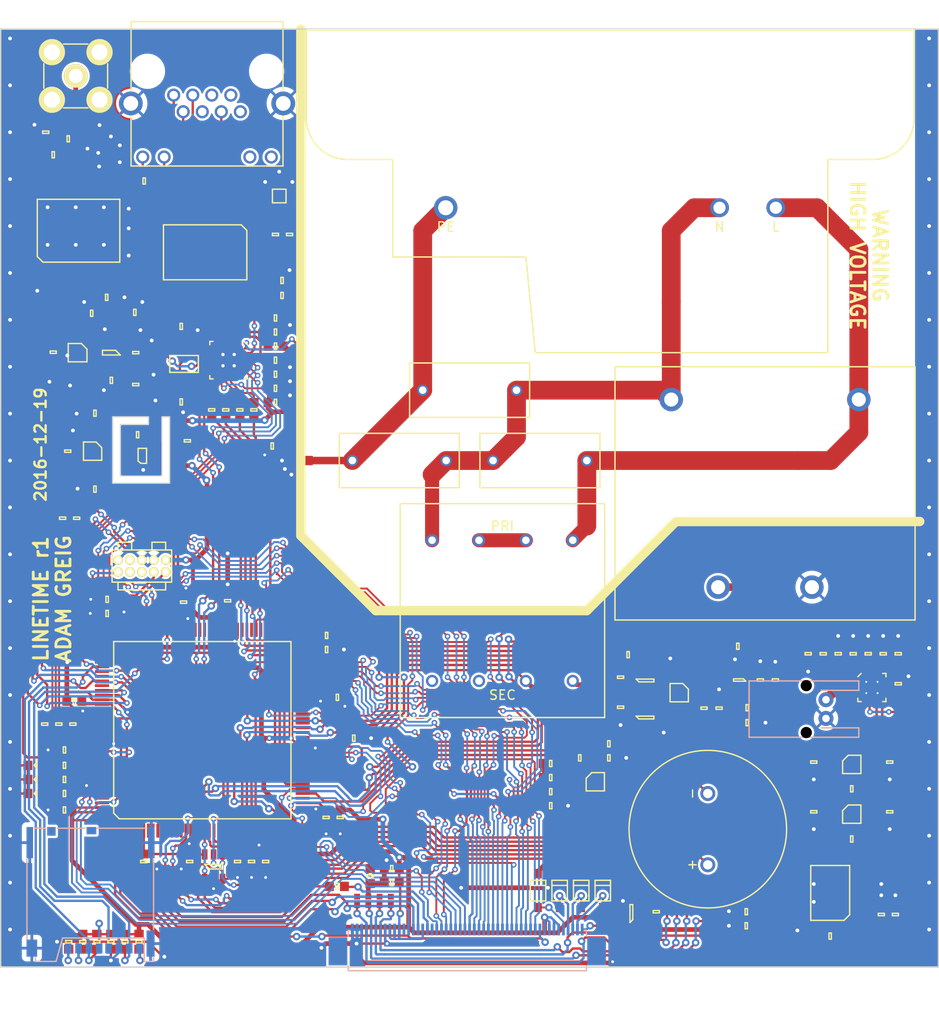
<source format=kicad_pcb>
(kicad_pcb (version 20221018) (generator pcbnew)
  (layers (0 "F.Cu" signal) (31 "B.Cu" signal) (34 "B.Paste" user) (35 "F.Paste" user) (36 "B.SilkS" user "B.Silkscreen") (37 "F.SilkS" user "F.Silkscreen") (38 "B.Mask" user) (39 "F.Mask" user) (44 "Edge.Cuts" user))
  (net 0 "")
  (net 1 "Net-(C410-Pad1)")
  (net 2 "Net-(C409-Pad1)")
  (net 3 "/linetime_battery/DC_IN")
  (net 4 "GND")
  (net 5 "/linetime_mains/LIVE")
  (net 6 "/linetime_mains/NEUTRAL")
  (net 7 "Net-(C304-Pad1)")
  (net 8 "Net-(C301-Pad2)")
  (net 9 "Net-(Y301-Pad1)")
  (net 10 "/SWCLK")
  (net 11 "/nRST")
  (net 12 "/SWDIO")
  (net 13 "3v3")
  (net 14 "/linetime_ui/X-")
  (net 15 "/linetime_ui/X+")
  (net 16 "/linetime_ui/Y-")
  (net 17 "/linetime_ui/Y+")
  (net 18 "/ROM_SI")
  (net 19 "Net-(IC603-Pad12)")
  (net 20 "/ROM_SCK")
  (net 21 "Net-(IC603-Pad10)")
  (net 22 "/ROM_SO")
  (net 23 "/TOUCH_~{CS}")
  (net 24 "/TOUCH_INT")
  (net 25 "Net-(IC603-Pad5)")
  (net 26 "/ROM_~{CS}")
  (net 27 "Net-(IC302-Pad4)")
  (net 28 "Net-(C304-Pad2)")
  (net 29 "Net-(IC302-Pad1)")
  (net 30 "Net-(D601-Pad1)")
  (net 31 "Net-(Q601-Pad1)")
  (net 32 "/MAINS_BIAS")
  (net 33 "Net-(IC203-Pad3)")
  (net 34 "Net-(IC204-Pad5)")
  (net 35 "AVCC")
  (net 36 "Net-(D603-Pad2)")
  (net 37 "Net-(D604-Pad2)")
  (net 38 "Net-(D602-Pad2)")
  (net 39 "Net-(D601-Pad2)")
  (net 40 "Net-(D301-Pad2)")
  (net 41 "Net-(IC203-Pad5)")
  (net 42 "/MAINS_ZC")
  (net 43 "Net-(IC401-Pad12)")
  (net 44 "Net-(IC401-Pad11)")
  (net 45 "Net-(IC401-Pad10)")
  (net 46 "/linetime_ethernet/LINK_LED")
  (net 47 "Net-(IC401-Pad8)")
  (net 48 "Net-(IC401-Pad7)")
  (net 49 "Net-(IC401-Pad6)")
  (net 50 "Net-(IC401-Pad5)")
  (net 51 "Net-(IC401-Pad4)")
  (net 52 "Net-(IC401-Pad3)")
  (net 53 "Net-(IC401-Pad2)")
  (net 54 "Net-(IC401-Pad1)")
  (net 55 "/TXD1")
  (net 56 "/TXD0")
  (net 57 "/TXEN")
  (net 58 "Net-(IC402-Pad18)")
  (net 59 "Net-(IC402-Pad17)")
  (net 60 "Net-(IC402-Pad16)")
  (net 61 "Net-(IC402-Pad15)")
  (net 62 "Net-(IC402-Pad13)")
  (net 63 "Net-(IC402-Pad12)")
  (net 64 "/MDC")
  (net 65 "/MDIO")
  (net 66 "Net-(IC402-Pad9)")
  (net 67 "Net-(IC402-Pad6)")
  (net 68 "Net-(IC402-Pad5)")
  (net 69 "Net-(IC402-Pad4)")
  (net 70 "Net-(IC402-Pad3)")
  (net 71 "Net-(C402-Pad2)")
  (net 72 "Net-(C408-Pad2)")
  (net 73 "/I_CHG")
  (net 74 "Net-(IC501-Pad15)")
  (net 75 "Net-(IC501-Pad14)")
  (net 76 "Net-(IC501-Pad12)")
  (net 77 "VCC")
  (net 78 "/~{CHG}")
  (net 79 "/~{PGOOD}")
  (net 80 "/~{CE}")
  (net 81 "Net-(C503-Pad1)")
  (net 82 "Net-(IC501-Pad1)")
  (net 83 "Net-(IC602-Pad8)")
  (net 84 "Net-(IC602-Pad5)")
  (net 85 "Net-(IC602-Pad4)")
  (net 86 "Net-(IC602-Pad3)")
  (net 87 "Net-(IC602-Pad2)")
  (net 88 "/SOUNDER_~{SD}")
  (net 89 "Net-(C301-Pad1)")
  (net 90 "/MAINS_WAVE")
  (net 91 "Net-(C205-Pad1)")
  (net 92 "Net-(C121-Pad1)")
  (net 93 "/CS2100_SDA")
  (net 94 "/SD2100_SCL")
  (net 95 "Net-(IC304-Pad6)")
  (net 96 "Net-(IC303-Pad4)")
  (net 97 "Net-(IC304-Pad4)")
  (net 98 "/CS2100_CLK")
  (net 99 "Net-(U101-Pad11)")
  (net 100 "Net-(U101-Pad10)")
  (net 101 "Net-(R107-Pad2)")
  (net 102 "/uSD_DAT0")
  (net 103 "/uSD_CLK")
  (net 104 "/uSD_CMD")
  (net 105 "Net-(R108-Pad2)")
  (net 106 "Net-(R105-Pad2)")
  (net 107 "/GPS_PPS")
  (net 108 "Net-(IC303-Pad17)")
  (net 109 "Net-(IC303-Pad16)")
  (net 110 "Net-(IC303-Pad15)")
  (net 111 "Net-(IC303-Pad14)")
  (net 112 "Net-(IC303-Pad13)")
  (net 113 "/GPS_~{RESET}")
  (net 114 "Net-(IC303-Pad5)")
  (net 115 "/GPS_RXD")
  (net 116 "/GPS_TXD")
  (net 117 "Net-(IC101-Pad142)")
  (net 118 "Net-(IC101-Pad141)")
  (net 119 "/B7")
  (net 120 "/B6")
  (net 121 "Net-(IC101-Pad134)")
  (net 122 "Net-(IC101-Pad132)")
  (net 123 "Net-(IC101-Pad127)")
  (net 124 "/B2")
  (net 125 "Net-(IC101-Pad124)")
  (net 126 "Net-(IC101-Pad123)")
  (net 127 "Net-(IC101-Pad117)")
  (net 128 "Net-(IC101-Pad115)")
  (net 129 "Net-(IC101-Pad114)")
  (net 130 "Net-(IC101-Pad112)")
  (net 131 "/R2")
  (net 132 "Net-(C118-Pad1)")
  (net 133 "/R5")
  (net 134 "/R4")
  (net 135 "Net-(IC101-Pad102)")
  (net 136 "Net-(IC101-Pad101)")
  (net 137 "/G6")
  (net 138 "/HSYNC")
  (net 139 "/G7")
  (net 140 "Net-(IC101-Pad92)")
  (net 141 "Net-(IC101-Pad91)")
  (net 142 "Net-(IC101-Pad90)")
  (net 143 "/LED3")
  (net 144 "/LED2")
  (net 145 "/LED1")
  (net 146 "Net-(IC101-Pad86)")
  (net 147 "Net-(IC101-Pad85)")
  (net 148 "Net-(IC101-Pad82)")
  (net 149 "/BACKLIGHT")
  (net 150 "Net-(IC101-Pad80)")
  (net 151 "/B3")
  (net 152 "Net-(IC101-Pad78)")
  (net 153 "Net-(IC101-Pad77)")
  (net 154 "Net-(C117-Pad1)")
  (net 155 "/G5")
  (net 156 "/G4")
  (net 157 "/R7")
  (net 158 "/DOTCLK")
  (net 159 "/DE")
  (net 160 "/B4")
  (net 161 "/G3")
  (net 162 "Net-(IC101-Pad63)")
  (net 163 "Net-(IC101-Pad60)")
  (net 164 "Net-(IC101-Pad59)")
  (net 165 "Net-(IC101-Pad58)")
  (net 166 "Net-(IC101-Pad57)")
  (net 167 "Net-(IC101-Pad56)")
  (net 168 "Net-(IC101-Pad53)")
  (net 169 "Net-(IC101-Pad50)")
  (net 170 "Net-(IC101-Pad49)")
  (net 171 "/R6")
  (net 172 "/R3")
  (net 173 "/RXD1")
  (net 174 "/RXD0")
  (net 175 "/CRS_DV")
  (net 176 "/G2")
  (net 177 "/SOUNDER")
  (net 178 "/VSYNC")
  (net 179 "/B5")
  (net 180 "/REF_CLK")
  (net 181 "Net-(IC101-Pad34)")
  (net 182 "Net-(IC101-Pad26)")
  (net 183 "Net-(IC101-Pad24)")
  (net 184 "Net-(IC101-Pad9)")
  (net 185 "Net-(IC101-Pad8)")
  (net 186 "Net-(IC101-Pad7)")
  (net 187 "/TFT_SDA")
  (net 188 "/TFT_RESET")
  (net 189 "/TFT_~{CS}")
  (net 190 "/TFT_DCX")
  (net 191 "/TFT_SCL")
  (net 192 "Net-(P101-Pad8)")
  (net 193 "Net-(P101-Pad7)")
  (net 194 "Net-(P101-Pad6)")
  (net 195 "Net-(IC601-Pad33)")
  (net 196 "Net-(IC601-Pad34)")
  (net 197 "Net-(IC601-Pad39)")
  (net 198 "/linetime_mains/EARTH")
  (net 199 "Net-(C207-Pad1)")
  (net 200 "Net-(T201-Pad2)")
  (net 201 "Net-(C403-Pad1)")
  (net 202 "Net-(T401-Pad13)")
  (net 203 "Net-(T401-Pad12)")
  (net 204 "Net-(C404-Pad1)")
  (net 205 "/linetime_ethernet/CT2")
  (net 206 "Net-(T401-Pad5)")
  (net 207 "Net-(T401-Pad4)")
  (net 208 "/linetime_ethernet/CT1")
  (net 209 "Net-(C401-Pad1)")
  (net 210 "Net-(D103-Pad2)")
  (net 211 "Net-(D102-Pad2)")
  (net 212 "Net-(D101-Pad2)")
  (net 213 "Net-(C308-Pad1)")
  (net 214 "Net-(C606-Pad2)")
  (net 215 "Net-(C604-Pad2)")
  (net 216 "Net-(T201-Pad6)")
  (net 217 "Net-(T201-Pad5)")
  (net 218 "/V_BATT_MON")
  (net 219 "Net-(IC203-Pad1)")
  (net 220 "Net-(IC304-Pad3)")
  (net 221 "Net-(IC101-Pad89)")
  (net 222 "Net-(IC101-Pad88)")
  (net 223 "Net-(IC101-Pad87)")
  (net 224 "Net-(IC101-Pad12)")
  (net 225 "Net-(IC101-Pad11)")
  (net 226 "Net-(IC101-Pad10)")
  (net 227 "Net-(IC101-Pad55)")
  (net 228 "Net-(IC101-Pad54)")
  (net 229 "Net-(IC402-Pad19)")
  (net 230 "Net-(IC402-Pad20)")
  (net 231 "Net-(IC402-Pad21)")
  (net 232 "/PHY_~{RST}")
  (net 233 "Net-(R206-Pad2)")
  (footprint "agg:XTAL-50x32" (layer "F.Cu") (at 69.55 85.7 -90)
    (fp_text reference "Y401")
    (fp_text value "XTAL")
  )
  (footprint "agg:VTX-214-003-1xx" (layer "F.Cu") (at 131.5 99.5)
    (fp_text reference "IC201")
    (fp_text value "VTX-214-003-105")
  )
  (footprint "agg:TG-5006CG" (layer "F.Cu") (at 65.1 95.5 90)
    (fp_text reference "Y301")
    (fp_text value "26M TCXO")
  )
  (footprint "agg:SSOP-20" (layer "F.Cu") (at 138.45 142.1 180)
    (fp_text reference "IC603")
    (fp_text value "AR1021")
  )
  (footprint "agg:SOT-23-6" (layer "F.Cu") (at 72.7 139.3 90)
    (fp_text reference "IC103")
    (fp_text value "25AA02E48")
  )
  (footprint "agg:SOT-23-5" (layer "F.Cu") (at 61.8 84.5 -90)
    (fp_text reference "IC302")
    (fp_text value "NC7SZ04")
  )
  (footprint "agg:SOT-23" (layer "F.Cu") (at 117.25 144.3 180)
    (fp_text reference "Q601")
    (fp_text value "NFET")
  )
  (footprint "agg:SOT-23" (layer "F.Cu") (at 118.7 119.45 90)
    (fp_text reference "R201")
    (fp_text value "1k/5k")
  )
  (footprint "agg:SOT-23" (layer "F.Cu") (at 118.7 123.4 90)
    (fp_text reference "R202")
    (fp_text value "1k/1k")
  )
  (footprint "agg:SOD-123" (layer "F.Cu") (at 114.2 141.85 -90)
    (fp_text reference "D603")
    (fp_text value "~")
  )
  (footprint "agg:SOD-123" (layer "F.Cu") (at 109.6 141.85 -90)
    (fp_text reference "D604")
    (fp_text value "~")
  )
  (footprint "agg:SOD-123" (layer "F.Cu") (at 107.3 141.85 -90)
    (fp_text reference "D602")
    (fp_text value "~")
  )
  (footprint "agg:SOD-123" (layer "F.Cu") (at 111.9 141.85 -90)
    (fp_text reference "D601")
    (fp_text value "~")
  )
  (footprint "agg:SMA-PTH" (layer "F.Cu") (at 58 55)
    (fp_text reference "P301")
    (fp_text value "COAX")
  )
  (footprint "agg:SC-70-6" (layer "F.Cu") (at 128.8 119.4 -90)
    (fp_text reference "IC203")
    (fp_text value "ADCMP601")
  )
  (footprint "agg:RJHSE-538X" (layer "F.Cu") (at 72 54.5 180)
    (fp_text reference "IC401")
    (fp_text value "RJHSE-5381")
  )
  (footprint "agg:QFN-24-EP-MICREL" (layer "F.Cu") (at 74.3 85.3 -90)
    (fp_text reference "IC402")
    (fp_text value "KSZ8081RNx")
  )
  (footprint "agg:QFN-16-EP-TI" (layer "F.Cu") (at 142.9 120.2)
    (fp_text reference "IC501")
    (fp_text value "BQ24232HA")
  )
  (footprint "agg:MSOP-8" (layer "F.Cu") (at 113.4 130.25)
    (fp_text reference "IC602")
    (fp_text value "SSM2305")
  )
  (footprint "agg:MSOP-8" (layer "F.Cu") (at 59.8 95 -90)
    (fp_text reference "IC301")
    (fp_text value "ADP3335")
  )
  (footprint "agg:MSOP-8" (layer "F.Cu") (at 122.35 120.75 -90)
    (fp_text reference "IC204")
    (fp_text value "ADA4528-2")
  )
  (footprint "agg:MSOP-8" (layer "F.Cu") (at 140.75 128.4)
    (fp_text reference "IC202")
    (fp_text value "ADP3335")
  )
  (footprint "agg:MSOP-8" (layer "F.Cu") (at 140.75 133.7)
    (fp_text reference "IC102")
    (fp_text value "ADP3335")
  )
  (footprint "agg:MSOP-10" (layer "F.Cu") (at 58.2 84.5 -90)
    (fp_text reference "IC304")
    (fp_text value "CS2100-CP")
  )
  (footprint "agg:MAX-M8Q" (layer "F.Cu") (at 58.3 71.5 90)
    (fp_text reference "IC303")
    (fp_text value "MAX-M8Q")
  )
  (footprint "agg:LQFP-144" (layer "F.Cu") (at 71.5 124.75 90)
    (fp_text reference "IC101")
    (fp_text value "STM32F7xxZxTx")
  )
  (footprint "agg:FTSH-105-01-F-D-K" (layer "F.Cu") (at 65.05 107.25 180)
    (fp_text reference "P101")
    (fp_text value "SWD")
  )
  (footprint "agg:DD21.01xx.1111" (layer "F.Cu") (at 115 59.5 180)
    (fp_text reference "J201")
    (fp_text value "FUSED INLET")
  )
  (footprint "agg:B32921" (layer "F.Cu") (at 107.5 96 180)
    (fp_text reference "C203")
    (fp_text value "X2")
  )
  (footprint "agg:B32921" (layer "F.Cu") (at 92.5 96 180)
    (fp_text reference "C201")
    (fp_text value "Y2")
  )
  (footprint "agg:B32921" (layer "F.Cu") (at 100 88.5 180)
    (fp_text reference "C202")
    (fp_text value "Y2")
  )
  (footprint "agg:AVB0.35_2_X" (layer "F.Cu") (at 103.5 112 -90)
    (fp_text reference "T201")
    (fp_text value "AVB0.35/2/6")
  )
  (footprint "agg:749010012A" (layer "F.Cu") (at 71.8 73.8 -90)
    (fp_text reference "T401")
    (fp_text value "749013011A")
  )
  (footprint "agg:0603-LED" (layer "F.Cu") (at 53.7 131.5)
    (fp_text reference "D103")
    (fp_text value "LED")
  )
  (footprint "agg:0603-LED" (layer "F.Cu") (at 53.7 130)
    (fp_text reference "D102")
    (fp_text value "LED")
  )
  (footprint "agg:0603-LED" (layer "F.Cu") (at 53.7 128.5)
    (fp_text reference "D101")
    (fp_text value "LED")
  )
  (footprint "agg:0603" (layer "F.Cu") (at 125 122.4 90)
    (fp_text reference "C209")
    (fp_text value "10n")
  )
  (footprint "agg:0603" (layer "F.Cu") (at 61.35 110.8 180)
    (fp_text reference "C118")
    (fp_text value "2µ2")
  )
  (footprint "agg:0603" (layer "F.Cu") (at 116.1 122.3 -90)
    (fp_text reference "C208")
    (fp_text value "100n")
  )
  (footprint "agg:0603" (layer "F.Cu") (at 116.9 116.7)
    (fp_text reference "C207")
    (fp_text value "1n")
  )
  (footprint "agg:0603" (layer "F.Cu") (at 136.7 128.15 -90)
    (fp_text reference "C206")
    (fp_text value "1µ")
  )
  (footprint "agg:0603" (layer "F.Cu") (at 140.75 131 180)
    (fp_text reference "C205")
    (fp_text value "10n")
  )
  (footprint "agg:0603" (layer "F.Cu") (at 144.8 128.15 -90)
    (fp_text reference "C204")
    (fp_text value "1µ")
  )
  (footprint "agg:0603" (layer "F.Cu") (at 80 78.4)
    (fp_text reference "C403")
    (fp_text value "100n")
  )
  (footprint "agg:0603" (layer "F.Cu") (at 136.7 133.45 -90)
    (fp_text reference "C122")
    (fp_text value "1µ")
  )
  (footprint "agg:0603" (layer "F.Cu") (at 140.75 136.35 180)
    (fp_text reference "C121")
    (fp_text value "10n")
  )
  (footprint "agg:0603" (layer "F.Cu") (at 144.8 133.45 -90)
    (fp_text reference "C120")
    (fp_text value "1µ")
  )
  (footprint "agg:0603" (layer "F.Cu") (at 61.75 147.3 -90)
    (fp_text reference "C119")
    (fp_text value "100n")
  )
  (footprint "agg:0603" (layer "F.Cu") (at 132.6 119.4 90)
    (fp_text reference "C210")
    (fp_text value "100n")
  )
  (footprint "agg:0603" (layer "F.Cu") (at 126.6 122.4 90)
    (fp_text reference "C211")
    (fp_text value "100n")
  )
  (footprint "agg:0603" (layer "F.Cu") (at 69.25 81.7)
    (fp_text reference "C409")
    (fp_text value "30p")
  )
  (footprint "agg:0603" (layer "F.Cu") (at 57.15 95 90)
    (fp_text reference "C301")
    (fp_text value "10n")
  )
  (footprint "agg:0603" (layer "F.Cu") (at 60.05 90.95 180)
    (fp_text reference "C302")
    (fp_text value "1µ")
  )
  (footprint "agg:0603" (layer "F.Cu") (at 64.6 93.25 180)
    (fp_text reference "C303")
    (fp_text value "100n")
  )
  (footprint "agg:0603" (layer "F.Cu") (at 64.4 87.9 90)
    (fp_text reference "C304")
    (fp_text value "1n")
  )
  (footprint "agg:0603" (layer "F.Cu") (at 61.8 87.45 180)
    (fp_text reference "C305")
    (fp_text value "100n")
  )
  (footprint "agg:0603" (layer "F.Cu") (at 59.7 80.3 180)
    (fp_text reference "C306")
    (fp_text value "100n")
  )
  (footprint "agg:0603" (layer "F.Cu") (at 61.3 78.6)
    (fp_text reference "C307")
    (fp_text value "100n")
  )
  (footprint "agg:0603" (layer "F.Cu") (at 54.8 61 90)
    (fp_text reference "C308")
    (fp_text value "10n")
  )
  (footprint "agg:0603" (layer "F.Cu") (at 79.3 82.3 180)
    (fp_text reference "C402")
    (fp_text value "22µ")
  )
  (footprint "agg:0603" (layer "F.Cu") (at 58.75 147.3 -90)
    (fp_text reference "R108")
    (fp_text value "47k")
  )
  (footprint "agg:0603" (layer "F.Cu") (at 145.7 119.8 90)
    (fp_text reference "C502")
    (fp_text value "4µ7")
  )
  (footprint "agg:0603" (layer "F.Cu") (at 108.65 128.3 180)
    (fp_text reference "C606")
    (fp_text value "47n")
  )
  (footprint "agg:0603" (layer "F.Cu") (at 114.85 126.2)
    (fp_text reference "C605")
    (fp_text value "10µ")
  )
  (footprint "agg:0603" (layer "F.Cu") (at 108.65 132.8 180)
    (fp_text reference "C604")
    (fp_text value "47n")
  )
  (footprint "agg:0603" (layer "F.Cu") (at 91.7 139.5 180)
    (fp_text reference "C603")
    (fp_text value "100n")
  )
  (footprint "agg:0603" (layer "F.Cu") (at 91.7 141 180)
    (fp_text reference "C602")
    (fp_text value "100n")
  )
  (footprint "agg:0603" (layer "F.Cu") (at 89.4 140.3 -90)
    (fp_text reference "C601")
    (fp_text value "10µ")
  )
  (footprint "agg:0603" (layer "F.Cu") (at 139.3 116.6 90)
    (fp_text reference "C503")
    (fp_text value "4µ7")
  )
  (footprint "agg:0603" (layer "F.Cu") (at 114.85 127.7)
    (fp_text reference "C607")
    (fp_text value "100n")
  )
  (footprint "agg:0603" (layer "F.Cu") (at 145.7 116.6 90)
    (fp_text reference "C501")
    (fp_text value "4µ7")
  )
  (footprint "agg:0603" (layer "F.Cu") (at 79.3 85.3 180)
    (fp_text reference "C411")
    (fp_text value "100n")
  )
  (footprint "agg:0603" (layer "F.Cu") (at 69.25 89.75)
    (fp_text reference "C410")
    (fp_text value "30p")
  )
  (footprint "agg:0603" (layer "F.Cu") (at 129.5 145.6 180)
    (fp_text reference "C610")
    (fp_text value "10n")
  )
  (footprint "agg:0603" (layer "F.Cu") (at 145.4 144.4 90)
    (fp_text reference "C608")
    (fp_text value "10µ")
  )
  (footprint "agg:0603" (layer "F.Cu") (at 143.9 144.4 90)
    (fp_text reference "C609")
    (fp_text value "100n")
  )
  (footprint "agg:0603" (layer "F.Cu") (at 84.7 134.05 -90)
    (fp_text reference "C109")
    (fp_text value "100n")
  )
  (footprint "agg:0603" (layer "F.Cu") (at 129.5 144.1 180)
    (fp_text reference "C611")
    (fp_text value "10n")
  )
  (footprint "agg:0603" (layer "F.Cu") (at 56.8 133.25 180)
    (fp_text reference "C116")
    (fp_text value "100n")
  )
  (footprint "agg:0603" (layer "F.Cu") (at 85.9 121.25)
    (fp_text reference "C115")
    (fp_text value "100n")
  )
  (footprint "agg:0603" (layer "F.Cu") (at 57.85 121.65 180)
    (fp_text reference "C114")
    (fp_text value "100n")
  )
  (footprint "agg:0603" (layer "F.Cu") (at 56.8 126.85 180)
    (fp_text reference "C113")
    (fp_text value "100n")
  )
  (footprint "agg:0603" (layer "F.Cu") (at 70.15 138.75 -90)
    (fp_text reference "C101")
    (fp_text value "100n")
  )
  (footprint "agg:0603" (layer "F.Cu") (at 87.65 125.6)
    (fp_text reference "C112")
    (fp_text value "100n")
  )
  (footprint "agg:0603" (layer "F.Cu") (at 84.75 116.15)
    (fp_text reference "C117")
    (fp_text value "2µ2")
  )
  (footprint "agg:0603" (layer "F.Cu") (at 61.35 112.3 180)
    (fp_text reference "C110")
    (fp_text value "100n")
  )
  (footprint "agg:0603" (layer "F.Cu") (at 119.9 144.1 90)
    (fp_text reference "R601")
    (fp_text value "1k")
  )
  (footprint "agg:0603" (layer "F.Cu") (at 108.65 129.8)
    (fp_text reference "R604")
    (fp_text value "110k")
  )
  (footprint "agg:0603" (layer "F.Cu") (at 108.65 131.3)
    (fp_text reference "R603")
    (fp_text value "110k")
  )
  (footprint "agg:0603" (layer "F.Cu") (at 85.85 141.4 180)
    (fp_text reference "R602")
    (fp_text value "1k")
  )
  (footprint "agg:0603" (layer "F.Cu") (at 74 90.6 -90)
    (fp_text reference "R407")
    (fp_text value "33")
  )
  (footprint "agg:0603" (layer "F.Cu") (at 136.1 116.6 -90)
    (fp_text reference "R505")
    (fp_text value "100k")
  )
  (footprint "agg:0603" (layer "F.Cu") (at 137.7 116.6 90)
    (fp_text reference "R504")
    (fp_text value "100k")
  )
  (footprint "agg:0603" (layer "F.Cu") (at 140.9 116.6 -90)
    (fp_text reference "R503")
    (fp_text value "10k")
  )
  (footprint "agg:0603" (layer "F.Cu") (at 144.1 116.6 -90)
    (fp_text reference "R502")
    (fp_text value "DNS")
  )
  (footprint "agg:0603" (layer "F.Cu") (at 142.5 116.6 -90)
    (fp_text reference "R501")
    (fp_text value "4k32")
  )
  (footprint "agg:0603" (layer "F.Cu") (at 78.95 94.45 180)
    (fp_text reference "R410")
    (fp_text value "10k")
  )
  (footprint "agg:0603" (layer "F.Cu") (at 69.9 93.9 90)
    (fp_text reference "R409")
    (fp_text value "1k")
  )
  (footprint "agg:0603" (layer "F.Cu") (at 77 90.6 -90)
    (fp_text reference "R408")
    (fp_text value "33")
  )
  (footprint "agg:0603" (layer "F.Cu") (at 79.3 80.8 180)
    (fp_text reference "C405")
    (fp_text value "100n")
  )
  (footprint "agg:0603" (layer "F.Cu") (at 78.25 138.75 -90)
    (fp_text reference "C108")
    (fp_text value "100n")
  )
  (footprint "agg:0603" (layer "F.Cu") (at 82 96)
    (fp_text reference "L201")
    (fp_text value "FB")
  )
  (footprint "agg:0603" (layer "F.Cu") (at 57.2 61.7)
    (fp_text reference "L301")
    (fp_text value "27n")
  )
  (footprint "agg:0603" (layer "F.Cu") (at 79.3 83.8)
    (fp_text reference "L401")
    (fp_text value "FB")
  )
  (footprint "agg:0603" (layer "F.Cu") (at 65.25 138.75 -90)
    (fp_text reference "C107")
    (fp_text value "100n")
  )
  (footprint "agg:0603" (layer "F.Cu") (at 63.25 147.3 -90)
    (fp_text reference "R104")
    (fp_text value "47k")
  )
  (footprint "agg:0603" (layer "F.Cu") (at 56.8 131.5 180)
    (fp_text reference "R103")
    (fp_text value "1k")
  )
  (footprint "agg:0603" (layer "F.Cu") (at 74.2 110.95 90)
    (fp_text reference "C106")
    (fp_text value "100n")
  )
  (footprint "agg:0603" (layer "F.Cu") (at 56.8 128.5 180)
    (fp_text reference "R101")
    (fp_text value "1k")
  )
  (footprint "agg:0603" (layer "F.Cu") (at 56.8 130 180)
    (fp_text reference "R102")
    (fp_text value "1k")
  )
  (footprint "agg:0603" (layer "F.Cu") (at 111.75 127.7 180)
    (fp_text reference "R606")
    (fp_text value "10k")
  )
  (footprint "agg:0603" (layer "F.Cu") (at 80 76.8)
    (fp_text reference "C404")
    (fp_text value "100n")
  )
  (footprint "agg:0603" (layer "F.Cu") (at 79.3 89.8 180)
    (fp_text reference "C406")
    (fp_text value "22µ")
  )
  (footprint "agg:0603" (layer "F.Cu") (at 79.3 88.3 180)
    (fp_text reference "C407")
    (fp_text value "100n")
  )
  (footprint "agg:0603" (layer "F.Cu") (at 79.3 86.8 180)
    (fp_text reference "C408")
    (fp_text value "2µ2")
  )
  (footprint "agg:0603" (layer "F.Cu") (at 131 119.4 90)
    (fp_text reference "C212")
    (fp_text value "10n")
  )
  (footprint "agg:0603" (layer "F.Cu") (at 64.3 80.2 180)
    (fp_text reference "R406")
    (fp_text value "6k49")
  )
  (footprint "agg:0603" (layer "F.Cu") (at 75.5 90.6 -90)
    (fp_text reference "R405")
    (fp_text value "33")
  )
  (footprint "agg:0603" (layer "F.Cu") (at 72.5 90.6 -90)
    (fp_text reference "R404")
    (fp_text value "33")
  )
  (footprint "agg:0603" (layer "F.Cu") (at 80.8 71.9 90)
    (fp_text reference "R403")
    (fp_text value "75")
  )
  (footprint "agg:0603" (layer "F.Cu") (at 79.3 71.9 90)
    (fp_text reference "R402")
    (fp_text value "75")
  )
  (footprint "agg:0603" (layer "F.Cu") (at 65.3 66.2 180)
    (fp_text reference "R401")
    (fp_text value "1k")
  )
  (footprint "agg:0603" (layer "F.Cu") (at 55.6 63.4 180)
    (fp_text reference "R302")
    (fp_text value "10")
  )
  (footprint "agg:0603" (layer "F.Cu") (at 129.6 123.95)
    (fp_text reference "R204")
    (fp_text value "DNS")
  )
  (footprint "agg:0603" (layer "F.Cu") (at 138.45 146.7)
    (fp_text reference "R605")
    (fp_text value "20k")
  )
  (footprint "agg:0603" (layer "F.Cu") (at 86.2 134.05 -90)
    (fp_text reference "C103")
    (fp_text value "4µ7")
  )
  (footprint "agg:0603" (layer "F.Cu") (at 84.75 114.65)
    (fp_text reference "C102")
    (fp_text value "100n")
  )
  (footprint "agg:0603" (layer "F.Cu") (at 64.4 84.5 -90)
    (fp_text reference "R301")
    (fp_text value "1M")
  )
  (footprint "agg:0603" (layer "F.Cu") (at 60.25 147.3 -90)
    (fp_text reference "R106")
    (fp_text value "47k")
  )
  (footprint "agg:0603" (layer "F.Cu") (at 64.75 147.3 -90)
    (fp_text reference "R107")
    (fp_text value "47k")
  )
  (footprint "agg:0603" (layer "F.Cu") (at 69.5 111.1 90)
    (fp_text reference "C111")
    (fp_text value "100n")
  )
  (footprint "agg:0603" (layer "F.Cu") (at 75.25 138.75 -90)
    (fp_text reference "C105")
    (fp_text value "100n")
  )
  (footprint "agg:0603" (layer "F.Cu") (at 76.75 138.75 -90)
    (fp_text reference "C104")
    (fp_text value "1µ")
  )
  (footprint "agg:0603" (layer "F.Cu") (at 129.6 122.35 180)
    (fp_text reference "R203")
    (fp_text value "DNS")
  )
  (footprint "agg:0603" (layer "F.Cu") (at 57.25 147.3 -90)
    (fp_text reference "R105")
    (fp_text value "47k")
  )
  (footprint "agg:0402" (layer "F.Cu") (at 57.55 59.8)
    (fp_text reference "D301")
    (fp_text value "ESD_DIODE")
  )
  (footprint "agg:0402" (layer "F.Cu") (at 88 142.95 90)
    (fp_text reference "D605")
    (fp_text value "ESD_DIODE")
  )
  (footprint "agg:0402" (layer "F.Cu") (at 89.2 142.95 90)
    (fp_text reference "D606")
    (fp_text value "ESD_DIODE")
  )
  (footprint "agg:0402" (layer "F.Cu") (at 90.4 142.95 90)
    (fp_text reference "D607")
    (fp_text value "ESD_DIODE")
  )
  (footprint "agg:0402" (layer "F.Cu") (at 91.6 142.95 90)
    (fp_text reference "D608")
    (fp_text value "ESD_DIODE")
  )
  (footprint "agg:0603" (layer "F.Cu") (at 128.6 115.8 180)
    (fp_text reference "R205")
    (fp_text value "33")
  )
  (footprint "agg:0603" (layer "F.Cu") (at 60.05 99.05 180)
    (fp_text reference "C309")
    (fp_text value "1µ")
  )
  (footprint "agg:1206" (layer "F.Cu") (at 79.7 67.8 90)
    (fp_text reference "C401")
    (fp_text value "1n 2kV")
  )
  (footprint "agg:0603" (layer "F.Cu") (at 56.6 102.15 -90)
    (fp_text reference "R2")
    (fp_text value "10k")
  )
  (footprint "agg:0603" (layer "F.Cu") (at 58.1 102.15 -90)
    (fp_text reference "R1")
    (fp_text value "10k")
  )
  (footprint "agg:KSSG1708" (layer "F.Cu") (at 125.4 135.3 90)
    (fp_text reference "LS601")
    (fp_text value "KSSG1708")
  )
  (footprint "agg:0603" (layer "F.Cu") (at 55.6 84.45 -90)
    (fp_text reference "R303")
    (fp_text value "33")
  )
  (footprint "agg:0603" (layer "F.Cu") (at 57.7 124.1 -90)
    (fp_text reference "R411")
    (fp_text value "33")
  )
  (footprint "agg:0603" (layer "F.Cu") (at 56.2 124.1 -90)
    (fp_text reference "R413")
    (fp_text value "33")
  )
  (footprint "agg:0603" (layer "F.Cu") (at 54.7 124.1 -90)
    (fp_text reference "R412")
    (fp_text value "33")
  )
  (footprint "agg:0603" (layer "F.Cu") (at 116.1 119.1 -90)
    (fp_text reference "R206")
    (fp_text value "100")
  )
  (footprint "agg:MICROSD_MOLEX_503398-1892" (layer "B.Cu") (at 59.6 145.3)
    (fp_text reference "U101")
    (fp_text value "MICROSD")
  )
  (footprint "agg:ER-CON50HT-1" (layer "B.Cu") (at 99.75 146 180)
    (fp_text reference "IC601")
    (fp_text value "ER-TFT023-1")
  )
  (footprint "agg:S02B-PASK-2" (layer "B.Cu") (at 138 122.5 -90)
    (fp_text reference "J501")
    (fp_text value "BATT")
  )
  (gr_line (start 82 50) (end 82 50) (stroke (width 0.2)) (layer "F.SilkS"))
  (gr_line (start 122 102.5) (end 112.5 112) (stroke (width 1)) (layer "F.SilkS"))
  (gr_line (start 82 104) (end 82 50) (stroke (width 1)) (layer "F.SilkS"))
  (gr_line (start 148 102.5) (end 122 102.5) (stroke (width 1)) (layer "F.SilkS"))
  (gr_line (start 90 112) (end 82 104) (stroke (width 1)) (layer "F.SilkS"))
  (gr_line (start 112.5 112) (end 90 112) (stroke (width 1)) (layer "F.SilkS"))
  (gr_line (start 61.95 98.4) (end 68 98.4) (stroke (width 0.1)) (layer "Edge.Cuts"))
  (gr_line (start 65.75 92.15) (end 65.75 91.35) (stroke (width 0.1)) (layer "Edge.Cuts"))
  (gr_line (start 61.95 91.35) (end 61.95 98.4) (stroke (width 0.1)) (layer "Edge.Cuts"))
  (gr_line (start 62.75 92.15) (end 65.75 92.15) (stroke (width 0.1)) (layer "Edge.Cuts"))
  (gr_line (start 65.75 91.35) (end 61.95 91.35) (stroke (width 0.1)) (layer "Edge.Cuts"))
  (gr_line (start 150 150) (end 150 50) (stroke (width 0.15)) (layer "Edge.Cuts"))
  (gr_line (start 68 98.4) (end 68 91.35) (stroke (width 0.1)) (layer "Edge.Cuts"))
  (gr_line (start 50 50) (end 50 150) (stroke (width 0.15)) (layer "Edge.Cuts"))
  (gr_line (start 62.75 97.65) (end 62.75 92.15) (stroke (width 0.1)) (layer "Edge.Cuts"))
  (gr_line (start 67.2 91.35) (end 67.2 97.65) (stroke (width 0.1)) (layer "Edge.Cuts"))
  (gr_line (start 150 50) (end 50 50) (stroke (width 0.15)) (layer "Edge.Cuts"))
  (gr_line (start 67.2 97.65) (end 62.75 97.65) (stroke (width 0.1)) (layer "Edge.Cuts"))
  (gr_line (start 68 91.35) (end 67.2 91.35) (stroke (width 0.1)) (layer "Edge.Cuts"))
  (gr_line (start 150 150) (end 50 150) (stroke (width 0.15)) (layer "Edge.Cuts"))
  (gr_text "LINETIME r1\nADAM GREIG" (at 55.5 110.75 90) (layer "F.SilkS") (effects (font (size 1.5 1.5) (thickness 0.3))))
  (gr_text "2016-12-19" (at 54.25 94.3 90) (layer "F.SilkS") (effects (font (size 1.2 1.2) (thickness 0.25))))
  (gr_text "WARNING\nHIGH VOLTAGE" (at 142.55 74.15 270) (layer "F.SilkS") (effects (font (size 1.5 1.5) (thickness 0.3))))
  (segment (start 68.45 89) (end 68.45 89.75) (width 0.25) (layer "F.Cu") (net 1))
  (segment (start 72.44 84.55) (end 71.5 84.55) (width 0.25) (layer "F.Cu") (net 1))
  (segment (start 69.1 87.3) (end 69.55 87.75) (width 0.25) (layer "F.Cu") (net 1))
  (segment (start 69.7 85.15) (end 69.1 85.75) (width 0.25) (layer "F.Cu") (net 1))
  (segment (start 68.45 88.6) (end 68.45 89) (width 0.25) (layer "F.Cu") (net 1))
  (segment (start 69.3 87.75) (end 68.45 88.6) (width 0.25) (layer "F.Cu") (net 1))
  (segment (start 69.55 87.75) (end 69.3 87.75) (width 0.25) (layer "F.Cu") (net 1))
  (segment (start 70.9 85.15) (end 69.7 85.15) (width 0.25) (layer "F.Cu") (net 1))
  (segment (start 69.05 88.25) (end 69.55 87.75) (width 0.25) (layer "F.Cu") (net 1))
  (segment (start 69.1 85.75) (end 69.1 87.3) (width 0.25) (layer "F.Cu") (net 1))
  (segment (start 71.5 84.55) (end 70.9 85.15) (width 0.25) (layer "F.Cu") (net 1))
  (segment (start 72.44 84.05) (end 69.95 84.05) (width 0.25) (layer "F.Cu") (net 2))
  (segment (start 69.95 84.05) (end 69.55 83.65) (width 0.25) (layer "F.Cu") (net 2))
  (segment (start 68.45 81.7) (end 68.45 82.55) (width 0.25) (layer "F.Cu") (net 2))
  (segment (start 68.45 82.55) (end 69.55 83.65) (width 0.25) (layer "F.Cu") (net 2))
  (segment (start 144.025 118.8) (end 143.65 118.8) (width 0.25) (layer "F.Cu") (net 3))
  (segment (start 147 117.4) (end 145.7 117.4) (width 0.8) (layer "F.Cu") (net 3))
  (segment (start 147.1 113.7) (end 147.1 117.3) (width 0.8) (layer "F.Cu") (net 3))
  (segment (start 144.275 118.8) (end 144.025 118.8) (width 0.25) (layer "F.Cu") (net 3))
  (segment (start 145.7 117.4) (end 145.675 117.4) (width 0.25) (layer "F.Cu") (net 3))
  (segment (start 147.1 117.3) (end 147 117.4) (width 0.8) (layer "F.Cu") (net 3))
  (segment (start 134.5 112.2) (end 145.6 112.2) (width 0.8) (layer "F.Cu") (net 3))
  (segment (start 126.5 109.5) (end 131.8 109.5) (width 0.8) (layer "F.Cu") (net 3))
  (segment (start 145.6 112.2) (end 147.1 113.7) (width 0.8) (layer "F.Cu") (net 3))
  (segment (start 131.8 109.5) (end 134.5 112.2) (width 0.8) (layer "F.Cu") (net 3))
  (segment (start 145.675 117.4) (end 144.275 118.8) (width 0.25) (layer "F.Cu") (net 3))
  (segment (start 131 118.6) (end 131 117.4) (width 0.5) (layer "F.Cu") (net 4))
  (segment (start 69.5 109.85) (end 69.75 109.6) (width 0.25) (layer "F.Cu") (net 4))
  (segment (start 61.75 61.45) (end 60.54 60.24) (width 0.5) (layer "F.Cu") (net 4))
  (segment (start 80.55 96.5) (end 80.65 96.6) (width 0.25) (layer "F.Cu") (net 4))
  (segment (start 81.2 96.75) (end 81.05 96.9) (width 0.25) (layer "F.Cu") (net 4))
  (segment (start 66.3 86.85) (end 66.5 87.05) (width 0.5) (layer "F.Cu") (net 4))
  (segment (start 62.7 66.75) (end 62.7 64.2) (width 0.5) (layer "F.Cu") (net 4))
  (segment (start 116.1 123.1) (end 116.1 124.2) (width 0.5) (layer "F.Cu") (net 4))
  (segment (start 87.95 148.803221) (end 88.70678 149.560001) (width 0.5) (layer "F.Cu") (net 4))
  (segment (start 61.1 82) (end 64.9 82) (width 0.5) (layer "F.Cu") (net 4))
  (segment (start 80.1 87.55) (end 80.85 87.55) (width 0.25) (layer "F.Cu") (net 4))
  (segment (start 58 69) (end 61 69) (width 0.25) (layer "F.Cu") (net 4))
  (segment (start 57.1 59.18) (end 55.46 57.54) (width 0.5) (layer "F.Cu") (net 4))
  (segment (start 63.2 78.6) (end 63.65 78.15) (width 0.5) (layer "F.Cu") (net 4))
  (segment (start 60.8 121.5) (end 62.194153 121.5) (width 0.25) (layer "F.Cu") (net 4))
  (segment (start 61.75 148.1) (end 61.75 149.3) (width 0.25) (layer "F.Cu") (net 4))
  (segment (start 63.8 93.25) (end 63.8 93.275) (width 0.25) (layer "F.Cu") (net 4))
  (segment (start 60.85 82.25) (end 61.1 82) (width 0.5) (layer "F.Cu") (net 4))
  (segment (start 61.75 148.1) (end 61.75 147.375) (width 0.25) (layer "F.Cu") (net 4))
  (segment (start 55.46 54.439898) (end 55.46 57.54) (width 0.5) (layer "F.Cu") (net 4))
  (segment (start 57.05 120.7) (end 57.05 117.55) (width 0.5) (layer "F.Cu") (net 4))
  (segment (start 77.75 136.8) (end 77.55 137) (width 0.25) (layer "F.Cu") (net 4))
  (segment (start 143.775 143.725) (end 143.9 143.6) (width 0.25) (layer "F.Cu") (net 4))
  (segment (start 56.5 85.4) (end 57.1 84.8) (width 0.25) (layer "F.Cu") (net 4))
  (segment (start 80.65 96.6) (end 80.75 96.6) (width 0.25) (layer "F.Cu") (net 4))
  (segment (start 89.2 141.3) (end 89.4 141.1) (width 0.5) (layer "F.Cu") (net 4))
  (segment (start 84.65 147.5) (end 84.2 147.95) (width 0.5) (layer "F.Cu") (net 4))
  (segment (start 82.2 126.5) (end 83.4 126.5) (width 0.25) (layer "F.Cu") (net 4))
  (segment (start 143.375 143.075) (end 143.9 143.6) (width 0.25) (layer "F.Cu") (net 4))
  (segment (start 57.05 121.65) (end 57.05 120.7) (width 0.5) (layer "F.Cu") (net 4))
  (segment (start 90.9 140.25) (end 90.9 141) (width 0.5) (layer "F.Cu") (net 4))
  (segment (start 55.2 87.6) (end 56.5 86.3) (width 0.25) (layer "F.Cu") (net 4))
  (segment (start 128.7 145.6) (end 127.65 145.6) (width 0.25) (layer "F.Cu") (net 4))
  (segment (start 56.5 86.3) (end 56.5 85.4) (width 0.25) (layer "F.Cu") (net 4))
  (segment (start 56 126.85) (end 55.05 126.85) (width 0.25) (layer "F.Cu") (net 4))
  (segment (start 80.55 96) (end 80 96) (width 0.5) (layer "F.Cu") (net 4))
  (segment (start 63.65 74.15) (end 63.65 71.25) (width 0.5) (layer "F.Cu") (net 4))
  (segment (start 54.8 58.2) (end 55.46 57.54) (width 0.5) (layer "F.Cu") (net 4))
  (segment (start 69.75 114.05) (end 69.75 113.05) (width 0.25) (layer "F.Cu") (net 4))
  (segment (start 145.4 143.6) (end 145.4 142.35) (width 0.25) (layer "F.Cu") (net 4))
  (segment (start 149 86) (end 149 81) (width 0.5) (layer "F.Cu") (net 4))
  (segment (start 115.65 127.7) (end 116.7 127.7) (width 0.5) (layer "F.Cu") (net 4))
  (segment (start 90.9 139.5) (end 90.9 140.25) (width 0.5) (layer "F.Cu") (net 4))
  (segment (start 128.8 118.3) (end 128.8 117.7) (width 0.25) (layer "F.Cu") (net 4))
  (segment (start 51 71) (end 51 76) (width 0.5) (layer "F.Cu") (net 4))
  (segment (start 51 141) (end 51 146) (width 0.5) (layer "F.Cu") (net 4))
  (segment (start 80.65 96.6) (end 80.35 96.9) (width 0.5) (layer "F.Cu") (net 4))
  (segment (start 70.6 81.7) (end 71 82.1) (width 0.25) (layer "F.Cu") (net 4))
  (segment (start 62.7 62.4) (end 61.75 61.45) (width 0.5) (layer "F.Cu") (net 4))
  (segment (start 60.54 54.439898) (end 60.54 57.54) (width 0.5) (layer "F.Cu") (net 4))
  (segment (start 118.4 143.35) (end 116.75 143.35) (width 0.5) (layer "F.Cu") (net 4))
  (segment (start 69.75 113.05) (end 69.95 112.85) (width 0.25) (layer "F.Cu") (net 4))
  (segment (start 60.55 112.3) (end 59.55 112.3) (width 0.25) (layer "F.Cu") (net 4))
  (segment (start 75.25 114.05) (end 75.25 114.957986) (width 0.25) (layer "F.Cu") (net 4))
  (segment (start 144.8 134.25) (end 144.8 135.3) (width 0.25) (layer "F.Cu") (net 4))
  (segment (start 80.1 80.8) (end 80.1 81.55) (width 0.25) (layer "F.Cu") (net 4))
  (segment (start 63.65 71.25) (end 63.65 69.15) (width 0.5) (layer "F.Cu") (net 4))
  (segment (start 62.05 147.3) (end 65.7 147.3) (width 0.25) (layer "F.Cu") (net 4))
  (segment (start 86.2 134.85) (end 86.2 135.8) (width 0.25) (layer "F.Cu") (net 4))
  (segment (start 56 133.25) (end 55.05 133.25) (width 0.25) (layer "F.Cu") (net 4))
  (segment (start 80.1 86.8) (end 80.1 87.55) (width 0.25) (layer "F.Cu") (net 4))
  (segment (start 80.35 96.9) (end 80.3 96.9) (width 0.25) (layer "F.Cu") (net 4))
  (segment (start 51 129.55) (end 51 130) (width 0.5) (layer "F.Cu") (net 4))
  (segment (start 58.5 122.45) (end 58.75 122.7) (width 0.25) (layer "F.Cu") (net 4))
  (segment (start 86.7 121.25) (end 86.7 122.2) (width 0.25) (layer "F.Cu") (net 4))
  (segment (start 149 66) (end 149 61) (width 0.5) (layer "F.Cu") (net 4))
  (segment (start 80.1 89.05) (end 80.85 89.05) (width 0.25) (layer "F.Cu") (net 4))
  (segment (start 63.25 114.05) (end 63.25 112.25) (width 0.25) (layer "F.Cu") (net 4))
  (segment (start 51 128.6) (end 51 131) (width 0.5) (layer "F.Cu") (net 4))
  (segment (start 149 56) (end 149 51) (width 0.5) (layer "F.Cu") (net 4))
  (segment (start 81.2 97.3) (end 81 97.5) (width 0.5) (layer "F.Cu") (net 4))
  (segment (start 128.7 144.1) (end 127.7 144.1) (width 0.25) (layer "F.Cu") (net 4))
  (segment (start 141.95 143.075) (end 143.375 143.075) (width 0.25) (layer "F.Cu") (net 4))
  (segment (start 80.1 85.3) (end 80.1 86.05) (width 0.25) (layer "F.Cu") (net 4))
  (segment (start 81.2 96) (end 80.55 96) (width 0.5) (layer "F.Cu") (net 4))
  (segment (start 57.05 121.65) (end 57.05 121.675) (width 0.25) (layer "F.Cu") (net 4))
  (segment (start 63.65 69.15) (end 62.7 68.2) (width 0.5) (layer "F.Cu") (net 4))
  (segment (start 149 111) (end 149 116) (width 0.5) (layer "F.Cu") (net 4))
  (segment (start 61.825 147.3) (end 62.05 147.3) (width 0.25) (layer "F.Cu") (net 4))
  (segment (start 80.8 76.8) (end 80.8 75.7) (width 0.25) (layer "F.Cu") (net 4))
  (segment (start 120.25 124.55) (end 120.7 125) (width 0.5) (layer "F.Cu") (net 4))
  (segment (start 80.8 78.4) (end 80.8 76.8) (width 0.25) (layer "F.Cu") (net 4))
  (segment (start 149 96) (end 149 91) (width 0.5) (layer "F.Cu") (net 4))
  (segment (start 80.75 96.6) (end 81.05 96.9) (width 0.25) (layer "F.Cu") (net 4))
  (segment (start 54.8 60.2) (end 54.8 58.2) (width 0.5) (layer "F.Cu") (net 4))
  (segment (start 90.8 141.1) (end 90.9 141) (width 0.5) (layer "F.Cu") (net 4))
  (segment (start 79.7 66.3) (end 78.2 66.3) (width 0.5) (layer "F.Cu") (net 4))
  (segment (start 51 121) (end 51 126) (width 0.5) (layer "F.Cu") (net 4))
  (segment (start 74.225 110.15) (end 74.2 110.15) (width 0.25) (layer "F.Cu") (net 4))
  (segment (start 59.25 99.05) (end 58.25 99.05) (width 0.25) (layer "F.Cu") (net 4))
  (segment (start 60.5 63.3) (end 60.4 63.2) (width 0.5) (layer "F.Cu") (net 4))
  (segment (start 58.560102 52.46) (end 55.46 52.46) (width 0.5) (layer "F.Cu") (net 4))
  (segment (start 88.45 125.6) (end 89.5 125.6) (width 0.25) (layer "F.Cu") (net 4))
  (segment (start 80.65 96.6) (end 81.05 96.6) (width 0.25) (layer "F.Cu") (net 4))
  (segment (start 81.2 96) (end 81.2 96.05) (width 0.25) (layer "F.Cu") (net 4))
  (segment (start 142.15 121.6) (end 142.15 120.95) (width 0.25) (layer "F.Cu") (net 4))
  (segment (start 130.4 123.95) (end 131.55 123.95) (width 0.5) (layer "F.Cu") (net 4))
  (segment (start 58.7 80.5) (end 58.9 80.3) (width 0.25) (layer "F.Cu") (net 4))
  (segment (start 75.25 139.55) (end 75.25 140.45) (width 0.25) (layer "F.Cu") (net 4))
  (segment (start 85.55 114.65) (end 85.55 116.15) (width 0.25) (layer "F.Cu") (net 4))
  (segment (start 58.2 86.7) (end 58.2 87.675) (width 0.25) (layer "F.Cu") (net 4))
  (segment (start 51 131) (end 51 131.5) (width 0.5) (layer "F.Cu") (net 4))
  (segment (start 57.25 71.25) (end 55 69) (width 0.25) (layer "F.Cu") (net 4))
  (segment (start 66.1 86.65) (end 66.3 86.85) (width 0.5) (layer "F.Cu") (net 4))
  (segment (start 84.7 134.85) (end 84.7 135.8) (width 0.25) (layer "F.Cu") (net 4))
  (segment (start 114.35 129.05) (end 115.65 127.75) (width 0.25) (layer "F.Cu") (net 4))
  (segment (start 60.55 110.8) (end 59.6 110.8) (width 0.25) (layer "F.Cu") (net 4))
  (segment (start 143.875 141.125) (end 143.9 141.15) (width 0.25) (layer "F.Cu") (net 4))
  (segment (start 64.9 82) (end 64.9 82.1) (width 0.5) (layer "F.Cu") (net 4))
  (segment (start 62.964124 122.269971) (end 63.043939 122.269971) (width 0.25) (layer "F.Cu") (net 4))
  (segment (start 62.1 78.6) (end 63.2 78.6) (width 0.5) (layer "F.Cu") (net 4))
  (segment (start 89.4 141.1) (end 90.8 141.1) (width 0.5) (layer "F.Cu") (net 4))
  (segment (start 127.7 144.1) (end 127.65 144.05) (width 0.25) (layer "F.Cu") (net 4))
  (segment (start 51 131.5) (end 51 136) (width 0.5) (layer "F.Cu") (net 4))
  (segment (start 59.35 62.65) (end 59.25 62.75) (width 0.5) (layer "F.Cu") (net 4))
  (segment (start 65 97.2) (end 65.2 97) (width 0.25) (layer "F.Cu") (net 4))
  (segment (start 59.8 121.5) (end 59.6 121.3) (width 0.25) (layer "F.Cu") (net 4))
  (segment (start 141.95 141.125) (end 143.875 141.125) (width 0.25) (layer "F.Cu") (net 4))
  (segment (start 80.1 81.55) (end 80.1 82.3) (width 0.25) (layer "F.Cu") (net 4))
  (segment (start 52.9 128.5) (end 51.1 128.5) (width 0.25) (layer "F.Cu") (net 4))
  (segment (start 63.5 80.2) (end 64.6 79.1) (width 0.25) (layer "F.Cu") (net 4))
  (segment (start 66.5 87.05) (end 66.5 89.6) (width 0.5) (layer "F.Cu") (net 4))
  (segment (start 51.2 128) (end 51 128.2) (width 0.5) (layer "F.Cu") (net 4))
  (segment (start 149 106) (end 149 101) (width 0.5) (layer "F.Cu") (net 4))
  (segment (start 88.70678 149.560001) (end 115.124999 149.560001) (width 0.5) (layer "F.Cu") (net 4))
  (segment (start 76.16 85.05) (end 74.55 85.05) (width 0.25) (layer "F.Cu") (net 4))
  (segment (start 60.54 60.24) (end 60.54 57.54) (width 0.5) (layer "F.Cu") (net 4))
  (segment (start 59.3 130.5) (end 59.15 130.65) (width 0.25) (layer "F.Cu") (net 4))
  (segment (start 143.65 121.6) (end 143.65 120.95) (width 0.25) (layer "F.Cu") (net 4))
  (segment (start 55 73) (end 58 73) (width 0.25) (layer "F.Cu") (net 4))
  (segment (start 136.675 141.125) (end 136.7 141.15) (width 0.25) (layer "F.Cu") (net 4))
  (segment (start 136.7 128.95) (end 136.7 130) (width 0.25) (layer "F.Cu") (net 4))
  (segment (start 60.5 66.75) (end 60.5 64.65) (width 0.5) (layer "F.Cu") (net 4))
  (segment (start 89.4 141.1) (end 89.2 141.1) (width 0.5) (layer "F.Cu") (net 4))
  (segment (start 64.6 79.1) (end 65.1 79.1) (width 0.25) (layer "F.Cu") (net 4))
  (segment (start 66.15 96.2) (end 66 96.2) (width 0.25) (layer "F.Cu") (net 4))
  (segment (start 138.55 129.375) (end 137.125 129.375) (width 0.25) (layer "F.Cu") (net 4))
  (segment (start 90.4 142.5) (end 91.6 142.5) (width 0.25) (layer "F.Cu") (net 4))
  (segment (start 81.05 96.6) (end 81.2 96.75) (width 0.25) (layer "F.Cu") (net 4))
  (segment (start 59.3 120.7) (end 57.05 120.7) (width 0.25) (layer "F.Cu") (net 4))
  (segment (start 63.5 97.2) (end 65 97.2) (width 0.25) (layer "F.Cu") (net 4))
  (segment (start 138.55 134.675) (end 137.125 134.675) (width 0.25) (layer "F.Cu") (net 4))
  (segment (start 83.4 126.5) (end 83.55 126.65) (width 0.25) (layer "F.Cu") (net 4))
  (segment (start 91.2 147.5) (end 87.95 147.5) (width 0.25) (layer "F.Cu") (net 4))
  (segment (start 125 121.6) (end 126.6 121.6) (width 0.25) (layer "F.Cu") (net 4))
  (segment (start 114.625 129.925) (end 114.35 129.65) (width 0.25) (layer "F.Cu") (net 4))
  (segment (start 59.85 62.65) (end 59.35 62.65) (width 0.5) (layer "F.Cu") (net 4))
  (segment (start 63.65 78.15) (end 63.65 74.15) (width 0.5) (layer "F.Cu") (net 4))
  (segment (start 60.5 64.65) (end 60.5 63.3) (width 0.5) (layer "F.Cu") (net 4))
  (segment (start 149 76) (end 149 71) (width 0.5) (layer "F.Cu") (net 4))
  (segment (start 70.25 135.45) (end 70.25 136.7) (width 0.25) (layer "F.Cu") (net 4))
  (segment (start 137.125 134.675) (end 136.7 134.25) (width 0.25) (layer "F.Cu") (net 4))
  (segment (start 144.8 128.95) (end 144.8 130) (width 0.25) (layer "F.Cu") (net 4))
  (segment (start 52.9 130) (end 52.9 128.5) (width 0.25) (layer "F.Cu") (net 4))
  (segment (start 51.1 128.5) (end 51 128.6) (width 0.25) (layer "F.Cu") (net 4))
  (segment (start 58.2 87.675) (end 57.875 88) (width 0.25) (layer "F.Cu") (net 4))
  (segment (start 52.9 130) (end 51 130) (width 0.25) (layer "F.Cu") (net 4))
  (segment (start 62.05 147.3) (end 56 147.3) (width 0.25) (layer "F.Cu") (net 4))
  (segment (start 58.15 90.95) (end 58.1 91) (width 0.25) (layer "F.Cu") (net 4))
  (segment (start 74.55 85.05) (end 74.3 85.3) (width 0.25) (layer "F.Cu") (net 4))
  (segment (start 139.3 115.8) (end 139.3 114.7) (width 0.5) (layer "F.Cu") (net 4))
  (segment (start 83.95 121.5) (end 84.1 121.65) (width 0.25) (layer "F.Cu") (net 4))
  (segment (start 88.6 142.5) (end 89.2 142.5) (width 0.25) (layer "F.Cu") (net 4))
  (segment (start 80.1 81.55) (end 80.85 81.55) (width 0.25) (layer "F.Cu") (net 4))
  (segment (start 63.525817 122.751849) (end 63.525817 122.825018) (width 0.25) (layer "F.Cu") (net 4))
  (segment (start 61.75 147.375) (end 61.825 147.3) (width 0.25) (layer "F.Cu") (net 4))
  (segment (start 142.15 120.95) (end 142.9 120.2) (width 0.25) (layer "F.Cu") (net 4))
  (segment (start 51 91) (end 51 96) (width 0.5) (layer "F.Cu") (net 4))
  (segment (start 83.45 133) (end 83.6 133.15) (width 0.25) (layer "F.Cu") (net 4))
  (segment (start 79.7 66.3) (end 79.7 65.2) (width 0.5) (layer "F.Cu") (net 4))
  (segment (start 55.6 88) (end 55.2 87.6) (width 0.25) (layer "F.Cu") (net 4))
  (segment (start 76.75 139.55) (end 76.75 140.45) (width 0.25) (layer "F.Cu") (net 4))
  (segment (start 62.7 68.2) (end 62.7 66.75) (width 0.5) (layer "F.Cu") (net 4))
  (segment (start 149 121) (end 149 126) (width 0.5) (layer "F.Cu") (net 4))
  (segment (start 66.1 83.2) (end 66.1 86.65) (width 0.5) (layer "F.Cu") (net 4))
  (segment (start 58.25 99.05) (end 58.2 99) (width 0.25) (layer "F.Cu") (net 4))
  (segment (start 63.25 112.25) (end 63.15 112.15) (width 0.25) (layer "F.Cu") (net 4))
  (segment (start 60.54 52.46) (end 60.54 54.439898) (width 0.5) (layer "F.Cu") (net 4))
  (segment (start 136.675 143.075) (end 136.7 143.05) (width 0.25) (layer "F.Cu") (net 4))
  (segment (start 81.2 96.05) (end 80.65 96.6) (width 0.5) (layer "F.Cu") (net 4))
  (segment (start 53.9 76.25) (end 53.9 77.9) (width 0.5) (layer "F.Cu") (net 4))
  (segment (start 90.9 138.85) (end 91.15 138.6) (width 0.5) (layer "F.Cu") (net 4))
  (segment (start 63.043939 122.269971) (end 63.525817 122.751849) (width 0.25) (layer "F.Cu") (net 4))
  (segment (start 132.6 118.6) (end 132.6 117.45) (width 0.5) (layer "F.Cu") (net 4))
  (segment (start 144.1 115.8) (end 144.1 114.7) (width 0.5) (layer "F.Cu") (net 4))
  (segment (start 88 142.5) (end 88.6 142.5) (width 0.25) (layer "F.Cu") (net 4))
  (segment (start 77.75 135.45) (end 77.75 136.8) (width 0.25) (layer "F.Cu") (net 4))
  (segment (start 80.1 87.55) (end 80.1 88.3) (width 0.25) (layer "F.Cu") (net 4))
  (segment (start 69.45 90.85) (end 69.45 90.35) (width 0.25) (layer "F.Cu") (net 4))
  (segment (start 115.6 129.925) (end 114.625 129.925) (width 0.25) (layer "F.Cu") (net 4))
  (segment (start 72.7 140.6) (end 72.7 141.65) (width 0.25) (layer "F.Cu") (net 4))
  (segment (start 57.825 122.45) (end 58.5 122.45) (width 0.25) (layer "F.Cu") (net 4))
  (segment (start 116.75 143.35) (end 116.35 142.95) (width 0.5) (layer "F.Cu") (net 4))
  (segment (start 143.65 120.95) (end 142.9 120.2) (width 0.25) (layer "F.Cu") (net 4))
  (segment (start 115.65 126.2) (end 115.65 127.7) (width 0.5) (layer "F.Cu") (net 4))
  (segment (start 134.95 141.125) (end 136.675 141.125) (width 0.25) (layer "F.Cu") (net 4))
  (segment (start 74.2 110.15) (end 74.2 109.2) (width 0.5) (layer "F.Cu") (net 4))
  (segment (start 66 96.2) (end 65.2 97) (width 0.25) (layer "F.Cu") (net 4))
  (segment (start 90.9 139.5) (end 90.9 138.85) (width 0.5) (layer "F.Cu") (net 4))
  (segment (start 81.05 96.9) (end 80.3 96.9) (width 0.25) (layer "F.Cu") (net 4))
  (segment (start 52.9 131.5) (end 52.9 130) (width 0.25) (layer "F.Cu") (net 4))
  (segment (start 60.54 52.46) (end 58.560102 52.46) (width 0.5) (layer "F.Cu") (net 4))
  (segment (start 141.95 143.725) (end 143.775 143.725) (width 0.25) (layer "F.Cu") (net 4))
  (segment (start 82.2 121.5) (end 83.95 121.5) (width 0.25) (layer "F.Cu") (net 4))
  (segment (start 87.95 147.5) (end 84.65 147.5) (width 0.5) (layer "F.Cu") (net 4))
  (segment (start 63.2 96.9) (end 63.5 97.2) (width 0.25) (layer "F.Cu") (net 4))
  (segment (start 57.05 117.55) (end 57.1 117.5) (width 0.5) (layer "F.Cu") (net 4))
  (segment (start 52.9 131.5) (end 51 131.5) (width 0.25) (layer "F.Cu") (net 4))
  (segment (start 63.65 71.25) (end 57.25 71.25) (width 0.25) (layer "F.Cu") (net 4))
  (segment (start 89.2 142.5) (end 89.8 142.5) (width 0.25) (layer "F.Cu") (net 4))
  (segment (start 134.95 145.025) (end 134.95 146.1) (width 0.25) (layer "F.Cu") (net 4))
  (segment (start 51 111) (end 51 116) (width 0.5) (layer "F.Cu") (net 4))
  (segment (start 60.8 130.5) (end 59.3 130.5) (width 0.25) (layer "F.Cu") (net 4))
  (segment (start 115.65 127.75) (end 115.65 127.7) (width 0.25) (layer "F.Cu") (net 4))
  (segment (start 136.1 117.4) (end 136.1 118.5) (width 0.5) (layer "F.Cu") (net 4))
  (segment (start 80.1 88.3) (end 80.1 89.05) (width 0.25) (layer "F.Cu") (net 4))
  (segment (start 70.25 136.7) (end 70.1 136.85) (width 0.25) (layer "F.Cu") (net 4))
  (segment (start 149 131) (end 149 136) (width 0.5) (layer "F.Cu") (net 4))
  (segment (start 64.9 82.1) (end 66.1 83.2) (width 0.5) (layer "F.Cu") (net 4))
  (segment (start 119.65 124.55) (end 120.25 124.55) (width 0.5) (layer "F.Cu") (net 4))
  (segment (start 75.25 114.957986) (end 74.950798 115.257188) (width 0.25) (layer "F.Cu") (net 4))
  (segment (start 78.25 139.55) (end 78.25 140.45) (width 0.25) (layer "F.Cu") (net 4))
  (segment (start 57.05 121.675) (end 57.825 122.45) (width 0.25) (layer "F.Cu") (net 4))
  (segment (start 62.7 64.2) (end 62.7 62.4) (width 0.5) (layer "F.Cu") (net 4))
  (segment (start 59.6 121.3) (end 59.6 121) (width 0.25) (layer "F.Cu") (net 4))
  (segment (start 70.15 139.55) (end 69.25 139.55) (width 0.25) (layer "F.Cu") (net 4))
  (segment (start 58.825 92.8) (end 57.7 92.8) (width 0.25) (layer "F.Cu") (net 4))
  (segment (start 57.4 88) (end 55.6 88) (width 0.25) (layer "F.Cu") (net 4))
  (segment (start 55.46 52.46) (end 55.46 54.439898) (width 0.5) (layer "F.Cu") (net 4))
  (segment (start 143.9 143.6) (end 143.9 142.35) (width 0.25) (layer "F.Cu") (net 4))
  (segment (start 108.35 141.55) (end 99.1 141.55) (width 0.5) (layer "F.Cu") (net 4))
  (segment (start 121.375 118.55) (end 121.375 117.125) (width 0.25) (layer "F.Cu") (net 4))
  (segment (start 58.9 80.3) (end 58.9 79.1) (width 0.5) (layer "F.Cu") (net 4))
  (segment (start 67.3 148.9) (end 67.45 148.9) (width 0.25) (layer "F.Cu") (net 4))
  (segment (start 59.6 121) (end 59.3 120.7) (width 0.25) (layer "F.Cu") (net 4))
  (segment (start 59.25 90.95) (end 58.15 90.95) (width 0.25) (layer "F.Cu") (net 4))
  (segment (start 60.85 83.2) (end 60.85 82.25) (width 0.5) (layer "F.Cu") (net 4))
  (segment (start 61.75 126.5) (end 62.05 126.2) (width 0.25) (layer "F.Cu") (net 4))
  (segment (start 140.9 115.8) (end 140.9 114.7) (width 0.5) (layer "F.Cu") (net 4))
  (segment (start 87.95 147.5) (end 87.95 148.803221) (width 0.5) (layer "F.Cu") (net 4))
  (segment (start 145.7 115.8) (end 145.7 114.7) (width 0.5) (layer "F.Cu") (net 4))
  (segment (start 81.2 96) (end 81.2 96.75) (width 0.5) (layer "F.Cu") (net 4))
  (segment (start 51 51) (end 51 56) (width 0.5) (layer "F.Cu") (net 4))
  (segment (start 51 128.2) (end 51 128.6) (width 0.5) (layer "F.Cu") (net 4))
  (segment (start 51 61) (end 51 66) (width 0.5) (layer "F.Cu") (net 4))
  (segment (start 80.55 96) (end 80.55 96.5) (width 0.25) (layer "F.Cu") (net 4))
  (segment (start 57.875 88) (end 57.4 88) (width 0.25) (layer "F.Cu") (net 4))
  (segment (start 80.1 86.05) (end 80.1 86.8) (width 0.25) (layer "F.Cu") (net 4))
  (segment (start 81.2 96.75) (end 81.2 97.3) (width 0.5) (layer "F.Cu") (net 4))
  (segment (start 69.5 110.3) (end 69.5 109.85) (width 0.25) (layer "F.Cu") (net 4))
  (segment (start 115.124999 149.560001) (end 115.25 149.435) (width 0.5) (layer "F.Cu") (net 4))
  (segment (start 136.7 134.25) (end 136.7 135.3) (width 0.25) (layer "F.Cu") (net 4))
  (segment (start 109.45 132.8) (end 110.5 132.8) (width 0.25) (layer "F.Cu") (net 4))
  (segment (start 54.8 60.2) (end 53.6 60.2) (width 0.25) (layer "F.Cu") (net 4))
  (segment (start 60.8 126.5) (end 61.75 126.5) (width 0.25) (layer "F.Cu") (net 4))
  (segment (start 51.05 129.5) (end 51 129.55) (width 0.5) (layer "F.Cu") (net 4))
  (segment (start 145.7 119) (end 146.8 119) (width 0.5) (layer "F.Cu") (net 4))
  (segment (start 82.2 133) (end 83.45 133) (width 0.25) (layer "F.Cu") (net 4))
  (segment (start 142.5 115.8) (end 142.5 114.7) (width 0.5) (layer "F.Cu") (net 4))
  (segment (start 149 141) (end 149 146) (width 0.5) (layer "F.Cu") (net 4))
  (segment (start 114.35 129.65) (end 114.35 129.05) (width 0.25) (layer "F.Cu") (net 4))
  (segment (start 85.55 116.15) (end 86.6 116.15) (width 0.25) (layer "F.Cu") (net 4))
  (segment (start 60.4 63.2) (end 59.85 62.65) (width 0.5) (layer "F.Cu") (net 4))
  (segment (start 128.8 117.7) (end 128.3 117.2) (width 0.25) (layer "F.Cu") (net 4))
  (segment (start 134.95 143.075) (end 136.675 143.075) (width 0.25) (layer "F.Cu") (net 4))
  (segment (start 62.194153 121.5) (end 62.964124 122.269971) (width 0.25) (layer "F.Cu") (net 4))
  (segment (start 51 81) (end 51 86) (width 0.5) (layer "F.Cu") (net 4))
  (segment (start 60.8 121.5) (end 59.8 121.5) (width 0.25) (layer "F.Cu") (net 4))
  (segment (start 58.7 82.3) (end 58.7 80.5) (width 0.25) (layer "F.Cu") (net 4))
  (segment (start 79.7 66.3) (end 81.1 66.3) (width 0.5) (layer "F.Cu") (net 4))
  (segment (start 61 87.45) (end 61 88.5) (width 0.25) (layer "F.Cu") (net 4))
  (segment (start 51 101) (end 51 106) (width 0.5) (layer "F.Cu") (net 4))
  (segment (start 63.2 93.875) (end 63.2 96.9) (width 0.25) (layer "F.Cu") (net 4))
  (segment (start 80.1 89.05) (end 80.1 89.8) (width 0.25) (layer "F.Cu") (net 4))
  (segment (start 78.15 94.45) (end 78.15 95.4) (width 0.25) (layer "F.Cu") (net 4))
  (segment (start 126.6 121.6) (end 126.6 120.4) (width 0.5) (layer "F.Cu") (net 4))
  (segment (start 63.8 93.275) (end 63.2 93.875) (width 0.25) (layer "F.Cu") (net 4))
  (segment (start 137.125 129.375) (end 136.7 128.95) (width 0.25) (layer "F.Cu") (net 4))
  (segment (start 89.8 142.5) (end 90.4 142.5) (width 0.25) (layer "F.Cu") (net 4))
  (segment (start 51 130) (end 51 131) (width 0.5) (layer "F.Cu") (net 4))
  (segment (start 65.7 147.3) (end 67.3 148.9) (width 0.25) (layer "F.Cu") (net 4))
  (segment (start 69.45 90.35) (end 70.05 89.75) (width 0.25) (layer "F.Cu") (net 4))
  (segment (start 65.25 139.55) (end 66.65 139.55) (width 0.25) (layer "F.Cu") (net 4))
  (segment (start 74.2 109.2) (end 74.2 105.9) (width 0.5) (layer "F.Cu") (net 4))
  (segment (start 57.1 59.8) (end 57.1 59.18) (width 0.5) (layer "F.Cu") (net 4))
  (segment (start 121.375 117.125) (end 121.4 117.1) (width 0.25) (layer "F.Cu") (net 4))
  (segment (start 70.05 81.7) (end 70.6 81.7) (width 0.25) (layer "F.Cu") (net 4))
  (segment (start 89.2 142.5) (end 89.2 141.3) (width 0.5) (layer "F.Cu") (net 4))
  (segment (start 80.1 86.05) (end 80.85 86.05) (width 0.25) (layer "F.Cu") (net 4))
  (via (at 70.1 136.85) (size 0.6) (drill 0.3) (layers "F.Cu" "B.Cu") (net 4))
  (via (at 58 69) (size 0.8) (drill 0.4) (layers "F.Cu" "B.Cu") (net 4))
  (via (at 86.7 122.2) (size 0.6) (drill 0.3) (layers "F.Cu" "B.Cu") (net 4))
  (via (at 142.5 114.7) (size 0.8) (drill 0.4) (layers "F.Cu" "B.Cu") (net 4))
  (via (at 145.7 114.7) (size 0.8) (drill 0.4) (layers "F.Cu" "B.Cu") (net 4))
  (via (at 143.9 141.15) (size 0.8) (drill 0.4) (layers "F.Cu" "B.Cu") (net 4))
  (via (at 51 141) (size 0.8) (drill 0.4) (layers "F.Cu" "B.Cu") (net 4))
  (via (at 80.85 86.05) (size 0.8) (drill 0.4) (layers "F.Cu" "B.Cu") (net 4))
  (via (at 139.3 114.7) (size 0.8) (drill 0.4) (layers "F.Cu" "B.Cu") (net 4))
  (via (at 136.7 130) (size 0.8) (drill 0.4) (layers "F.Cu" "B.Cu") (net 4))
  (via (at 66.3 86.85) (size 0.8) (drill 0.4) (layers "F.Cu" "B.Cu") (net 4))
  (via (at 86.6 116.15) (size 0.8) (drill 0.4) (layers "F.Cu" "B.Cu") (net 4))
  (via (at 63.65 71.25) (size 0.8) (drill 0.4) (layers "F.Cu" "B.Cu") (net 4))
  (via (at 83.55 126.65) (size 0.6) (drill 0.3) (layers "F.Cu" "B.Cu") (net 4))
  (via (at 136.1 118.5) (size 0.8) (drill 0.4) (layers "F.Cu" "B.Cu") (net 4))
  (via (at 69.95 112.85) (size 0.6) (drill 0.3) (layers "F.Cu" "B.Cu") (net 4))
  (via (at 91.15 138.6) (size 0.8) (drill 0.4) (layers "F.Cu" "B.Cu") (net 4))
  (via (at 55.05 133.25) (size 0.6) (drill 0.3) (layers "F.Cu" "B.Cu") (net 4))
  (via (at 149 51) (size 0.8) (drill 0.4) (layers "F.Cu" "B.Cu") (net 4))
  (via (at 80 96) (size 0.8) (drill 0.4) (layers "F.Cu" "B.Cu") (net 4))
  (via (at 51 81) (size 0.8) (drill 0.4) (layers "F.Cu" "B.Cu") (net 4))
  (via (at 74.2 109.2) (size 0.8) (drill 0.4) (layers "F.Cu" "B.Cu") (net 4))
  (via (at 59.25 62.75) (size 0.8) (drill 0.4) (layers "F.Cu" "B.Cu") (net 4))
  (via (at 65.2 97) (size 0.8) (drill 0.4) (layers "F.Cu" "B.Cu") (net 4))
  (via (at 149 101) (size 0.8) (drill 0.4) (layers "F.Cu" "B.Cu") (net 4))
  (via (at 51 126) (size 0.8) (drill 0.4) (layers "F.Cu" "B.Cu") (net 4))
  (via (at 132.6 117.45) (size 0.8) (drill 0.4) (layers "F.Cu" "B.Cu") (net 4))
  (via (at 86.2 135.8) (size 0.6) (drill 0.3) (layers "F.Cu" "B.Cu") (net 4))
  (via (at 134.95 146.1) (size 0.8) (drill 0.4) (layers "F.Cu" "B.Cu") (net 4))
  (via (at 51 101) (size 0.8) (drill 0.4) (layers "F.Cu" "B.Cu") (net 4))
  (via (at 66.65 139.55) (size 0.6) (drill 0.3) (layers "F.Cu" "B.Cu") (net 4))
  (via (at 80.8 75.7) (size 0.8) (drill 0.4) (layers "F.Cu" "B.Cu") (net 4))
  (via (at 66.5 89.6) (size 0.8) (drill 0.4) (layers "F.Cu" "B.Cu") (net 4))
  (via (at 71 82.1) (size 0.8) (drill 0.4) (layers "F.Cu" "B.Cu") (net 4))
  (via (at 59.6 110.8) (size 0.6) (drill 0.3) (layers "F.Cu" "B.Cu") (net 4))
  (via (at 126.6 120.4) (size 0.8) (drill 0.4) (layers "F.Cu" "B.Cu") (net 4))
  (via (at 149 111) (size 0.8) (drill 0.4) (layers "F.Cu" "B.Cu") (net 4))
  (via (at 61 88.5) (size 0.8) (drill 0.4) (layers "F.Cu" "B.Cu") (net 4))
  (via (at 63.2 78.6) (size 0.8) (drill 0.4) (layers "F.Cu" "B.Cu") (net 4))
  (via (at 58.75 122.7) (size 0.6) (drill 0.3) (layers "F.Cu" "B.Cu") (net 4))
  (via (at 143.9 142.35) (size 0.8) (drill 0.4) (layers "F.Cu" "B.Cu") (net 4))
  (via (at 63.15 112.15) (size 0.6) (drill 0.3) (layers "F.Cu" "B.Cu") (net 4))
  (via (at 51 136) (size 0.8) (drill 0.4) (layers "F.Cu" "B.Cu") (net 4))
  (via (at 61.75 149.3) (size 0.8) (drill 0.4) (layers "F.Cu" "B.Cu") (net 4))
  (via (at 149 86) (size 0.8) (drill 0.4) (layers "F.Cu" "B.Cu") (net 4))
  (via (at 149 126) (size 0.8) (drill 0.4) (layers "F.Cu" "B.Cu") (net 4))
  (via (at 51 91) (size 0.8) (drill 0.4) (layers "F.Cu" "B.Cu") (net 4))
  (via (at 57.7 92.8) (size 0.8) (drill 0.4) (layers "F.Cu" "B.Cu") (net 4))
  (via (at 91.2 147.5) (size 0.6) (drill 0.3) (layers "F.Cu" "B.Cu") (net 4))
  (via (at 55 73) (size 0.8) (drill 0.4) (layers "F.Cu" "B.Cu") (net 4))
  (via (at 144.8 135.3) (size 0.8) (drill 0.4) (layers "F.Cu" "B.Cu") (net 4))
  (via (at 51 121) (size 0.8) (drill 0.4) (layers "F.Cu" "B.Cu") (net 4))
  (via (at 84.1 121.65) (size 0.6) (drill 0.3) (layers "F.Cu" "B.Cu") (net 4))
  (via (at 69.75 109.6) (size 0.6) (drill 0.3) (layers "F.Cu" "B.Cu") (net 4))
  (via (at 144.8 130) (size 0.8) (drill 0.4) (layers "F.Cu" "B.Cu") (net 4))
  (via (at 51 66) (size 0.8) (drill 0.4) (layers "F.Cu" "B.Cu") (net 4))
  (via (at 89.5 125.6) (size 0.8) (drill 0.4) (layers "F.Cu" "B.Cu") (net 4))
  (via (at 72.7 141.65) (size 0.6) (drill 0.3) (layers "F.Cu" "B.Cu") (net 4))
  (via (at 136.7 143.05) (size 0.8) (drill 0.4) (layers "F.Cu" "B.Cu") (net 4))
  (via (at 51 106) (size 0.8) (drill 0.4) (layers "F.Cu" "B.Cu") (net 4))
  (via (at 57.1 117.5) (size 0.8) (drill 0.4) (layers "F.Cu" "B.Cu") (net 4))
  (via (at 131 117.4) (size 0.8) (drill 0.4) (layers "F.Cu" "B.Cu") (net 4))
  (via (at 66.1 83.2) (size 0.8) (drill 0.4) (layers "F.Cu" "B.Cu") (net 4))
  (via (at 149 106) (size 0.8) (drill 0.4) (layers "F.Cu" "B.Cu") (net 4))
  (via (at 84.2 147.95) (size 0.8) (drill 0.4) (layers "F.Cu" "B.Cu") (net 4))
  (via (at 127.65 144.05) (size 0.8) (drill 0.4) (layers "F.Cu" "B.Cu") (net 4))
  (via (at 144.1 114.7) (size 0.8) (drill 0.4) (layers "F.Cu" "B.Cu") (net 4))
  (via (at 149 141) (size 0.8) (drill 0.4) (layers "F.Cu" "B.Cu") (net 4))
  (via (at 61 69) (size 0.8) (drill 0.4) (layers "F.Cu" "B.Cu") (net 4))
  (via (at 116.7 127.7) (size 0.8) (drill 0.4) (layers "F.Cu" "B.Cu") (net 4))
  (via (at 63.65 74.15) (size 0.8) (drill 0.4) (layers "F.Cu" "B.Cu") (net 4))
  (via (at 63.525817 122.825018) (size 0.6) (drill 0.3) (layers "F.Cu" "B.Cu") (net 4))
  (via (at 64.9 82.1) (size 0.8) (drill 0.4) (layers "F.Cu" "B.Cu") (net 4))
  (via (at 51 71) (size 0.8) (drill 0.4) (layers "F.Cu" "B.Cu") (net 4))
  (via (at 115.25 149.435) (size 0.6) (drill 0.3) (layers "F.Cu" "B.Cu") (net 4))
  (via (at 76.75 140.45) (size 0.6) (drill 0.3) (layers "F.Cu" "B.Cu") (net 4))
  (via (at 116.1 124.2) (size 0.8) (drill 0.4) (layers "F.Cu" "B.Cu") (net 4))
  (via (at 62.05 126.2) (size 0.6) (drill 0.3) (layers "F.Cu" "B.Cu") (net 4))
  (via (at 136.7 141.15) (size 0.8) (drill 0.4) (layers "F.Cu" "B.Cu") (net 4))
  (via (at 78.25 140.45) (size 0.6) (drill 0.3) (layers "F.Cu" "B.Cu") (net 4))
  (via (at 74.950798 115.257188) (size 0.6) (drill 0.3) (layers "F.Cu" "B.Cu") (net 4))
  (via (at 128.3 117.2) (size 0.8) (drill 0.4) (layers "F.Cu" "B.Cu") (net 4))
  (via (at 58.1 91) (size 0.8) (drill 0.4) (layers "F.Cu" "B.Cu") (net 4))
  (via (at 51 131) (size 0.8) (drill 0.4) (layers "F.Cu" "B.Cu") (net 4))
  (via (at 67.45 148.9) (size 0.8) (drill 0.4) (layers "F.Cu" "B.Cu") (net 4))
  (via (at 63.65 69.15) (size 0.8) (drill 0.4) (layers "F.Cu" "B.Cu") (net 4))
  (via (at 84.7 135.8) (size 0.6) (drill 0.3) (layers "F.Cu" "B.Cu") (net 4))
  (via (at 65.1 79.1) (size 0.8) (drill 0.4) (layers "F.Cu" "B.Cu") (net 4))
  (via (at 80.85 81.55) (size 0.8) (drill 0.4) (layers "F.Cu" "B.Cu") (net 4))
  (via (at 149 61) (size 0.8) (drill 0.4) (layers "F.Cu" "B.Cu") (net 4))
  (via (at 120.7 125) (size 0.8) (drill 0.4) (layers "F.Cu" "B.Cu") (net 4))
  (via (at 51 76) (size 0.8) (drill 0.4) (layers "F.Cu" "B.Cu") (net 4))
  (via (at 140.9 114.7) (size 0.8) (drill 0.4) (layers "F.Cu" "B.Cu") (net 4))
  (via (at 87.95 147.5) (size 0.8) (drill 0.4) (layers "F.Cu" "B.Cu") (net 4))
  (via (at 116.35 142.95) (size 0.8) (drill 0.4) (layers "F.Cu" "B.Cu") (net 4))
  (via (at 62.7 62.4) (size 0.8) (drill 0.4) (layers "F.Cu" "B.Cu") (net 4))
  (via (at 149 116) (size 0.8) (drill 0.4) (layers "F.Cu" "B.Cu") (net 4))
  (via (at 149 71) (size 0.8) (drill 0.4) (layers "F.Cu" "B.Cu") (net 4))
  (via (at 56 147.3) (size 0.8) (drill 0.4) (layers "F.Cu" "B.Cu") (net 4))
  (via (at 51 96) (size 0.8) (drill 0.4) (layers "F.Cu" "B.Cu") (net 4))
  (via (at 60.5 64.65) (size 0.8) (drill 0.4) (layers "F.Cu" "B.Cu") (net 4))
  (via (at 74.2 105.9) (size 0.8) (drill 0.4) (layers "F.Cu" "B.Cu") (net 4))
  (via (at 61.75 61.45) (size 0.8) (drill 0.4) (layers "F.Cu" "B.Cu") (net 4))
  (via (at 55.2 87.6) (size 0.8) (drill 0.4) (layers "F.Cu" "B.Cu") (net 4))
  (via (at 59.55 112.3) (size 0.6) (drill 0.3) (layers "F.Cu" "B.Cu") (net 4))
  (via (at 59.15 130.65) (size 0.6) (drill 0.3) (layers "F.Cu" "B.Cu") (net 4))
  (via (at 81.1 66.3) (size 0.8) (drill 0.4) (layers "F.Cu" "B.Cu") (net 4))
  (via (at 149 96) (size 0.8) (drill 0.4) (layers "F.Cu" "B.Cu") (net 4))
  (via (at 75.25 140.45) (size 0.6) (drill 0.3) (layers "F.Cu" "B.Cu") (net 4))
  (via (at 83.6 133.15) (size 0.6) (drill 0.3) (layers "F.Cu" "B.Cu") (net 4))
  (via (at 80.85 87.55) (size 0.8) (drill 0.4) (layers "F.Cu" "B.Cu") (net 4))
  (via (at 78.2 66.3) (size 0.8) (drill 0.4) (layers "F.Cu" "B.Cu") (net 4))
  (via (at 149 121) (size 0.8) (drill 0.4) (layers "F.Cu" "B.Cu") (net 4))
  (via (at 131.55 123.95) (size 0.8) (drill 0.4) (layers "F.Cu" "B.Cu") (net 4))
  (via (at 61.1 82) (size 0.8) (drill 0.4) (layers "F.Cu" "B.Cu") (net 4))
  (via (at 136.7 135.3) (size 0.8) (drill 0.4) (layers "F.Cu" "B.Cu") (net 4))
  (via (at 79.7 65.2) (size 0.8) (drill 0.4) (layers "F.Cu" "B.Cu") (net 4))
  (via (at 149 91) (size 0.8) (drill 0.4) (layers "F.Cu" "B.Cu") (net 4))
  (via (at 53.9 77.9) (size 0.8) (drill 0.4) (layers "F.Cu" "B.Cu") (net 4))
  (via (at 58.2 99) (size 0.8) (drill 0.4) (layers "F.Cu" "B.Cu") (net 4))
  (via (at 69.45 90.85) (size 0.8) (drill 0.4) (layers "F.Cu" "B.Cu") (net 4))
  (via (at 81 97.5) (size 0.8) (drill 0.4) (layers "F.Cu" "B.Cu") (net 4))
  (via (at 57.4 88) (size 0.8) (drill 0.4) (layers "F.Cu" "B.Cu") (net 4))
  (via (at 146.8 119) (size 0.8) (drill 0.4) (layers "F.Cu" "B.Cu") (net 4))
  (via (at 51 86) (size 0.8) (drill 0.4) (layers "F.Cu" "B.Cu") (net 4))
  (via (at 127.65 145.6) (size 0.8) (drill 0.4) (layers "F.Cu" "B.Cu") (net 4))
  (via (at 51 146) (size 0.8) (drill 0.4) (layers "F.Cu" "B.Cu") (net 4))
  (via (at 121.4 117.1) (size 0.8) (drill 0.4) (layers "F.Cu" "B.Cu") (net 4))
  (via (at 149 76) (size 0.8) (drill 0.4) (layers "F.Cu" "B.Cu") (net 4))
  (via (at 149 81) (size 0.8) (drill 0.4) (layers "F.Cu" "B.Cu") (net 4))
  (via (at 78.15 95.4) (size 0.6) (drill 0.3) (layers "F.Cu" "B.Cu") (net 4))
  (via (at 55 69) (size 0.8) (drill 0.4) (layers "F.Cu" "B.Cu") (net 4))
  (via (at 51 56) (size 0.8) (drill 0.4) (layers "F.Cu" "B.Cu") (net 4))
  (via (at 149 136) (size 0.8) (drill 0.4) (layers "F.Cu" "B.Cu") (net 4))
  (via (at 60.4 63.2) (size 0.8) (drill 0.4) (layers "F.Cu" "B.Cu") (net 4))
  (via (at 62.7 64.2) (size 0.8) (drill 0.4) (layers "F.Cu" "B.Cu") (net 4))
  (via (at 60.54 60.24) (size 0.8) (drill 0.4) (layers "F.Cu" "B.Cu") (net 4))
  (via (at 58.9 79.1) (size 0.8) (drill 0.4) (layers "F.Cu" "B.Cu") (net 4))
  (via (at 69.25 139.55) (size 0.6) (drill 0.3) (layers "F.Cu" "B.Cu") (net 4))
  (via (at 58 73) (size 0.8) (drill 0.4) (layers "F.Cu" "B.Cu") (net 4))
  (via (at 80.3 96.9) (size 0.8) (drill 0.4) (layers "F.Cu" "B.Cu") (net 4))
  (via (at 149 146) (size 0.8) (drill 0.4) (layers "F.Cu" "B.Cu") (net 4))
  (via (at 51 51) (size 0.8) (drill 0.4) (layers "F.Cu" "B.Cu") (net 4))
  (via (at 110.5 132.8) (size 0.8) (drill 0.4) (layers "F.Cu" "B.Cu") (net 4))
  (via (at 149 56) (size 0.8) (drill 0.4) (layers "F.Cu" "B.Cu") (net 4))
  (via (at 99.1 141.55) (size 0.8) (drill 0.4) (layers "F.Cu" "B.Cu") (net 4))
  (via (at 149 66) (size 0.8) (drill 0.4) (layers "F.Cu" "B.Cu") (net 4))
  (via (at 108.35 141.55) (size 0.8) (drill 0.4) (layers "F.Cu" "B.Cu") (net 4))
  (via (at 145.4 142.35) (size 0.8) (drill 0.4) (layers "F.Cu" "B.Cu") (net 4))
  (via (at 80.85 89.05) (size 0.8) (drill 0.4) (layers "F.Cu" "B.Cu") (net 4))
  (via (at 61 73) (size 0.8) (drill 0.4) (layers "F.Cu" "B.Cu") (net 4))
  (via (at 51 111) (size 0.8) (drill 0.4) (layers "F.Cu" "B.Cu") (net 4))
  (via (at 77.55 137) (size 0.6) (drill 0.3) (layers "F.Cu" "B.Cu") (net 4))
  (via (at 51 116) (size 0.8) (drill 0.4) (layers "F.Cu" "B.Cu") (net 4))
  (via (at 149 131) (size 0.8) (drill 0.4) (layers "F.Cu" "B.Cu") (net 4))
  (via (at 53.6 60.2) (size 0.8) (drill 0.4) (layers "F.Cu" "B.Cu") (net 4))
  (via (at 57.1 84.8) (size 0.8) (drill 0.4) (layers "F.Cu" "B.Cu") (net 4))
  (via (at 55.05 126.85) (size 0.6) (drill 0.3) (layers "F.Cu" "B.Cu") (net 4))
  (via (at 51 61) (size 0.8) (drill 0.4) (layers "F.Cu" "B.Cu") (net 4))
  (segment (start 61 69) (end 61 73) (width 0.25) (layer "B.Cu") (net 4))
  (segment (start 88 146) (end 88 147) (width 0.25) (layer "B.Cu") (net 4))
  (segment (start 88.375 147) (end 88.5 146.875) (width 0.25) (layer "B.Cu") (net 4))
  (segment (start 149 91) (end 149 86) (width 0.5) (layer "B.Cu") (net 4))
  (segment (start 88 147) (end 88.375 147) (width 0.25) (layer "B.Cu") (net 4))
  (segment (start 51 56) (end 51 61) (width 0.5) (layer "B.Cu") (net 4))
  (segment (start 136.5 109.5) (end 140 106) (width 0.5) (layer "B.Cu") (net 4))
  (segment (start 51 86) (end 51 91) (width 0.5) (layer "B.Cu") (net 4))
  (segment (start 110.5 139.4) (end 108.35 141.55) (width 0.5) (layer "B.Cu") (net 4))
  (segment (start 110.5 132.8) (end 110.5 139.4) (width 0.5) (layer "B.Cu") (net 4))
  (segment (start 51 66) (end 51 71) (width 0.5) (layer "B.Cu") (net 4))
  (segment (start 149 71) (end 149 66) (width 0.5) (layer "B.Cu") (net 4))
  (segment (start 88.5 146.875) (end 88.5 146) (width 0.25) (layer "B.Cu") (net 4))
  (segment (start 149 81) (end 149 76) (width 0.5) (layer "B.Cu") (net 4))
  (segment (start 87.6 147) (end 88 147) (width 0.25) (layer "B.Cu") (net 4))
  (segment (start 51 51) (end 54 51) (width 0.25) (layer "B.Cu") (net 4))
  (segment (start 140 106) (end 149 106) (width 0.5) (layer "B.Cu") (net 4))
  (segment (start 149 106) (end 149 111) (width 0.5) (layer "B.Cu") (net 4))
  (segment (start 51 116) (end 51 121) (width 0.5) (layer "B.Cu") (net 4))
  (segment (start 52.8 61) (end 53.6 60.2) (width 0.25) (layer "B.Cu") (net 4))
  (segment (start 51 96) (end 51 101) (width 0.5) (layer "B.Cu") (net 4))
  (segment (start 87.5 146.875) (end 87.525 146.9) (width 0.25) (layer "B.Cu") (net 4))
  (segment (start 55 69) (end 55 73) (width 0.25) (layer "B.Cu") (net 4))
  (segment (start 149 136) (end 149 141) (width 0.5) (layer "B.Cu") (net 4))
  (segment (start 51 106) (end 51 111) (width 0.5) (layer "B.Cu") (net 4))
  (segment (start 51 136) (end 51 141) (width 0.5) (layer "B.Cu") (net 4))
  (segment (start 87.525 146.925) (end 87.6 147) (width 0.25) (layer "B.Cu") (net 4))
  (segment (start 51 61) (end 52.8 61) (width 0.25) (layer "B.Cu") (net 4))
  (segment (start 91 147.3) (end 91.2 147.5) (width 0.25) (layer "B.Cu") (net 4))
  (segment (start 51 126) (end 51 131) (width 0.5) (layer "B.Cu") (net 4))
  (segment (start 61.75 149.3) (end 62.6 148.45) (width 0.25) (layer "B.Cu") (net 4))
  (segment (start 149 61) (end 149 56) (width 0.5) (layer "B.Cu") (net 4))
  (segment (start 51 76) (end 51 81) (width 0.5) (layer "B.Cu") (net 4))
  (segment (start 91 146) (end 91 147.3) (width 0.25) (layer "B.Cu") (net 4))
  (segment (start 149 101) (end 149 96) (width 0.5) (layer "B.Cu") (net 4))
  (segment (start 58 73) (end 58 69) (width 0.25) (layer "B.Cu") (net 4))
  (segment (start 87.95 147.5) (end 87.95 147.05) (width 0.25) (layer "B.Cu") (net 4))
  (segment (start 62.6 148.45) (end 62.6 148) (width 0.25) (layer "B.Cu") (net 4))
  (segment (start 54 51) (end 55.46 52.46) (width 0.25) (layer "B.Cu") (net 4))
  (segment (start 87.5 146) (end 87.5 146.875) (width 0.25) (layer "B.Cu") (net 4))
  (segment (start 87.95 147.05) (end 88 147) (width 0.25) (layer "B.Cu") (net 4))
  (segment (start 149 116) (end 149 121) (width 0.5) (layer "B.Cu") (net 4))
  (segment (start 87.525 146.9) (end 87.525 146.925) (width 0.25) (layer "B.Cu") (net 4))
  (segment (start 149 126) (end 149 131) (width 0.5) (layer "B.Cu") (net 4))
  (segment (start 141.5 93) (end 141.5 89.5) (width 2) (layer "F.Cu") (net 5))
  (segment (start 112.5 96) (end 135 96) (width 2) (layer "F.Cu") (net 5))
  (segment (start 137.05 69.05) (end 141.5 73.5) (width 2) (layer "F.Cu") (net 5))
  (segment (start 135 96) (end 138.5 96) (width 2) (layer "F.Cu") (net 5))
  (segment (start 112.5 96) (end 112.5 103) (width 2) (layer "F.Cu") (net 5))
  (segment (start 132.65 69.05) (end 137.05 69.05) (width 2) (layer "F.Cu") (net 5))
  (segment (start 112.5 103) (end 111 104.5) (width 1.5) (layer "F.Cu") (net 5))
  (segment (start 141.5 73.5) (end 141.5 89.5) (width 2) (layer "F.Cu") (net 5))
  (segment (start 138.5 96) (end 141.5 93) (width 2) (layer "F.Cu") (net 5))
  (segment (start 105 88.5) (end 105 93.5) (width 2) (layer "F.Cu") (net 6))
  (segment (start 96 97.5) (end 97.5 96) (width 2) (layer "F.Cu") (net 6))
  (segment (start 105 93.5) (end 102.5 96) (width 2) (layer "F.Cu") (net 6))
  (segment (start 120.5 88.5) (end 121.5 89.5) (width 2) (layer "F.Cu") (net 6))
  (segment (start 97.5 96) (end 102.5 96) (width 2) (layer "F.Cu") (net 6))
  (segment (start 121.5 79) (end 121.5 89.5) (width 2) (layer "F.Cu") (net 6))
  (segment (start 105 88.5) (end 120.5 88.5) (width 2) (layer "F.Cu") (net 6))
  (segment (start 123.95 69.05) (end 121.5 71.5) (width 2) (layer "F.Cu") (net 6))
  (segment (start 126.65 69.05) (end 123.95 69.05) (width 2) (layer "F.Cu") (net 6))
  (segment (start 121.5 71.5) (end 121.5 79) (width 2) (layer "F.Cu") (net 6))
  (segment (start 96 104.5) (end 96 97.5) (width 1.5) (layer "F.Cu") (net 6))
  (segment (start 66.7 90.975) (end 64.425 88.7) (width 0.25) (layer "F.Cu") (net 7))
  (segment (start 66.15 94.25) (end 66.7 93.7) (width 0.25) (layer "F.Cu") (net 7))
  (segment (start 66.15 94.8) (end 66.15 94.25) (width 0.25) (layer "F.Cu") (net 7))
  (segment (start 66.7 93.7) (end 66.7 90.975) (width 0.25) (layer "F.Cu") (net 7))
  (segment (start 64.425 88.7) (end 64.4 88.7) (width 0.25) (layer "F.Cu") (net 7))
  (segment (start 60.125 92.8) (end 60.125 91.760001) (width 0.25) (layer "F.Cu") (net 8))
  (segment (start 66.2 92.4) (end 66.2 91.3) (width 0.25) (layer "F.Cu") (net 8))
  (segment (start 57.9 94.2) (end 57.15 94.2) (width 0.25) (layer "F.Cu") (net 8))
  (segment (start 66.1 92.525) (end 66.1 92.5) (width 0.25) (layer "F.Cu") (net 8))
  (segment (start 60.1 91.735001) (end 60.710001 91.735001) (width 0.25) (layer "F.Cu") (net 8))
  (segment (start 60.775 92.8) (end 60.775 91.8) (width 0.25) (layer "F.Cu") (net 8))
  (segment (start 65.4 93.45) (end 64.05 94.8) (width 0.25) (layer "F.Cu") (net 8))
  (segment (start 60.775 91.025) (end 60.85 90.95) (width 0.25) (layer "F.Cu") (net 8))
  (segment (start 61.7 90.8) (end 61.7 90.825) (width 0.25) (layer "F.Cu") (net 8))
  (segment (start 60.125 91.760001) (end 60.1 91.735001) (width 0.25) (layer "F.Cu") (net 8))
  (segment (start 59.475 93.775) (end 59.05 94.2) (width 0.25) (layer "F.Cu") (net 8))
  (segment (start 65.4 93.225) (end 66.1 92.525) (width 0.25) (layer "F.Cu") (net 8))
  (segment (start 66.1 92.5) (end 66.2 92.4) (width 0.25) (layer "F.Cu") (net 8))
  (segment (start 66.2 91.3) (end 65.7 90.8) (width 0.25) (layer "F.Cu") (net 8))
  (segment (start 60.775 91.8) (end 60.775 91.025) (width 0.25) (layer "F.Cu") (net 8))
  (segment (start 59.475 92.8) (end 59.475 93.775) (width 0.25) (layer "F.Cu") (net 8))
  (segment (start 65.4 93.25) (end 65.4 93.225) (width 0.25) (layer "F.Cu") (net 8))
  (segment (start 65.7 90.8) (end 61.7 90.8) (width 0.25) (layer "F.Cu") (net 8))
  (segment (start 61.7 90.825) (end 61.575 90.95) (width 0.25) (layer "F.Cu") (net 8))
  (segment (start 60.710001 91.735001) (end 60.775 91.8) (width 0.25) (layer "F.Cu") (net 8))
  (segment (start 59.475 91.825) (end 59.564999 91.735001) (width 0.25) (layer "F.Cu") (net 8))
  (segment (start 65.4 93.25) (end 65.4 93.45) (width 0.25) (layer "F.Cu") (net 8))
  (segment (start 61.575 90.95) (end 60.85 90.95) (width 0.25) (layer "F.Cu") (net 8))
  (segment (start 59.564999 91.735001) (end 60.1 91.735001) (width 0.25) (layer "F.Cu") (net 8))
  (segment (start 59.475 92.8) (end 59.475 91.825) (width 0.25) (layer "F.Cu") (net 8))
  (segment (start 59.05 94.2) (end 57.9 94.2) (width 0.25) (layer "F.Cu") (net 8))
  (segment (start 59.1 116) (end 58.8 115.7) (width 0.25) (layer "F.Cu") (net 10))
  (segment (start 62.95 109.8) (end 63.55 110.4) (width 0.25) (layer "F.Cu") (net 10))
  (segment (start 63.55 110.4) (end 64.4 110.4) (width 0.25) (layer "F.Cu") (net 10))
  (segment (start 60.8 116) (end 59.1 116) (width 0.25) (layer "F.Cu") (net 10))
  (segment (start 64.4 110.4) (end 66.32 108.48) (width 0.25) (layer "F.Cu") (net 10))
  (segment (start 59.3 109.8) (end 62.95 109.8) (width 0.25) (layer "F.Cu") (net 10))
  (segment (start 66.32 108.48) (end 66.32 107.885) (width 0.25) (layer "F.Cu") (net 10))
  (segment (start 58.8 115.7) (end 58.8 110.3) (width 0.25) (layer "F.Cu") (net 10))
  (segment (start 58.8 110.3) (end 59.3 109.8) (width 0.25) (layer "F.Cu") (net 10))
  (segment (start 74.75 134.45) (end 74.2 133.9) (width 0.25) (layer "F.Cu") (net 11))
  (segment (start 74.2 133.9) (end 74.2 129.559991) (width 0.25) (layer "F.Cu") (net 11))
  (segment (start 57.85 109.75) (end 57.85 109.7) (width 0.25) (layer "F.Cu") (net 11))
  (segment (start 63.05 118.4) (end 62.95 118.4) (width 0.25) (layer "F.Cu") (net 11))
  (segment (start 64.501741 119.861732) (end 64.501741 119.851741) (width 0.25) (layer "F.Cu") (net 11))
  (segment (start 57.85 116.4) (end 57.85 109.75) (width 0.25) (layer "F.Cu") (net 11))
  (segment (start 62.95 118.4) (end 62.35 118.4) (width 0.25) (layer "F.Cu") (net 11))
  (segment (start 57.85 109.7) (end 58.75 108.8) (width 0.25) (layer "F.Cu") (net 11))
  (segment (start 58.75 108.8) (end 59.7 108.8) (width 0.25) (layer "F.Cu") (net 11))
  (segment (start 59.7 108.8) (end 59.8 108.7) (width 0.25) (layer "F.Cu") (net 11))
  (segment (start 59.8 108.7) (end 59.8 108) (width 0.25) (layer "F.Cu") (net 11))
  (segment (start 59.15 117.7) (end 57.85 116.4) (width 0.25) (layer "F.Cu") (net 11))
  (segment (start 74.2 129.559991) (end 64.501741 119.861732) (width 0.25) (layer "F.Cu") (net 11))
  (segment (start 74.75 135.45) (end 74.75 134.45) (width 0.25) (layer "F.Cu") (net 11))
  (segment (start 64.501741 119.851741) (end 63.05 118.4) (width 0.25) (layer "F.Cu") (net 11))
  (via (at 62.35 118.4) (size 0.6) (drill 0.3) (layers "F.Cu" "B.Cu") (net 11))
  (via (at 59.15 117.7) (size 0.6) (drill 0.3) (layers "F.Cu" "B.Cu") (net 11))
  (via (at 59.8 108) (size 0.6) (drill 0.3) (layers "F.Cu" "B.Cu") (net 11))
  (segment (start 62.395 108) (end 62.51 107.885) (width 0.25) (layer "B.Cu") (net 11))
  (segment (start 59.8 108) (end 62.395 108) (width 0.25) (layer "B.Cu") (net 11))
  (segment (start 62.35 118.4) (end 60.45 118.4) (width 0.25) (layer "B.Cu") (net 11))
  (segment (start 59.75 117.7) (end 59.15 117.7) (width 0.25) (layer "B.Cu") (net 11))
  (segment (start 60.45 118.4) (end 59.75 117.7) (width 0.25) (layer "B.Cu") (net 11))
  (segment (start 64.25 111.85) (end 64.25 114.05) (width 0.25) (layer "F.Cu") (net 12))
  (segment (start 64.25 111.225) (end 64.25 111.85) (width 0.25) (layer "F.Cu") (net 12))
  (segment (start 67.59 107.885) (end 64.25 111.225) (width 0.25) (layer "F.Cu") (net 12))
  (segment (start 69.75 106.6) (end 70.5 106.6) (width 0.5) (layer "F.Cu") (net 13))
  (segment (start 126.6 147.7) (end 124.900001 146.000001) (width 0.5) (layer "F.Cu") (net 13))
  (segment (start 70.05 115.9) (end 69.2 115.9) (width 0.5) (layer "F.Cu") (net 13))
  (segment (start 78.5 88.3) (end 76.05 88.3) (width 0.2) (layer "F.Cu") (net 13))
  (segment (start 81 121) (end 80.95 121.05) (width 0.25) (layer "F.Cu") (net 13))
  (segment (start 61.6 77.5) (end 60.5 78.6) (width 0.5) (layer "F.Cu") (net 13))
  (segment (start 62.75 85.8) (end 62.75 87.3) (width 0.25) (layer "F.Cu") (net 13))
  (segment (start 60.8 127) (end 60.05 127) (width 0.25) (layer "F.Cu") (net 13))
  (segment (start 62.320381 133.579619) (end 63.5 133.579619) (width 0.25) (layer "F.Cu") (net 13))
  (segment (start 59.2 82.3) (end 59.6 82.3) (width 0.25) (layer "F.Cu") (net 13))
  (segment (start 65.25 134.45) (end 65.25 135.45) (width 0.25) (layer "F.Cu") (net 13))
  (segment (start 79.388002 137.95) (end 79.25 137.95) (width 0.5) (layer "F.Cu") (net 13))
  (segment (start 62.75 115.9) (end 61.95 115.1) (width 0.5) (layer "F.Cu") (net 13))
  (segment (start 60.8 122) (end 61.8 122) (width 0.25) (layer "F.Cu") (net 13))
  (segment (start 73.2 112.725) (end 74.175 111.75) (width 0.5) (layer "F.Cu") (net 13))
  (segment (start 82.874999 132.524999) (end 83.95 132.525) (width 0.25) (layer "F.Cu") (net 13))
  (segment (start 60.8 122) (end 59 122) (width 0.2) (layer "F.Cu") (net 13))
  (segment (start 66.55 82.25) (end 66.55 81.95) (width 0.5) (layer "F.Cu") (net 13))
  (segment (start 60.8 127) (end 61.95 127) (width 0.25) (layer "F.Cu") (net 13))
  (segment (start 76.75 137.95) (end 75.25 137.95) (width 0.25) (layer "F.Cu") (net 13))
  (segment (start 142.9 137.5) (end 140.1 137.5) (width 0.5) (layer "F.Cu") (net 13))
  (segment (start 87.25 133.25) (end 86.2 133.25) (width 0.5) (layer "F.Cu") (net 13))
  (segment (start 145.5 147.7) (end 126.6 147.7) (width 0.5) (layer "F.Cu") (net 13))
  (segment (start 92.6 144.3) (end 92.6 141.1) (width 0.25) (layer "F.Cu") (net 13))
  (segment (start 135.2 133.15) (end 135.2 135.35) (width 0.5) (layer "F.Cu") (net 13))
  (segment (start 61.8 122) (end 62.584014 122.784014) (width 0.25) (layer "F.Cu") (net 13))
  (segment (start 70.3 111.9) (end 69.5 111.9) (width 0.5) (layer "F.Cu") (net 13))
  (segment (start 92.5 138.3) (end 92.95 138.3) (width 0.5) (layer "F.Cu") (net 13))
  (segment (start 89.4 139.5) (end 89.4 139.286998) (width 0.5) (layer "F.Cu") (net 13))
  (segment (start 146.8 146.4) (end 145.5 147.7) (width 0.5) (layer "F.Cu") (net 13))
  (segment (start 69.25 115.1) (end 69.25 115.05) (width 0.25) (layer "F.Cu") (net 13))
  (segment (start 70.4 96.55) (end 69.834315 96.55) (width 0.5) (layer "F.Cu") (net 13))
  (segment (start 59.6 82.3) (end 60.5 81.4) (width 0.25) (layer "F.Cu") (net 13))
  (segment (start 61.475 80.3) (end 61.9 80.725) (width 0.5) (layer "F.Cu") (net 13))
  (segment (start 137.5 133.95) (end 137.5 133.3) (width 0.25) (layer "F.Cu") (net 13))
  (segment (start 69.25 115.05) (end 69.25 115.85) (width 0.5) (layer "F.Cu") (net 13))
  (segment (start 63.45 125.574264) (end 63.45 127) (width 0.25) (layer "F.Cu") (net 13))
  (segment (start 57.2 100.5) (end 60.4 100.5) (width 0.5) (layer "F.Cu") (net 13))
  (segment (start 59.475 97.2) (end 59.475 98.175) (width 0.25) (layer "F.Cu") (net 13))
  (segment (start 61.95 127) (end 62.05 127.1) (width 0.25) (layer "F.Cu") (net 13))
  (segment (start 77.488397 118.088397) (end 77.8 118.4) (width 0.5) (layer "F.Cu") (net 13))
  (segment (start 66.25 137.95) (end 65.25 137.95) (width 0.25) (layer "F.Cu") (net 13))
  (segment (start 64.379619 133.579619) (end 65.25 134.45) (width 0.25) (layer "F.Cu") (net 13))
  (segment (start 77.8 125.33825) (end 77.794125 125.344125) (width 0.5) (layer "F.Cu") (net 13))
  (segment (start 67.4 86.55) (end 67.4 90.5) (width 0.5) (layer "F.Cu") (net 13))
  (segment (start 136.7 132.65) (end 135.7 132.65) (width 0.5) (layer "F.Cu") (net 13))
  (segment (start 67.05 86.2) (end 67.4 86.55) (width 0.5) (layer "F.Cu") (net 13))
  (segment (start 77.25 135.45) (end 77.25 136.363002) (width 0.25) (layer "F.Cu") (net 13))
  (segment (start 88.25 134.9) (end 88.25 134.25) (width 0.5) (layer "F.Cu") (net 13))
  (segment (start 82.2 121) (end 81 121) (width 0.25) (layer "F.Cu") (net 13))
  (segment (start 57.774999 127.024999) (end 57.6 126.85) (width 0.25) (layer "F.Cu") (net 13))
  (segment (start 80.1 83.8) (end 80.260725 83.8) (width 0.5) (layer "F.Cu") (net 13))
  (segment (start 70.15 137.95) (end 66.25 137.95) (width 0.25) (layer "F.Cu") (net 13))
  (segment (start 139.95 134.45) (end 139.525 134.025) (width 0.25) (layer "F.Cu") (net 13))
  (segment (start 67.05 86.2) (end 67.05 82.75) (width 0.5) (layer "F.Cu") (net 13))
  (segment (start 66.55 81.95) (end 65.85 81.25) (width 0.5) (layer "F.Cu") (net 13))
  (segment (start 70.2 138) (end 70.15 137.95) (width 0.25) (layer "F.Cu") (net 13))
  (segment (start 108 144.7) (end 108 145.265685) (width 0.5) (layer "F.Cu") (net 13))
  (segment (start 75.688397 118.088397) (end 73.5 115.9) (width 0.5) (layer "F.Cu") (net 13))
  (segment (start 77.488397 118.088397) (end 75.688397 118.088397) (width 0.5) (layer "F.Cu") (net 13))
  (segment (start 70.75 137.35) (end 70.15 137.95) (width 0.25) (layer "F.Cu") (net 13))
  (segment (start 62 89.9) (end 62.6 89.3) (width 0.5) (layer "F.Cu") (net 13))
  (segment (start 60.775 97.2) (end 60.775 98.2) (width 0.25) (layer "F.Cu") (net 13))
  (segment (start 56.8 89.9) (end 62 89.9) (width 0.5) (layer "F.Cu") (net 13))
  (segment (start 143.9 145.2) (end 145.4 145.2) (width 0.25) (layer "F.Cu") (net 13))
  (segment (start 60.8 133) (end 57.85 133) (width 0.25) (layer "F.Cu") (net 13))
  (segment (start 139.95 137.35) (end 139.95 136.35) (width 0.5) (layer "F.Cu") (net 13))
  (segment (start 73.5 115.9) (end 70.05 115.9) (width 0.5) (layer "F.Cu") (net 13))
  (segment (start 60.4 100.5) (end 60.85 100.05) (width 0.5) (layer "F.Cu") (net 13))
  (segment (start 111 144.7) (end 109.35 146.35) (width 0.5) (layer "F.Cu") (net 13))
  (segment (start 70.75 135.45) (end 70.75 137.35) (width 0.25) (layer "F.Cu") (net 13))
  (segment (start 56.8 89.9) (end 56.1 90.6) (width 0.5) (layer "F.Cu") (net 13))
  (segment (start 81.3 134.35) (end 78.05 131.1) (width 0.5) (layer "F.Cu") (net 13))
  (segment (start 71.225 112.725) (end 73.2 112.725) (width 0.5) (layer "F.Cu") (net 13))
  (segment (start 137.5 132.825) (end 137.4 132.725) (width 0.25) (layer "F.Cu") (net 13))
  (segment (start 68.55 93.1) (end 68.55 93.75) (width 0.5) (layer "F.Cu") (net 13))
  (segment (start 61.95 115.1) (end 61.95 112.5) (width 0.5) (layer "F.Cu") (net 13))
  (segment (start 135.7 132.65) (end 135.2 133.15) (width 0.5) (layer "F.Cu") (net 13))
  (segment (start 60.5 81.05) (end 60.5 80.3) (width 0.25) (layer "F.Cu") (net 13))
  (segment (start 60.25 146.5) (end 58.75 146.5) (width 0.25) (layer "F.Cu") (net 13))
  (segment (start 63.25 146.5) (end 64.75 146.5) (width 0.25) (layer "F.Cu") (net 13))
  (segment (start 124.900001 146.000001) (end 116.100001 146.000001) (width 0.5) (layer "F.Cu") (net 13))
  (segment (start 139.95 136.35) (end 139.95 134.45) (width 0.25) (layer "F.Cu") (net 13))
  (segment (start 61.9 80.725) (end 62.425 81.25) (width 0.5) (layer "F.Cu") (net 13))
  (segment (start 138.55 134.025) (end 137.575 134.025) (width 0.25) (layer "F.Cu") (net 13))
  (segment (start 80.260725 83.8) (end 81.75 85.289275) (width 0.5) (layer "F.Cu") (net 13))
  (segment (start 78.25 137.95) (end 78.275 137.95) (width 0.5) (layer "F.Cu") (net 13))
  (segment (start 62.75 114.05) (end 62.75 112.9) (width 0.25) (layer "F.Cu") (net 13))
  (segment (start 82.2 121) (end 84.85 121) (width 0.25) (layer "F.Cu") (net 13))
  (segment (start 114.8 144.7) (end 111 144.7) (width 0.5) (layer "F.Cu") (net 13))
  (segment (start 60.125 97.2) (end 60.125 98.189999) (width 0.25) (layer "F.Cu") (net 13))
  (segment (start 78.5 88.3) (end 78.5 89.8) (width 0.2) (layer "F.Cu") (net 13))
  (segment (start 57.6 138.65) (end 57.6 137.95) (width 0.5) (layer "F.Cu") (net 13))
  (segment (start 70.5 106.6) (end 70.8 106.6) (width 0.5) (layer "F.Cu") (net 13))
  (segment (start 140.1 137.5) (end 139.95 137.35) (width 0.5) (layer "F.Cu") (net 13))
  (segment (start 65.25 135.45) (end 65.25 137.95) (width 0.25) (layer "F.Cu") (net 13))
  (segment (start 78.75 137.45) (end 78.25 137.95) (width 0.25) (layer "F.Cu") (net 13))
  (segment (start 60.85 100.05) (end 60.85 99.05) (width 0.5) (layer "F.Cu") (net 13))
  (segment (start 84.7 133.25) (end 86.2 133.25) (width 0.25) (layer "F.Cu") (net 13))
  (segment (start 69.834315 96.55) (end 68.55 96.55) (width 0.5) (layer "F.Cu") (net 13))
  (segment (start 61.95 112.5) (end 62.15 112.3) (width 0.5) (layer "F.Cu") (net 13))
  (segment (start 69.25 115.85) (end 69.2 115.9) (width 0.5) (layer "F.Cu") (net 13))
  (segment (start 68.55 96.55) (end 68.55 98.65) (width 0.5) (layer "F.Cu") (net 13))
  (segment (start 82.2 132.5) (end 82.85 132.5) (width 0.25) (layer "F.Cu") (net 13))
  (segment (start 93.5 145.75) (end 94.1 146.35) (width 0.5) (layer "F.Cu") (net 13))
  (segment (start 67.7 90.8) (end 68.05 90.8) (width 0.5) (layer "F.Cu") (net 13))
  (segment (start 61.55 134.35) (end 62.320381 133.579619) (width 0.25) (layer "F.Cu") (net 13))
  (segment (start 141.95 145.025) (end 143.725 145.025) (width 0.25) (layer "F.Cu") (net 13))
  (segment (start 60.8 133.5) (end 57.85 133.5) (width 0.25) (layer "F.Cu") (net 13))
  (segment (start 61.6 76.25) (end 61.6 77.5) (width 0.5) (layer "F.Cu") (net 13))
  (segment (start 81.75 85.289275) (end 81.75 90.8) (width 0.5) (layer "F.Cu") (net 13))
  (segment (start 81.3 137.95) (end 85.2 137.95) (width 0.5) (layer "F.Cu") (net 13))
  (segment (start 68.55 91.75) (end 70.45 91.75) (width 0.5) (layer "F.Cu") (net 13))
  (segment (start 59 122) (end 58.65 121.65) (width 0.2) (layer "F.Cu") (net 13))
  (segment (start 78.2 88.3) (end 78.5 88.3) (width 0.2) (layer "F.Cu") (net 13))
  (segment (start 60.5 146.25) (end 60.25 146.5) (width 0.25) (layer "F.Cu") (net 13))
  (segment (start 60.5 76.25) (end 60.5 78.6) (width 0.5) (layer "F.Cu") (net 13))
  (segment (start 69.2 115.9) (end 62.75 115.9) (width 0.5) (layer "F.Cu") (net 13))
  (segment (start 70.5 107.35) (end 70.5 106.6) (width 0.5) (layer "F.Cu") (net 13))
  (segment (start 57.6 134.35) (end 57.6 137.95) (width 0.5) (layer "F.Cu") (net 13))
  (segment (start 90.65 137.7) (end 89.4 138.95) (width 0.5) (layer "F.Cu") (net 13))
  (segment (start 67.4 90.5) (end 67.7 90.8) (width 0.5) (layer "F.Cu") (net 13))
  (segment (start 64.5 78.55) (end 63.75 79.3) (width 0.25) (layer "F.Cu") (net 13))
  (segment (start 74.75 112.3) (end 74.2 111.75) (width 0.25) (layer "F.Cu") (net 13))
  (segment (start 63.5 133.579619) (end 64.379619 133.579619) (width 0.25) (layer "F.Cu") (net 13))
  (segment (start 64.75 145.525) (end 64.75 145.45) (width 0.5) (layer "F.Cu") (net 13))
  (segment (start 143.075 144.375) (end 143.9 145.2) (width 0.25) (layer "F.Cu") (net 13))
  (segment (start 146.8 144.8) (end 146.8 146.4) (width 0.5) (layer "F.Cu") (net 13))
  (segment (start 63.45 125.574264) (end 63.45 124.15) (width 0.25) (layer "F.Cu") (net 13))
  (segment (start 69.25 115.05) (end 69.25 114.05) (width 0.25) (layer "F.Cu") (net 13))
  (segment (start 85.8 125.6) (end 86.85 125.6) (width 0.25) (layer "F.Cu") (net 13))
  (segment (start 82.2 126) (end 85.4 126) (width 0.25) (layer "F.Cu") (net 13))
  (segment (start 68.15 99.05) (end 60.85 99.05) (width 0.5) (layer "F.Cu") (net 13))
  (segment (start 146.8 144.8) (end 146.8 141.4) (width 0.5) (layer "F.Cu") (net 13))
  (segment (start 73.55 87.16) (end 73.55 88.05) (width 0.2) (layer "F.Cu") (net 13))
  (segment (start 83.95 132.525) (end 84.675 133.25) (width 0.25) (layer "F.Cu") (net 13))
  (segment (start 70.5 107.35) (end 70.5 111.7) (width 0.4) (layer "F.Cu") (net 13))
  (segment (start 78.5 89.8) (end 78.5 90.4) (width 0.5) (layer "F.Cu") (net 13))
  (segment (start 68.55 91.75) (end 68.55 93.1) (width 0.5) (layer "F.Cu") (net 13))
  (segment (start 89.4 138.95) (end 89.4 139.5) (width 0.5) (layer "F.Cu") (net 13))
  (segment (start 81.75 90.8) (end 78.9 90.8) (width 0.5) (layer "F.Cu") (net 13))
  (segment (start 78.05 131.1) (end 78.05 126.05) (width 0.5) (layer "F.Cu") (net 13))
  (segment (start 146.4 145.2) (end 145.4 145.2) (width 0.5) (layer "F.Cu") (net 13))
  (segment (start 61.75 146.5) (end 63.25 146.5) (width 0.25) (layer "F.Cu") (net 13))
  (segment (start 78.75 135.45) (end 78.75 137.45) (width 0.25) (layer "F.Cu") (net 13))
  (segment (start 91.9 137.7) (end 92.5 138.3) (width 0.5) (layer "F.Cu") (net 13))
  (segment (start 82.2 126) (end 81.35 126) (width 0.25) (layer "F.Cu") (net 13))
  (segment (start 82.2 116) (end 82.625 116) (width 0.25) (layer "F.Cu") (net 13))
  (segment (start 80.95 121.05) (end 80.95 116) (width 0.5) (layer "F.Cu") (net 13))
  (segment (start 60.125 98.189999) (end 60.2 98.264999) (width 0.25) (layer "F.Cu") (net 13))
  (segment (start 73.55 88.05) (end 73.8 88.3) (width 0.2) (layer "F.Cu") (net 13))
  (segment (start 78.9 90.8) (end 78.9 90.95) (width 0.5) (layer "F.Cu") (net 13))
  (segment (start 85.9 132.95) (end 86.2 133.25) (width 0.25) (layer "F.Cu") (net 13))
  (segment (start 82 114.65) (end 83.95 114.65) (width 0.5) (layer "F.Cu") (net 13))
  (segment (start 56.1 90.6) (end 56.1 99.4) (width 0.5) (layer "F.Cu") (net 13))
  (segment (start 71.75 138) (end 70.2 138) (width 0.25) (layer "F.Cu") (net 13))
  (segment (start 137.575 134.025) (end 137.5 133.95) (width 0.25) (layer "F.Cu") (net 13))
  (segment (start 68.55 91.3) (end 68.55 91.75) (width 0.5) (layer "F.Cu") (net 13))
  (segment (start 135.2 135.35) (end 136.2 136.35) (width 0.5) (layer "F.Cu") (net 13))
  (segment (start 138.55 132.725) (end 137.4 132.725) (width 0.25) (layer "F.Cu") (net 13))
  (segment (start 94.1 146.35) (end 108 146.35) (width 0.5) (layer "F.Cu") (net 13))
  (segment (start 67.9 147.65) (end 65.7 145.45) (width 0.5) (layer "F.Cu") (net 13))
  (segment (start 82.2 116) (end 80.95 116) (width 0.25) (layer "F.Cu") (net 13))
  (segment (start 67.05 82.75) (end 66.55 82.25) (width 0.5) (layer "F.Cu") (net 13))
  (segment (start 75.25 136.9) (end 75.25 137.95) (width 0.25) (layer "F.Cu") (net 13))
  (segment (start 92.5 138.3) (end 92.5 139.5) (width 0.5) (layer "F.Cu") (net 13))
  (segment (start 78.25 135.45) (end 78.25 137.95) (width 0.25) (layer "F.Cu") (net 13))
  (segment (start 57.35 101.35) (end 57.35 100.65) (width 0.25) (layer "F.Cu") (net 13))
  (segment (start 137.4 132.725) (end 136.775 132.725) (width 0.25) (layer "F.Cu") (net 13))
  (segment (start 59.475 98.175) (end 59.564999 98.264999) (width 0.25) (layer "F.Cu") (net 13))
  (segment (start 77.8 118.4) (end 77.8 125.33825) (width 0.5) (layer "F.Cu") (net 13))
  (segment (start 62.6 87.45) (end 62.6 89.3) (width 0.5) (layer "F.Cu") (net 13))
  (segment (start 60.775 98.2) (end 60.775 98.975) (width 0.25) (layer "F.Cu") (net 13))
  (segment (start 72 105.4) (end 72 98.15) (width 0.5) (layer "F.Cu") (net 13))
  (segment (start 72 98.15) (end 71.95 98.1) (width 0.5) (layer "F.Cu") (net 13))
  (segment (start 64.75 145.45) (end 64.4 145.45) (width 0.5) (layer "F.Cu") (net 13))
  (segment (start 143.725 145.025) (end 143.9 145.2) (width 0.25) (layer "F.Cu") (net 13))
  (segment (start 59.4 76.25) (end 59.4 77.5) (width 0.5) (layer "F.Cu") (net 13))
  (segment (start 69.25 112.15) (end 69.5 111.9) (width 0.25) (layer "F.Cu") (net 13))
  (segment (start 69.25 114.05) (end 69.25 112.15) (width 0.25) (layer "F.Cu") (net 13))
  (segment (start 80.95 115.7) (end 82 114.65) (width 0.5) (layer "F.Cu") (net 13))
  (segment (start 56.6 101.35) (end 57.35 101.35) (width 0.25) (layer "F.Cu") (net 13))
  (segment (start 74.175 111.75) (end 74.2 111.75) (width 0.5) (layer "F.Cu") (net 13))
  (segment (start 84.85 121) (end 85.1 121.25) (width 0.25) (layer "F.Cu") (net 13))
  (segment (start 77.013002 136.6) (end 75.55 136.6) (width 0.25) (layer "F.Cu") (net 13))
  (segment (start 77.25 136.363002) (end 77.013002 136.6) (width 0.25) (layer "F.Cu") (net 13))
  (segment (start 60.775 98.975) (end 60.85 99.05) (width 0.25) (layer "F.Cu") (net 13))
  (segment (start 70.5 111.7) (end 70.3 111.9) (width 0.5) (layer "F.Cu") (net 13))
  (segment (start 60.5 145.35) (end 60.5 146.25) (width 0.25) (layer "F.Cu") (net 13))
  (segment (start 61.9 80.4) (end 61.9 80.725) (width 0.25) (layer "F.Cu") (net 13))
  (segment (start 146.8 141.4) (end 142.9 137.5) (width 0.5) (layer "F.Cu") (net 13))
  (segment (start 81.3 134.35) (end 81.3 136.038002) (width 0.5) (layer "F.Cu") (net 13))
  (segment (start 93.5 145.75) (end 83.95 145.75) (width 0.5) (layer "F.Cu") (net 13))
  (segment (start 81.3 136.038002) (end 81.3 137.95) (width 0.5) (layer "F.Cu") (net 13))
  (segment (start 59.564999 98.264999) (end 60.2 98.264999) (width 0.25) (layer "F.Cu") (net 13))
  (segment (start 92.6 141.1) (end 92.5 141) (width 0.25) (layer "F.Cu") (net 13))
  (segment (start 84.675 133.25) (end 84.7 133.25) (width 0.25) (layer "F.Cu") (net 13))
  (segment (start 116.100001 146.000001) (end 114.8 144.7) (width 0.5) (layer "F.Cu") (net 13))
  (segment (start 77.794125 125.344125) (end 78.05 125.6) (width 0.5) (layer "F.Cu") (net 13))
  (segment (start 64.5 66.2) (end 64.5 78.55) (width 0.25) (layer "F.Cu") (net 13))
  (segment (start 62.425 81.25) (end 65.85 81.25) (width 0.5) (layer "F.Cu") (net 13))
  (segment (start 58.75 146.5) (end 57.25 146.5) (width 0.25) (layer "F.Cu") (net 13))
  (segment (start 68.55 98.65) (end 68.15 99.05) (width 0.5) (layer "F.Cu") (net 13))
  (segment (start 78.9 90.95) (end 78.15 91.7) (width 0.5) (layer "F.Cu") (net 13))
  (segment (start 82.85 132.5) (end 82.874999 132.524999) (width 0.25) (layer "F.Cu") (net 13))
  (segment (start 57.35 101.35) (end 58.1 101.35) (width 0.25) (layer "F.Cu") (net 13))
  (segment (start 68.05 90.8) (end 68.55 91.3) (width 0.5) (layer "F.Cu") (net 13))
  (segment (start 68.55 93.75) (end 68.55 95.6) (width 0.5) (layer "F.Cu") (net 13))
  (segment (start 78.05 126.05) (end 78.05 125.6) (width 0.5) (layer "F.Cu") (net 13))
  (segment (start 57.85 133.5) (end 57.6 133.25) (width 0.25) (layer "F.Cu") (net 13))
  (segment (start 88.25 134.25) (end 87.25 133.25) (width 0.5) (layer "F.Cu") (net 13))
  (segment (start 85.2 137.95) (end 88.25 134.9) (width 0.5) (layer "F.Cu") (net 13))
  (segment (start 60.25 146.5) (end 61.75 146.5) (width 0.25) (layer "F.Cu") (net 13))
  (segment (start 69.9 93.1) (end 68.55 93.1) (width 0.25) (layer "F.Cu") (net 13))
  (segment (start 90.75 134.25) (end 88.25 134.25) (width 0.5) (layer "F.Cu") (net 13))
  (segment (start 64.4 145.45) (end 57.6 138.65) (width 0.5) (layer "F.Cu") (net 13))
  (segment (start 70.8 106.6) (end 72 105.4) (width 0.5) (layer "F.Cu") (net 13))
  (segment (start 109.35 146.35) (end 108 146.35) (width 0.5) (layer "F.Cu") (net 13))
  (segment (start 60.5 80.3) (end 61.475 80.3) (width 0.5) (layer "F.Cu") (net 13))
  (segment (start 83.95 145.75) (end 82.05 147.65) (width 0.5) (layer "F.Cu") (net 13))
  (segment (start 78.65 125.6) (end 78.05 125.6) (width 0.5) (layer "F.Cu") (net 13))
  (segment (start 76.05 88.3) (end 75.65 87.9) (width 0.2) (layer "F.Cu") (net 13))
  (segment (start 79.25 137.95) (end 78.25 137.95) (width 0.5) (layer "F.Cu") (net 13))
  (segment (start 83.95 114.675) (end 83.95 114.65) (width 0.25) (layer "F.Cu") (net 13))
  (segment (start 85.4 126) (end 85.8 125.6) (width 0.25) (layer "F.Cu") (net 13))
  (segment (start 78.1 126) (end 78.05 126.05) (width 0.25) (layer "F.Cu") (net 13))
  (segment (start 64.75 146.5) (end 64.75 145.525) (width 0.5) (layer "F.Cu") (net 13))
  (segment (start 137.5 133.3) (end 137.5 132.825) (width 0.25) (layer "F.Cu") (net 13))
  (segment (start 59.4 77.5) (end 60.5 78.6) (width 0.5) (layer "F.Cu") (net 13))
  (segment (start 63.45 127) (end 63.45 133.529619) (width 0.25) (layer "F.Cu") (net 13))
  (segment (start 108 145.265685) (end 108 146.35) (width 0.5) (layer "F.Cu") (net 13))
  (segment (start 70.3 111.9) (end 70.4 111.9) (width 0.5) (layer "F.Cu") (net 13))
  (segment (start 68.55 95.6) (end 68.55 96.55) (width 0.5) (layer "F.Cu") (net 13))
  (segment (start 81.35 126) (end 80.95 125.6) (width 0.25) (layer "F.Cu") (net 13))
  (segment (start 70.4 111.9) (end 71.225 112.725) (width 0.5) (layer "F.Cu") (net 13))
  (segment (start 80.95 116) (end 80.95 115.7) (width 0.5) (layer "F.Cu") (net 13))
  (segment (start 56.1 99.4) (end 57.2 100.5) (width 0.5) (layer "F.Cu") (net 13))
  (segment (start 141.95 144.375) (end 143.075 144.375) (width 0.25) (layer "F.Cu") (net 13))
  (segment (start 60.025001 127.024999) (end 57.774999 127.024999) (width 0.25) (layer "F.Cu") (net 13))
  (segment (start 75.55 136.6) (end 75.25 136.9) (width 0.25) (layer "F.Cu") (net 13))
  (segment (start 76.75 137.95) (end 78.25 137.95) (width 0.25) (layer "F.Cu") (net 13))
  (segment (start 62.584014 122.784014) (end 62.584014 122.861486) (width 0.25) (layer "F.Cu") (net 13))
  (segment (start 92.95 138.3) (end 93.5 138.85) (width 0.5) (layer "F.Cu") (net 13))
  (segment (start 92.5 141) (end 92.5 139.5) (width 0.25) (layer "F.Cu") (net 13))
  (segment (start 80.95 125.6) (end 80.95 121.05) (width 0.5) (layer "F.Cu") (net 13))
  (segment (start 78.25 137.95) (end 81.3 137.95) (width 0.5) (layer "F.Cu") (net 13))
  (segment (start 136.775 132.725) (end 136.7 132.65) (width 0.25) (layer "F.Cu") (net 13))
  (segment (start 62.75 112.9) (end 62.15 112.3) (width 0.25) (layer "F.Cu") (net 13))
  (segment (start 57.6 133.25) (end 57.6 134.35) (width 0.5) (layer "F.Cu") (net 13))
  (segment (start 57.35 100.65) (end 57.2 100.5) (width 0.25) (layer "F.Cu") (net 13))
  (segment (start 60.2 98.264999) (end 60.710001 98.264999) (width 0.25) (layer "F.Cu") (net 13))
  (segment (start 68.6 93.8) (end 68.55 93.75) (width 0.25) (layer "F.Cu") (net 13))
  (segment (start 60.710001 98.264999) (end 60.775 98.2) (width 0.25) (layer "F.Cu") (net 13))
  (segment (start 137.575 133.375) (end 137.5 133.3) (width 0.25) (layer "F.Cu") (net 13))
  (segment (start 63 79.3) (end 61.9 80.4) (width 0.25) (layer "F.Cu") (net 13))
  (segment (start 93.5 138.85) (end 93.5 145.75) (width 0.5) (layer "F.Cu") (net 13))
  (segment (start 136.2 136.35) (end 139.95 136.35) (width 0.5) (layer "F.Cu") (net 13))
  (segment (start 90.65 137.7) (end 91.9 137.7) (width 0.5) (layer "F.Cu") (net 13))
  (segment (start 57.6 134.35) (end 61.55 134.35) (width 0.25) (layer "F.Cu") (net 13))
  (segment (start 62.75 87.3) (end 62.6 87.45) (width 0.25) (layer "F.Cu") (net 13))
  (segment (start 60.5 78.6) (end 60.5 80.3) (width 0.5) (layer "F.Cu") (net 13))
  (segment (start 65.7 145.45) (end 64.75 145.45) (width 0.5) (layer "F.Cu") (net 13))
  (segment (start 57.85 133) (end 57.6 133.25) (width 0.25) (layer "F.Cu") (net 13))
  (segment (start 139.525 134.025) (end 138.55 134.025) (width 0.25) (layer "F.Cu") (net 13))
  (segment (start 138.55 133.375) (end 137.575 133.375) (width 0.25) (layer "F.Cu") (net 13))
  (segment (start 78.5 90.4) (end 78.9 90.8) (width 0.5) (layer "F.Cu") (net 13))
  (segment (start 63.75 79.3) (end 63 79.3) (width 0.25) (layer "F.Cu") (net 13))
  (segment (start 82.05 147.65) (end 67.9 147.65) (width 0.5) (layer "F.Cu") (net 13))
  (segment (start 60.5 81.4) (end 60.5 81.05) (width 0.25) (layer "F.Cu") (net 13))
  (segment (start 63.45 133.529619) (end 63.5 133.579619) (width 0.25) (layer "F.Cu") (net 13))
  (segment (start 74.75 114.05) (end 74.75 112.3) (width 0.25) (layer "F.Cu") (net 13))
  (segment (start 60.05 127) (end 60.025001 127.024999) (width 0.25) (layer "F.Cu") (net 13))
  (segment (start 146.8 144.8) (end 146.4 145.2) (width 0.5) (layer "F.Cu") (net 13))
  (via (at 62.584014 122.861486) (size 0.6) (drill 0.3) (layers "F.Cu" "B.Cu") (net 13))
  (via (at 108 144.7) (size 0.8) (drill 0.4) (layers "F.Cu" "B.Cu") (net 13))
  (via (at 62.05 127.1) (size 0.6) (drill 0.3) (layers "F.Cu" "B.Cu") (net 13))
  (via (at 78.15 91.7) (size 0.8) (drill 0.4) (layers "F.Cu" "B.Cu") (net 13))
  (via (at 70.4 96.55) (size 0.8) (drill 0.4) (layers "F.Cu" "B.Cu") (net 13))
  (via (at 60.5 145.35) (size 0.8) (drill 0.4) (layers "F.Cu" "B.Cu") (net 13))
  (via (at 78.65 125.6) (size 0.6) (drill 0.3) (layers "F.Cu" "B.Cu") (net 13))
  (via (at 92.6 144.3) (size 0.8) (drill 0.4) (layers "F.Cu" "B.Cu") (net 13))
  (via (at 92.5 138.3) (size 0.8) (drill 0.4) (layers "F.Cu" "B.Cu") (net 13))
  (via (at 80.95 125.6) (size 0.6) (drill 0.3) (layers "F.Cu" "B.Cu") (net 13))
  (via (at 90.75 134.25) (size 0.8) (drill 0.4) (layers "F.Cu" "B.Cu") (net 13))
  (via (at 73.8 88.3) (size 0.6) (drill 0.3) (layers "F.Cu" "B.Cu") (net 13))
  (via (at 63.7 127.1) (size 0.6) (drill 0.3) (layers "F.Cu" "B.Cu") (net 13))
  (via (at 70.45 91.75) (size 0.8) (drill 0.4) (layers "F.Cu" "B.Cu") (net 13))
  (via (at 63.45 124.15) (size 0.6) (drill 0.3) (layers "F.Cu" "B.Cu") (net 13))
  (via (at 75.65 87.9) (size 0.6) (drill 0.3) (layers "F.Cu" "B.Cu") (net 13))
  (via (at 69.75 106.6) (size 0.8) (drill 0.4) (layers "F.Cu" "B.Cu") (net 13))
  (via (at 71.95 98.1) (size 0.8) (drill 0.4) (layers "F.Cu" "B.Cu") (net 13))
  (segment (start 92 146) (end 92 147) (width 0.25) (layer "B.Cu") (net 13))
  (segment (start 73.8 88.3) (end 74.2 87.9) (width 0.2) (layer "B.Cu") (net 13))
  (segment (start 92.5 146) (end 92.5 144.4) (width 0.25) (layer "B.Cu") (net 13))
  (segment (start 92.5 146.9) (end 92.5 146) (width 0.25) (layer "B.Cu") (net 13))
  (segment (start 90.75 136.55) (end 92.5 138.3) (width 0.5) (layer "B.Cu") (net 13))
  (segment (start 80.95 125.6) (end 78.65 125.6) (width 0.5) (layer "B.Cu") (net 13))
  (segment (start 108.5 145.2) (end 108 144.7) (width 0.25) (layer "B.Cu") (net 13))
  (segment (start 70.45 91.75) (end 78.1 91.75) (width 0.5) (layer "B.Cu") (net 13))
  (segment (start 78.1 91.75) (end 78.15 91.7) (width 0.5) (layer "B.Cu") (net 13))
  (segment (start 109.5 145.525) (end 108.975 145) (width 0.25) (layer "B.Cu") (net 13))
  (segment (start 94.875 147) (end 95 146.875) (width 0.25) (layer "B.Cu") (net 13))
  (segment (start 108.675 144.7) (end 108 144.7) (width 0.25) (layer "B.Cu") (net 13))
  (segment (start 67.59 106.615) (end 69.735 106.615) (width 0.5) (layer "B.Cu") (net 13))
  (segment (start 63.45 124.15) (end 63.45 123.727472) (width 0.25) (layer "B.Cu") (net 13))
  (segment (start 92.4 147) (end 92.5 146.9) (width 0.25) (layer "B.Cu") (net 13))
  (segment (start 74.2 87.9) (end 75.65 87.9) (width 0.2) (layer "B.Cu") (net 13))
  (segment (start 60.5 147.2) (end 60.5 145.35) (width 0.25) (layer "B.Cu") (net 13))
  (segment (start 91.625 147) (end 92 147) (width 0.25) (layer "B.Cu") (net 13))
  (segment (start 109.5 146) (end 109.5 145.525) (width 0.25) (layer "B.Cu") (net 13))
  (segment (start 95 146.875) (end 95 146) (width 0.25) (layer "B.Cu") (net 13))
  (segment (start 90.75 134.25) (end 90.75 136.55) (width 0.5) (layer "B.Cu") (net 13))
  (segment (start 69.735 106.615) (end 69.75 106.6) (width 0.5) (layer "B.Cu") (net 13))
  (segment (start 62.5 122.9455) (end 62.584014 122.861486) (width 0.25) (layer "B.Cu") (net 13))
  (segment (start 109 146) (end 109 145.125) (width 0.25) (layer "B.Cu") (net 13))
  (segment (start 109 145.125) (end 108.975 145.1) (width 0.25) (layer "B.Cu") (net 13))
  (segment (start 108.5 146) (end 108.5 145.2) (width 0.25) (layer "B.Cu") (net 13))
  (segment (start 108 144.7) (end 108 146) (width 0.25) (layer "B.Cu") (net 13))
  (segment (start 91.5 146) (end 91.5 146.875) (width 0.25) (layer "B.Cu") (net 13))
  (segment (start 92 147) (end 92.4 147) (width 0.25) (layer "B.Cu") (net 13))
  (segment (start 62.05 127.1) (end 63.7 127.1) (width 0.25) (layer "B.Cu") (net 13))
  (segment (start 71.95 98.1) (end 70.4 96.55) (width 0.5) (layer "B.Cu") (net 13))
  (segment (start 108.975 145) (end 108.675 144.7) (width 0.25) (layer "B.Cu") (net 13))
  (segment (start 63.45 123.727472) (end 62.584014 122.861486) (width 0.25) (layer "B.Cu") (net 13))
  (segment (start 60.5 148) (end 60.5 147.2) (width 0.25) (layer "B.Cu") (net 13))
  (segment (start 91.5 146.875) (end 91.625 147) (width 0.25) (layer "B.Cu") (net 13))
  (segment (start 108.975 145.1) (end 108.975 145) (width 0.25) (layer "B.Cu") (net 13))
  (segment (start 92.5 144.4) (end 92.6 144.3) (width 0.25) (layer "B.Cu") (net 13))
  (segment (start 92.4 147) (end 94.875 147) (width 0.25) (layer "B.Cu") (net 13))
  (segment (start 131.15 147) (end 127.05 147) (width 0.25) (layer "F.Cu") (net 14))
  (segment (start 89.3 143.5) (end 89.2 143.4) (width 0.25) (layer "F.Cu") (net 14))
  (segment (start 133.775 144.375) (end 131.15 147) (width 0.25) (layer "F.Cu") (net 14))
  (segment (start 111.35 148.75) (end 116.15 148.75) (width 0.25) (layer "F.Cu") (net 14))
  (segment (start 122.473002 149.05) (end 124.1 147.423002) (width 0.25) (layer "F.Cu") (net 14))
  (segment (start 125.15 145.1) (end 124.150003 145.1) (width 0.25) (layer "F.Cu") (net 14))
  (segment (start 134.95 144.375) (end 136.875 144.375) (width 0.25) (layer "F.Cu") (net 14))
  (segment (start 120.15 149.05) (end 122.473002 149.05) (width 0.25) (layer "F.Cu") (net 14))
  (segment (start 136.875 144.375) (end 137.65 145.15) (width 0.25) (layer "F.Cu") (net 14))
  (segment (start 127.05 147) (end 125.15 145.1) (width 0.25) (layer "F.Cu") (net 14))
  (segment (start 137.65 145.15) (end 137.65 146.7) (width 0.25) (layer "F.Cu") (net 14))
  (segment (start 89.3 144.3) (end 89.3 143.5) (width 0.25) (layer "F.Cu") (net 14))
  (segment (start 116.15 148.75) (end 119.85 148.75) (width 0.25) (layer "F.Cu") (net 14))
  (segment (start 124.1 147.423002) (end 124.1 147.4) (width 0.25) (layer "F.Cu") (net 14))
  (segment (start 119.85 148.75) (end 120.15 149.05) (width 0.25) (layer "F.Cu") (net 14))
  (segment (start 134.95 144.375) (end 133.775 144.375) (width 0.25) (layer "F.Cu") (net 14))
  (via (at 124.1 147.4) (size 0.8) (drill 0.4) (layers "F.Cu" "B.Cu") (net 14))
  (via (at 124.150003 145.1) (size 0.8) (drill 0.4) (layers "F.Cu" "B.Cu") (net 14))
  (via (at 89.3 144.3) (size 0.8) (drill 0.4) (layers "F.Cu" "B.Cu") (net 14))
  (via (at 111.35 148.75) (size 0.8) (drill 0.4) (layers "F.Cu" "B.Cu") (net 14))
  (segment (start 89.6 149.1) (end 89.5 149) (width 0.25) (layer "B.Cu") (net 14))
  (segment (start 89.5 144.5) (end 89.3 144.3) (width 0.25) (layer "B.Cu") (net 14))
  (segment (start 89.5 149) (end 89.5 146) (width 0.25) (layer "B.Cu") (net 14))
  (segment (start 110.65 149.1) (end 111 149.1) (width 0.25) (layer "B.Cu") (net 14))
  (segment (start 110.65 149.1) (end 89.6 149.1) (width 0.25) (layer "B.Cu") (net 14))
  (segment (start 111 149.1) (end 111.35 148.75) (width 0.25) (layer "B.Cu") (net 14))
  (segment (start 124.1 145.150003) (end 124.150003 145.1) (width 0.25) (layer "B.Cu") (net 14))
  (segment (start 124.1 147.4) (end 124.1 145.150003) (width 0.25) (layer "B.Cu") (net 14))
  (segment (start 89.5 146) (end 89.5 144.5) (width 0.25) (layer "B.Cu") (net 14))
  (segment (start 134.95 143.725) (end 133.775 143.725) (width 0.25) (layer "F.Cu") (net 15))
  (segment (start 110.624999 148.401999) (end 111.001999 148.024999) (width 0.25) (layer "F.Cu") (net 15))
  (segment (start 116.15 148.32001) (end 120.0836 148.32001) (width 0.25) (layer "F.Cu") (net 15))
  (segment (start 130.3 145.6) (end 131.025 145.6) (width 0.25) (layer "F.Cu") (net 15))
  (segment (start 120.0836 148.32001) (end 120.3636 148.60001) (width 0.25) (layer "F.Cu") (net 15))
  (segment (start 111.001999 148.024999) (end 111.774999 148.024999) (width 0.25) (layer "F.Cu") (net 15))
  (segment (start 120.3636 148.60001) (end 121.84999 148.60001) (width 0.25) (layer "F.Cu") (net 15))
  (segment (start 131.4 145.975) (end 131.4 146.1) (width 0.25) (layer "F.Cu") (net 15))
  (segment (start 111.774999 148.024999) (end 112.07001 148.32001) (width 0.25) (layer "F.Cu") (net 15))
  (segment (start 127.3 146.5) (end 124.85 144.05) (width 0.25) (layer "F.Cu") (net 15))
  (segment (start 124.85 144.05) (end 123.634315 144.05) (width 0.25) (layer "F.Cu") (net 15))
  (segment (start 133.775 143.725) (end 131.4 146.1) (width 0.25) (layer "F.Cu") (net 15))
  (segment (start 131.4 146.1) (end 131 146.5) (width 0.25) (layer "F.Cu") (net 15))
  (segment (start 123.15 144.534315) (end 123.15 145.1) (width 0.25) (layer "F.Cu") (net 15))
  (segment (start 123.634315 144.05) (end 123.15 144.534315) (width 0.25) (layer "F.Cu") (net 15))
  (segment (start 110.624999 148.401999) (end 109.901999 148.401999) (width 0.25) (layer "F.Cu") (net 15))
  (segment (start 109.901999 148.401999) (end 109.35 147.85) (width 0.25) (layer "F.Cu") (net 15))
  (segment (start 131 146.5) (end 127.3 146.5) (width 0.25) (layer "F.Cu") (net 15))
  (segment (start 121.84999 148.60001) (end 123.05 147.4) (width 0.25) (layer "F.Cu") (net 15))
  (segment (start 131.025 145.6) (end 131.4 145.975) (width 0.25) (layer "F.Cu") (net 15))
  (segment (start 91.6 144.3) (end 91.6 143.4) (width 0.25) (layer "F.Cu") (net 15))
  (segment (start 112.07001 148.32001) (end 116.15 148.32001) (width 0.25) (layer "F.Cu") (net 15))
  (via (at 109.35 147.85) (size 0.8) (drill 0.4) (layers "F.Cu" "B.Cu") (net 15))
  (via (at 123.15 145.1) (size 0.8) (drill 0.4) (layers "F.Cu" "B.Cu") (net 15))
  (via (at 123.05 147.4) (size 0.8) (drill 0.4) (layers "F.Cu" "B.Cu") (net 15))
  (via (at 91.6 144.3) (size 0.8) (drill 0.4) (layers "F.Cu" "B.Cu") (net 15))
  (segment (start 123.05 145.2) (end 123.15 145.1) (width 0.25) (layer "B.Cu") (net 15))
  (segment (start 90.5 146) (end 90.5 145.211998) (width 0.25) (layer "B.Cu") (net 15))
  (segment (start 123.05 147.4) (end 123.05 145.2) (width 0.25) (layer "B.Cu") (net 15))
  (segment (start 90.5 148.15) (end 90.55 148.2) (width 0.25) (layer "B.Cu") (net 15))
  (segment (start 91.565685 144.9) (end 91.6 144.865685) (width 0.25) (layer "B.Cu") (net 15))
  (segment (start 90.5 145.211998) (end 90.811998 144.9) (width 0.25) (layer "B.Cu") (net 15))
  (segment (start 109 148.2) (end 109.35 147.85) (width 0.25) (layer "B.Cu") (net 15))
  (segment (start 90.55 148.2) (end 90.95 148.2) (width 0.25) (layer "B.Cu") (net 15))
  (segment (start 90.95 148.2) (end 107.2 148.2) (width 0.25) (layer "B.Cu") (net 15))
  (segment (start 91.6 144.865685) (end 91.6 144.3) (width 0.25) (layer "B.Cu") (net 15))
  (segment (start 107.2 148.2) (end 109 148.2) (width 0.25) (layer "B.Cu") (net 15))
  (segment (start 90.5 147.9) (end 90.5 148.15) (width 0.25) (layer "B.Cu") (net 15))
  (segment (start 90.811998 144.9) (end 91.565685 144.9) (width 0.25) (layer "B.Cu") (net 15))
  (segment (start 90.5 146) (end 90.5 147.9) (width 0.25) (layer "B.Cu") (net 15))
  (segment (start 122 147.5) (end 121.35 148.15) (width 0.25) (layer "F.Cu") (net 16))
  (segment (start 131.5 142.425) (end 127.925 142.425) (width 0.25) (layer "F.Cu") (net 16))
  (segment (start 120 147.6) (end 115.1 147.6) (width 0.25) (layer "F.Cu") (net 16))
  (segment (start 122 147.4) (end 122 147.5) (width 0.25) (layer "F.Cu") (net 16))
  (segment (start 131.025 144.1) (end 131.5 143.625) (width 0.25) (layer "F.Cu") (net 16))
  (segment (start 127.925 142.425) (end 127.2 143.15) (width 0.25) (layer "F.Cu") (net 16))
  (segment (start 127.2 143.15) (end 122.9 143.15) (width 0.25) (layer "F.Cu") (net 16))
  (segment (start 122.1 143.95) (end 122.1 144.534315) (width 0.25) (layer "F.Cu") (net 16))
  (segment (start 120.55 148.15) (end 120 147.6) (width 0.25) (layer "F.Cu") (net 16))
  (segment (start 121.35 148.15) (end 120.55 148.15) (width 0.25) (layer "F.Cu") (net 16))
  (segment (start 134.95 142.425) (end 131.5 142.425) (width 0.25) (layer "F.Cu") (net 16))
  (segment (start 112.339997 146.850001) (end 111.939998 147.25) (width 0.25) (layer "F.Cu") (net 16))
  (segment (start 130.3 144.1) (end 131.025 144.1) (width 0.25) (layer "F.Cu") (net 16))
  (segment (start 88 144.3) (end 88 143.4) (width 0.25) (layer "F.Cu") (net 16))
  (segment (start 122.9 143.15) (end 122.1 143.95) (width 0.25) (layer "F.Cu") (net 16))
  (segment (start 115.1 147.6) (end 114.35 146.85) (width 0.25) (layer "F.Cu") (net 16))
  (segment (start 122.1 144.534315) (end 122.1 145.1) (width 0.25) (layer "F.Cu") (net 16))
  (segment (start 114.35 146.85) (end 112.339997 146.850001) (width 0.25) (layer "F.Cu") (net 16))
  (segment (start 131.5 143.625) (end 131.5 142.425) (width 0.25) (layer "F.Cu") (net 16))
  (via (at 122 147.4) (size 0.8) (drill 0.4) (layers "F.Cu" "B.Cu") (net 16))
  (via (at 88 144.3) (size 0.8) (drill 0.4) (layers "F.Cu" "B.Cu") (net 16))
  (via (at 122.1 145.1) (size 0.8) (drill 0.4) (layers "F.Cu" "B.Cu") (net 16))
  (via (at 111.939998 147.25) (size 0.8) (drill 0.4) (layers "F.Cu" "B.Cu") (net 16))
  (segment (start 89.2 149.55) (end 91 149.55) (width 0.25) (layer "B.Cu") (net 16))
  (segment (start 122 147.4) (end 122 145.2) (width 0.25) (layer "B.Cu") (net 16))
  (segment (start 91 149.55) (end 109.45 149.55) (width 0.25) (layer "B.Cu") (net 16))
  (segment (start 112.15 147.460002) (end 111.939998 147.25) (width 0.25) (layer "B.Cu") (net 16))
  (segment (start 111.4 149.55) (end 111.65 149.55) (width 0.25) (layer "B.Cu") (net 16))
  (segment (start 112.15 149.05) (end 112.15 147.8) (width 0.25) (layer "B.Cu") (net 16))
  (segment (start 122 145.2) (end 122.1 145.1) (width 0.25) (layer "B.Cu") (net 16))
  (segment (start 89 145.3) (end 88 144.3) (width 0.25) (layer "B.Cu") (net 16))
  (segment (start 89 146) (end 89 145.3) (width 0.25) (layer "B.Cu") (net 16))
  (segment (start 89 146) (end 89 149.35) (width 0.25) (layer "B.Cu") (net 16))
  (segment (start 112.15 147.8) (end 112.15 147.460002) (width 0.25) (layer "B.Cu") (net 16))
  (segment (start 109.45 149.55) (end 111.4 149.55) (width 0.25) (layer "B.Cu") (net 16))
  (segment (start 111.65 149.55) (end 112.15 149.05) (width 0.25) (layer "B.Cu") (net 16))
  (segment (start 89 149.35) (end 89.2 149.55) (width 0.25) (layer "B.Cu") (net 16))
  (segment (start 114.625001 146.325001) (end 111.2 146.325001) (width 0.25) (layer "F.Cu") (net 17))
  (segment (start 110.45 147.4) (end 110.45 146.834315) (width 0.25) (layer "F.Cu") (net 17))
  (segment (start 126.88205 142.7) (end 122 142.7) (width 0.25) (layer "F.Cu") (net 17))
  (segment (start 116.29999 147.10001) (end 120.67501 147.10001) (width 0.25) (layer "F.Cu") (net 17))
  (segment (start 122 142.7) (end 121.05 143.65) (width 0.25) (layer "F.Cu") (net 17))
  (segment (start 134.95 141.775) (end 127.80705 141.775) (width 0.25) (layer "F.Cu") (net 17))
  (segment (start 90.4 144.3) (end 90.4 143.4) (width 0.25) (layer "F.Cu") (net 17))
  (segment (start 115.40001 147.10001) (end 114.625001 146.325001) (width 0.25) (layer "F.Cu") (net 17))
  (segment (start 120.67501 147.10001) (end 120.95 147.375) (width 0.25) (layer "F.Cu") (net 17))
  (segment (start 121.05 143.65) (end 121.05 145.1) (width 0.25) (layer "F.Cu") (net 17))
  (segment (start 110.959314 146.325001) (end 111.2 146.325001) (width 0.25) (layer "F.Cu") (net 17))
  (segment (start 116.29999 147.10001) (end 115.40001 147.10001) (width 0.25) (layer "F.Cu") (net 17))
  (segment (start 127.80705 141.775) (end 126.88205 142.7) (width 0.25) (layer "F.Cu") (net 17))
  (segment (start 110.45 146.834315) (end 110.959314 146.325001) (width 0.25) (layer "F.Cu") (net 17))
  (via (at 110.45 147.4) (size 0.8) (drill 0.4) (layers "F.Cu" "B.Cu") (net 17))
  (via (at 121.05 145.1) (size 0.8) (drill 0.4) (layers "F.Cu" "B.Cu") (net 17))
  (via (at 90.4 144.3) (size 0.8) (drill 0.4) (layers "F.Cu" "B.Cu") (net 17))
  (via (at 120.95 147.375) (size 0.8) (drill 0.4) (layers "F.Cu" "B.Cu") (net 17))
  (segment (start 90.1 148.65) (end 90.95 148.65) (width 0.25) (layer "B.Cu") (net 17))
  (segment (start 90 146.875) (end 90 148.55) (width 0.25) (layer "B.Cu") (net 17))
  (segment (start 120.95 147.375) (end 120.95 145.2) (width 0.25) (layer "B.Cu") (net 17))
  (segment (start 90 146) (end 90 146.875) (width 0.25) (layer "B.Cu") (net 17))
  (segment (start 110.45 148.15) (end 110.45 147.4) (width 0.25) (layer "B.Cu") (net 17))
  (segment (start 107.45 148.65) (end 109.95 148.65) (width 0.25) (layer "B.Cu") (net 17))
  (segment (start 90 144.7) (end 90.4 144.3) (width 0.25) (layer "B.Cu") (net 17))
  (segment (start 109.95 148.65) (end 110.45 148.15) (width 0.25) (layer "B.Cu") (net 17))
  (segment (start 90 148.55) (end 90.1 148.65) (width 0.25) (layer "B.Cu") (net 17))
  (segment (start 90.95 148.65) (end 107.45 148.65) (width 0.25) (layer "B.Cu") (net 17))
  (segment (start 90 146) (end 90 144.7) (width 0.25) (layer "B.Cu") (net 17))
  (segment (start 120.95 145.2) (end 121.05 145.1) (width 0.25) (layer "B.Cu") (net 17))
  (segment (start 71.984198 139.05) (end 71.35 139.05) (width 0.25) (layer "F.Cu") (net 18))
  (segment (start 117.45004 142.20004) (end 126.7456 142.20004) (width 0.25) (layer "F.Cu") (net 18))
  (segment (start 73.4 139.55) (end 72.484198 139.55) (width 0.25) (layer "F.Cu") (net 18))
  (segment (start 72.95 136.65) (end 74 136.65) (width 0.25) (layer "F.Cu") (net 18))
  (segment (start 94.95 137.1) (end 95.83999 137.98999) (width 0.25) (layer "F.Cu") (net 18))
  (segment (start 72.75 136.45) (end 72.95 136.65) (width 0.25) (layer "F.Cu") (net 18))
  (segment (start 134.025 140.475) (end 134.95 140.475) (width 0.25) (layer "F.Cu") (net 18))
  (segment (start 95.83999 137.98999) (end 115.1264 137.98999) (width 0.25) (layer "F.Cu") (net 18))
  (segment (start 133.975001 140.524999) (end 134.025 140.475) (width 0.25) (layer "F.Cu") (net 18))
  (segment (start 128.420641 140.524999) (end 133.975001 140.524999) (width 0.25) (layer "F.Cu") (net 18))
  (segment (start 126.7456 142.20004) (end 128.420641 140.524999) (width 0.25) (layer "F.Cu") (net 18))
  (segment (start 116.35001 141.10001) (end 117.45004 142.20004) (width 0.25) (layer "F.Cu") (net 18))
  (segment (start 83.45 140.5) (end 86.911998 140.5) (width 0.25) (layer "F.Cu") (net 18))
  (segment (start 116.350009 139.213599) (end 116.35001 141.10001) (width 0.25) (layer "F.Cu") (net 18))
  (segment (start 71.05 139.35) (end 71.05 142.65) (width 0.25) (layer "F.Cu") (net 18))
  (segment (start 90.311998 137.1) (end 94.95 137.1) (width 0.25) (layer "F.Cu") (net 18))
  (segment (start 71.35 139.05) (end 71.05 139.35) (width 0.25) (layer "F.Cu") (net 18))
  (segment (start 74.2 140.6) (end 73.65 140.6) (width 0.25) (layer "F.Cu") (net 18))
  (segment (start 74 136.65) (end 74.35 137) (width 0.25) (layer "F.Cu") (net 18))
  (segment (start 72.55 144.15) (end 79.8 144.15) (width 0.25) (layer "F.Cu") (net 18))
  (segment (start 74.35 137) (end 74.35 140.45) (width 0.25) (layer "F.Cu") (net 18))
  (segment (start 72.484198 139.55) (end 71.984198 139.05) (width 0.25) (layer "F.Cu") (net 18))
  (segment (start 72.75 135.45) (end 72.75 136.45) (width 0.25) (layer "F.Cu") (net 18))
  (segment (start 79.8 144.15) (end 83.45 140.5) (width 0.25) (layer "F.Cu") (net 18))
  (segment (start 74.35 140.45) (end 74.2 140.6) (width 0.25) (layer "F.Cu") (net 18))
  (segment (start 115.1264 137.98999) (end 116.350009 139.213599) (width 0.25) (layer "F.Cu") (net 18))
  (segment (start 73.65 140.6) (end 73.65 139.8) (width 0.25) (layer "F.Cu") (net 18))
  (segment (start 73.65 139.8) (end 73.4 139.55) (width 0.25) (layer "F.Cu") (net 18))
  (segment (start 71.05 142.65) (end 72.55 144.15) (width 0.25) (layer "F.Cu") (net 18))
  (segment (start 86.911998 140.5) (end 90.311998 137.1) (width 0.25) (layer "F.Cu") (net 18))
  (segment (start 116.85 140.96359) (end 116.85 139.07718) (width 0.25) (layer "F.Cu") (net 20))
  (segment (start 86.6 140.05) (end 83.2 140.05) (width 0.25) (layer "F.Cu") (net 20))
  (segment (start 90 136.65) (end 86.6 140.05) (width 0.25) (layer "F.Cu") (net 20))
  (segment (start 79.55 143.7) (end 72.85 143.7) (width 0.25) (layer "F.Cu") (net 20))
  (segment (start 95.4 136.65) (end 90 136.65) (width 0.25) (layer "F.Cu") (net 20))
  (segment (start 71.75 139.75) (end 71.75 140.6) (width 0.25) (layer "F.Cu") (net 20))
  (segment (start 129.13423 139.175) (end 126.5592 141.75003) (width 0.25) (layer "F.Cu") (net 20))
  (segment (start 72.85 143.7) (end 71.75 142.6) (width 0.25) (layer "F.Cu") (net 20))
  (segment (start 83.2 140.05) (end 79.55 143.7) (width 0.25) (layer "F.Cu") (net 20))
  (segment (start 71.75 142.6) (end 71.75 140.6) (width 0.25) (layer "F.Cu") (net 20))
  (segment (start 116.85 139.07718) (end 115.3128 137.53998) (width 0.25) (layer "F.Cu") (net 20))
  (segment (start 71.75 136.95) (end 71.75 135.45) (width 0.25) (layer "F.Cu") (net 20))
  (segment (start 117.63644 141.75003) (end 116.85 140.96359) (width 0.25) (layer "F.Cu") (net 20))
  (segment (start 115.3128 137.53998) (end 96.28998 137.53998) (width 0.25) (layer "F.Cu") (net 20))
  (segment (start 134.95 139.175) (end 129.13423 139.175) (width 0.25) (layer "F.Cu") (net 20))
  (segment (start 126.5592 141.75003) (end 117.63644 141.75003) (width 0.25) (layer "F.Cu") (net 20))
  (segment (start 96.28998 137.53998) (end 95.4 136.65) (width 0.25) (layer "F.Cu") (net 20))
  (via (at 71.75 136.95) (size 0.6) (drill 0.3) (layers "F.Cu" "B.Cu") (net 20))
  (via (at 71.75 139.75) (size 0.6) (drill 0.3) (layers "F.Cu" "B.Cu") (net 20))
  (segment (start 71.75 139.15) (end 71.75 136.95) (width 0.25) (layer "B.Cu") (net 20))
  (segment (start 71.75 139.15) (end 71.75 139.75) (width 0.25) (layer "B.Cu") (net 20))
  (segment (start 118.7 140.4) (end 118.35 140.05) (width 0.25) (layer "F.Cu") (net 22))
  (segment (start 115.96277 136.18995) (end 97.28995 136.18995) (width 0.25) (layer "F.Cu") (net 22))
  (segment (start 137.81422 137.39998) (end 129.00002 137.39998) (width 0.25) (layer "F.Cu") (net 22))
  (segment (start 72.35 137) (end 72.5 137.15) (width 0.25) (layer "F.Cu") (net 22))
  (segment (start 126 140.4) (end 118.7 140.4) (width 0.25) (layer "F.Cu") (net 22))
  (segment (start 89.2 135.05) (end 85.65 138.6) (width 0.25) (layer "F.Cu") (net 22))
  (segment (start 79.85 141.25) (end 74.85 141.25) (width 0.25) (layer "F.Cu") (net 22))
  (segment (start 85.65 138.6) (end 82.5 138.6) (width 0.25) (layer "F.Cu") (net 22))
  (segment (start 140.23924 139.825) (end 137.81422 137.39998) (width 0.25) (layer "F.Cu") (net 22))
  (segment (start 72.25 135.45) (end 72.25 136.584198) (width 0.25) (layer "F.Cu") (net 22))
  (segment (start 82.5 138.6) (end 79.85 141.25) (width 0.25) (layer "F.Cu") (net 22))
  (segment (start 97.28995 136.18995) (end 96.15 135.05) (width 0.25) (layer "F.Cu") (net 22))
  (segment (start 118.35 140.05) (end 118.35 138.57718) (width 0.25) (layer "F.Cu") (net 22))
  (segment (start 96.15 135.05) (end 89.2 135.05) (width 0.25) (layer "F.Cu") (net 22))
  (segment (start 141.95 139.825) (end 140.23924 139.825) (width 0.25) (layer "F.Cu") (net 22))
  (segment (start 72.35 136.684198) (end 72.35 137) (width 0.25) (layer "F.Cu") (net 22))
  (segment (start 73.65 137.2) (end 73.65 138) (width 0.25) (layer "F.Cu") (net 22))
  (segment (start 73.6 137.15) (end 73.65 137.2) (width 0.25) (layer "F.Cu") (net 22))
  (segment (start 129.00002 137.39998) (end 126 140.4) (width 0.25) (layer "F.Cu") (net 22))
  (segment (start 118.35 138.57718) (end 115.96277 136.18995) (width 0.25) (layer "F.Cu") (net 22))
  (segment (start 72.25 136.584198) (end 72.35 136.684198) (width 0.25) (layer "F.Cu") (net 22))
  (segment (start 72.225001 135.474999) (end 72.25 135.45) (width 0.25) (layer "F.Cu") (net 22))
  (segment (start 73.65 138) (end 73.65 138.9) (width 0.25) (layer "F.Cu") (net 22))
  (segment (start 72.5 137.15) (end 73.6 137.15) (width 0.25) (layer "F.Cu") (net 22))
  (via (at 74.85 141.25) (size 0.6) (drill 0.3) (layers "F.Cu" "B.Cu") (net 22))
  (via (at 73.65 138.9) (size 0.6) (drill 0.3) (layers "F.Cu" "B.Cu") (net 22))
  (segment (start 73.65 138.9) (end 73.65 140.5) (width 0.25) (layer "B.Cu") (net 22))
  (segment (start 73.65 140.5) (end 74.4 141.25) (width 0.25) (layer "B.Cu") (net 22))
  (segment (start 74.4 141.25) (end 74.85 141.25) (width 0.25) (layer "B.Cu") (net 22))
  (segment (start 89.55 135.6) (end 86.05 139.1) (width 0.25) (layer "F.Cu") (net 23))
  (segment (start 140.18212 140.475) (end 137.60711 137.89999) (width 0.25) (layer "F.Cu") (net 23))
  (segment (start 67.55 141.1) (end 67.55 138.6) (width 0.25) (layer "F.Cu") (net 23))
  (segment (start 79.1 142.7) (end 74.4 142.7) (width 0.25) (layer "F.Cu") (net 23))
  (segment (start 133.09289 137.89999) (end 133.092888 137.899992) (width 0.25) (layer "F.Cu") (net 23))
  (segment (start 129.13642 137.89999) (end 126.1864 140.85001) (width 0.25) (layer "F.Cu") (net 23))
  (segment (start 95.9 135.6) (end 89.55 135.6) (width 0.25) (layer "F.Cu") (net 23))
  (segment (start 115.77637 136.63996) (end 96.93996 136.63996) (width 0.25) (layer "F.Cu") (net 23))
  (segment (start 137.60711 137.89999) (end 133.09289 137.89999) (width 0.25) (layer "F.Cu") (net 23))
  (segment (start 74.4 142.7) (end 74.1 142.4) (width 0.25) (layer "F.Cu") (net 23))
  (segment (start 140.475 140.475) (end 140.18212 140.475) (width 0.25) (layer "F.Cu") (net 23))
  (segment (start 133.09289 137.89999) (end 129.13642 137.89999) (width 0.25) (layer "F.Cu") (net 23))
  (segment (start 69.4 142.95) (end 67.55 141.1) (width 0.25) (layer "F.Cu") (net 23))
  (segment (start 118.05001 140.85001) (end 117.80001 140.60001) (width 0.25) (layer "F.Cu") (net 23))
  (segment (start 71 134.15) (end 71.25 134.4) (width 0.25) (layer "F.Cu") (net 23))
  (segment (start 71.25 134.4) (end 71.25 135.45) (width 0.25) (layer "F.Cu") (net 23))
  (segment (start 126.1864 140.85001) (end 118.05001 140.85001) (width 0.25) (layer "F.Cu") (net 23))
  (segment (start 117.80001 140.60001) (end 117.800009 138.663599) (width 0.25) (layer "F.Cu") (net 23))
  (segment (start 82.7 139.1) (end 79.1 142.7) (width 0.25) (layer "F.Cu") (net 23))
  (segment (start 86.05 139.1) (end 82.7 139.1) (width 0.25) (layer "F.Cu") (net 23))
  (segment (start 96.93996 136.63996) (end 95.9 135.6) (width 0.25) (layer "F.Cu") (net 23))
  (segment (start 141.95 140.475) (end 140.475 140.475) (width 0.25) (layer "F.Cu") (net 23))
  (segment (start 69.95 134.15) (end 71 134.15) (width 0.25) (layer "F.Cu") (net 23))
  (segment (start 117.800009 138.663599) (end 115.77637 136.63996) (width 0.25) (layer "F.Cu") (net 23))
  (via (at 69.4 142.95) (size 0.6) (drill 0.3) (layers "F.Cu" "B.Cu") (net 23))
  (via (at 69.95 134.15) (size 0.6) (drill 0.3) (layers "F.Cu" "B.Cu") (net 23))
  (via (at 74.1 142.4) (size 0.6) (drill 0.3) (layers "F.Cu" "B.Cu") (net 23))
  (via (at 67.55 138.6) (size 0.6) (drill 0.3) (layers "F.Cu" "B.Cu") (net 23))
  (segment (start 67.55 138.6) (end 67.584198 138.6) (width 0.25) (layer "B.Cu") (net 23))
  (segment (start 68.1 136.55) (end 69.15 136.55) (width 0.25) (layer "B.Cu") (net 23))
  (segment (start 69.15 136.55) (end 69.95 135.75) (width 0.25) (layer "B.Cu") (net 23))
  (segment (start 74.1 142.4) (end 73.800001 142.699999) (width 0.25) (layer "B.Cu") (net 23))
  (segment (start 67.6 137.05) (end 68.1 136.55) (width 0.25) (layer "B.Cu") (net 23))
  (segment (start 73.8 143.039264) (end 73.439264 143.4) (width 0.25) (layer "B.Cu") (net 23))
  (segment (start 67.6 138.584198) (end 67.6 137.05) (width 0.25) (layer "B.Cu") (net 23))
  (segment (start 67.584198 138.6) (end 67.6 138.584198) (width 0.25) (layer "B.Cu") (net 23))
  (segment (start 73.439264 143.4) (end 69.85 143.4) (width 0.25) (layer "B.Cu") (net 23))
  (segment (start 69.85 143.4) (end 69.4 142.95) (width 0.25) (layer "B.Cu") (net 23))
  (segment (start 69.95 135.75) (end 69.95 134.15) (width 0.25) (layer "B.Cu") (net 23))
  (segment (start 73.800001 142.699999) (end 73.8 143.039264) (width 0.25) (layer "B.Cu") (net 23))
  (segment (start 117.85002 141.30002) (end 117.35 140.8) (width 0.25) (layer "F.Cu") (net 24))
  (segment (start 79.35 143.2) (end 73.35 143.2) (width 0.25) (layer "F.Cu") (net 24))
  (segment (start 69.75 136.35) (end 69.75 135.45) (width 0.25) (layer "F.Cu") (net 24))
  (segment (start 129.27282 138.4) (end 126.3728 141.30002) (width 0.25) (layer "F.Cu") (net 24))
  (segment (start 140.775 141.775) (end 137.4 138.4) (width 0.25) (layer "F.Cu") (net 24))
  (segment (start 96.58997 137.08997) (end 95.65 136.15) (width 0.25) (layer "F.Cu") (net 24))
  (segment (start 137.4 138.4) (end 129.27282 138.4) (width 0.25) (layer "F.Cu") (net 24))
  (segment (start 126.3728 141.30002) (end 117.85002 141.30002) (width 0.25) (layer "F.Cu") (net 24))
  (segment (start 117.35 140.8) (end 117.35 138.85) (width 0.25) (layer "F.Cu") (net 24))
  (segment (start 68.35 137.35) (end 68.649999 137.050001) (width 0.25) (layer "F.Cu") (net 24))
  (segment (start 70.3 142.8) (end 68.35 140.85) (width 0.25) (layer "F.Cu") (net 24))
  (segment (start 95.65 136.15) (end 89.75 136.15) (width 0.25) (layer "F.Cu") (net 24))
  (segment (start 68.35 140.85) (end 68.35 138.7) (width 0.25) (layer "F.Cu") (net 24))
  (segment (start 141.95 141.775) (end 140.775 141.775) (width 0.25) (layer "F.Cu") (net 24))
  (segment (start 89.75 136.15) (end 86.38999 139.51001) (width 0.25) (layer "F.Cu") (net 24))
  (segment (start 69.049999 137.050001) (end 69.75 136.35) (width 0.25) (layer "F.Cu") (net 24))
  (segment (start 73.35 143.2) (end 72.95 142.8) (width 0.25) (layer "F.Cu") (net 24))
  (segment (start 86.38999 139.51001) (end 83.03999 139.51001) (width 0.25) (layer "F.Cu") (net 24))
  (segment (start 115.58997 137.08997) (end 96.58997 137.08997) (width 0.25) (layer "F.Cu") (net 24))
  (segment (start 83.03999 139.51001) (end 79.35 143.2) (width 0.25) (layer "F.Cu") (net 24))
  (segment (start 117.35 138.85) (end 115.58997 137.08997) (width 0.25) (layer "F.Cu") (net 24))
  (segment (start 68.649999 137.050001) (end 69.049999 137.050001) (width 0.25) (layer "F.Cu") (net 24))
  (via (at 70.3 142.8) (size 0.6) (drill 0.3) (layers "F.Cu" "B.Cu") (net 24))
  (via (at 68.35 138.7) (size 0.6) (drill 0.3) (layers "F.Cu" "B.Cu") (net 24))
  (via (at 72.95 142.8) (size 0.6) (drill 0.3) (layers "F.Cu" "B.Cu") (net 24))
  (via (at 68.35 137.35) (size 0.6) (drill 0.3) (layers "F.Cu" "B.Cu") (net 24))
  (segment (start 68.35 138.7) (end 68.35 137.35) (width 0.25) (layer "B.Cu") (net 24))
  (segment (start 72.95 142.8) (end 70.3 142.8) (width 0.25) (layer "B.Cu") (net 24))
  (segment (start 141.95 142.425) (end 140.775 142.425) (width 0.25) (layer "F.Cu") (net 25))
  (segment (start 139.25 145.95) (end 139.25 146.7) (width 0.25) (layer "F.Cu") (net 25))
  (segment (start 140.775 142.425) (end 139.25 143.95) (width 0.25) (layer "F.Cu") (net 25))
  (segment (start 139.25 143.95) (end 139.25 145.95) (width 0.25) (layer "F.Cu") (net 25))
  (segment (start 72.7 134.2) (end 73.124264 134.2) (width 0.25) (layer "F.Cu") (net 26))
  (segment (start 72.7 138) (end 72.7 138.9) (width 0.25) (layer "F.Cu") (net 26))
  (segment (start 73.124264 134.2) (end 73.25 134.325736) (width 0.25) (layer "F.Cu") (net 26))
  (segment (start 73.25 134.325736) (end 73.25 134.45) (width 0.25) (layer "F.Cu") (net 26))
  (segment (start 73.25 134.45) (end 73.25 135.45) (width 0.25) (layer "F.Cu") (net 26))
  (via (at 72.7 134.2) (size 0.6) (drill 0.3) (layers "F.Cu" "B.Cu") (net 26))
  (via (at 72.7 138.9) (size 0.6) (drill 0.3) (layers "F.Cu" "B.Cu") (net 26))
  (segment (start 72.7 138.9) (end 72.7 134.2) (width 0.25) (layer "B.Cu") (net 26))
  (segment (start 60.3 85.8) (end 60.85 85.8) (width 0.25) (layer "F.Cu") (net 27))
  (segment (start 58.025 85.4) (end 59.9 85.4) (width 0.25) (layer "F.Cu") (net 27))
  (segment (start 63.15 84.8) (end 61.05 84.8) (width 0.25) (layer "F.Cu") (net 27))
  (segment (start 63.65 85.3) (end 63.15 84.8) (width 0.25) (layer "F.Cu") (net 27))
  (segment (start 57.7 85.725) (end 58.025 85.4) (width 0.25) (layer "F.Cu") (net 27))
  (segment (start 64.4 85.3) (end 63.65 85.3) (width 0.25) (layer "F.Cu") (net 27))
  (segment (start 61.05 84.8) (end 60.85 85) (width 0.25) (layer "F.Cu") (net 27))
  (segment (start 60.85 85) (end 60.85 85.8) (width 0.25) (layer "F.Cu") (net 27))
  (segment (start 57.7 86.7) (end 57.7 85.725) (width 0.25) (layer "F.Cu") (net 27))
  (segment (start 59.9 85.4) (end 60.3 85.8) (width 0.25) (layer "F.Cu") (net 27))
  (segment (start 65.3 86.95) (end 65.15 87.1) (width 0.25) (layer "F.Cu") (net 28))
  (segment (start 62 84.2) (end 61.8 84) (width 0.25) (layer "F.Cu") (net 28))
  (segment (start 65.15 87.1) (end 64.4 87.1) (width 0.25) (layer "F.Cu") (net 28))
  (segment (start 63.65 83.7) (end 63.15 84.2) (width 0.25) (layer "F.Cu") (net 28))
  (segment (start 64.4 83.7) (end 65.15 83.7) (width 0.25) (layer "F.Cu") (net 28))
  (segment (start 61.8 84) (end 61.8 83.2) (width 0.25) (layer "F.Cu") (net 28))
  (segment (start 65.3 83.85) (end 65.3 86.95) (width 0.25) (layer "F.Cu") (net 28))
  (segment (start 65.15 83.7) (end 65.3 83.85) (width 0.25) (layer "F.Cu") (net 28))
  (segment (start 63.15 84.2) (end 62 84.2) (width 0.25) (layer "F.Cu") (net 28))
  (segment (start 64.4 83.7) (end 63.65 83.7) (width 0.25) (layer "F.Cu") (net 28))
  (segment (start 107.3 139.8) (end 108 139.1) (width 0.5) (layer "F.Cu") (net 30))
  (segment (start 115.25 144) (end 115.55 144.3) (width 0.5) (layer "F.Cu") (net 30))
  (segment (start 111.9 140.05) (end 111.9 139.15) (width 0.5) (layer "F.Cu") (net 30))
  (segment (start 107.3 140.05) (end 107.3 139.8) (width 0.5) (layer "F.Cu") (net 30))
  (segment (start 111.85 139.1) (end 114.1 139.1) (width 0.5) (layer "F.Cu") (net 30))
  (segment (start 114.1 139.1) (end 114.65 139.1) (width 0.5) (layer "F.Cu") (net 30))
  (segment (start 111.9 139.15) (end 111.85 139.1) (width 0.5) (layer "F.Cu") (net 30))
  (segment (start 115.55 144.3) (end 116.1 144.3) (width 0.5) (layer "F.Cu") (net 30))
  (segment (start 114.2 139.2) (end 114.1 139.1) (width 0.5) (layer "F.Cu") (net 30))
  (segment (start 115.25 139.7) (end 115.25 144) (width 0.5) (layer "F.Cu") (net 30))
  (segment (start 108 139.1) (end 109.6 139.1) (width 0.5) (layer "F.Cu") (net 30))
  (segment (start 114.2 140.05) (end 114.2 139.2) (width 0.5) (layer "F.Cu") (net 30))
  (segment (start 109.6 140.05) (end 109.6 139.1) (width 0.5) (layer "F.Cu") (net 30))
  (segment (start 114.65 139.1) (end 115.25 139.7) (width 0.5) (layer "F.Cu") (net 30))
  (segment (start 109.6 139.1) (end 111.85 139.1) (width 0.5) (layer "F.Cu") (net 30))
  (segment (start 118.4 145.25) (end 119.55 145.25) (width 0.25) (layer "F.Cu") (net 31))
  (segment (start 119.55 145.25) (end 119.9 144.9) (width 0.25) (layer "F.Cu") (net 31))
  (segment (start 86.015685 124.7) (end 90.35 124.7) (width 0.25) (layer "F.Cu") (net 32))
  (segment (start 85.15 125) (end 85.715685 125) (width 0.25) (layer "F.Cu") (net 32))
  (segment (start 117.75 122.95) (end 118.4 123.6) (width 0.25) (layer "F.Cu") (net 32))
  (segment (start 76.25 125.95) (end 76.25 125.25) (width 0.25) (layer "F.Cu") (net 32))
  (segment (start 127.925 119.55) (end 128.15 119.775) (width 0.25) (layer "F.Cu") (net 32))
  (segment (start 104.85 118.35) (end 106 119.5) (width 0.25) (layer "F.Cu") (net 32))
  (segment (start 76.75 135.45) (end 76.75 131.37984) (width 0.25) (layer "F.Cu") (net 32))
  (segment (start 118.4 123.6) (end 120.3 123.6) (width 0.25) (layer "F.Cu") (net 32))
  (segment (start 125.1 119.55) (end 127.925 119.55) (width 0.25) (layer "F.Cu") (net 32))
  (segment (start 122.675 124.125) (end 122.675 122.95) (width 0.25) (layer "F.Cu") (net 32))
  (segment (start 90.35 124.7) (end 92.25 122.8) (width 0.25) (layer "F.Cu") (net 32))
  (segment (start 117.75 120.6) (end 117.75 116.75) (width 0.25) (layer "F.Cu") (net 32))
  (segment (start 120.3 123.6) (end 121 124.3) (width 0.25) (layer "F.Cu") (net 32))
  (segment (start 76.739992 131.369832) (end 76.739992 126.836433) (width 0.25) (layer "F.Cu") (net 32))
  (segment (start 76.25 126.346441) (end 76.25 125.95) (width 0.25) (layer "F.Cu") (net 32))
  (segment (start 122.675 121.975) (end 125.1 119.55) (width 0.25) (layer "F.Cu") (net 32))
  (segment (start 85.715685 125) (end 86.015685 124.7) (width 0.25) (layer "F.Cu") (net 32))
  (segment (start 128.15 119.775) (end 128.15 120.5) (width 0.25) (layer "F.Cu") (net 32))
  (segment (start 92.7 118.35) (end 104.85 118.35) (width 0.25) (layer "F.Cu") (net 32))
  (segment (start 117.75 121.5) (end 117.75 122.95) (width 0.25) (layer "F.Cu") (net 32))
  (segment (start 92.25 122.8) (end 92.25 118.8) (width 0.25) (layer "F.Cu") (net 32))
  (segment (start 122.025 124.275) (end 122 124.3) (width 0.25) (layer "F.Cu") (net 32))
  (segment (start 117.75 116.75) (end 117.7 116.7) (width 0.25) (layer "F.Cu") (net 32))
  (segment (start 92.25 118.8) (end 92.7 118.35) (width 0.25) (layer "F.Cu") (net 32))
  (segment (start 108 121.5) (end 106 119.5) (width 0.5) (layer "F.Cu") (net 32))
  (segment (start 122 124.3) (end 122.5 124.3) (width 0.25) (layer "F.Cu") (net 32))
  (segment (start 122.675 122.95) (end 122.675 121.975) (width 0.25) (layer "F.Cu") (net 32))
  (segment (start 76.739992 126.836433) (end 76.25 126.346441) (width 0.25) (layer "F.Cu") (net 32))
  (segment (start 117.75 120.6) (end 117.75 121.5) (width 0.25) (layer "F.Cu") (net 32))
  (segment (start 122.5 124.3) (end 122.675 124.125) (width 0.25) (layer "F.Cu") (net 32))
  (segment (start 116.1 121.5) (end 108 121.5) (width 0.5) (layer "F.Cu") (net 32))
  (segment (start 76.75 131.37984) (end 76.739992 131.369832) (width 0.25) (layer "F.Cu") (net 32))
  (segment (start 121 124.3) (end 122 124.3) (width 0.25) (layer "F.Cu") (net 32))
  (segment (start 116.1 121.5) (end 117.75 121.5) (width 0.25) (layer "F.Cu") (net 32))
  (segment (start 122.025 122.95) (end 122.025 124.275) (width 0.25) (layer "F.Cu") (net 32))
  (via (at 85.15 125) (size 0.8) (drill 0.4) (layers "F.Cu" "B.Cu") (net 32))
  (via (at 76.25 125.25) (size 0.8) (drill 0.4) (layers "F.Cu" "B.Cu") (net 32))
  (segment (start 83.085001 125.335001) (end 84.814999 125.335001) (width 0.25) (layer "B.Cu") (net 32))
  (segment (start 84.814999 125.335001) (end 85.15 125) (width 0.25) (layer "B.Cu") (net 32))
  (segment (start 82.7 124.95) (end 83.085001 125.335001) (width 0.25) (layer "B.Cu") (net 32))
  (segment (start 76.55 124.95) (end 82.7 124.95) (width 0.25) (layer "B.Cu") (net 32))
  (segment (start 76.25 125.25) (end 76.55 124.95) (width 0.25) (layer "B.Cu") (net 32))
  (segment (start 121.7 121.6) (end 122.05 121.6) (width 0.25) (layer "F.Cu") (net 33))
  (segment (start 119.336998 121.6) (end 121.7 121.6) (width 0.25) (layer "F.Cu") (net 33))
  (segment (start 122.025 118.55) (end 122.025 121.3) (width 0.25) (layer "F.Cu") (net 33))
  (segment (start 122.05 121.25) (end 121.7 121.6) (width 0.25) (layer "F.Cu") (net 33))
  (segment (start 122.05 121.6) (end 122.4 121.25) (width 0.25) (layer "F.Cu") (net 33))
  (segment (start 122.075 121.25) (end 122.05 121.25) (width 0.25) (layer "F.Cu") (net 33))
  (segment (start 124.75 118.9) (end 128 118.9) (width 0.25) (layer "F.Cu") (net 33))
  (segment (start 118.7 118.3) (end 118.7 120.963002) (width 0.25) (layer "F.Cu") (net 33))
  (segment (start 128 118.9) (end 128.15 118.75) (width 0.25) (layer "F.Cu") (net 33))
  (segment (start 122.025 121.3) (end 122.025 121.575) (width 0.25) (layer "F.Cu") (net 33))
  (segment (start 122.075 121.25) (end 122.025 121.3) (width 0.25) (layer "F.Cu") (net 33))
  (segment (start 122.4 121.25) (end 122.075 121.25) (width 0.25) (layer "F.Cu") (net 33))
  (segment (start 122.025 121.575) (end 122.05 121.6) (width 0.25) (layer "F.Cu") (net 33))
  (segment (start 118.7 120.963002) (end 119.336998 121.6) (width 0.25) (layer "F.Cu") (net 33))
  (segment (start 122.4 121.25) (end 124.75 118.9) (width 0.25) (layer "F.Cu") (net 33))
  (segment (start 128.15 118.75) (end 128.15 118.3) (width 0.25) (layer "F.Cu") (net 33))
  (segment (start 121.375 122.95) (end 121.375 122.45) (width 0.25) (layer "F.Cu") (net 34))
  (segment (start 119.25 122.25) (end 118.7 122.25) (width 0.25) (layer "F.Cu") (net 34))
  (segment (start 121.175 122.25) (end 119.25 122.25) (width 0.25) (layer "F.Cu") (net 34))
  (segment (start 121.375 122.45) (end 121.175 122.25) (width 0.25) (layer "F.Cu") (net 34))
  (segment (start 126.6 124.8) (end 126.6 123.2) (width 0.5) (layer "F.Cu") (net 35))
  (segment (start 129.45 120.5) (end 130.7 120.5) (width 0.25) (layer "F.Cu") (net 35))
  (segment (start 138.55 128.075) (end 137.575 128.075) (width 0.25) (layer "F.Cu") (net 35))
  (segment (start 130.4 121.55) (end 131 120.95) (width 0.25) (layer "F.Cu") (net 35))
  (segment (start 139.95 131) (end 139.95 129.05) (width 0.25) (layer "F.Cu") (net 35))
  (segment (start 139.95 129.05) (end 139.625 128.725) (width 0.25) (layer "F.Cu") (net 35))
  (segment (start 130.4 122.35) (end 130.4 121.55) (width 0.25) (layer "F.Cu") (net 35))
  (segment (start 131 120.2) (end 132.6 120.2) (width 0.25) (layer "F.Cu") (net 35))
  (segment (start 131.7 125.7) (end 133.35 127.35) (width 0.5) (layer "F.Cu") (net 35))
  (segment (start 137.5 127.425) (end 136.775 127.425) (width 0.25) (layer "F.Cu") (net 35))
  (segment (start 123.9 126) (end 125 124.9) (width 0.5) (layer "F.Cu") (net 35))
  (segment (start 138.55 128.725) (end 137.575 128.725) (width 0.25) (layer "F.Cu") (net 35))
  (segment (start 130.7 120.5) (end 131 120.2) (width 0.25) (layer "F.Cu") (net 35))
  (segment (start 132.6 120.2) (end 132.6 124.8) (width 0.5) (layer "F.Cu") (net 35))
  (segment (start 125 123.2) (end 126.6 123.2) (width 0.25) (layer "F.Cu") (net 35))
  (segment (start 131 120.95) (end 131 120.2) (width 0.25) (layer "F.Cu") (net 35))
  (segment (start 117.75 125.55) (end 118.2 126) (width 0.5) (layer "F.Cu") (net 35))
  (segment (start 118.2 126) (end 123.9 126) (width 0.5) (layer "F.Cu") (net 35))
  (segment (start 132.2 125.2) (end 131.7 125.7) (width 0.5) (layer "F.Cu") (net 35))
  (segment (start 137.5 128.65) (end 137.5 128) (width 0.25) (layer "F.Cu") (net 35))
  (segment (start 138.55 127.425) (end 137.5 127.425) (width 0.25) (layer "F.Cu") (net 35))
  (segment (start 137.5 128) (end 137.5 127.425) (width 0.25) (layer "F.Cu") (net 35))
  (segment (start 131.7 125.7) (end 127.5 125.7) (width 0.5) (layer "F.Cu") (net 35))
  (segment (start 136.775 127.425) (end 136.7 127.35) (width 0.25) (layer "F.Cu") (net 35))
  (segment (start 124.75 122.95) (end 125 123.2) (width 0.25) (layer "F.Cu") (net 35))
  (segment (start 123.325 122.95) (end 124.75 122.95) (width 0.25) (layer "F.Cu") (net 35))
  (segment (start 117.75 124.55) (end 117.75 124.75) (width 0.25) (layer "F.Cu") (net 35))
  (segment (start 127.5 125.7) (end 126.6 124.8) (width 0.5) (layer "F.Cu") (net 35))
  (segment (start 132.6 124.8) (end 132.2 125.2) (width 0.5) (layer "F.Cu") (net 35))
  (segment (start 117.75 124.55) (end 117.75 125.55) (width 0.5) (layer "F.Cu") (net 35))
  (segment (start 137.575 128.725) (end 137.5 128.65) (width 0.25) (layer "F.Cu") (net 35))
  (segment (start 139.625 128.725) (end 138.55 128.725) (width 0.25) (layer "F.Cu") (net 35))
  (segment (start 137.575 128.075) (end 137.5 128) (width 0.25) (layer "F.Cu") (net 35))
  (segment (start 133.35 127.35) (end 136.7 127.35) (width 0.5) (layer "F.Cu") (net 35))
  (segment (start 125 124.9) (end 125 123.2) (width 0.5) (layer "F.Cu") (net 35))
  (segment (start 114.2 142.4) (end 114.2 143.65) (width 0.25) (layer "F.Cu") (net 36))
  (via (at 114.2 142.4) (size 0.8) (drill 0.4) (layers "F.Cu" "B.Cu") (net 36))
  (segment (start 114.2 142.425) (end 114.2 142.4) (width 0.25) (layer "B.Cu") (net 36))
  (segment (start 111.5 146) (end 111.5 145.125) (width 0.25) (layer "B.Cu") (net 36))
  (segment (start 111.5 145.125) (end 114.2 142.425) (width 0.25) (layer "B.Cu") (net 36))
  (segment (start 109.6 142.4) (end 109.6 143.65) (width 0.25) (layer "F.Cu") (net 37))
  (via (at 109.6 142.4) (size 0.8) (drill 0.4) (layers "F.Cu" "B.Cu") (net 37))
  (segment (start 110.5 146) (end 110.5 143.3) (width 0.25) (layer "B.Cu") (net 37))
  (segment (start 110.5 143.3) (end 109.6 142.4) (width 0.25) (layer "B.Cu") (net 37))
  (segment (start 107.3 143.65) (end 108.45 143.65) (width 0.2) (layer "F.Cu") (net 38))
  (via (at 108.45 143.65) (size 0.8) (drill 0.4) (layers "F.Cu" "B.Cu") (net 38))
  (segment (start 110 146) (end 110 145.175) (width 0.2) (layer "B.Cu") (net 38))
  (segment (start 110 145.175) (end 108.475 143.65) (width 0.2) (layer "B.Cu") (net 38))
  (segment (start 108.475 143.65) (end 108.45 143.65) (width 0.2) (layer "B.Cu") (net 38))
  (segment (start 111.9 142.4) (end 111.9 143.65) (width 0.25) (layer "F.Cu") (net 39))
  (via (at 111.9 142.4) (size 0.8) (drill 0.4) (layers "F.Cu" "B.Cu") (net 39))
  (segment (start 111 146) (end 111 143.3) (width 0.25) (layer "B.Cu") (net 39))
  (segment (start 111 143.3) (end 111.9 142.4) (width 0.25) (layer "B.Cu") (net 39))
  (segment (start 58 59.8) (end 58 61.7) (width 0.5) (layer "F.Cu") (net 40))
  (segment (start 60.5 61.7) (end 61.6 62.8) (width 0.5) (layer "F.Cu") (net 40))
  (segment (start 58 55) (end 58 59.8) (width 0.5) (layer "F.Cu") (net 40))
  (segment (start 61.6 62.8) (end 61.6 66.75) (width 0.5) (layer "F.Cu") (net 40))
  (segment (start 58 61.7) (end 60.5 61.7) (width 0.5) (layer "F.Cu") (net 40))
  (segment (start 128.8 122.35) (end 128.8 123.95) (width 0.25) (layer "F.Cu") (net 41))
  (segment (start 128.8 120.5) (end 128.8 122.35) (width 0.25) (layer "F.Cu") (net 41))
  (segment (start 92.25 117.3) (end 112.1 117.3) (width 0.25) (layer "F.Cu") (net 42))
  (segment (start 67.4 116.5) (end 60.8 116.5) (width 0.25) (layer "F.Cu") (net 42))
  (segment (start 76.3 119.7) (end 73.1 116.5) (width 0.25) (layer "F.Cu") (net 42))
  (segment (start 91.2 122.4) (end 91.2 118.35) (width 0.25) (layer "F.Cu") (net 42))
  (segment (start 114.6 114.8) (end 126.7 114.8) (width 0.25) (layer "F.Cu") (net 42))
  (segment (start 112.1 117.3) (end 114.6 114.8) (width 0.25) (layer "F.Cu") (net 42))
  (segment (start 73.1 116.5) (end 67.4 116.5) (width 0.25) (layer "F.Cu") (net 42))
  (segment (start 127.7 115.8) (end 127.8 115.8) (width 0.25) (layer "F.Cu") (net 42))
  (segment (start 126.7 114.8) (end 127.7 115.8) (width 0.25) (layer "F.Cu") (net 42))
  (segment (start 89.85 123.75) (end 91.2 122.4) (width 0.25) (layer "F.Cu") (net 42))
  (segment (start 91.2 118.35) (end 92.25 117.3) (width 0.25) (layer "F.Cu") (net 42))
  (segment (start 76.3 123.75) (end 76.3 119.7) (width 0.25) (layer "F.Cu") (net 42))
  (segment (start 83.55 123.75) (end 89.85 123.75) (width 0.25) (layer "F.Cu") (net 42))
  (via (at 83.55 123.75) (size 0.8) (drill 0.4) (layers "F.Cu" "B.Cu") (net 42))
  (via (at 76.3 123.75) (size 0.8) (drill 0.4) (layers "F.Cu" "B.Cu") (net 42))
  (segment (start 83.55 123.75) (end 76.5 123.75) (width 0.25) (layer "B.Cu") (net 42))
  (segment (start 76.5 123.75) (end 76.3 123.75) (width 0.25) (layer "B.Cu") (net 42))
  (segment (start 66.1 66.2) (end 66.825 66.2) (width 0.25) (layer "F.Cu") (net 45))
  (segment (start 67.428 64.633949) (end 67.428 63.644) (width 0.25) (layer "F.Cu") (net 45))
  (segment (start 66.825 66.2) (end 67.428 65.597) (width 0.25) (layer "F.Cu") (net 45))
  (segment (start 67.428 65.597) (end 67.428 64.633949) (width 0.25) (layer "F.Cu") (net 45))
  (segment (start 65.3 64.791949) (end 65.142 64.633949) (width 0.25) (layer "F.Cu") (net 46))
  (segment (start 77.05 80.761998) (end 78.111998 79.7) (width 0.25) (layer "F.Cu") (net 46))
  (segment (start 79.960001 76.091995) (end 79.726102 75.858096) (width 0.25) (layer "F.Cu") (net 46))
  (segment (start 79.726102 75.858096) (end 66.458096 75.858096) (width 0.25) (layer "F.Cu") (net 46))
  (segment (start 79.55 79.7) (end 79.960001 79.289999) (width 0.25) (layer "F.Cu") (net 46))
  (segment (start 66.458096 75.858096) (end 65.3 74.7) (width 0.25) (layer "F.Cu") (net 46))
  (segment (start 78.111998 79.7) (end 79.55 79.7) (width 0.25) (layer "F.Cu") (net 46))
  (segment (start 65.3 74.7) (end 65.3 64.791949) (width 0.25) (layer "F.Cu") (net 46))
  (segment (start 76.65 84.55) (end 77.05 84.15) (width 0.25) (layer "F.Cu") (net 46))
  (segment (start 77.05 81.65) (end 77.05 80.761998) (width 0.25) (layer "F.Cu") (net 46))
  (segment (start 79.960001 79.289999) (end 79.960001 76.091995) (width 0.25) (layer "F.Cu") (net 46))
  (segment (start 76.16 84.55) (end 76.65 84.55) (width 0.25) (layer "F.Cu") (net 46))
  (segment (start 65.142 64.633949) (end 65.142 63.644) (width 0.25) (layer "F.Cu") (net 46))
  (segment (start 77.05 84.15) (end 77.05 83.5) (width 0.25) (layer "F.Cu") (net 46))
  (via (at 77.05 81.65) (size 0.6) (drill 0.3) (layers "F.Cu" "B.Cu") (net 46))
  (via (at 77.05 83.5) (size 0.6) (drill 0.3) (layers "F.Cu" "B.Cu") (net 46))
  (segment (start 77.05 83.5) (end 77.05 81.65) (width 0.25) (layer "B.Cu") (net 46))
  (segment (start 74.848 67.7) (end 75.9 67.7) (width 0.25) (layer "F.Cu") (net 49))
  (segment (start 76.245 68.045) (end 76.245 69.415) (width 0.25) (layer "F.Cu") (net 49))
  (segment (start 73.524 66.376) (end 74.848 67.7) (width 0.25) (layer "F.Cu") (net 49))
  (segment (start 75.9 67.7) (end 76.245 68.045) (width 0.25) (layer "F.Cu") (net 49))
  (segment (start 73.524 58.818) (end 73.524 66.376) (width 0.25) (layer "F.Cu") (net 49))
  (segment (start 72.9 67.405) (end 72.9 61.683802) (width 0.25) (layer "F.Cu") (net 52))
  (segment (start 72.9 61.683802) (end 70.476 59.259802) (width 0.25) (layer "F.Cu") (net 52))
  (segment (start 70.476 59.259802) (end 70.476 57.04) (width 0.25) (layer "F.Cu") (net 52))
  (segment (start 73.705 68.21) (end 72.9 67.405) (width 0.25) (layer "F.Cu") (net 52))
  (segment (start 73.705 69.415) (end 73.705 68.21) (width 0.25) (layer "F.Cu") (net 52))
  (segment (start 69.895 66.805) (end 70.495 66.205) (width 0.25) (layer "F.Cu") (net 53))
  (segment (start 69.895 69.415) (end 69.895 66.805) (width 0.25) (layer "F.Cu") (net 53))
  (segment (start 70.495 66.205) (end 70.495 61.395) (width 0.25) (layer "F.Cu") (net 53))
  (segment (start 69.46 60.36) (end 69.46 58.818) (width 0.25) (layer "F.Cu") (net 53))
  (segment (start 70.495 61.395) (end 69.46 60.36) (width 0.25) (layer "F.Cu") (net 53))
  (segment (start 67.355 69.415) (end 67.355 68.21) (width 0.25) (layer "F.Cu") (net 54))
  (segment (start 69.9 65.1) (end 69.9 61.8) (width 0.25) (layer "F.Cu") (net 54))
  (segment (start 69.9 65.165) (end 69.9 65.1) (width 0.25) (layer "F.Cu") (net 54))
  (segment (start 68.444 60.344) (end 68.444 57.04) (width 0.25) (layer "F.Cu") (net 54))
  (segment (start 67.355 68.21) (end 69.9 65.665) (width 0.25) (layer "F.Cu") (net 54))
  (segment (start 69.9 65.665) (end 69.9 65.1) (width 0.25) (layer "F.Cu") (net 54))
  (segment (start 69.9 61.8) (end 68.444 60.344) (width 0.25) (layer "F.Cu") (net 54))
  (segment (start 60.75 126.05) (end 60.8 126) (width 0.2) (layer "F.Cu") (net 55))
  (segment (start 54.7 125.575) (end 55.175 126.05) (width 0.2) (layer "F.Cu") (net 55))
  (segment (start 55.175 126.05) (end 60.75 126.05) (width 0.2) (layer "F.Cu") (net 55))
  (segment (start 54.7 124.9) (end 54.7 125.575) (width 0.2) (layer "F.Cu") (net 55))
  (segment (start 58.56001 125.68999) (end 58.75 125.5) (width 0.2) (layer "F.Cu") (net 56))
  (segment (start 58.75 125.5) (end 60.8 125.5) (width 0.2) (layer "F.Cu") (net 56))
  (segment (start 56.2 125.575) (end 56.31499 125.68999) (width 0.2) (layer "F.Cu") (net 56))
  (segment (start 56.31499 125.68999) (end 58.56001 125.68999) (width 0.2) (layer "F.Cu") (net 56))
  (segment (start 56.2 124.9) (end 56.2 125.575) (width 0.2) (layer "F.Cu") (net 56))
  (segment (start 57.7 124.9) (end 59.4 124.9) (width 0.2) (layer "F.Cu") (net 57))
  (segment (start 59.8 124.5) (end 60.8 124.5) (width 0.2) (layer "F.Cu") (net 57))
  (segment (start 59.4 124.9) (end 59.8 124.5) (width 0.2) (layer "F.Cu") (net 57))
  (segment (start 77 89.1) (end 77 89.8) (width 0.2) (layer "F.Cu") (net 60))
  (segment (start 76.7 88.8) (end 77 89.1) (width 0.2) (layer "F.Cu") (net 60))
  (segment (start 75.721198 88.8) (end 76.7 88.8) (width 0.2) (layer "F.Cu") (net 60))
  (segment (start 74.55 87.628802) (end 75.721198 88.8) (width 0.2) (layer "F.Cu") (net 60))
  (segment (start 74.55 87.16) (end 74.55 87.628802) (width 0.2) (layer "F.Cu") (net 60))
  (segment (start 75.5 89.15) (end 75.5 89.8) (width 0.2) (layer "F.Cu") (net 61))
  (segment (start 74.05 87.7) (end 75.5 89.15) (width 0.2) (layer "F.Cu") (net 61))
  (segment (start 74.05 87.16) (end 74.05 87.7) (width 0.2) (layer "F.Cu") (net 61))
  (segment (start 73.05 87.16) (end 73.05 88.875) (width 0.2) (layer "F.Cu") (net 62))
  (segment (start 73.05 88.875) (end 73.975 89.8) (width 0.2) (layer "F.Cu") (net 62))
  (segment (start 73.975 89.8) (end 74 89.8) (width 0.2) (layer "F.Cu") (net 62))
  (segment (start 72.44 89.74) (end 72.5 89.8) (width 0.2) (layer "F.Cu") (net 63))
  (segment (start 72.44 86.55) (end 72.44 89.74) (width 0.2) (layer "F.Cu") (net 63))
  (segment (start 71.7 123.244086) (end 71.75 123.294086) (width 0.25) (layer "F.Cu") (net 64))
  (segment (start 73.3 110.65) (end 72.45 111.5) (width 0.25) (layer "F.Cu") (net 64))
  (segment (start 73.3 96.7) (end 73.3 110.65) (width 0.25) (layer "F.Cu") (net 64))
  (segment (start 71.7 95.1) (end 71.85 95.25) (width 0.25) (layer "F.Cu") (net 64))
  (segment (start 71.7 117.15) (end 71.7 123.244086) (width 0.25) (layer "F.Cu") (net 64))
  (segment (start 72.071998 86.05) (end 71.7 86.421998) (width 0.25) (layer "F.Cu") (net 64))
  (segment (start 72.44 86.05) (end 72.071998 86.05) (width 0.25) (layer "F.Cu") (net 64))
  (segment (start 71.75 123.294086) (end 75.75 127.294086) (width 0.25) (layer "F.Cu") (net 64))
  (segment (start 75.75 135.45) (end 75.75 127.294086) (width 0.25) (layer "F.Cu") (net 64))
  (segment (start 71.7 94.95) (end 71.7 95.1) (width 0.25) (layer "F.Cu") (net 64))
  (segment (start 71.7 86.421998) (end 71.7 94.95) (width 0.25) (layer "F.Cu") (net 64))
  (via (at 71.7 117.15) (size 0.6) (drill 0.3) (layers "F.Cu" "B.Cu") (net 64))
  (via (at 73.3 96.7) (size 0.6) (drill 0.3) (layers "F.Cu" "B.Cu") (net 64))
  (via (at 72.45 111.5) (size 0.8) (drill 0.4) (layers "F.Cu" "B.Cu") (net 64))
  (via (at 71.85 95.25) (size 0.6) (drill 0.3) (layers "F.Cu" "B.Cu") (net 64))
  (segment (start 71.7 112.7) (end 71.7 112.25) (width 0.25) (layer "B.Cu") (net 64))
  (segment (start 71.7 112.25) (end 72.45 111.5) (width 0.25) (layer "B.Cu") (net 64))
  (segment (start 71.7 112.7) (end 71.7 117.15) (width 0.25) (layer "B.Cu") (net 64))
  (segment (start 71.85 95.25) (end 73.3 96.7) (width 0.25) (layer "B.Cu") (net 64))
  (segment (start 71.55 110.95) (end 72.65 109.85) (width 0.25) (layer "F.Cu") (net 65))
  (segment (start 71.992157 85.55) (end 71.2 86.342157) (width 0.25) (layer "F.Cu") (net 65))
  (segment (start 71.15 94.7) (end 71.2 94.65) (width 0.25) (layer "F.Cu") (net 65))
  (segment (start 70.85 123.143761) (end 70.956239 123.25) (width 0.25) (layer "F.Cu") (net 65))
  (segment (start 70.85 117.15) (end 70.85 123.143761) (width 0.25) (layer "F.Cu") (net 65))
  (segment (start 71.2 91.95) (end 71.2 92.2) (width 0.25) (layer "F.Cu") (net 65))
  (segment (start 71.2 94.65) (end 71.2 92.2) (width 0.25) (layer "F.Cu") (net 65))
  (segment (start 80.25 134.45) (end 78.918449 133.118449) (width 0.25) (layer "F.Cu") (net 65))
  (segment (start 80.25 135.45) (end 80.25 134.45) (width 0.25) (layer "F.Cu") (net 65))
  (segment (start 78.918449 133.118449) (end 78.588554 133.118449) (width 0.25) (layer "F.Cu") (net 65))
  (segment (start 71.2 94.95) (end 71.2 94.65) (width 0.25) (layer "F.Cu") (net 65))
  (segment (start 72.44 85.55) (end 71.992157 85.55) (width 0.25) (layer "F.Cu") (net 65))
  (segment (start 72.65 109.85) (end 72.65 97.3) (width 0.25) (layer "F.Cu") (net 65))
  (segment (start 69.9 94.7) (end 71.15 94.7) (width 0.25) (layer "F.Cu") (net 65))
  (segment (start 71.2 94.95) (end 71.2 95.85) (width 0.25) (layer "F.Cu") (net 65))
  (segment (start 70.956239 123.25) (end 74.9 127.193761) (width 0.25) (layer "F.Cu") (net 65))
  (segment (start 72.6 97.35) (end 72.65 97.3) (width 0.25) (layer "F.Cu") (net 65))
  (segment (start 71.2 86.342157) (end 71.2 91.95) (width 0.25) (layer "F.Cu") (net 65))
  (segment (start 74.9 127.193761) (end 74.9 131.784315) (width 0.25) (layer "F.Cu") (net 65))
  (segment (start 74.9 131.784315) (end 74.9 132.35) (width 0.25) (layer "F.Cu") (net 65))
  (via (at 78.588554 133.118449) (size 0.8) (drill 0.4) (layers "F.Cu" "B.Cu") (net 65))
  (via (at 71.2 95.85) (size 0.6) (drill 0.3) (layers "F.Cu" "B.Cu") (net 65))
  (via (at 74.9 132.35) (size 0.8) (drill 0.4) (layers "F.Cu" "B.Cu") (net 65))
  (via (at 71.55 110.95) (size 0.8) (drill 0.4) (layers "F.Cu" "B.Cu") (net 65))
  (via (at 72.65 97.3) (size 0.6) (drill 0.3) (layers "F.Cu" "B.Cu") (net 65))
  (via (at 70.85 117.15) (size 0.6) (drill 0.3) (layers "F.Cu" "B.Cu") (net 65))
  (segment (start 78.188555 132.71845) (end 78.588554 133.118449) (width 0.25) (layer "B.Cu") (net 65))
  (segment (start 71.2 95.85) (end 72.65 97.3) (width 0.25) (layer "B.Cu") (net 65))
  (segment (start 71.15 116.4) (end 70.85 116.7) (width 0.25) (layer "B.Cu") (net 65))
  (segment (start 71.15 111.35) (end 71.15 116.4) (width 0.25) (layer "B.Cu") (net 65))
  (segment (start 77.820105 132.35) (end 78.188555 132.71845) (width 0.25) (layer "B.Cu") (net 65))
  (segment (start 71.15 111.35) (end 71.55 110.95) (width 0.25) (layer "B.Cu") (net 65))
  (segment (start 70.85 116.7) (end 70.85 117.15) (width 0.25) (layer "B.Cu") (net 65))
  (segment (start 74.9 132.35) (end 77.820105 132.35) (width 0.25) (layer "B.Cu") (net 65))
  (segment (start 67.689999 82.439999) (end 67.25 82) (width 0.25) (layer "F.Cu") (net 66))
  (segment (start 71.7 85.05) (end 70.8 85.95) (width 0.25) (layer "F.Cu") (net 66))
  (segment (start 66 80.2) (end 65.1 80.2) (width 0.25) (layer "F.Cu") (net 66))
  (segment (start 67.25 81.45) (end 66 80.2) (width 0.25) (layer "F.Cu") (net 66))
  (segment (start 67.689999 84.789999) (end 67.689999 82.439999) (width 0.25) (layer "F.Cu") (net 66))
  (segment (start 68.3 85.4) (end 67.689999 84.789999) (width 0.25) (layer "F.Cu") (net 66))
  (segment (start 67.25 82) (end 67.25 81.45) (width 0.25) (layer "F.Cu") (net 66))
  (segment (start 72.44 85.05) (end 71.7 85.05) (width 0.25) (layer "F.Cu") (net 66))
  (segment (start 70.8 85.95) (end 70.35 85.95) (width 0.25) (layer "F.Cu") (net 66))
  (via (at 68.3 85.4) (size 0.8) (drill 0.4) (layers "F.Cu" "B.Cu") (net 66))
  (via (at 70.35 85.95) (size 0.8) (drill 0.4) (layers "F.Cu" "B.Cu") (net 66))
  (segment (start 68.85 85.95) (end 68.3 85.4) (width 0.25) (layer "B.Cu") (net 66))
  (segment (start 70.35 85.95) (end 68.85 85.95) (width 0.25) (layer "B.Cu") (net 66))
  (segment (start 68.265 80.3) (end 71 80.3) (width 0.25) (layer "F.Cu") (net 67))
  (segment (start 73.05 82.35) (end 73.05 82.95) (width 0.25) (layer "F.Cu") (net 67))
  (segment (start 67.355 78.185) (end 67.355 79.39) (width 0.25) (layer "F.Cu") (net 67))
  (segment (start 71 80.3) (end 73.05 82.35) (width 0.25) (layer "F.Cu") (net 67))
  (segment (start 73.05 82.95) (end 73.05 83.44) (width 0.25) (layer "F.Cu") (net 67))
  (segment (start 67.355 79.39) (end 68.265 80.3) (width 0.25) (layer "F.Cu") (net 67))
  (segment (start 70.255 79.75) (end 69.895 79.39) (width 0.25) (layer "F.Cu") (net 68))
  (segment (start 69.895 79.39) (end 69.895 78.185) (width 0.25) (layer "F.Cu") (net 68))
  (segment (start 71.3 79.75) (end 70.255 79.75) (width 0.25) (layer "F.Cu") (net 68))
  (segment (start 73.55 83.44) (end 73.55 82) (width 0.25) (layer "F.Cu") (net 68))
  (segment (start 69.895 78.82) (end 69.895 78.185) (width 0.25) (layer "F.Cu") (net 68))
  (segment (start 73.55 82) (end 71.3 79.75) (width 0.25) (layer "F.Cu") (net 68))
  (segment (start 74.05 83.44) (end 74.05 81.45) (width 0.25) (layer "F.Cu") (net 69))
  (segment (start 74.05 81.45) (end 73.705 81.105) (width 0.25) (layer "F.Cu") (net 69))
  (segment (start 73.705 81.105) (end 73.705 78.185) (width 0.25) (layer "F.Cu") (net 69))
  (segment (start 74.55 81.45) (end 76.245 79.755) (width 0.25) (layer "F.Cu") (net 70))
  (segment (start 74.55 83.44) (end 74.55 81.45) (width 0.25) (layer "F.Cu") (net 70))
  (segment (start 76.245 79.755) (end 76.245 78.185) (width 0.25) (layer "F.Cu") (net 70))
  (segment (start 75.05 82.8) (end 75.55 82.3) (width 0.25) (layer "F.Cu") (net 71))
  (segment (start 75.55 82.3) (end 78.5 82.3) (width 0.25) (layer "F.Cu") (net 71))
  (segment (start 75.05 83.44) (end 75.05 82.8) (width 0.25) (layer "F.Cu") (net 71))
  (segment (start 78.5 82.3) (end 78.5 80.8) (width 0.25) (layer "F.Cu") (net 71))
  (segment (start 78.5 83.8) (end 78.5 82.3) (width 0.25) (layer "F.Cu") (net 71))
  (segment (start 77.2 82.8) (end 77.7 83.3) (width 0.25) (layer "F.Cu") (net 72))
  (segment (start 75.55 82.95) (end 75.7 82.8) (width 0.25) (layer "F.Cu") (net 72))
  (segment (start 78.5 86.8) (end 78.5 85.3) (width 0.25) (layer "F.Cu") (net 72))
  (segment (start 77.7 83.3) (end 77.7 85.225) (width 0.25) (layer "F.Cu") (net 72))
  (segment (start 77.775 85.3) (end 78.5 85.3) (width 0.25) (layer "F.Cu") (net 72))
  (segment (start 75.55 83.44) (end 75.55 82.95) (width 0.25) (layer "F.Cu") (net 72))
  (segment (start 77.7 85.225) (end 77.775 85.3) (width 0.25) (layer "F.Cu") (net 72))
  (segment (start 75.7 82.8) (end 77.2 82.8) (width 0.25) (layer "F.Cu") (net 72))
  (segment (start 90.15 128.65) (end 89.915685 128.65) (width 0.25) (layer "F.Cu") (net 73))
  (segment (start 142.475 117.4) (end 142.5 117.4) (width 0.25) (layer "F.Cu") (net 73))
  (segment (start 142.15 117.75) (end 142.5 117.4) (width 0.25) (layer "F.Cu") (net 73))
  (segment (start 133.1 113.9) (end 141.2 113.9) (width 0.25) (layer "F.Cu") (net 73))
  (segment (start 107.272314 125.627686) (end 106.917594 125.982406) (width 0.25) (layer "F.Cu") (net 73))
  (segment (start 103.15 114.8) (end 103.7 114.25) (width 0.25) (layer "F.Cu") (net 73))
  (segment (start 111.1 114.8) (end 113.65 112.25) (width 0.25) (layer "F.Cu") (net 73))
  (segment (start 106.917594 125.982406) (end 92.817594 125.982406) (width 0.25) (layer "F.Cu") (net 73))
  (segment (start 92.817594 125.982406) (end 90.15 128.65) (width 0.25) (layer "F.Cu") (net 73))
  (segment (start 71.05 131.4) (end 72.2 130.25) (width 0.25) (layer "F.Cu") (net 73))
  (segment (start 141.2 113.9) (end 141.7 114.4) (width 0.25) (layer "F.Cu") (net 73))
  (segment (start 131.45 112.25) (end 133.1 113.9) (width 0.25) (layer "F.Cu") (net 73))
  (segment (start 103.7 114.25) (end 104.65 114.25) (width 0.25) (layer "F.Cu") (net 73))
  (segment (start 103.15 115) (end 103.15 114.8) (width 0.25) (layer "F.Cu") (net 73))
  (segment (start 107.272314 123.222314) (end 107.272314 125.627686) (width 0.25) (layer "F.Cu") (net 73))
  (segment (start 142.15 118.8) (end 142.15 117.75) (width 0.25) (layer "F.Cu") (net 73))
  (segment (start 141.7 116.625) (end 142.475 117.4) (width 0.25) (layer "F.Cu") (net 73))
  (segment (start 113.65 112.25) (end 131.45 112.25) (width 0.25) (layer "F.Cu") (net 73))
  (segment (start 141.7 114.4) (end 141.7 116.625) (width 0.25) (layer "F.Cu") (net 73))
  (segment (start 103.15 119.1) (end 107.272314 123.222314) (width 0.25) (layer "F.Cu") (net 73))
  (segment (start 105.2 114.8) (end 111.1 114.8) (width 0.25) (layer "F.Cu") (net 73))
  (segment (start 68.75 135.45) (end 68.75 133.7) (width 0.25) (layer "F.Cu") (net 73))
  (segment (start 68.75 133.7) (end 71.05 131.4) (width 0.25) (layer "F.Cu") (net 73))
  (segment (start 89.915685 128.65) (end 89.35 128.65) (width 0.25) (layer "F.Cu") (net 73))
  (segment (start 104.65 114.25) (end 105.2 114.8) (width 0.25) (layer "F.Cu") (net 73))
  (via (at 89.35 128.65) (size 0.8) (drill 0.4) (layers "F.Cu" "B.Cu") (net 73))
  (via (at 72.2 130.25) (size 0.8) (drill 0.4) (layers "F.Cu" "B.Cu") (net 73))
  (via (at 103.15 119.1) (size 0.8) (drill 0.4) (layers "F.Cu" "B.Cu") (net 73))
  (via (at 103.15 115) (size 0.8) (drill 0.4) (layers "F.Cu" "B.Cu") (net 73))
  (segment (start 72.2 130.25) (end 72.2 131.55) (width 0.25) (layer "B.Cu") (net 73))
  (segment (start 72.2 131.55) (end 72.35 131.7) (width 0.25) (layer "B.Cu") (net 73))
  (segment (start 89.985001 131.264999) (end 89.985001 129.285001) (width 0.25) (layer "B.Cu") (net 73))
  (segment (start 87.2 132.8) (end 88.45 132.8) (width 0.25) (layer "B.Cu") (net 73))
  (segment (start 89.985001 129.285001) (end 89.749999 129.049999) (width 0.25) (layer "B.Cu") (net 73))
  (segment (start 73.7 131.25) (end 85.65 131.25) (width 0.25) (layer "B.Cu") (net 73))
  (segment (start 103.15 115) (end 103.15 119.1) (width 0.25) (layer "B.Cu") (net 73))
  (segment (start 88.45 132.8) (end 89.985001 131.264999) (width 0.25) (layer "B.Cu") (net 73))
  (segment (start 89.749999 129.049999) (end 89.35 128.65) (width 0.25) (layer "B.Cu") (net 73))
  (segment (start 73.25 131.7) (end 73.7 131.25) (width 0.25) (layer "B.Cu") (net 73))
  (segment (start 72.35 131.7) (end 73.25 131.7) (width 0.25) (layer "B.Cu") (net 73))
  (segment (start 85.65 131.25) (end 87.2 132.8) (width 0.25) (layer "B.Cu") (net 73))
  (segment (start 143.15 118.35) (end 144.1 117.4) (width 0.25) (layer "F.Cu") (net 75))
  (segment (start 143.15 118.8) (end 143.15 118.35) (width 0.25) (layer "F.Cu") (net 75))
  (segment (start 146.4 126.7) (end 146.4 123.7) (width 0.8) (layer "F.Cu") (net 77))
  (segment (start 144 134) (end 144 133.3) (width 0.25) (layer "F.Cu") (net 77))
  (segment (start 144 128.65) (end 144 128.1) (width 0.25) (layer "F.Cu") (net 77))
  (segment (start 143.925 128.725) (end 144 128.65) (width 0.25) (layer "F.Cu") (net 77))
  (segment (start 144.8 132.65) (end 146.1 132.65) (width 0.8) (layer "F.Cu") (net 77))
  (segment (start 135.5 131.4) (end 138.2 131.4) (width 0.5) (layer "F.Cu") (net 77))
  (segment (start 145.55 120.45) (end 145.7 120.6) (width 0.25) (layer "F.Cu") (net 77))
  (segment (start 117.8 126.95) (end 131.05 126.95) (width 0.5) (layer "F.Cu") (net 77))
  (segment (start 146.4 126.7) (end 146.4 127.2) (width 0.8) (layer "F.Cu") (net 77))
  (segment (start 146.25 127.35) (end 146.4 127.2) (width 0.8) (layer "F.Cu") (net 77))
  (segment (start 147.6 141.2) (end 147.6 146.8) (width 0.25) (layer "F.Cu") (net 77))
  (segment (start 146.4 123.7) (end 145.7 123) (width 0.8) (layer "F.Cu") (net 77))
  (segment (start 145.7 120.6) (end 145.7 123) (width 0.8) (layer "F.Cu") (net 77))
  (segment (start 113.8 129.75) (end 113.8 127.95) (width 0.25) (layer "F.Cu") (net 77))
  (segment (start 115.65 146.65) (end 114.6 145.6) (width 0.25) (layer "F.Cu") (net 77))
  (segment (start 146.4 132) (end 146.4 131.5) (width 0.8) (layer "F.Cu") (net 77))
  (segment (start 115.6 130.575) (end 114.625 130.575) (width 0.25) (layer "F.Cu") (net 77))
  (segment (start 138.8 132) (end 138.2 131.4) (width 0.5) (layer "F.Cu") (net 77))
  (segment (start 144.9 120.45) (end 145.55 120.45) (width 0.25) (layer "F.Cu") (net 77))
  (segment (start 146.4 132.35) (end 146.4 132) (width 0.8) (layer "F.Cu") (net 77))
  (segment (start 142.95 132.725) (end 144 132.725) (width 0.25) (layer "F.Cu") (net 77))
  (segment (start 114.625 130.575) (end 113.8 129.75) (width 0.25) (layer "F.Cu") (net 77))
  (segment (start 131.05 126.95) (end 135.5 131.4) (width 0.5) (layer "F.Cu") (net 77))
  (segment (start 147.6 146.8) (end 146.05 148.35) (width 0.25) (layer "F.Cu") (net 77))
  (segment (start 146.05 148.35) (end 126.3 148.35) (width 0.25) (layer "F.Cu") (net 77))
  (segment (start 144.85 119.95) (end 144.9 120) (width 0.25) (layer "F.Cu") (net 77))
  (segment (start 144.9 120) (end 144.9 120.45) (width 0.25) (layer "F.Cu") (net 77))
  (segment (start 142.95 127.425) (end 144 127.425) (width 0.25) (layer "F.Cu") (net 77))
  (segment (start 144.725 132.725) (end 144.8 132.65) (width 0.25) (layer "F.Cu") (net 77))
  (segment (start 142.65 122.75) (end 142.7 122.8) (width 0.25) (layer "F.Cu") (net 77))
  (segment (start 116.8 125.35) (end 116.6 125.15) (width 0.5) (layer "F.Cu") (net 77))
  (segment (start 116.6 125.15) (end 114.1 125.15) (width 0.5) (layer "F.Cu") (net 77))
  (segment (start 144.725 127.425) (end 144.8 127.35) (width 0.25) (layer "F.Cu") (net 77))
  (segment (start 116.8 125.95) (end 116.8 125.35) (width 0.5) (layer "F.Cu") (net 77))
  (segment (start 145.5 122.8) (end 145.7 123) (width 0.25) (layer "F.Cu") (net 77))
  (segment (start 146.1 139.7) (end 147.6 141.2) (width 0.25) (layer "F.Cu") (net 77))
  (segment (start 144.3 120.45) (end 144.9 120.45) (width 0.25) (layer "F.Cu") (net 77))
  (segment (start 143.975 134.025) (end 144 134) (width 0.25) (layer "F.Cu") (net 77))
  (segment (start 112.55 127.7) (end 114.05 127.7) (width 0.5) (layer "F.Cu") (net 77))
  (segment (start 142.95 133.375) (end 143.925 133.375) (width 0.25) (layer "F.Cu") (net 77))
  (segment (start 114.05 127.7) (end 114.05 126.2) (width 0.5) (layer "F.Cu") (net 77))
  (segment (start 143.925 133.375) (end 144 133.3) (width 0.25) (layer "F.Cu") (net 77))
  (segment (start 144.7 122.8) (end 145.5 122.8) (width 0.25) (layer "F.Cu") (net 77))
  (segment (start 117.8 126.95) (end 116.8 125.95) (width 0.5) (layer "F.Cu") (net 77))
  (segment (start 143.975 128.075) (end 144 128.1) (width 0.25) (layer "F.Cu") (net 77))
  (segment (start 113.8 127.95) (end 114.05 127.7) (width 0.25) (layer "F.Cu") (net 77))
  (segment (start 142.95 128.725) (end 143.925 128.725) (width 0.25) (layer "F.Cu") (net 77))
  (segment (start 126.3 148.35) (end 124.6 146.65) (width 0.25) (layer "F.Cu") (net 77))
  (segment (start 144 128.1) (end 144 127.425) (width 0.25) (layer "F.Cu") (net 77))
  (segment (start 144 132.725) (end 144.725 132.725) (width 0.25) (layer "F.Cu") (net 77))
  (segment (start 146.1 132.65) (end 146.4 132.35) (width 0.8) (layer "F.Cu") (net 77))
  (segment (start 144.8 127.35) (end 146.25 127.35) (width 0.8) (layer "F.Cu") (net 77))
  (segment (start 146.1 132.65) (end 146.1 139.7) (width 0.25) (layer "F.Cu") (net 77))
  (segment (start 146.4 131.5) (end 146.4 127.2) (width 0.8) (layer "F.Cu") (net 77))
  (segment (start 114.6 145.6) (end 112.85 145.6) (width 0.25) (layer "F.Cu") (net 77))
  (segment (start 144.3 119.95) (end 144.85 119.95) (width 0.25) (layer "F.Cu") (net 77))
  (segment (start 142.95 134.025) (end 143.975 134.025) (width 0.25) (layer "F.Cu") (net 77))
  (segment (start 142.95 128.075) (end 143.975 128.075) (width 0.25) (layer "F.Cu") (net 77))
  (segment (start 144 133.3) (end 144 132.725) (width 0.25) (layer "F.Cu") (net 77))
  (segment (start 124.6 146.65) (end 115.65 146.65) (width 0.25) (layer "F.Cu") (net 77))
  (segment (start 146.4 132) (end 138.8 132) (width 0.5) (layer "F.Cu") (net 77))
  (segment (start 114.05 125.2) (end 114.05 126.2) (width 0.5) (layer "F.Cu") (net 77))
  (segment (start 144 127.425) (end 144.725 127.425) (width 0.25) (layer "F.Cu") (net 77))
  (segment (start 114.1 125.15) (end 114.05 125.2) (width 0.5) (layer "F.Cu") (net 77))
  (segment (start 142.65 121.6) (end 142.65 122.75) (width 0.25) (layer "F.Cu") (net 77))
  (via (at 144.7 122.8) (size 0.6) (drill 0.3) (layers "F.Cu" "B.Cu") (net 77))
  (via (at 142.7 122.8) (size 0.6) (drill 0.3) (layers "F.Cu" "B.Cu") (net 77))
  (via (at 112.85 145.6) (size 0.8) (drill 0.4) (layers "F.Cu" "B.Cu") (net 77))
  (segment (start 142.7 122.8) (end 144.7 122.8) (width 0.25) (layer "B.Cu") (net 77))
  (segment (start 112.45 146) (end 112.85 145.6) (width 0.25) (layer "B.Cu") (net 77))
  (segment (start 112 146) (end 112.45 146) (width 0.25) (layer "B.Cu") (net 77))
  (segment (start 80.25 113.3) (end 87.3 113.3) (width 0.25) (layer "F.Cu") (net 78))
  (segment (start 133.7 122.7) (end 133.7 122.8) (width 0.25) (layer "F.Cu") (net 78))
  (segment (start 90.8 116.8) (end 111.9 116.8) (width 0.25) (layer "F.Cu") (net 78))
  (segment (start 131 114.3) (end 133.7 117) (width 0.25) (layer "F.Cu") (net 78))
  (segment (start 111.9 116.8) (end 114.4 114.3) (width 0.25) (layer "F.Cu") (net 78))
  (segment (start 134.42002 126.42002) (end 133.7 125.7) (width 0.25) (layer "F.Cu") (net 78))
  (segment (start 114.4 114.3) (end 131 114.3) (width 0.25) (layer "F.Cu") (net 78))
  (segment (start 144.3 120.95) (end 144.3 122.1) (width 0.25) (layer "F.Cu") (net 78))
  (segment (start 133.7 117) (end 133.7 122.7) (width 0.25) (layer "F.Cu") (net 78))
  (segment (start 133.7 125.7) (end 133.7 122.7) (width 0.25) (layer "F.Cu") (net 78))
  (segment (start 144 123.3) (end 140.87998 126.42002) (width 0.25) (layer "F.Cu") (net 78))
  (segment (start 144.3 122.1) (end 144 122.4) (width 0.25) (layer "F.Cu") (net 78))
  (segment (start 87.3 113.3) (end 90.8 116.8) (width 0.25) (layer "F.Cu") (net 78))
  (segment (start 80.25 114.05) (end 80.25 113.3) (width 0.25) (layer "F.Cu") (net 78))
  (segment (start 144 122.4) (end 144 123.3) (width 0.25) (layer "F.Cu") (net 78))
  (segment (start 140.87998 126.42002) (end 134.42002 126.42002) (width 0.25) (layer "F.Cu") (net 78))
  (segment (start 79.75 114.05) (end 79.75 112.95) (width 0.25) (layer "F.Cu") (net 79))
  (segment (start 143.15 122.15) (end 143.15 121.6) (width 0.25) (layer "F.Cu") (net 79))
  (segment (start 114.2 113.8) (end 131.079841 113.8) (width 0.25) (layer "F.Cu") (net 79))
  (segment (start 91.05 116.3) (end 111.7 116.3) (width 0.25) (layer "F.Cu") (net 79))
  (segment (start 111.7 116.3) (end 114.2 113.8) (width 0.25) (layer "F.Cu") (net 79))
  (segment (start 79.75 112.95) (end 79.95 112.75) (width 0.25) (layer "F.Cu") (net 79))
  (segment (start 134.11001 125.41001) (end 134.71001 126.01001) (width 0.25) (layer "F.Cu") (net 79))
  (segment (start 140.589991 126.01001) (end 143.4 123.2) (width 0.25) (layer "F.Cu") (net 79))
  (segment (start 143.4 123.2) (end 143.4 122.4) (width 0.25) (layer "F.Cu") (net 79))
  (segment (start 131.079841 113.8) (end 134.11001 116.830169) (width 0.25) (layer "F.Cu") (net 79))
  (segment (start 87.5 112.75) (end 91.05 116.3) (width 0.25) (layer "F.Cu") (net 79))
  (segment (start 143.4 122.4) (end 143.15 122.15) (width 0.25) (layer "F.Cu") (net 79))
  (segment (start 79.95 112.75) (end 87.5 112.75) (width 0.25) (layer "F.Cu") (net 79))
  (segment (start 134.71001 126.01001) (end 140.589991 126.01001) (width 0.25) (layer "F.Cu") (net 79))
  (segment (start 134.11001 116.830169) (end 134.11001 125.41001) (width 0.25) (layer "F.Cu") (net 79))
  (segment (start 87.8 112.25) (end 91.35 115.8) (width 0.25) (layer "F.Cu") (net 80))
  (segment (start 91.35 115.8) (end 111.5 115.8) (width 0.25) (layer "F.Cu") (net 80))
  (segment (start 79.55 112.25) (end 87.8 112.25) (width 0.25) (layer "F.Cu") (net 80))
  (segment (start 114.05 113.25) (end 131.25 113.25) (width 0.25) (layer "F.Cu") (net 80))
  (segment (start 141.5 124.52016) (end 141.5 120.95) (width 0.25) (layer "F.Cu") (net 80))
  (segment (start 134.52002 122.02002) (end 138.1 125.6) (width 0.25) (layer "F.Cu") (net 80))
  (segment (start 138.1 125.6) (end 140.42016 125.6) (width 0.25) (layer "F.Cu") (net 80))
  (segment (start 134.52002 116.52002) (end 134.52002 122.02002) (width 0.25) (layer "F.Cu") (net 80))
  (segment (start 140.42016 125.6) (end 141.5 124.52016) (width 0.25) (layer "F.Cu") (net 80))
  (segment (start 111.5 115.8) (end 114.05 113.25) (width 0.25) (layer "F.Cu") (net 80))
  (segment (start 131.25 113.25) (end 134.52002 116.52002) (width 0.25) (layer "F.Cu") (net 80))
  (segment (start 79.25 114.05) (end 79.25 112.55) (width 0.25) (layer "F.Cu") (net 80))
  (segment (start 79.25 112.55) (end 79.55 112.25) (width 0.25) (layer "F.Cu") (net 80))
  (segment (start 138 121.5) (end 139.3 120.2) (width 1) (layer "F.Cu") (net 81))
  (segment (start 140.95 120.45) (end 140.95 120.2) (width 0.25) (layer "F.Cu") (net 81))
  (segment (start 141.5 119.95) (end 140.95 119.95) (width 0.25) (layer "F.Cu") (net 81))
  (segment (start 141.5 120.45) (end 140.95 120.45) (width 0.25) (layer "F.Cu") (net 81))
  (segment (start 139.3 120.06863) (end 139.43137 120.2) (width 0.8) (layer "F.Cu") (net 81))
  (segment (start 139.43137 120.2) (end 140.95 120.2) (width 1) (layer "F.Cu") (net 81))
  (segment (start 139.3 117.4) (end 139.3 120.06863) (width 0.8) (layer "F.Cu") (net 81))
  (segment (start 137.7 117.4) (end 139.3 117.4) (width 0.5) (layer "F.Cu") (net 81))
  (segment (start 139.3 120.2) (end 139.43137 120.2) (width 1) (layer "F.Cu") (net 81))
  (segment (start 140.95 120.2) (end 140.95 119.95) (width 0.25) (layer "F.Cu") (net 81))
  (segment (start 141.5 118) (end 140.9 117.4) (width 0.25) (layer "F.Cu") (net 82))
  (segment (start 141.5 119.45) (end 141.5 118) (width 0.25) (layer "F.Cu") (net 82))
  (segment (start 123.175 129.275) (end 115.6 129.275) (width 0.25) (layer "F.Cu") (net 83))
  (segment (start 125.4 131.5) (end 123.175 129.275) (width 0.25) (layer "F.Cu") (net 83))
  (segment (start 117.525 131.225) (end 115.6 131.225) (width 0.25) (layer "F.Cu") (net 84))
  (segment (start 125.4 139.1) (end 117.525 131.225) (width 0.25) (layer "F.Cu") (net 84))
  (segment (start 109.525 131.225) (end 109.45 131.3) (width 0.25) (layer "F.Cu") (net 85))
  (segment (start 111.2 131.225) (end 109.525 131.225) (width 0.25) (layer "F.Cu") (net 85))
  (segment (start 110.300001 130.575) (end 109.525001 129.8) (width 0.25) (layer "F.Cu") (net 86))
  (segment (start 109.525001 129.8) (end 109.45 129.8) (width 0.25) (layer "F.Cu") (net 86))
  (segment (start 109.575 129.675) (end 109.45 129.8) (width 0.25) (layer "F.Cu") (net 86))
  (segment (start 111.2 130.575) (end 110.300001 130.575) (width 0.25) (layer "F.Cu") (net 86))
  (segment (start 88.2 126.5) (end 84.95 126.5) (width 0.25) (layer "F.Cu") (net 88))
  (segment (start 82.2 128) (end 83.2 128) (width 0.25) (layer "F.Cu") (net 88))
  (segment (start 88.5 126.8) (end 88.2 126.5) (width 0.25) (layer "F.Cu") (net 88))
  (segment (start 110.175 126.9) (end 93.3 126.9) (width 0.25) (layer "F.Cu") (net 88))
  (segment (start 110.95 127.7) (end 110.95 127.675) (width 0.25) (layer "F.Cu") (net 88))
  (segment (start 88.75 131.1) (end 88.5 130.85) (width 0.25) (layer "F.Cu") (net 88))
  (segment (start 110.95 127.7) (end 110.95 129.025) (width 0.25) (layer "F.Cu") (net 88))
  (segment (start 93.3 126.9) (end 89.1 131.1) (width 0.25) (layer "F.Cu") (net 88))
  (segment (start 110.95 127.675) (end 110.175 126.9) (width 0.25) (layer "F.Cu") (net 88))
  (segment (start 83.2 128) (end 84.7 126.5) (width 0.25) (layer "F.Cu") (net 88))
  (segment (start 110.95 129.025) (end 111.2 129.275) (width 0.25) (layer "F.Cu") (net 88))
  (segment (start 84.7 126.5) (end 84.95 126.5) (width 0.25) (layer "F.Cu") (net 88))
  (segment (start 88.5 130.85) (end 88.5 126.8) (width 0.25) (layer "F.Cu") (net 88))
  (segment (start 89.1 131.1) (end 88.75 131.1) (width 0.25) (layer "F.Cu") (net 88))
  (segment (start 58.825 96.7) (end 57.925 95.8) (width 0.25) (layer "F.Cu") (net 89))
  (segment (start 57.925 95.8) (end 57.9 95.8) (width 0.25) (layer "F.Cu") (net 89))
  (segment (start 58.825 97.2) (end 58.825 96.7) (width 0.25) (layer "F.Cu") (net 89))
  (segment (start 57.9 95.8) (end 57.15 95.8) (width 0.25) (layer "F.Cu") (net 89))
  (segment (start 123.325 118.55) (end 123.325 117.575) (width 0.25) (layer "F.Cu") (net 90))
  (segment (start 84.05 124.65) (end 84.5 124.2) (width 0.25) (layer "F.Cu") (net 90))
  (segment (start 122.675 117.361198) (end 122.675 117.4) (width 0.25) (layer "F.Cu") (net 90))
  (segment (start 84.5 124.2) (end 90.1 124.2) (width 0.25) (layer "F.Cu") (net 90))
  (segment (start 114.8 115.3) (end 120.613802 115.3) (width 0.25) (layer "F.Cu") (net 90))
  (segment (start 120.613802 115.3) (end 122.675 117.361198) (width 0.25) (layer "F.Cu") (net 90))
  (segment (start 92.5 117.8) (end 112.3 117.8) (width 0.25) (layer "F.Cu") (net 90))
  (segment (start 123.15 117.4) (end 122.675 117.4) (width 0.25) (layer "F.Cu") (net 90))
  (segment (start 123.325 117.575) (end 123.15 117.4) (width 0.25) (layer "F.Cu") (net 90))
  (segment (start 76.25 127.096115) (end 76.25 134.45) (width 0.25) (layer "F.Cu") (net 90))
  (segment (start 122.675 118.55) (end 122.675 117.4) (width 0.25) (layer "F.Cu") (net 90))
  (segment (start 91.7 122.6) (end 91.7 118.6) (width 0.25) (layer "F.Cu") (net 90))
  (segment (start 75.55 124.5) (end 75.55 126.396115) (width 0.25) (layer "F.Cu") (net 90))
  (segment (start 76.25 134.45) (end 76.25 135.45) (width 0.25) (layer "F.Cu") (net 90))
  (segment (start 112.3 117.8) (end 114.8 115.3) (width 0.25) (layer "F.Cu") (net 90))
  (segment (start 75.55 126.396115) (end 76.25 127.096115) (width 0.25) (layer "F.Cu") (net 90))
  (segment (start 90.1 124.2) (end 91.7 122.6) (width 0.25) (layer "F.Cu") (net 90))
  (segment (start 91.7 118.6) (end 92.5 117.8) (width 0.25) (layer "F.Cu") (net 90))
  (via (at 84.05 124.65) (size 0.8) (drill 0.4) (layers "F.Cu" "B.Cu") (net 90))
  (via (at 75.55 124.5) (size 0.8) (drill 0.4) (layers "F.Cu" "B.Cu") (net 90))
  (segment (start 76.949999 124.400001) (end 82.950001 124.400001) (width 0.25) (layer "B.Cu") (net 90))
  (segment (start 76.828888 124.521112) (end 75.571112 124.521112) (width 0.25) (layer "B.Cu") (net 90))
  (segment (start 75.571112 124.521112) (end 75.55 124.5) (width 0.25) (layer "B.Cu") (net 90))
  (segment (start 82.950001 124.400001) (end 83.2 124.65) (width 0.25) (layer "B.Cu") (net 90))
  (segment (start 83.2 124.65) (end 84.05 124.65) (width 0.25) (layer "B.Cu") (net 90))
  (segment (start 76.949999 124.400001) (end 76.828888 124.521112) (width 0.25) (layer "B.Cu") (net 90))
  (segment (start 142.325 131) (end 141.55 131) (width 0.25) (layer "F.Cu") (net 91))
  (segment (start 142.95 130.375) (end 142.325 131) (width 0.25) (layer "F.Cu") (net 91))
  (segment (start 142.95 129.375) (end 142.95 130.375) (width 0.25) (layer "F.Cu") (net 91))
  (segment (start 141.55 136.35) (end 142.275 136.35) (width 0.25) (layer "F.Cu") (net 92))
  (segment (start 142.95 135.675) (end 142.95 135.15) (width 0.25) (layer "F.Cu") (net 92))
  (segment (start 142.95 135.15) (end 142.95 134.675) (width 0.25) (layer "F.Cu") (net 92))
  (segment (start 142.275 136.35) (end 142.95 135.675) (width 0.25) (layer "F.Cu") (net 92))
  (segment (start 62.1 103.574264) (end 62.1 103.15) (width 0.25) (layer "F.Cu") (net 93))
  (segment (start 55.4 101.8) (end 55.75 102.15) (width 0.25) (layer "F.Cu") (net 93))
  (segment (start 58.075 102.95) (end 58.1 102.95) (width 0.25) (layer "F.Cu") (net 93))
  (segment (start 67.25 114.05) (end 67.25 110.05) (width 0.25) (layer "F.Cu") (net 93))
  (segment (start 67.25 110.05) (end 68.900009 108.399991) (width 0.25) (layer "F.Cu") (net 93))
  (segment (start 58 89.2) (end 56.4 89.2) (width 0.25) (layer "F.Cu") (net 93))
  (segment (start 56.4 89.2) (end 55.4 90.2) (width 0.25) (layer "F.Cu") (net 93))
  (segment (start 57.275 102.15) (end 58.075 102.95) (width 0.25) (layer "F.Cu") (net 93))
  (segment (start 58.125 102.95) (end 59.675 101.4) (width 0.25) (layer "F.Cu") (net 93))
  (segment (start 59.2 86.7) (end 59.2 88) (width 0.25) (layer "F.Cu") (net 93))
  (segment (start 55.4 90.2) (end 55.4 101.8) (width 0.25) (layer "F.Cu") (net 93))
  (segment (start 58.1 102.95) (end 58.125 102.95) (width 0.25) (layer "F.Cu") (net 93))
  (segment (start 68.900009 108.399991) (end 68.900009 105.663599) (width 0.25) (layer "F.Cu") (net 93))
  (segment (start 55.75 102.15) (end 57.275 102.15) (width 0.25) (layer "F.Cu") (net 93))
  (segment (start 68.900009 105.663599) (end 68.13641 104.9) (width 0.25) (layer "F.Cu") (net 93))
  (segment (start 59.2 88) (end 58 89.2) (width 0.25) (layer "F.Cu") (net 93))
  (segment (start 59.675 101.4) (end 60.35 101.4) (width 0.25) (layer "F.Cu") (net 93))
  (segment (start 63.425736 104.9) (end 62.1 103.574264) (width 0.25) (layer "F.Cu") (net 93))
  (segment (start 60.35 101.4) (end 60.7 101.75) (width 0.25) (layer "F.Cu") (net 93))
  (segment (start 68.13641 104.9) (end 63.425736 104.9) (width 0.25) (layer "F.Cu") (net 93))
  (via (at 60.7 101.75) (size 0.6) (drill 0.3) (layers "F.Cu" "B.Cu") (net 93))
  (via (at 62.1 103.15) (size 0.6) (drill 0.3) (layers "F.Cu" "B.Cu") (net 93))
  (segment (start 62.1 103.15) (end 60.7 101.75) (width 0.25) (layer "B.Cu") (net 93))
  (segment (start 56.625 102.95) (end 57.775 104.1) (width 0.25) (layer "F.Cu") (net 94))
  (segment (start 54.9 102.4) (end 55.45 102.95) (width 0.25) (layer "F.Cu") (net 94))
  (segment (start 58.7 86.7) (end 58.7 87.75484) (width 0.25) (layer "F.Cu") (net 94))
  (segment (start 66.75 109.898642) (end 68.45 108.198642) (width 0.25) (layer "F.Cu") (net 94))
  (segment (start 55.45 102.95) (end 56.6 102.95) (width 0.25) (layer "F.Cu") (net 94))
  (segment (start 57.769839 88.685001) (end 56.114999 88.685001) (width 0.25) (layer "F.Cu") (net 94))
  (segment (start 68.45 108.198642) (end 68.45 105.85) (width 0.25) (layer "F.Cu") (net 94))
  (segment (start 58.55 104.1) (end 60.1 102.55) (width 0.25) (layer "F.Cu") (net 94))
  (segment (start 61.6 103.75) (end 61.5 103.65) (width 0.25) (layer "F.Cu") (net 94))
  (segment (start 63.25 105.35) (end 61.65 103.75) (width 0.25) (layer "F.Cu") (net 94))
  (segment (start 57.775 104.1) (end 58.55 104.1) (width 0.25) (layer "F.Cu") (net 94))
  (segment (start 56.114999 88.685001) (end 54.9 89.9) (width 0.25) (layer "F.Cu") (net 94))
  (segment (start 60.1 102.55) (end 60.1 102.25) (width 0.25) (layer "F.Cu") (net 94))
  (segment (start 54.9 89.9) (end 54.9 102.4) (width 0.25) (layer "F.Cu") (net 94))
  (segment (start 67.95 105.35) (end 63.25 105.35) (width 0.25) (layer "F.Cu") (net 94))
  (segment (start 58.7 87.75484) (end 57.769839 88.685001) (width 0.25) (layer "F.Cu") (net 94))
  (segment (start 61.65 103.75) (end 61.6 103.75) (width 0.25) (layer "F.Cu") (net 94))
  (segment (start 68.45 105.85) (end 67.95 105.35) (width 0.25) (layer "F.Cu") (net 94))
  (segment (start 56.6 102.95) (end 56.625 102.95) (width 0.25) (layer "F.Cu") (net 94))
  (segment (start 66.75 114.05) (end 66.75 109.898642) (width 0.25) (layer "F.Cu") (net 94))
  (via (at 60.1 102.25) (size 0.6) (drill 0.3) (layers "F.Cu" "B.Cu") (net 94))
  (via (at 61.5 103.65) (size 0.6) (drill 0.3) (layers "F.Cu" "B.Cu") (net 94))
  (segment (start 61.5 103.65) (end 60.1 102.25) (width 0.25) (layer "B.Cu") (net 94))
  (segment (start 57.2 82.3) (end 57.2 76.25) (width 0.25) (layer "F.Cu") (net 96))
  (segment (start 55.6 86.025) (end 54.4 87.225) (width 0.25) (layer "F.Cu") (net 98))
  (segment (start 54.55 117.999998) (end 54.55 118.15) (width 0.25) (layer "F.Cu") (net 98))
  (segment (start 63.017982 119.05) (end 62.85 119.05) (width 0.25) (layer "F.Cu") (net 98))
  (segment (start 73.75 129.782018) (end 63.017982 119.05) (width 0.25) (layer "F.Cu") (net 98))
  (segment (start 54.4 87.225) (end 54.400001 117.849999) (width 0.25) (layer "F.Cu") (net 98))
  (segment (start 54.400001 117.849999) (end 54.55 117.999998) (width 0.25) (layer "F.Cu") (net 98))
  (segment (start 73.75 135.45) (end 73.75 129.782018) (width 0.25) (layer "F.Cu") (net 98))
  (segment (start 55.6 85.3) (end 55.6 86.025) (width 0.25) (layer "F.Cu") (net 98))
  (via (at 54.55 118.15) (size 0.6) (drill 0.3) (layers "F.Cu" "B.Cu") (net 98))
  (via (at 62.85 119.05) (size 0.6) (drill 0.3) (layers "F.Cu" "B.Cu") (net 98))
  (segment (start 60.3 119.05) (end 59.6 118.35) (width 0.25) (layer "B.Cu") (net 98))
  (segment (start 59.6 118.35) (end 55 118.35) (width 0.25) (layer "B.Cu") (net 98))
  (segment (start 55 118.35) (end 54.75 118.35) (width 0.25) (layer "B.Cu") (net 98))
  (segment (start 62.425736 119.05) (end 60.3 119.05) (width 0.25) (layer "B.Cu") (net 98))
  (segment (start 54.75 118.35) (end 54.55 118.15) (width 0.25) (layer "B.Cu") (net 98))
  (segment (start 62.85 119.05) (end 62.425736 119.05) (width 0.25) (layer "B.Cu") (net 98))
  (segment (start 64.85 149.3) (end 64.85 148.2) (width 0.25) (layer "F.Cu") (net 101))
  (segment (start 64.85 148.2) (end 64.75 148.1) (width 0.25) (layer "F.Cu") (net 101))
  (via (at 64.85 149.3) (size 0.8) (drill 0.4) (layers "F.Cu" "B.Cu") (net 101))
  (segment (start 64.8 148) (end 64.8 149.25) (width 0.25) (layer "B.Cu") (net 101))
  (segment (start 64.8 149.25) (end 64.85 149.3) (width 0.25) (layer "B.Cu") (net 101))
  (segment (start 67.75 117.15) (end 65.85 117.15) (width 0.25) (layer "F.Cu") (net 102))
  (segment (start 65.85 117.15) (end 64.3 118.7) (width 0.25) (layer "F.Cu") (net 102))
  (segment (start 67.75 114.05) (end 67.75 115.15) (width 0.25) (layer "F.Cu") (net 102))
  (segment (start 63.25 148.1) (end 63.25 149.3) (width 0.25) (layer "F.Cu") (net 102))
  (via (at 63.25 149.3) (size 0.8) (drill 0.4) (layers "F.Cu" "B.Cu") (net 102))
  (via (at 67.75 117.15) (size 0.6) (drill 0.3) (layers "F.Cu" "B.Cu") (net 102))
  (via (at 64.3 118.7) (size 0.6) (drill 0.3) (layers "F.Cu" "B.Cu") (net 102))
  (via (at 67.75 115.15) (size 0.6) (drill 0.3) (layers "F.Cu" "B.Cu") (net 102))
  (segment (start 54.655821 141.155821) (end 54.655821 134.105821) (width 0.25) (layer "B.Cu") (net 102))
  (segment (start 54.741391 120.65) (end 62.222275 120.65) (width 0.25) (layer "B.Cu") (net 102))
  (segment (start 56 142.5) (end 54.655821 141.155821) (width 0.25) (layer "B.Cu") (net 102))
  (segment (start 62.35 120.65) (end 64.3 118.7) (width 0.25) (layer "B.Cu") (net 102))
  (segment (start 67.75 115.15) (end 67.75 117.15) (width 0.25) (layer "B.Cu") (net 102))
  (segment (start 63.7 148) (end 63.7 145.2) (width 0.25) (layer "B.Cu") (net 102))
  (segment (start 53.571964 133.021964) (end 53.571964 121.819427) (width 0.25) (layer "B.Cu") (net 102))
  (segment (start 63.7 148.85) (end 63.7 148) (width 0.25) (layer "B.Cu") (net 102))
  (segment (start 54.655821 134.105821) (end 53.571964 133.021964) (width 0.25) (layer "B.Cu") (net 102))
  (segment (start 62.222275 120.65) (end 62.35 120.65) (width 0.25) (layer "B.Cu") (net 102))
  (segment (start 63.25 149.3) (end 63.7 148.85) (width 0.25) (layer "B.Cu") (net 102))
  (segment (start 53.571964 121.819427) (end 54.741391 120.65) (width 0.25) (layer "B.Cu") (net 102))
  (segment (start 61 142.5) (end 56 142.5) (width 0.25) (layer "B.Cu") (net 102))
  (segment (start 63.7 145.2) (end 61 142.5) (width 0.25) (layer "B.Cu") (net 102))
  (segment (start 59.8 118) (end 60.8 118) (width 0.25) (layer "F.Cu") (net 103))
  (segment (start 58.748605 119.598605) (end 58.748605 119.051395) (width 0.25) (layer "F.Cu") (net 103))
  (segment (start 58.75 119.6) (end 58.748605 119.598605) (width 0.25) (layer "F.Cu") (net 103))
  (segment (start 58.748605 119.051395) (end 59.8 118) (width 0.25) (layer "F.Cu") (net 103))
  (via (at 58.75 119.6) (size 0.6) (drill 0.3) (layers "F.Cu" "B.Cu") (net 103))
  (segment (start 54.55 120.2) (end 58 120.2) (width 0.25) (layer "B.Cu") (net 103))
  (segment (start 60.822399 142.94107) (end 55.741002 142.94107) (width 0.25) (layer "B.Cu") (net 103))
  (segment (start 58 120.2) (end 58.15 120.2) (width 0.25) (layer "B.Cu") (net 103))
  (segment (start 53.02429 121.72571) (end 54.55 120.2) (width 0.25) (layer "B.Cu") (net 103))
  (segment (start 61.5 143.618671) (end 60.822399 142.94107) (width 0.25) (layer "B.Cu") (net 103))
  (segment (start 53.02429 133.144447) (end 53.02429 121.72571) (width 0.25) (layer "B.Cu") (net 103))
  (segment (start 61.5 148) (end 61.5 143.618671) (width 0.25) (layer "B.Cu") (net 103))
  (segment (start 54.21001 141.410078) (end 54.21001 134.330167) (width 0.25) (layer "B.Cu") (net 103))
  (segment (start 58.15 120.2) (end 58.75 119.6) (width 0.25) (layer "B.Cu") (net 103))
  (segment (start 54.21001 134.330167) (end 53.02429 133.144447) (width 0.25) (layer "B.Cu") (net 103))
  (segment (start 55.741002 142.94107) (end 54.21001 141.410078) (width 0.25) (layer "B.Cu") (net 103))
  (segment (start 59.4 149.3) (end 60.1 148.6) (width 0.25) (layer "F.Cu") (net 104))
  (segment (start 60.8 119.5) (end 59.8 119.5) (width 0.25) (layer "F.Cu") (net 104))
  (segment (start 59.8 119.5) (end 59.05 120.25) (width 0.25) (layer "F.Cu") (net 104))
  (segment (start 60.1 148.6) (end 60.1 148.25) (width 0.25) (layer "F.Cu") (net 104))
  (segment (start 60.1 148.25) (end 60.25 148.1) (width 0.25) (layer "F.Cu") (net 104))
  (segment (start 59.05 120.25) (end 58.51001 120.25) (width 0.25) (layer "F.Cu") (net 104))
  (segment (start 58.51001 120.25) (end 58.060009 119.799999) (width 0.25) (layer "F.Cu") (net 104))
  (segment (start 58.060009 119.799999) (end 57.76001 119.5) (width 0.25) (layer "F.Cu") (net 104))
  (via (at 57.76001 119.5) (size 0.6) (drill 0.3) (layers "F.Cu" "B.Cu") (net 104))
  (via (at 59.4 149.3) (size 0.8) (drill 0.4) (layers "F.Cu" "B.Cu") (net 104))
  (segment (start 57.335746 119.5) (end 57.76001 119.5) (width 0.25) (layer "B.Cu") (net 104))
  (segment (start 53.735001 141.535001) (end 53.735001 134.527141) (width 0.25) (layer "B.Cu") (net 104))
  (segment (start 52.573582 133.365722) (end 52.573582 121.476418) (width 0.25) (layer "B.Cu") (net 104))
  (segment (start 53.735001 134.527141) (end 52.573582 133.365722) (width 0.25) (layer "B.Cu") (net 104))
  (segment (start 52.573582 121.476418) (end 54.55 119.5) (width 0.25) (layer "B.Cu") (net 104))
  (segment (start 59.4 148) (end 59.4 147.2) (width 0.25) (layer "B.Cu") (net 104))
  (segment (start 54.55 119.5) (end 57.335746 119.5) (width 0.25) (layer "B.Cu") (net 104))
  (segment (start 59.4 148) (end 59.4 149.3) (width 0.25) (layer "B.Cu") (net 104))
  (segment (start 59.4 147.2) (end 53.735001 141.535001) (width 0.25) (layer "B.Cu") (net 104))
  (segment (start 58.3 149.3) (end 58.3 148.55) (width 0.25) (layer "F.Cu") (net 105))
  (segment (start 58.3 148.55) (end 58.75 148.1) (width 0.25) (layer "F.Cu") (net 105))
  (via (at 58.3 149.3) (size 0.8) (drill 0.4) (layers "F.Cu" "B.Cu") (net 105))
  (segment (start 58.3 148) (end 58.3 149.3) (width 0.25) (layer "B.Cu") (net 105))
  (segment (start 57.2 149.3) (end 57.2 148.15) (width 0.25) (layer "F.Cu") (net 106))
  (segment (start 57.2 148.15) (end 57.25 148.1) (width 0.25) (layer "F.Cu") (net 106))
  (via (at 57.2 149.3) (size 0.8) (drill 0.4) (layers "F.Cu" "B.Cu") (net 106))
  (segment (start 57.2 148) (end 57.2 149.3) (width 0.25) (layer "B.Cu") (net 106))
  (segment (start 52.4 127.2) (end 52.85 127.65) (width 0.25) (layer "F.Cu") (net 107))
  (segment (start 59.8 128) (end 60.8 128) (width 0.25) (layer "F.Cu") (net 107))
  (segment (start 58.310002 127.65) (end 58.660002 128) (width 0.25) (layer "F.Cu") (net 107))
  (segment (start 53.9 73.1) (end 52.4 74.6) (width 0.25) (layer "F.Cu") (net 107))
  (segment (start 52.85 127.65) (end 58.310002 127.65) (width 0.25) (layer "F.Cu") (net 107))
  (segment (start 58.660002 128) (end 59.8 128) (width 0.25) (layer "F.Cu") (net 107))
  (segment (start 53.9 66.75) (end 53.9 73.1) (width 0.25) (layer "F.Cu") (net 107))
  (segment (start 52.4 74.6) (end 52.4 127.2) (width 0.25) (layer "F.Cu") (net 107))
  (segment (start 58.3 66.75) (end 58.3 64.3) (width 0.5) (layer "F.Cu") (net 111))
  (segment (start 58.3 64.3) (end 57.4 63.4) (width 0.5) (layer "F.Cu") (net 111))
  (segment (start 57.4 63.4) (end 56.4 63.4) (width 0.5) (layer "F.Cu") (net 111))
  (segment (start 62.919949 120.5) (end 63.156985 120.737036) (width 0.25) (layer "F.Cu") (net 113))
  (segment (start 53.856966 121.800229) (end 54.156965 122.100228) (width 0.25) (layer "F.Cu") (net 113))
  (segment (start 52.9 120.843263) (end 53.856966 121.800229) (width 0.25) (layer "F.Cu") (net 113))
  (segment (start 60.8 120.5) (end 62.919949 120.5) (width 0.25) (layer "F.Cu") (net 113))
  (segment (start 52.9 75) (end 52.9 120.843263) (width 0.25) (layer "F.Cu") (net 113))
  (segment (start 53.6 74.3) (end 52.9 75) (width 0.25) (layer "F.Cu") (net 113))
  (segment (start 61.9 74.3) (end 53.6 74.3) (width 0.25) (layer "F.Cu") (net 113))
  (segment (start 62.7 75.1) (end 61.9 74.3) (width 0.25) (layer "F.Cu") (net 113))
  (segment (start 62.7 76.25) (end 62.7 75.1) (width 0.25) (layer "F.Cu") (net 113))
  (via (at 63.156985 120.737036) (size 0.6) (drill 0.3) (layers "F.Cu" "B.Cu") (net 113))
  (via (at 54.156965 122.100228) (size 0.6) (drill 0.3) (layers "F.Cu" "B.Cu") (net 113))
  (segment (start 54.456964 121.800229) (end 54.156965 122.100228) (width 0.25) (layer "B.Cu") (net 113))
  (segment (start 62.744021 121.15) (end 55.107193 121.15) (width 0.25) (layer "B.Cu") (net 113))
  (segment (start 55.107193 121.15) (end 54.456964 121.800229) (width 0.25) (layer "B.Cu") (net 113))
  (segment (start 63.156985 120.737036) (end 62.744021 121.15) (width 0.25) (layer "B.Cu") (net 113))
  (segment (start 53.9 80.85) (end 53.9 118.84326) (width 0.25) (layer "F.Cu") (net 115))
  (segment (start 56.1 78.65) (end 53.9 80.85) (width 0.25) (layer "F.Cu") (net 115))
  (segment (start 63.135221 121.550778) (end 63.152001 121.550778) (width 0.25) (layer "F.Cu") (net 115))
  (segment (start 63.152001 121.550778) (end 63.452 121.850777) (width 0.25) (layer "F.Cu") (net 115))
  (segment (start 56.1 76.25) (end 56.1 78.65) (width 0.25) (layer "F.Cu") (net 115))
  (segment (start 54.95 119.89326) (end 54.95 121.775736) (width 0.25) (layer "F.Cu") (net 115))
  (segment (start 54.95 121.775736) (end 54.95 122.2) (width 0.25) (layer "F.Cu") (net 115))
  (segment (start 62.584443 121) (end 63.135221 121.550778) (width 0.25) (layer "F.Cu") (net 115))
  (segment (start 53.9 118.84326) (end 54.95 119.89326) (width 0.25) (layer "F.Cu") (net 115))
  (segment (start 60.8 121) (end 62.584443 121) (width 0.25) (layer "F.Cu") (net 115))
  (via (at 54.95 122.2) (size 0.6) (drill 0.3) (layers "F.Cu" "B.Cu") (net 115))
  (via (at 63.452 121.850777) (size 0.6) (drill 0.3) (layers "F.Cu" "B.Cu") (net 115))
  (segment (start 55.299223 121.850777) (end 63.027736 121.850777) (width 0.25) (layer "B.Cu") (net 115))
  (segment (start 63.027736 121.850777) (end 63.452 121.850777) (width 0.25) (layer "B.Cu") (net 115))
  (segment (start 54.95 122.2) (end 55.299223 121.850777) (width 0.25) (layer "B.Cu") (net 115))
  (segment (start 55 78.7) (end 55 77.4) (width 0.25) (layer "F.Cu") (net 116))
  (segment (start 55 77.4) (end 55 76.25) (width 0.25) (layer "F.Cu") (net 116))
  (segment (start 61.914998 123.130802) (end 62.284196 123.5) (width 0.25) (layer "F.Cu") (net 116))
  (segment (start 53.4 80.3) (end 55 78.7) (width 0.25) (layer "F.Cu") (net 116))
  (segment (start 61.914998 122.780749) (end 61.914998 123.130802) (width 0.25) (layer "F.Cu") (net 116))
  (segment (start 53.4 100.4) (end 53.4 80.3) (width 0.25) (layer "F.Cu") (net 116))
  (segment (start 60.8 122.5) (end 61.634249 122.5) (width 0.25) (layer "F.Cu") (net 116))
  (segment (start 62.674264 119.65) (end 62.25 119.65) (width 0.25) (layer "F.Cu") (net 116))
  (segment (start 64.15 123.3) (end 64.15 120.862074) (width 0.25) (layer "F.Cu") (net 116))
  (segment (start 53.4 100.4) (end 53.4 118.95) (width 0.25) (layer "F.Cu") (net 116))
  (segment (start 53.4 119.15) (end 53.4 119.35) (width 0.25) (layer "F.Cu") (net 116))
  (segment (start 61.634249 122.5) (end 61.914998 122.780749) (width 0.25) (layer "F.Cu") (net 116))
  (segment (start 63.95 123.5) (end 64.15 123.3) (width 0.25) (layer "F.Cu") (net 116))
  (segment (start 62.937926 119.65) (end 62.674264 119.65) (width 0.25) (layer "F.Cu") (net 116))
  (segment (start 53.4 119.35) (end 53.55 119.5) (width 0.25) (layer "F.Cu") (net 116))
  (segment (start 64.15 120.862074) (end 62.937926 119.65) (width 0.25) (layer "F.Cu") (net 116))
  (segment (start 53.4 118.95) (end 53.4 119.15) (width 0.25) (layer "F.Cu") (net 116))
  (segment (start 62.284196 123.5) (end 63.95 123.5) (width 0.25) (layer "F.Cu") (net 116))
  (via (at 53.55 119.5) (size 0.6) (drill 0.3) (layers "F.Cu" "B.Cu") (net 116))
  (via (at 62.25 119.65) (size 0.6) (drill 0.3) (layers "F.Cu" "B.Cu") (net 116))
  (segment (start 54.198422 118.851578) (end 59.401578 118.851578) (width 0.25) (layer "B.Cu") (net 116))
  (segment (start 60.2 119.65) (end 62.25 119.65) (width 0.25) (layer "B.Cu") (net 116))
  (segment (start 59.401578 118.851578) (end 60.2 119.65) (width 0.25) (layer "B.Cu") (net 116))
  (segment (start 53.55 119.5) (end 54.198422 118.851578) (width 0.25) (layer "B.Cu") (net 116))
  (segment (start 59.931998 131.5) (end 59.5 131.931998) (width 0.2) (layer "F.Cu") (net 119))
  (segment (start 59.5 131.931998) (end 59.5 132.4) (width 0.2) (layer "F.Cu") (net 119))
  (segment (start 60.8 131.5) (end 59.931998 131.5) (width 0.2) (layer "F.Cu") (net 119))
  (via (at 59.5 132.4) (size 0.6) (drill 0.3) (layers "F.Cu" "B.Cu") (net 119))
  (segment (start 64.772098 144.972098) (end 61.45 141.65) (width 0.2) (layer "B.Cu") (net 119))
  (segment (start 59.5 132.824264) (end 59.5 132.4) (width 0.2) (layer "B.Cu") (net 119))
  (segment (start 58.85 141.65) (end 58.1 140.9) (width 0.2) (layer "B.Cu") (net 119))
  (segment (start 89.3 140.9) (end 88.5 140.1) (width 0.2) (layer "B.Cu") (net 119))
  (segment (start 86.2 140.1) (end 81.327902 144.972098) (width 0.2) (layer "B.Cu") (net 119))
  (segment (start 81.327902 144.972098) (end 64.772098 144.972098) (width 0.2) (layer "B.Cu") (net 119))
  (segment (start 61.45 141.65) (end 58.85 141.65) (width 0.2) (layer "B.Cu") (net 119))
  (segment (start 88.5 140.1) (end 86.2 140.1) (width 0.2) (layer "B.Cu") (net 119))
  (segment (start 99 143.7) (end 96.2 140.9) (width 0.2) (layer "B.Cu") (net 119))
  (segment (start 58.1 140.9) (end 58.1 134.224264) (width 0.2) (layer "B.Cu") (net 119))
  (segment (start 58.1 134.224264) (end 59.5 132.824264) (width 0.2) (layer "B.Cu") (net 119))
  (segment (start 96.2 140.9) (end 89.3 140.9) (width 0.2) (layer "B.Cu") (net 119))
  (segment (start 99 146) (end 99 143.7) (width 0.2) (layer "B.Cu") (net 119))
  (segment (start 60.8 131) (end 59.85 131) (width 0.2) (layer "F.Cu") (net 120))
  (segment (start 59.85 131) (end 58.65 132.2) (width 0.2) (layer "F.Cu") (net 120))
  (segment (start 58.65 132.2) (end 58.65 132.4) (width 0.2) (layer "F.Cu") (net 120))
  (via (at 58.65 132.4) (size 0.6) (drill 0.3) (layers "F.Cu" "B.Cu") (net 120))
  (segment (start 58.65 132.4) (end 58.65 133.001992) (width 0.2) (layer "B.Cu") (net 120))
  (segment (start 61.2 142.05) (end 64.531945 145.381945) (width 0.2) (layer "B.Cu") (net 120))
  (segment (start 58.65 133.001992) (end 57.6 134.051992) (width 0.2) (layer "B.Cu") (net 120))
  (segment (start 98.5 143.95) (end 98.5 146) (width 0.2) (layer "B.Cu") (net 120))
  (segment (start 81.618055 145.381945) (end 86.4 140.6) (width 0.2) (layer "B.Cu") (net 120))
  (segment (start 89.15 141.4) (end 95.95 141.4) (width 0.2) (layer "B.Cu") (net 120))
  (segment (start 57.6 141.018904) (end 58.631096 142.05) (width 0.2) (layer "B.Cu") (net 120))
  (segment (start 64.531945 145.381945) (end 81.618055 145.381945) (width 0.2) (layer "B.Cu") (net 120))
  (segment (start 95.95 141.4) (end 98.5 143.95) (width 0.2) (layer "B.Cu") (net 120))
  (segment (start 88.35 140.6) (end 89.15 141.4) (width 0.2) (layer "B.Cu") (net 120))
  (segment (start 57.6 134.051992) (end 57.6 141.018904) (width 0.2) (layer "B.Cu") (net 120))
  (segment (start 86.4 140.6) (end 88.35 140.6) (width 0.2) (layer "B.Cu") (net 120))
  (segment (start 58.631096 142.05) (end 61.2 142.05) (width 0.2) (layer "B.Cu") (net 120))
  (segment (start 94.9 140.35) (end 94.3 139.75) (width 0.2) (layer "F.Cu") (net 124))
  (segment (start 94.9 142) (end 94.9 140.35) (width 0.2) (layer "F.Cu") (net 124))
  (segment (start 62.820712 125.020712) (end 62.820712 131.629288) (width 0.25) (layer "F.Cu") (net 124))
  (segment (start 60.8 124) (end 61.8 124) (width 0.25) (layer "F.Cu") (net 124))
  (segment (start 62.820712 131.629288) (end 62.05 132.4) (width 0.25) (layer "F.Cu") (net 124))
  (segment (start 61.8 124) (end 62.820712 125.020712) (width 0.25) (layer "F.Cu") (net 124))
  (via (at 94.3 139.75) (size 0.6) (drill 0.3) (layers "F.Cu" "B.Cu") (net 124))
  (via (at 62.05 132.4) (size 0.6) (drill 0.3) (layers "F.Cu" "B.Cu") (net 124))
  (via (at 94.9 142) (size 0.6) (drill 0.3) (layers "F.Cu" "B.Cu") (net 124))
  (segment (start 65 144.55) (end 61.65 141.2) (width 0.2) (layer "B.Cu") (net 124))
  (segment (start 94.9 142.2) (end 94.9 142) (width 0.2) (layer "B.Cu") (net 124))
  (segment (start 60.55 132.4) (end 62.05 132.4) (width 0.2) (layer "B.Cu") (net 124))
  (segment (start 96.5 145.175) (end 96.439999 145.114999) (width 0.2) (layer "B.Cu") (net 124))
  (segment (start 61.65 141.2) (end 59.15 141.2) (width 0.2) (layer "B.Cu") (net 124))
  (segment (start 86.85 139.15) (end 85.4 137.7) (width 0.2) (layer "B.Cu") (net 124))
  (segment (start 84.1 137.6) (end 85.5 139) (width 0.2) (layer "B.Cu") (net 124))
  (segment (start 85.05 136.55) (end 84.45 136.55) (width 0.2) (layer "B.Cu") (net 124))
  (segment (start 88.85 139.15) (end 86.85 139.15) (width 0.2) (layer "B.Cu") (net 124))
  (segment (start 58.55 134.4) (end 60.55 132.4) (width 0.2) (layer "B.Cu") (net 124))
  (segment (start 94.3 139.75) (end 93.875736 139.75) (width 0.2) (layer "B.Cu") (net 124))
  (segment (start 85.4 136.9) (end 85.05 136.55) (width 0.2) (layer "B.Cu") (net 124))
  (segment (start 85.5 139) (end 85.5 140.1) (width 0.2) (layer "B.Cu") (net 124))
  (segment (start 81.05 144.55) (end 65 144.55) (width 0.2) (layer "B.Cu") (net 124))
  (segment (start 85.5 140.1) (end 81.05 144.55) (width 0.2) (layer "B.Cu") (net 124))
  (segment (start 96.439999 145.114999) (end 96.114999 145.114999) (width 0.2) (layer "B.Cu") (net 124))
  (segment (start 95.55 142.85) (end 94.9 142.2) (width 0.2) (layer "B.Cu") (net 124))
  (segment (start 84.45 136.55) (end 84.1 136.9) (width 0.2) (layer "B.Cu") (net 124))
  (segment (start 96.5 146) (end 96.5 145.175) (width 0.2) (layer "B.Cu") (net 124))
  (segment (start 95.55 144.55) (end 95.55 142.85) (width 0.2) (layer "B.Cu") (net 124))
  (segment (start 85.4 137.7) (end 85.4 136.9) (width 0.2) (layer "B.Cu") (net 124))
  (segment (start 93.875736 139.75) (end 93.625736 140) (width 0.2) (layer "B.Cu") (net 124))
  (segment (start 96.114999 145.114999) (end 95.55 144.55) (width 0.2) (layer "B.Cu") (net 124))
  (segment (start 58.55 140.6) (end 58.55 134.4) (width 0.2) (layer "B.Cu") (net 124))
  (segment (start 59.15 141.2) (end 58.55 140.6) (width 0.2) (layer "B.Cu") (net 124))
  (segment (start 89.7 140) (end 88.85 139.15) (width 0.2) (layer "B.Cu") (net 124))
  (segment (start 84.1 136.9) (end 84.1 137.6) (width 0.2) (layer "B.Cu") (net 124))
  (segment (start 93.625736 140) (end 89.7 140) (width 0.2) (layer "B.Cu") (net 124))
  (segment (start 60.4 108.95) (end 60 109.35) (width 0.2) (layer "F.Cu") (net 131))
  (segment (start 59.039111 109.35) (end 58.35 110.039111) (width 0.2) (layer "F.Cu") (net 131))
  (segment (start 69.475736 103.65) (end 64.7 103.65) (width 0.2) (layer "F.Cu") (net 131))
  (segment (start 102.6 133.25) (end 102.6 132.825736) (width 0.2) (layer "F.Cu") (net 131))
  (segment (start 64.7 103.65) (end 63.55 102.5) (width 0.2) (layer "F.Cu") (net 131))
  (segment (start 104.25 122) (end 101.8 122) (width 0.2) (layer "F.Cu") (net 131))
  (segment (start 106.1 123.85) (end 104.25 122) (width 0.2) (layer "F.Cu") (net 131))
  (segment (start 103.041658 125.348562) (end 103.243096 125.55) (width 0.2) (layer "F.Cu") (net 131))
  (segment (start 59.4 117) (end 60.8 117) (width 0.2) (layer "F.Cu") (net 131))
  (segment (start 70.65 104.4) (end 70.225736 104.4) (width 0.2) (layer "F.Cu") (net 131))
  (segment (start 60.4 105.6) (end 60.4 108.95) (width 0.2) (layer "F.Cu") (net 131))
  (segment (start 58.35 110.039111) (end 58.35 115.95) (width 0.2) (layer "F.Cu") (net 131))
  (segment (start 99.4 114.75) (end 97.552779 112.902779) (width 0.2) (layer "F.Cu") (net 131))
  (segment (start 103.243096 125.55) (end 105.85 125.55) (width 0.2) (layer "F.Cu") (net 131))
  (segment (start 89.05 109.65) (end 84.9 109.65) (width 0.2) (layer "F.Cu") (net 131))
  (segment (start 70.225736 104.4) (end 69.475736 103.65) (width 0.2) (layer "F.Cu") (net 131))
  (segment (start 106.1 125.3) (end 106.1 124.4) (width 0.2) (layer "F.Cu") (net 131))
  (segment (start 101.957511 132.183247) (end 101.957511 129.042489) (width 0.2) (layer "F.Cu") (net 131))
  (segment (start 106.1 124.4) (end 106.1 124.2) (width 0.2) (layer "F.Cu") (net 131))
  (segment (start 63.35 102.5) (end 63 102.85) (width 0.2) (layer "F.Cu") (net 131))
  (segment (start 63.55 102.5) (end 63.35 102.5) (width 0.2) (layer "F.Cu") (net 131))
  (segment (start 102.617394 125.348562) (end 103.041658 125.348562) (width 0.2) (layer "F.Cu") (net 131))
  (segment (start 97.552779 112.902779) (end 92.302779 112.902779) (width 0.2) (layer "F.Cu") (net 131))
  (segment (start 80.1 104.85) (end 80.1 104.75) (width 0.2) (layer "F.Cu") (net 131))
  (segment (start 106.1 124.2) (end 106.1 123.85) (width 0.2) (layer "F.Cu") (net 131))
  (segment (start 84.9 109.65) (end 80.1 104.85) (width 0.2) (layer "F.Cu") (net 131))
  (segment (start 92.302779 112.902779) (end 89.05 109.65) (width 0.2) (layer "F.Cu") (net 131))
  (segment (start 101.957511 129.042489) (end 102.55 128.45) (width 0.2) (layer "F.Cu") (net 131))
  (segment (start 60 109.35) (end 59.039111 109.35) (width 0.2) (layer "F.Cu") (net 131))
  (segment (start 99.4 119.6) (end 99.4 119.1) (width 0.2) (layer "F.Cu") (net 131))
  (segment (start 101.8 122) (end 99.4 119.6) (width 0.2) (layer "F.Cu") (net 131))
  (segment (start 102.6 132.825736) (end 101.957511 132.183247) (width 0.2) (layer "F.Cu") (net 131))
  (segment (start 105.85 125.55) (end 106.1 125.3) (width 0.2) (layer "F.Cu") (net 131))
  (segment (start 58.35 115.95) (end 59.4 117) (width 0.2) (layer "F.Cu") (net 131))
  (via (at 99.4 119.1) (size 0.6) (drill 0.3) (layers "F.Cu" "B.Cu") (net 131))
  (via (at 60.4 105.6) (size 0.6) (drill 0.3) (layers "F.Cu" "B.Cu") (net 131))
  (via (at 80.1 104.75) (size 0.6) (drill 0.3) (layers "F.Cu" "B.Cu") (net 131))
  (via (at 70.65 104.4) (size 0.6) (drill 0.3) (layers "F.Cu" "B.Cu") (net 131))
  (via (at 102.55 128.45) (size 0.6) (drill 0.3) (layers "F.Cu" "B.Cu") (net 131))
  (via (at 102.617394 125.348562) (size 0.6) (drill 0.3) (layers "F.Cu" "B.Cu") (net 131))
  (via (at 102.6 133.25) (size 0.6) (drill 0.3) (layers "F.Cu" "B.Cu") (net 131))
  (via (at 63 102.85) (size 0.6) (drill 0.3) (layers "F.Cu" "B.Cu") (net 131))
  (via (at 99.4 114.75) (size 0.6) (drill 0.3) (layers "F.Cu" "B.Cu") (net 131))
  (segment (start 102.45 134.25) (end 102.45 133.4) (width 0.2) (layer "B.Cu") (net 131))
  (segment (start 79.675736 104.75) (end 79.625736 104.7) (width 0.2) (layer "B.Cu") (net 131))
  (segment (start 102.45 133.4) (end 102.6 133.25) (width 0.2) (layer "B.Cu") (net 131))
  (segment (start 60.65 105.1) (end 60.65 105.65) (width 0.2) (layer "B.Cu") (net 131))
  (segment (start 80.1 104.75) (end 79.675736 104.75) (width 0.2) (layer "B.Cu") (net 131))
  (segment (start 102.55 128.45) (end 102.55 125.415956) (width 0.2) (layer "B.Cu") (net 131))
  (segment (start 61 104.75) (end 60.65 105.1) (width 0.2) (layer "B.Cu") (net 131))
  (segment (start 71.85 105.05) (end 71.85 104.65) (width 0.2) (layer "B.Cu") (net 131))
  (segment (start 99.4 119.1) (end 99.4 114.75) (width 0.2) (layer "B.Cu") (net 131))
  (segment (start 71.6 104.4) (end 70.65 104.4) (width 0.2) (layer "B.Cu") (net 131))
  (segment (start 102.6 134.4) (end 102.45 134.25) (width 0.2) (layer "B.Cu") (net 131))
  (segment (start 62.700001 103.149999) (end 62.700001 103.449999) (width 0.2) (layer "B.Cu") (net 131))
  (segment (start 102.6 135.1) (end 102.6 134.4) (width 0.2) (layer "B.Cu") (net 131))
  (segment (start 62.700001 103.449999) (end 61.4 104.75) (width 0.2) (layer "B.Cu") (net 131))
  (segment (start 71.85 104.65) (end 71.6 104.4) (width 0.2) (layer "B.Cu") (net 131))
  (segment (start 73.5 106.7) (end 71.85 105.05) (width 0.2) (layer "B.Cu") (net 131))
  (segment (start 63 102.85) (end 62.700001 103.149999) (width 0.2) (layer "B.Cu") (net 131))
  (segment (start 79.15 104.7) (end 77.15 106.7) (width 0.2) (layer "B.Cu") (net 131))
  (segment (start 102.6 135.85) (end 102.6 135.1) (width 0.2) (layer "B.Cu") (net 131))
  (segment (start 102.55 125.415956) (end 102.617394 125.348562) (width 0.2) (layer "B.Cu") (net 131))
  (segment (start 102.5 136.05) (end 102.5 135.95) (width 0.2) (layer "B.Cu") (net 131))
  (segment (start 77.15 106.7) (end 73.5 106.7) (width 0.2) (layer "B.Cu") (net 131))
  (segment (start 79.625736 104.7) (end 79.15 104.7) (width 0.2) (layer "B.Cu") (net 131))
  (segment (start 60.65 105.65) (end 60.6 105.6) (width 0.2) (layer "B.Cu") (net 131))
  (segment (start 102.5 146) (end 102.5 136.05) (width 0.2) (layer "B.Cu") (net 131))
  (segment (start 60.6 105.6) (end 60.4 105.6) (width 0.2) (layer "B.Cu") (net 131))
  (segment (start 61.4 104.75) (end 61 104.75) (width 0.2) (layer "B.Cu") (net 131))
  (segment (start 102.5 135.95) (end 102.6 135.85) (width 0.2) (layer "B.Cu") (net 131))
  (segment (start 62.875 110.8) (end 63.75 111.675) (width 0.25) (layer "F.Cu") (net 132))
  (segment (start 62.15 110.8) (end 62.875 110.8) (width 0.25) (layer "F.Cu") (net 132))
  (segment (start 63.75 113.05) (end 63.75 114.05) (width 0.25) (layer "F.Cu") (net 132))
  (segment (start 63.75 111.675) (end 63.75 113.05) (width 0.25) (layer "F.Cu") (net 132))
  (segment (start 103.830604 123.384964) (end 104.254868 123.384964) (width 0.2) (layer "F.Cu") (net 133))
  (segment (start 104.35 135.05) (end 104.35 134.1) (width 0.2) (layer "F.Cu") (net 133))
  (segment (start 102.932933 122.875639) (end 103.442258 123.384964) (width 0.2) (layer "F.Cu") (net 133))
  (segment (start 104.7 133.75) (end 104.7 130.9) (width 0.2) (layer "F.Cu") (net 133))
  (segment (start 70.4 105.2) (end 69.25 104.05) (width 0.2) (layer "F.Cu") (net 133))
  (segment (start 97.65 119.1) (end 101.425639 122.875639) (width 0.2) (layer "F.Cu") (net 133))
  (segment (start 104.260699 130.460699) (end 104.260699 130.442223) (width 0.2) (layer "F.Cu") (net 133))
  (segment (start 88.6 110.5) (end 91.809139 113.709139) (width 0.2) (layer "F.Cu") (net 133))
  (segment (start 96.609139 113.709139) (end 97.65 114.75) (width 0.2) (layer "F.Cu") (net 133))
  (segment (start 84.4 110.5) (end 88.6 110.5) (width 0.2) (layer "F.Cu") (net 133))
  (segment (start 63.6 109.5) (end 63.300001 109.200001) (width 0.2) (layer "F.Cu") (net 133))
  (segment (start 104.35 134.1) (end 104.7 133.75) (width 0.2) (layer "F.Cu") (net 133))
  (segment (start 64.587262 104.05) (end 64.04412 103.506858) (width 0.2) (layer "F.Cu") (net 133))
  (segment (start 104.7 130.9) (end 104.260699 130.460699) (width 0.2) (layer "F.Cu") (net 133))
  (segment (start 79.43501 106.15) (end 80.05 106.15) (width 0.2) (layer "F.Cu") (net 133))
  (segment (start 63.985146 103.506858) (end 63.560882 103.506858) (width 0.2) (layer "F.Cu") (net 133))
  (segment (start 63.300001 109.200001) (end 61.800001 109.200001) (width 0.2) (layer "F.Cu") (net 133))
  (segment (start 91.809139 113.709139) (end 96.609139 113.709139) (width 0.2) (layer "F.Cu") (net 133))
  (segment (start 65.55 112) (end 65.55 111) (width 0.25) (layer "F.Cu") (net 133))
  (segment (start 104.260699 130.442223) (end 104.260699 130.017959) (width 0.2) (layer "F.Cu") (net 133))
  (segment (start 61.800001 109.200001) (end 60.973996 108.373996) (width 0.2) (layer "F.Cu") (net 133))
  (segment (start 60.973996 105.69403) (end 61.273995 105.394031) (width 0.2) (layer "F.Cu") (net 133))
  (segment (start 64.75 112.8) (end 65.55 112) (width 0.25) (layer "F.Cu") (net 133))
  (segment (start 69.25 104.05) (end 64.587262 104.05) (width 0.2) (layer "F.Cu") (net 133))
  (segment (start 64.04412 103.506858) (end 63.985146 103.506858) (width 0.2) (layer "F.Cu") (net 133))
  (segment (start 64.75 114.05) (end 64.75 112.8) (width 0.25) (layer "F.Cu") (net 133))
  (segment (start 101.425639 122.875639) (end 102.932933 122.875639) (width 0.2) (layer "F.Cu") (net 133))
  (segment (start 60.973996 108.373996) (end 60.973996 105.69403) (width 0.2) (layer "F.Cu") (net 133))
  (segment (start 103.442258 123.384964) (end 103.830604 123.384964) (width 0.2) (layer "F.Cu") (net 133))
  (segment (start 80.05 106.15) (end 84.4 110.5) (width 0.2) (layer "F.Cu") (net 133))
  (via (at 63.560882 103.506858) (size 0.6) (drill 0.3) (layers "F.Cu" "B.Cu") (net 133))
  (via (at 61.273995 105.394031) (size 0.6) (drill 0.3) (layers "F.Cu" "B.Cu") (net 133))
  (via (at 104.254868 123.384964) (size 0.6) (drill 0.3) (layers "F.Cu" "B.Cu") (net 133))
  (via (at 63.6 109.5) (size 0.6) (drill 0.3) (layers "F.Cu" "B.Cu") (net 133))
  (via (at 65.55 111) (size 0.6) (drill 0.3) (layers "F.Cu" "B.Cu") (net 133))
  (via (at 97.65 119.1) (size 0.6) (drill 0.3) (layers "F.Cu" "B.Cu") (net 133))
  (via (at 70.4 105.2) (size 0.6) (drill 0.3) (layers "F.Cu" "B.Cu") (net 133))
  (via (at 97.65 114.75) (size 0.6) (drill 0.3) (layers "F.Cu" "B.Cu") (net 133))
  (via (at 79.43501 106.15) (size 0.6) (drill 0.3) (layers "F.Cu" "B.Cu") (net 133))
  (via (at 104.35 135.05) (size 0.6) (drill 0.3) (layers "F.Cu" "B.Cu") (net 133))
  (via (at 104.260699 130.017959) (size 0.6) (drill 0.3) (layers "F.Cu" "B.Cu") (net 133))
  (segment (start 70.4 105.2) (end 72.78291 107.58291) (width 0.2) (layer "B.Cu") (net 133))
  (segment (start 65.55 110.575736) (end 65.024264 110.05) (width 0.25) (layer "B.Cu") (net 133))
  (segment (start 97.65 119.1) (end 97.65 114.75) (width 0.2) (layer "B.Cu") (net 133))
  (segment (start 64.05 110.05) (end 63.6 109.6) (width 0.25) (layer "B.Cu") (net 133))
  (segment (start 105.228802 130.85) (end 104.668476 130.85) (width 0.2) (layer "B.Cu") (net 133))
  (segment (start 104 146) (end 104 136.2) (width 0.2) (layer "B.Cu") (net 133))
  (segment (start 63.6 109.6) (end 63.6 109.5) (width 0.25) (layer "B.Cu") (net 133))
  (segment (start 63.351196 103.506858) (end 61.464023 105.394031) (width 0.2) (layer "B.Cu") (net 133))
  (segment (start 77.88821 107.58291) (end 79.32112 106.15) (width 0.2) (layer "B.Cu") (net 133))
  (segment (start 104 136.2) (end 104.35 135.85) (width 0.2) (layer "B.Cu") (net 133))
  (segment (start 104.260699 130.442223) (end 104.260699 130.017959) (width 0.2) (layer "B.Cu") (net 133))
  (segment (start 107.221131 124.713637) (end 107.221131 128.857671) (width 0.2) (layer "B.Cu") (net 133))
  (segment (start 63.560882 103.506858) (end 63.351196 103.506858) (width 0.2) (layer "B.Cu") (net 133))
  (segment (start 79.32112 106.15) (end 79.43501 106.15) (width 0.2) (layer "B.Cu") (net 133))
  (segment (start 65.024264 110.05) (end 64.05 110.05) (width 0.25) (layer "B.Cu") (net 133))
  (segment (start 107.221131 128.857671) (end 105.228802 130.85) (width 0.2) (layer "B.Cu") (net 133))
  (segment (start 104.254868 123.384964) (end 105.892458 123.384964) (width 0.2) (layer "B.Cu") (net 133))
  (segment (start 104.35 135.85) (end 104.35 135.05) (width 0.2) (layer "B.Cu") (net 133))
  (segment (start 104.668476 130.85) (end 104.260699 130.442223) (width 0.2) (layer "B.Cu") (net 133))
  (segment (start 72.78291 107.58291) (end 77.88821 107.58291) (width 0.2) (layer "B.Cu") (net 133))
  (segment (start 105.892458 123.384964) (end 107.221131 124.713637) (width 0.2) (layer "B.Cu") (net 133))
  (segment (start 61.464023 105.394031) (end 61.273995 105.394031) (width 0.2) (layer "B.Cu") (net 133))
  (segment (start 65.55 111) (end 65.55 110.575736) (width 0.25) (layer "B.Cu") (net 133))
  (segment (start 66.2 110.45) (end 66.1 110.35) (width 0.25) (layer "F.Cu") (net 134))
  (segment (start 64.4 109.45) (end 63.75 108.8) (width 0.2) (layer "F.Cu") (net 134))
  (segment (start 70.1 105.9) (end 68.712568 104.512568) (width 0.2) (layer "F.Cu") (net 134))
  (segment (start 98.6 119.1) (end 98.6 119.524264) (width 0.2) (layer "F.Cu") (net 134))
  (segment (start 68.712568 104.512568) (end 64.458747 104.512568) (width 0.2) (layer "F.Cu") (net 134))
  (segment (start 71.25 105.424264) (end 70.774264 105.9) (width 0.2) (layer "F.Cu") (net 134))
  (segment (start 70.774264 105.9) (end 70.1 105.9) (width 0.2) (layer "F.Cu") (net 134))
  (segment (start 61.6 106.050029) (end 61.996944 105.653085) (width 0.2) (layer "F.Cu") (net 134))
  (segment (start 64.192681 104.246502) (end 63.768417 104.246502) (width 0.2) (layer "F.Cu") (net 134))
  (segment (start 65.25 114.05) (end 65.25 113.05) (width 0.25) (layer "F.Cu") (net 134))
  (segment (start 104.2 131.4) (end 104.1 131.3) (width 0.2) (layer "F.Cu") (net 134))
  (segment (start 61.6 108.35) (end 61.6 106.050029) (width 0.2) (layer "F.Cu") (net 134))
  (segment (start 103.75 133.975736) (end 104.2 133.525736) (width 0.2) (layer "F.Cu") (net 134))
  (segment (start 98.6 119.524264) (end 101.591365 122.515629) (width 0.2) (layer "F.Cu") (net 134))
  (segment (start 84.7 110.05) (end 80 105.35) (width 0.2) (layer "F.Cu") (net 134))
  (segment (start 98.6 114.75) (end 97.169626 113.319626) (width 0.2) (layer "F.Cu") (net 134))
  (segment (start 97.169626 113.319626) (end 92.119626 113.319626) (width 0.2) (layer "F.Cu") (net 134))
  (segment (start 92.119626 113.319626) (end 88.85 110.05) (width 0.2) (layer "F.Cu") (net 134))
  (segment (start 104.2 133.525736) (end 104.2 131.4) (width 0.2) (layer "F.Cu") (net 134))
  (segment (start 88.85 110.05) (end 84.7 110.05) (width 0.2) (layer "F.Cu") (net 134))
  (segment (start 62.05 108.8) (end 61.6 108.35) (width 0.2) (layer "F.Cu") (net 134))
  (segment (start 61.996944 105.653085) (end 62.296943 105.353086) (width 0.2) (layer "F.Cu") (net 134))
  (segment (start 65.25 113.05) (end 66.2 112.1) (width 0.25) (layer "F.Cu") (net 134))
  (segment (start 79.859274 105.35) (end 79.43501 105.35) (width 0.2) (layer "F.Cu") (net 134))
  (segment (start 71.25 105) (end 71.25 105.424264) (width 0.2) (layer "F.Cu") (net 134))
  (segment (start 64.458747 104.512568) (end 64.192681 104.246502) (width 0.2) (layer "F.Cu") (net 134))
  (segment (start 80 105.35) (end 79.859274 105.35) (width 0.2) (layer "F.Cu") (net 134))
  (segment (start 66.2 112.1) (end 66.2 110.45) (width 0.25) (layer "F.Cu") (net 134))
  (segment (start 103.75 134.4) (end 103.75 133.975736) (width 0.2) (layer "F.Cu") (net 134))
  (segment (start 101.591365 122.515629) (end 103.401725 122.515629) (width 0.2) (layer "F.Cu") (net 134))
  (segment (start 103.401725 122.515629) (end 103.568979 122.682883) (width 0.2) (layer "F.Cu") (net 134))
  (segment (start 63.75 108.8) (end 62.05 108.8) (width 0.2) (layer "F.Cu") (net 134))
  (via (at 63.768417 104.246502) (size 0.6) (drill 0.3) (layers "F.Cu" "B.Cu") (net 134))
  (via (at 103.75 134.4) (size 0.6) (drill 0.3) (layers "F.Cu" "B.Cu") (net 134))
  (via (at 104.1 131.3) (size 0.6) (drill 0.3) (layers "F.Cu" "B.Cu") (net 134))
  (via (at 66.1 110.35) (size 0.6) (drill 0.3) (layers "F.Cu" "B.Cu") (net 134))
  (via (at 64.4 109.45) (size 0.6) (drill 0.3) (layers "F.Cu" "B.Cu") (net 134))
  (via (at 98.6 114.75) (size 0.6) (drill 0.3) (layers "F.Cu" "B.Cu") (net 134))
  (via (at 71.25 105) (size 0.6) (drill 0.3) (layers "F.Cu" "B.Cu") (net 134))
  (via (at 62.296943 105.353086) (size 0.6) (drill 0.3) (layers "F.Cu" "B.Cu") (net 134))
  (via (at 98.6 119.1) (size 0.6) (drill 0.3) (layers "F.Cu" "B.Cu") (net 134))
  (via (at 103.568979 122.682883) (size 0.6) (drill 0.3) (layers "F.Cu" "B.Cu") (net 134))
  (via (at 79.43501 105.35) (size 0.6) (drill 0.3) (layers "F.Cu" "B.Cu") (net 134))
  (segment (start 104.15 131.25) (end 104.1 131.3) (width 0.2) (layer "B.Cu") (net 134))
  (segment (start 105.45 131.25) (end 104.15 131.25) (width 0.2) (layer "B.Cu") (net 134))
  (segment (start 103.7 134.45) (end 103.75 134.4) (width 0.2) (layer "B.Cu") (net 134))
  (segment (start 103.5 146) (end 103.5 134.65) (width 0.2) (layer "B.Cu") (net 134))
  (segment (start 64.6 109.25) (end 64.4 109.45) (width 0.25) (layer "B.Cu") (net 134))
  (segment (start 71.25 105) (end 73.392815 107.142815) (width 0.2) (layer "B.Cu") (net 134))
  (segment (start 73.392815 107.142815) (end 77.560374 107.142815) (width 0.2) (layer "B.Cu") (net 134))
  (segment (start 98.6 119.1) (end 98.6 114.75) (width 0.2) (layer "B.Cu") (net 134))
  (segment (start 62.661833 105.353086) (end 62.296943 105.353086) (width 0.2) (layer "B.Cu") (net 134))
  (segment (start 66.1 110.35) (end 66.1 109.925736) (width 0.25) (layer "B.Cu") (net 134))
  (segment (start 103.5 134.65) (end 103.7 134.45) (width 0.2) (layer "B.Cu") (net 134))
  (segment (start 107.607325 124.428974) (end 107.607325 129.092675) (width 0.2) (layer "B.Cu") (net 134))
  (segment (start 77.560374 107.142815) (end 79.353189 105.35) (width 0.2) (layer "B.Cu") (net 134))
  (segment (start 103.568979 122.682883) (end 105.861234 122.682883) (width 0.2) (layer "B.Cu") (net 134))
  (segment (start 79.353189 105.35) (end 79.43501 105.35) (width 0.2) (layer "B.Cu") (net 134))
  (segment (start 65.424264 109.25) (end 64.6 109.25) (width 0.25) (layer "B.Cu") (net 134))
  (segment (start 105.861234 122.682883) (end 107.607325 124.428974) (width 0.2) (layer "B.Cu") (net 134))
  (segment (start 107.607325 129.092675) (end 105.45 131.25) (width 0.2) (layer "B.Cu") (net 134))
  (segment (start 66.1 109.925736) (end 65.424264 109.25) (width 0.25) (layer "B.Cu") (net 134))
  (segment (start 63.768417 104.246502) (end 62.661833 105.353086) (width 0.2) (layer "B.Cu") (net 134))
  (segment (start 83.446775 111.35) (end 79.995014 107.898239) (width 0.2) (layer "F.Cu") (net 137))
  (segment (start 79.995014 107.898239) (end 79.995014 107.075737) (width 0.2) (layer "F.Cu") (net 137))
  (segment (start 101.23749 132.481488) (end 101.23749 130.304231) (width 0.2) (layer "F.Cu") (net 137))
  (segment (start 101.59101 132.83501) (end 101.23749 132.481488) (width 0.2) (layer "F.Cu") (net 137))
  (segment (start 68.25 110.75) (end 68.25 109.597868) (width 0.2) (layer "F.Cu") (net 137))
  (segment (start 69.2 108.647868) (end 69.285019 108.562849) (width 0.2) (layer "F.Cu") (net 137))
  (segment (start 69.285019 108.562849) (end 69.285019 108.499947) (width 0.2) (layer "F.Cu") (net 137))
  (segment (start 100.570905 124.675689) (end 101.106295 124.67569) (width 0.2) (layer "F.Cu") (net 137))
  (segment (start 97.995212 122.1) (end 100.570905 124.675689) (width 0.2) (layer "F.Cu") (net 137))
  (segment (start 94.35 114.75) (end 94.178939 114.921061) (width 0.2) (layer "F.Cu") (net 137))
  (segment (start 68.25 109.597868) (end 69.2 108.647868) (width 0.2) (layer "F.Cu") (net 137))
  (segment (start 95.5 122.1) (end 97.995212 122.1) (width 0.2) (layer "F.Cu") (net 137))
  (segment (start 101.23749 130.304231) (end 101.03749 130.104231) (width 0.2) (layer "F.Cu") (net 137))
  (segment (start 79.859274 106.939997) (end 79.43501 106.939997) (width 0.2) (layer "F.Cu") (net 137))
  (segment (start 91.821061 114.921061) (end 88.25 111.35) (width 0.2) (layer "F.Cu") (net 137))
  (segment (start 79.995014 107.075737) (end 79.859274 106.939997) (width 0.2) (layer "F.Cu") (net 137))
  (segment (start 94.178939 114.921061) (end 91.821061 114.921061) (width 0.2) (layer "F.Cu") (net 137))
  (segment (start 101.03749 130.104231) (end 101.03749 129.2) (width 0.2) (layer "F.Cu") (net 137))
  (segment (start 101.106295 124.67569) (end 101.306294 124.875689) (width 0.2) (layer "F.Cu") (net 137))
  (segment (start 101.59101 134.85899) (end 101.59101 132.83501) (width 0.2) (layer "F.Cu") (net 137))
  (segment (start 101.4 135.05) (end 101.59101 134.85899) (width 0.2) (layer "F.Cu") (net 137))
  (segment (start 68.25 114.05) (end 68.25 110.75) (width 0.2) (layer "F.Cu") (net 137))
  (segment (start 95 122.6) (end 95.5 122.1) (width 0.2) (layer "F.Cu") (net 137))
  (segment (start 88.25 111.35) (end 83.446775 111.35) (width 0.2) (layer "F.Cu") (net 137))
  (segment (start 69.285019 108.499947) (end 69.698372 108.086594) (width 0.2) (layer "F.Cu") (net 137))
  (via (at 101.4 135.05) (size 0.6) (drill 0.3) (layers "F.Cu" "B.Cu") (net 137))
  (via (at 101.03749 129.2) (size 0.6) (drill 0.3) (layers "F.Cu" "B.Cu") (net 137))
  (via (at 79.43501 106.939997) (size 0.6) (drill 0.3) (layers "F.Cu" "B.Cu") (net 137))
  (via (at 69.698372 108.086594) (size 0.6) (drill 0.3) (layers "F.Cu" "B.Cu") (net 137))
  (via (at 101.306294 124.875689) (size 0.6) (drill 0.3) (layers "F.Cu" "B.Cu") (net 137))
  (via (at 95 122.6) (size 0.6) (drill 0.3) (layers "F.Cu" "B.Cu") (net 137))
  (via (at 94.35 114.75) (size 0.6) (drill 0.3) (layers "F.Cu" "B.Cu") (net 137))
  (segment (start 101.306294 125.299953) (end 101.110001 125.496246) (width 0.2) (layer "B.Cu") (net 137))
  (segment (start 101.6 136) (end 101.4 135.8) (width 0.2) (layer "B.Cu") (net 137))
  (segment (start 101.6 145.075) (end 101.6 141.2) (width 0.2) (layer "B.Cu") (net 137))
  (segment (start 78.312908 107.979364) (end 69.805602 107.979364) (width 0.2) (layer "B.Cu") (net 137))
  (segment (start 101.110001 129.127489) (end 101.03749 129.2) (width 0.2) (layer "B.Cu") (net 137))
  (segment (start 94.35 114.75) (end 94.35 118.4) (width 0.2) (layer "B.Cu") (net 137))
  (segment (start 69.805602 107.979364) (end 69.698372 108.086594) (width 0.2) (layer "B.Cu") (net 137))
  (segment (start 79.43501 106.939997) (end 79.352275 106.939997) (width 0.2) (layer "B.Cu") (net 137))
  (segment (start 101.5 145.175) (end 101.6 145.075) (width 0.2) (layer "B.Cu") (net 137))
  (segment (start 101.4 135.8) (end 101.4 135.05) (width 0.2) (layer "B.Cu") (net 137))
  (segment (start 101.5 146) (end 101.5 145.175) (width 0.2) (layer "B.Cu") (net 137))
  (segment (start 101.110001 125.496246) (end 101.110001 129.127489) (width 0.2) (layer "B.Cu") (net 137))
  (segment (start 101.6 141.2) (end 101.6 136) (width 0.2) (layer "B.Cu") (net 137))
  (segment (start 79.352275 106.939997) (end 78.312908 107.979364) (width 0.2) (layer "B.Cu") (net 137))
  (segment (start 95 119.05) (end 95 122.6) (width 0.2) (layer "B.Cu") (net 137))
  (segment (start 101.306294 124.875689) (end 101.306294 125.299953) (width 0.2) (layer "B.Cu") (net 137))
  (segment (start 94.35 118.4) (end 95 119.05) (width 0.2) (layer "B.Cu") (net 137))
  (segment (start 106.5 131.2) (end 106.5 134.2) (width 0.2) (layer "F.Cu") (net 138))
  (segment (start 68.65 113) (end 68.65 110.05) (width 0.2) (layer "F.Cu") (net 138))
  (segment (start 68.65 110.05) (end 68.65 109.706998) (width 0.2) (layer "F.Cu") (net 138))
  (segment (start 69.515946 108.841052) (end 69.79 108.841052) (width 0.2) (layer "F.Cu") (net 138))
  (segment (start 68.75 114.05) (end 68.75 113.1) (width 0.2) (layer "F.Cu") (net 138))
  (segment (start 91.599999 115.349999) (end 88.05 111.8) (width 0.2) (layer "F.Cu") (net 138))
  (segment (start 106.661129 123.630859) (end 106.661129 124.551629) (width 0.2) (layer "F.Cu") (net 138))
  (segment (start 102.2 119.05) (end 102.2 119.16973) (width 0.2) (layer "F.Cu") (net 138))
  (segment (start 83.224311 111.8) (end 79.548575 108.124264) (width 0.2) (layer "F.Cu") (net 138))
  (segment (start 68.65 109.706998) (end 69.515946 108.841052) (width 0.2) (layer "F.Cu") (net 138))
  (segment (start 106.5 128.65) (end 106.35 128.5) (width 0.2) (layer "F.Cu") (net 138))
  (segment (start 106.5 129.05) (end 106.5 128.65) (width 0.2) (layer "F.Cu") (net 138))
  (segment (start 79.435012 108.124264) (end 79.435012 107.7) (width 0.2) (layer "F.Cu") (net 138))
  (segment (start 68.75 113.1) (end 68.65 113) (width 0.2) (layer "F.Cu") (net 138))
  (segment (start 88.05 111.8) (end 83.224311 111.8) (width 0.2) (layer "F.Cu") (net 138))
  (segment (start 101.950001 115.349999) (end 91.599999 115.349999) (width 0.2) (layer "F.Cu") (net 138))
  (segment (start 79.548575 108.124264) (end 79.435012 108.124264) (width 0.2) (layer "F.Cu") (net 138))
  (segment (start 102.2 119.16973) (end 106.661129 123.630859) (width 0.2) (layer "F.Cu") (net 138))
  (segment (start 106.661129 124.551629) (end 106.661129 124.975893) (width 0.2) (layer "F.Cu") (net 138))
  (segment (start 106.5 129.05) (end 106.5 131.2) (width 0.2) (layer "F.Cu") (net 138))
  (segment (start 106.5 134.2) (end 106.75 134.45) (width 0.2) (layer "F.Cu") (net 138))
  (segment (start 102.25 115.05) (end 101.950001 115.349999) (width 0.2) (layer "F.Cu") (net 138))
  (via (at 102.25 115.05) (size 0.6) (drill 0.3) (layers "F.Cu" "B.Cu") (net 138))
  (via (at 106.35 128.5) (size 0.6) (drill 0.3) (layers "F.Cu" "B.Cu") (net 138))
  (via (at 106.661129 124.975893) (size 0.6) (drill 0.3) (layers "F.Cu" "B.Cu") (net 138))
  (via (at 79.435012 107.7) (size 0.6) (drill 0.3) (layers "F.Cu" "B.Cu") (net 138))
  (via (at 69.79 108.841052) (size 0.6) (drill 0.3) (layers "F.Cu" "B.Cu") (net 138))
  (via (at 106.75 134.45) (size 0.6) (drill 0.3) (layers "F.Cu" "B.Cu") (net 138))
  (via (at 102.2 119.05) (size 0.6) (drill 0.3) (layers "F.Cu" "B.Cu") (net 138))
  (segment (start 106.95 134.6) (end 106.95 143.877175) (width 0.2) (layer "B.Cu") (net 138))
  (segment (start 102.25 115.4) (end 102.25 115.05) (width 0.2) (layer "B.Cu") (net 138))
  (segment (start 106.8 134.45) (end 106.95 134.6) (width 0.2) (layer "B.Cu") (net 138))
  (segment (start 69.79 108.841052) (end 70.252193 108.378859) (width 0.2) (layer "B.Cu") (net 138))
  (segment (start 106.661129 125.400157) (end 106.661129 124.975893) (width 0.2) (layer "B.Cu") (net 138))
  (segment (start 106.75 134.45) (end 106.8 134.45) (width 0.2) (layer "B.Cu") (net 138))
  (segment (start 78.756153 108.378859) (end 79.135013 107.999999) (width 0.2) (layer "B.Cu") (net 138))
  (segment (start 70.252193 108.378859) (end 78.756153 108.378859) (width 0.2) (layer "B.Cu") (net 138))
  (segment (start 106.5 144.327175) (end 106.5 146) (width 0.2) (layer "B.Cu") (net 138))
  (segment (start 102.25 119) (end 102.25 115.4) (width 0.2) (layer "B.Cu") (net 138))
  (segment (start 102.2 119.05) (end 102.25 119) (width 0.2) (layer "B.Cu") (net 138))
  (segment (start 106.661129 128.188871) (end 106.661129 125.400157) (width 0.2) (layer "B.Cu") (net 138))
  (segment (start 106.35 128.5) (end 106.661129 128.188871) (width 0.2) (layer "B.Cu") (net 138))
  (segment (start 106.95 143.877175) (end 106.5 144.327175) (width 0.2) (layer "B.Cu") (net 138))
  (segment (start 79.135013 107.999999) (end 79.435012 107.7) (width 0.2) (layer "B.Cu") (net 138))
  (segment (start 101.95 125.306357) (end 101.858953 125.397404) (width 0.2) (layer "F.Cu") (net 139))
  (segment (start 73.75 115.3) (end 70.55 115.3) (width 0.2) (layer "F.Cu") (net 139))
  (segment (start 102 135.55) (end 102 132.734868) (width 0.2) (layer "F.Cu") (net 139))
  (segment (start 101.665679 124.315679) (end 101.95 124.6) (width 0.2) (layer "F.Cu") (net 139))
  (segment (start 100.720025 124.315679) (end 101.665679 124.315679) (width 0.2) (layer "F.Cu") (net 139))
  (segment (start 78.6 123.1) (end 78.6 117.85) (width 0.2) (layer "F.Cu") (net 139))
  (segment (start 98.104343 121.7) (end 100.720025 124.315679) (width 0.2) (layer "F.Cu") (net 139))
  (segment (start 89.5 123.2) (end 84.35 123.2) (width 0.2) (layer "F.Cu") (net 139))
  (segment (start 90.55 122.15) (end 89.5 123.2) (width 0.2) (layer "F.Cu") (net 139))
  (segment (start 101.5975 128.610526) (end 101.724986 128.48304) (width 0.2) (layer "F.Cu") (net 139))
  (segment (start 78.6 117.85) (end 78.25 117.5) (width 0.2) (layer "F.Cu") (net 139))
  (segment (start 74.08 115.63) (end 73.75 115.3) (width 0.2) (layer "F.Cu") (net 139))
  (segment (start 101.5975 132.332368) (end 101.5975 128.610526) (width 0.2) (layer "F.Cu") (net 139))
  (segment (start 84.35 123.2) (end 84 122.85) (width 0.2) (layer "F.Cu") (net 139))
  (segment (start 101.866304 125.390053) (end 101.858953 125.397404) (width 0.2) (layer "F.Cu") (net 139))
  (segment (start 84 122.85) (end 83.6 122.85) (width 0.2) (layer "F.Cu") (net 139))
  (segment (start 70.55 115.3) (end 70.25 115) (width 0.2) (layer "F.Cu") (net 139))
  (segment (start 94.95 121.7) (end 98.104343 121.7) (width 0.2) (layer "F.Cu") (net 139))
  (segment (start 70.25 115) (end 70.25 114.05) (width 0.2) (layer "F.Cu") (net 139))
  (segment (start 75.95 117.5) (end 74.08 115.63) (width 0.2) (layer "F.Cu") (net 139))
  (segment (start 94.35 122.3) (end 94.95 121.7) (width 0.2) (layer "F.Cu") (net 139))
  (segment (start 101.95 124.6) (end 101.95 125.306357) (width 0.2) (layer "F.Cu") (net 139))
  (segment (start 94.1 122.3) (end 94.35 122.3) (width 0.2) (layer "F.Cu") (net 139))
  (segment (start 78.25 117.5) (end 75.95 117.5) (width 0.2) (layer "F.Cu") (net 139))
  (segment (start 102 132.734868) (end 101.5975 132.332368) (width 0.2) (layer "F.Cu") (net 139))
  (via (at 101.724986 128.48304) (size 0.6) (drill 0.3) (layers "F.Cu" "B.Cu") (net 139))
  (via (at 101.858953 125.397404) (size 0.6) (drill 0.3) (layers "F.Cu" "B.Cu") (net 139))
  (via (at 78.6 123.1) (size 0.6) (drill 0.3) (layers "F.Cu" "B.Cu") (net 139))
  (via (at 90.55 122.15) (size 0.6) (drill 0.3) (layers "F.Cu" "B.Cu") (net 139))
  (via (at 102 135.55) (size 0.6) (drill 0.3) (layers "F.Cu" "B.Cu") (net 139))
  (via (at 94.1 122.3) (size 0.6) (drill 0.3) (layers "F.Cu" "B.Cu") (net 139))
  (via (at 83.6 122.85) (size 0.6) (drill 0.3) (layers "F.Cu" "B.Cu") (net 139))
  (segment (start 91.35 121.85) (end 91.2 122) (width 0.2) (layer "B.Cu") (net 139))
  (segment (start 102 146) (end 102 135.55) (width 0.2) (layer "B.Cu") (net 139))
  (segment (start 92.9 121.85) (end 93.65 121.85) (width 0.2) (layer "B.Cu") (net 139))
  (segment (start 101.858953 128.349073) (end 101.724986 128.48304) (width 0.2) (layer "B.Cu") (net 139))
  (segment (start 101.858953 125.397404) (end 101.858953 128.349073) (width 0.2) (layer "B.Cu") (net 139))
  (segment (start 93.65 121.85) (end 94.1 122.3) (width 0.2) (layer "B.Cu") (net 139))
  (segment (start 82.825736 123.2) (end 78.7 123.2) (width 0.2) (layer "B.Cu") (net 139))
  (segment (start 92.9 121.85) (end 91.35 121.85) (width 0.2) (layer "B.Cu") (net 139))
  (segment (start 83.175736 122.85) (end 82.825736 123.2) (width 0.2) (layer "B.Cu") (net 139))
  (segment (start 78.7 123.2) (end 78.6 123.1) (width 0.2) (layer "B.Cu") (net 139))
  (segment (start 90.7 122) (end 90.55 122.15) (width 0.2) (layer "B.Cu") (net 139))
  (segment (start 91.2 122) (end 90.7 122) (width 0.2) (layer "B.Cu") (net 139))
  (segment (start 83.6 122.85) (end 83.175736 122.85) (width 0.2) (layer "B.Cu") (net 139))
  (segment (start 58.45 131.375) (end 58.325 131.5) (width 0.25) (layer "F.Cu") (net 143))
  (segment (start 58.45 130.4) (end 58.45 131.375) (width 0.25) (layer "F.Cu") (net 143))
  (segment (start 60.8 130) (end 58.85 130) (width 0.25) (layer "F.Cu") (net 143))
  (segment (start 58.325 131.5) (end 57.6 131.5) (width 0.25) (layer "F.Cu") (net 143))
  (segment (start 57.6 131.475) (end 57.6 131.5) (width 0.25) (layer "F.Cu") (net 143))
  (segment (start 58.85 130) (end 58.45 130.4) (width 0.25) (layer "F.Cu") (net 143))
  (segment (start 58.1 129.5) (end 57.6 130) (width 0.25) (layer "F.Cu") (net 144))
  (segment (start 60.8 129.5) (end 58.1 129.5) (width 0.25) (layer "F.Cu") (net 144))
  (segment (start 57.6 128.525) (end 57.6 128.5) (width 0.25) (layer "F.Cu") (net 145))
  (segment (start 58.1 129) (end 57.6 128.5) (width 0.25) (layer "F.Cu") (net 145))
  (segment (start 60.8 129) (end 58.1 129) (width 0.25) (layer "F.Cu") (net 145))
  (segment (start 91.060001 132.910001) (end 91.060001 131.039999) (width 0.2) (layer "F.Cu") (net 149))
  (segment (start 87.1 113.85) (end 90.35 117.1) (width 0.25) (layer "F.Cu") (net 149))
  (segment (start 113 138.45) (end 95.5 138.45) (width 0.25) (layer "F.Cu") (net 149))
  (segment (start 119.9 143.3) (end 119.9 143.2) (width 0.25) (layer "F.Cu") (net 149))
  (segment (start 95.3 138.45) (end 95.1 138.25) (width 0.25) (layer "F.Cu") (net 149))
  (segment (start 95.5 138.45) (end 95.3 138.45) (width 0.25) (layer "F.Cu") (net 149))
  (segment (start 115.85 141.436198) (end 117.023852 142.61005) (width 0.25) (layer "F.Cu") (net 149))
  (segment (start 91.060001 131.039999) (end 93.4 128.7) (width 0.2) (layer "F.Cu") (net 149))
  (segment (start 76.405119 115.205119) (end 80.494881 115.205119) (width 0.25) (layer "F.Cu") (net 149))
  (segment (start 119.21005 142.61005) (end 119.9 143.3) (width 0.25) (layer "F.Cu") (net 149))
  (segment (start 91.25 124.65) (end 93 122.9) (width 0.25) (layer "F.Cu") (net 149))
  (segment (start 117.023852 142.61005) (end 119.21005 142.61005) (width 0.25) (layer "F.Cu") (net 149))
  (segment (start 114.9 138.45) (end 115.85 139.4) (width 0.25) (layer "F.Cu") (net 149))
  (segment (start 91.25 126) (end 91.25 124.65) (width 0.25) (layer "F.Cu") (net 149))
  (segment (start 93.85 128.7) (end 93.9 128.65) (width 0.2) (layer "F.Cu") (net 149))
  (segment (start 76.25 114.05) (end 76.25 115.05) (width 0.25) (layer "F.Cu") (net 149))
  (segment (start 115.85 139.4) (end 115.85 141.436198) (width 0.25) (layer "F.Cu") (net 149))
  (segment (start 112.85 138.45) (end 113 138.45) (width 0.25) (layer "F.Cu") (net 149))
  (segment (start 91.3 133.15) (end 95.25 133.15) (width 0.2) (layer "F.Cu") (net 149))
  (segment (start 81.85 113.85) (end 87.1 113.85) (width 0.25) (layer "F.Cu") (net 149))
  (segment (start 93 122.9) (end 93 119.1) (width 0.25) (layer "F.Cu") (net 149))
  (segment (start 95.25 133.15) (end 96.6 134.5) (width 0.2) (layer "F.Cu") (net 149))
  (segment (start 113 138.45) (end 114.9 138.45) (width 0.25) (layer "F.Cu") (net 149))
  (segment (start 80.494881 115.205119) (end 81.85 113.85) (width 0.25) (layer "F.Cu") (net 149))
  (segment (start 93.4 128.7) (end 93.85 128.7) (width 0.2) (layer "F.Cu") (net 149))
  (segment (start 76.25 115.05) (end 76.405119 115.205119) (width 0.25) (layer "F.Cu") (net 149))
  (segment (start 91.3 133.15) (end 91.060001 132.910001) (width 0.2) (layer "F.Cu") (net 149))
  (segment (start 90.35 117.1) (end 90.35 119.1) (width 0.25) (layer "F.Cu") (net 149))
  (via (at 96.6 134.5) (size 0.6) (drill 0.3) (layers "F.Cu" "B.Cu") (net 149))
  (via (at 93.9 128.65) (size 0.8) (drill 0.4) (layers "F.Cu" "B.Cu") (net 149))
  (via (at 90.35 119.1) (size 0.8) (drill 0.4) (layers "F.Cu" "B.Cu") (net 149))
  (via (at 91.25 126) (size 0.6) (drill 0.3) (layers "F.Cu" "B.Cu") (net 149))
  (via (at 95.1 138.25) (size 0.6) (drill 0.3) (layers "F.Cu" "B.Cu") (net 149))
  (via (at 93 119.1) (size 0.8) (drill 0.4) (layers "F.Cu" "B.Cu") (net 149))
  (segment (start 91.55 126.3) (end 91.25 126) (width 0.25) (layer "B.Cu") (net 149))
  (segment (start 93.9 128.65) (end 91.55 126.3) (width 0.25) (layer "B.Cu") (net 149))
  (segment (start 96.4 134.7) (end 96.6 134.5) (width 0.2) (layer "B.Cu") (net 149))
  (segment (start 93 119.1) (end 90.35 119.1) (width 0.25) (layer "B.Cu") (net 149))
  (segment (start 96.4 137.797132) (end 96.4 134.7) (width 0.2) (layer "B.Cu") (net 149))
  (segment (start 95.947132 138.25) (end 96.4 137.797132) (width 0.2) (layer "B.Cu") (net 149))
  (segment (start 95.1 138.25) (end 95.947132 138.25) (width 0.2) (layer "B.Cu") (net 149))
  (segment (start 98.05 135.05) (end 98.05 134.35) (width 0.2) (layer "F.Cu") (net 151))
  (segment (start 90.6 127.55) (end 90.25 127.55) (width 0.2) (layer "F.Cu") (net 151))
  (segment (start 78 112.95) (end 77.4 112.95) (width 0.2) (layer "F.Cu") (net 151))
  (segment (start 97.01711 139.873941) (end 97.317109 139.573942) (width 0.2) (layer "F.Cu") (net 151))
  (segment (start 96.45 144.55) (end 96.45 140.441051) (width 0.2) (layer "F.Cu") (net 151))
  (segment (start 93.461693 114.538307) (end 93.65 114.35) (width 0.2) (layer "F.Cu") (net 151))
  (segment (start 80.65 107.65) (end 83.932215 110.932215) (width 0.2) (layer "F.Cu") (net 151))
  (segment (start 93.411693 114.538307) (end 93.461693 114.538307) (width 0.2) (layer "F.Cu") (net 151))
  (segment (start 83.932215 110.932215) (end 88.381012 110.932215) (width 0.2) (layer "F.Cu") (net 151))
  (segment (start 77.4 112.95) (end 77.25 113.1) (width 0.2) (layer "F.Cu") (net 151))
  (segment (start 78.3 112.65) (end 78 112.95) (width 0.2) (layer "F.Cu") (net 151))
  (segment (start 92.1 124.55) (end 92.1 126.05) (width 0.2) (layer "F.Cu") (net 151))
  (segment (start 96.45 140.441051) (end 97.01711 139.873941) (width 0.2) (layer "F.Cu") (net 151))
  (segment (start 92.45 131.4) (end 92 130.95) (width 0.2) (layer "F.Cu") (net 151))
  (segment (start 93.45 119.874264) (end 93.45 123.2) (width 0.2) (layer "F.Cu") (net 151))
  (segment (start 77.25 113.1) (end 77.25 114.05) (width 0.2) (layer "F.Cu") (net 151))
  (segment (start 78.1 109.05) (end 78.3 109.25) (width 0.2) (layer "F.Cu") (net 151))
  (segment (start 91.987104 114.538307) (end 93.411693 114.538307) (width 0.2) (layer "F.Cu") (net 151))
  (segment (start 93.9 119.424264) (end 93.45 119.874264) (width 0.2) (layer "F.Cu") (net 151))
  (segment (start 97.6 135.5) (end 98.05 135.05) (width 0.2) (layer "F.Cu") (net 151))
  (segment (start 88.381012 110.932215) (end 91.987104 114.538307) (width 0.2) (layer "F.Cu") (net 151))
  (segment (start 93.45 123.2) (end 92.1 124.55) (width 0.2) (layer "F.Cu") (net 151))
  (segment (start 98.05 134.35) (end 95.1 131.4) (width 0.2) (layer "F.Cu") (net 151))
  (segment (start 95.1 131.4) (end 92.45 131.4) (width 0.2) (layer "F.Cu") (net 151))
  (segment (start 92.1 126.05) (end 90.6 127.55) (width 0.2) (layer "F.Cu") (net 151))
  (segment (start 78.3 109.25) (end 78.3 112.65) (width 0.2) (layer "F.Cu") (net 151))
  (segment (start 93.9 119) (end 93.9 119.424264) (width 0.2) (layer "F.Cu") (net 151))
  (via (at 80.65 107.65) (size 0.6) (drill 0.3) (layers "F.Cu" "B.Cu") (net 151))
  (via (at 78.1 109.05) (size 0.6) (drill 0.3) (layers "F.Cu" "B.Cu") (net 151))
  (via (at 97.6 135.5) (size 0.6) (drill 0.3) (layers "F.Cu" "B.Cu") (net 151))
  (via (at 97.317109 139.573942) (size 0.6) (drill 0.3) (layers "F.Cu" "B.Cu") (net 151))
  (via (at 93.65 114.35) (size 0.6) (drill 0.3) (layers "F.Cu" "B.Cu") (net 151))
  (via (at 92 130.95) (size 0.6) (drill 0.3) (layers "F.Cu" "B.Cu") (net 151))
  (via (at 90.25 127.55) (size 0.6) (drill 0.3) (layers "F.Cu" "B.Cu") (net 151))
  (via (at 96.45 144.55) (size 0.6) (drill 0.3) (layers "F.Cu" "B.Cu") (net 151))
  (via (at 93.9 119) (size 0.6) (drill 0.3) (layers "F.Cu" "B.Cu") (net 151))
  (segment (start 93.65 115) (end 93.9 115.25) (width 0.2) (layer "B.Cu") (net 151))
  (segment (start 92 130.95) (end 91.575736 130.95) (width 0.2) (layer "B.Cu") (net 151))
  (segment (start 93.65 114.35) (end 93.65 115) (width 0.2) (layer "B.Cu") (net 151))
  (segment (start 93.9 119) (end 93.9 115.25) (width 0.2) (layer "B.Cu") (net 151))
  (segment (start 78.1 109.05) (end 78.35 108.8) (width 0.2) (layer "B.Cu") (net 151))
  (segment (start 79.5 108.8) (end 80.65 107.65) (width 0.2) (layer "B.Cu") (net 151))
  (segment (start 97 146) (end 97 145.1) (width 0.2) (layer "B.Cu") (net 151))
  (segment (start 97 145.1) (end 96.45 144.55) (width 0.2) (layer "B.Cu") (net 151))
  (segment (start 97.6 139.291051) (end 97.317109 139.573942) (width 0.2) (layer "B.Cu") (net 151))
  (segment (start 91 130.374264) (end 91 128.45) (width 0.2) (layer "B.Cu") (net 151))
  (segment (start 78.35 108.8) (end 79.5 108.8) (width 0.2) (layer "B.Cu") (net 151))
  (segment (start 97.6 135.5) (end 97.6 139.291051) (width 0.2) (layer "B.Cu") (net 151))
  (segment (start 90.25 127.7) (end 90.25 127.55) (width 0.2) (layer "B.Cu") (net 151))
  (segment (start 91.575736 130.95) (end 91 130.374264) (width 0.2) (layer "B.Cu") (net 151))
  (segment (start 91 128.45) (end 90.25 127.7) (width 0.2) (layer "B.Cu") (net 151))
  (segment (start 83.6 116.5) (end 83.95 116.15) (width 0.25) (layer "F.Cu") (net 154))
  (segment (start 82.2 116.5) (end 83.6 116.5) (width 0.25) (layer "F.Cu") (net 154))
  (segment (start 97.92608 122.539999) (end 100.555104 125.169023) (width 0.2) (layer "F.Cu") (net 155))
  (segment (start 94.05 123.15) (end 94.349999 123.449999) (width 0.2) (layer "F.Cu") (net 155))
  (segment (start 100.3 129.946784) (end 100.3 128.75) (width 0.2) (layer "F.Cu") (net 155))
  (segment (start 88.9 116.65) (end 89.25 117) (width 0.2) (layer "F.Cu") (net 155))
  (segment (start 100.67748 130.324264) (end 100.3 129.946784) (width 0.2) (layer "F.Cu") (net 155))
  (segment (start 95.960001 122.539999) (end 97.92608 122.539999) (width 0.2) (layer "F.Cu") (net 155))
  (segment (start 100.555104 125.169023) (end 100.555104 125.235477) (width 0.2) (layer "F.Cu") (net 155))
  (segment (start 100.877479 130.524263) (end 100.67748 130.324264) (width 0.2) (layer "F.Cu") (net 155))
  (segment (start 89.25 117) (end 89.7 117.45) (width 0.2) (layer "F.Cu") (net 155))
  (segment (start 101 134.35) (end 101 133.925736) (width 0.2) (layer "F.Cu") (net 155))
  (segment (start 88.3 116.65) (end 88.9 116.65) (width 0.2) (layer "F.Cu") (net 155))
  (segment (start 95.050001 123.449999) (end 95.960001 122.539999) (width 0.2) (layer "F.Cu") (net 155))
  (segment (start 94.349999 123.449999) (end 95.050001 123.449999) (width 0.2) (layer "F.Cu") (net 155))
  (segment (start 100.877479 133.803215) (end 100.877479 130.524263) (width 0.2) (layer "F.Cu") (net 155))
  (segment (start 87.95 117) (end 88.3 116.65) (width 0.2) (layer "F.Cu") (net 155))
  (segment (start 100.3 128.75) (end 100.5 128.55) (width 0.2) (layer "F.Cu") (net 155))
  (segment (start 101 133.925736) (end 100.877479 133.803215) (width 0.2) (layer "F.Cu") (net 155))
  (segment (start 82.2 117) (end 87.95 117) (width 0.2) (layer "F.Cu") (net 155))
  (via (at 94.05 123.15) (size 0.6) (drill 0.3) (layers "F.Cu" "B.Cu") (net 155))
  (via (at 100.5 128.55) (size 0.6) (drill 0.3) (layers "F.Cu" "B.Cu") (net 155))
  (via (at 101 134.35) (size 0.6) (drill 0.3) (layers "F.Cu" "B.Cu") (net 155))
  (via (at 100.555104 125.235477) (size 0.6) (drill 0.3) (layers "F.Cu" "B.Cu") (net 155))
  (via (at 89.7 117.45) (size 0.6) (drill 0.3) (layers "F.Cu" "B.Cu") (net 155))
  (segment (start 101.15 136.25) (end 100.8 135.9) (width 0.2) (layer "B.Cu") (net 155))
  (segment (start 89.4 121.4) (end 89.95 121.95) (width 0.2) (layer "B.Cu") (net 155))
  (segment (start 101.15 144.9) (end 101.15 136.25) (width 0.2) (layer "B.Cu") (net 155))
  (segment (start 93.310001 122.710001) (end 93.75 123.15) (width 0.2) (layer "B.Cu") (net 155))
  (segment (start 93.75 123.15) (end 94.05 123.15) (width 0.2) (layer "B.Cu") (net 155))
  (segment (start 100.8 135.9) (end 100.8 134.55) (width 0.2) (layer "B.Cu") (net 155))
  (segment (start 88.95 118.95) (end 89.1 119.1) (width 0.2) (layer "B.Cu") (net 155))
  (segment (start 101 145.05) (end 101.15 144.9) (width 0.2) (layer "B.Cu") (net 155))
  (segment (start 89.95 122.5) (end 90.160001 122.710001) (width 0.2) (layer "B.Cu") (net 155))
  (segment (start 100.555104 125.235477) (end 100.555104 128.494896) (width 0.2) (layer "B.Cu") (net 155))
  (segment (start 92.910001 122.710001) (end 93.310001 122.710001) (width 0.2) (layer "B.Cu") (net 155))
  (segment (start 89.95 121.95) (end 89.95 122.5) (width 0.2) (layer "B.Cu") (net 155))
  (segment (start 88.95 118.15) (end 88.95 118.95) (width 0.2) (layer "B.Cu") (net 155))
  (segment (start 100.555104 128.494896) (end 100.5 128.55) (width 0.2) (layer "B.Cu") (net 155))
  (segment (start 89.1 119.1) (end 89.1 119.7) (width 0.2) (layer "B.Cu") (net 155))
  (segment (start 101 146) (end 101 145.05) (width 0.2) (layer "B.Cu") (net 155))
  (segment (start 89.1 119.7) (end 89.4 120) (width 0.2) (layer "B.Cu") (net 155))
  (segment (start 89.7 117.45) (end 89 118.15) (width 0.2) (layer "B.Cu") (net 155))
  (segment (start 89.4 120) (end 89.4 121.4) (width 0.2) (layer "B.Cu") (net 155))
  (segment (start 89 118.15) (end 88.95 118.15) (width 0.2) (layer "B.Cu") (net 155))
  (segment (start 90.160001 122.710001) (end 92.910001 122.710001) (width 0.2) (layer "B.Cu") (net 155))
  (segment (start 100.8 134.55) (end 101 134.35) (width 0.2) (layer "B.Cu") (net 155))
  (segment (start 82.2 117.5) (end 88.69732 117.5) (width 0.2) (layer "F.Cu") (net 156))
  (segment (start 88.69732 117.5) (end 88.69732 117.34732) (width 0.2) (layer "F.Cu") (net 156))
  (segment (start 100.517468 130.71604) (end 99.680794 129.879366) (width 0.2) (layer "F.Cu") (net 156))
  (segment (start 96.25 123.1) (end 96.3 123.1) (width 0.2) (layer "F.Cu") (net 156))
  (segment (start 100.517468 133.978753) (end 100.517468 130.71604) (width 0.2) (layer "F.Cu") (net 156))
  (segment (start 99.446824 124.862243) (end 99.746823 125.162242) (width 0.2) (layer "F.Cu") (net 156))
  (segment (start 99.680794 129.879366) (end 99.680794 129.21384) (width 0.2) (layer "F.Cu") (net 156))
  (segment (start 96.25 123.1) (end 97.684581 123.1) (width 0.2) (layer "F.Cu") (net 156))
  (segment (start 97.684581 123.1) (end 99.446824 124.862243) (width 0.2) (layer "F.Cu") (net 156))
  (segment (start 88.69732 117.34732) (end 88.65 117.3) (width 0.2) (layer "F.Cu") (net 156))
  (segment (start 99.680794 129.21384) (end 99.680794 128.789576) (width 0.2) (layer "F.Cu") (net 156))
  (segment (start 100.246665 134.249556) (end 100.517468 133.978753) (width 0.2) (layer "F.Cu") (net 156))
  (via (at 100.246665 134.249556) (size 0.6) (drill 0.3) (layers "F.Cu" "B.Cu") (net 156))
  (via (at 96.25 123.1) (size 0.6) (drill 0.3) (layers "F.Cu" "B.Cu") (net 156))
  (via (at 99.746823 125.162242) (size 0.6) (drill 0.3) (layers "F.Cu" "B.Cu") (net 156))
  (via (at 88.65 117.3) (size 0.6) (drill 0.3) (layers "F.Cu" "B.Cu") (net 156))
  (via (at 99.680794 128.789576) (size 0.6) (drill 0.3) (layers "F.Cu" "B.Cu") (net 156))
  (segment (start 88.73999 119.93999) (end 88.95 120.15) (width 0.2) (layer "B.Cu") (net 156))
  (segment (start 99.746823 125.162242) (end 99.746823 128.723547) (width 0.2) (layer "B.Cu") (net 156))
  (segment (start 100.35 136.05) (end 100.75 136.45) (width 0.2) (layer "B.Cu") (net 156))
  (segment (start 89.55 122.75) (end 89.95 123.15) (width 0.2) (layer "B.Cu") (net 156))
  (segment (start 88.95 120.15) (end 88.95 121.6) (width 0.2) (layer "B.Cu") (net 156))
  (segment (start 99.746823 128.723547) (end 99.680794 128.789576) (width 0.2) (layer "B.Cu") (net 156))
  (segment (start 100.75 144.55) (end 100.5 144.8) (width 0.2) (layer "B.Cu") (net 156))
  (segment (start 88.527681 117.422319) (end 88.527681 119.127681) (width 0.2) (layer "B.Cu") (net 156))
  (segment (start 95.5 123.85) (end 96.25 123.1) (width 0.2) (layer "B.Cu") (net 156))
  (segment (start 100.5 144.8) (end 100.5 146) (width 0.2) (layer "B.Cu") (net 156))
  (segment (start 93.4 123.85) (end 95.5 123.85) (width 0.2) (layer "B.Cu") (net 156))
  (segment (start 88.73999 119.33999) (end 88.73999 119.93999) (width 0.2) (layer "B.Cu") (net 156))
  (segment (start 92.7 123.15) (end 93.4 123.85) (width 0.2) (layer "B.Cu") (net 156))
  (segment (start 89.55 122.2) (end 89.55 122.75) (width 0.2) (layer "B.Cu") (net 156))
  (segment (start 100.246665 134.67382) (end 100.35 134.777155) (width 0.2) (layer "B.Cu") (net 156))
  (segment (start 88.527681 119.127681) (end 88.73999 119.33999) (width 0.2) (layer "B.Cu") (net 156))
  (segment (start 88.65 117.3) (end 88.527681 117.422319) (width 0.2) (layer "B.Cu") (net 156))
  (segment (start 100.246665 134.249556) (end 100.246665 134.67382) (width 0.2) (layer "B.Cu") (net 156))
  (segment (start 88.95 121.6) (end 89.55 122.2) (width 0.2) (layer "B.Cu") (net 156))
  (segment (start 100.35 134.777155) (end 100.35 136.05) (width 0.2) (layer "B.Cu") (net 156))
  (segment (start 89.95 123.15) (end 92.7 123.15) (width 0.2) (layer "B.Cu") (net 156))
  (segment (start 100.75 136.45) (end 100.75 144.55) (width 0.2) (layer "B.Cu") (net 156))
  (segment (start 105.024264 134.375736) (end 104.95 134.45) (width 0.2) (layer "F.Cu") (net 157))
  (segment (start 103.565158 124.939988) (end 103.989422 124.939988) (width 0.2) (layer "F.Cu") (net 157))
  (segment (start 105.04 134.375736) (end 105.024264 134.375736) (width 0.2) (layer "F.Cu") (net 157))
  (segment (start 102.45567 123.95567) (end 103.439988 124.939988) (width 0.2) (layer "F.Cu") (net 157))
  (segment (start 100.869145 123.955669) (end 102.45567 123.95567) (width 0.2) (layer "F.Cu") (net 157))
  (segment (start 94.25 121.5) (end 94.45 121.3) (width 0.2) (layer "F.Cu") (net 157))
  (segment (start 103.439988 124.939988) (end 103.565158 124.939988) (width 0.2) (layer "F.Cu") (net 157))
  (segment (start 105.15 134.265736) (end 105.15 130.25) (width 0.2) (layer "F.Cu") (net 157))
  (segment (start 88.95 118) (end 89.55 118.6) (width 0.2) (layer "F.Cu") (net 157))
  (segment (start 98.213474 121.3) (end 100.869145 123.955669) (width 0.2) (layer "F.Cu") (net 157))
  (segment (start 105.15 130.25) (end 105 130.25) (width 0.2) (layer "F.Cu") (net 157))
  (segment (start 94.45 121.3) (end 98.213474 121.3) (width 0.2) (layer "F.Cu") (net 157))
  (segment (start 105.04 134.375736) (end 105.15 134.265736) (width 0.2) (layer "F.Cu") (net 157))
  (segment (start 82.2 118) (end 88.95 118) (width 0.2) (layer "F.Cu") (net 157))
  (via (at 104.95 134.45) (size 0.6) (drill 0.3) (layers "F.Cu" "B.Cu") (net 157))
  (via (at 105 130.25) (size 0.6) (drill 0.3) (layers "F.Cu" "B.Cu") (net 157))
  (via (at 94.25 121.5) (size 0.6) (drill 0.3) (layers "F.Cu" "B.Cu") (net 157))
  (via (at 103.989422 124.939988) (size 0.6) (drill 0.3) (layers "F.Cu" "B.Cu") (net 157))
  (via (at 89.55 118.6) (size 0.6) (drill 0.3) (layers "F.Cu" "B.Cu") (net 157))
  (segment (start 89.85 119.8) (end 89.55 119.5) (width 0.2) (layer "B.Cu") (net 157))
  (segment (start 105 130.25) (end 105 129.965286) (width 0.2) (layer "B.Cu") (net 157))
  (segment (start 94.1 121.35) (end 94.25 121.5) (width 0.2) (layer "B.Cu") (net 157))
  (segment (start 105.261739 143.438261) (end 105 143.7) (width 0.2) (layer "B.Cu") (net 157))
  (segment (start 93.235 121.35) (end 93.25 121.35) (width 0.2) (layer "B.Cu") (net 157))
  (segment (start 103.989422 128.954708) (end 103.989422 125.364252) (width 0.2) (layer "B.Cu") (net 157))
  (segment (start 90.15 121.55) (end 89.85 121.25) (width 0.2) (layer "B.Cu") (net 157))
  (segment (start 103.989422 125.364252) (end 103.989422 124.939988) (width 0.2) (layer "B.Cu") (net 157))
  (segment (start 105.261739 136.161739) (end 105.261739 143.438261) (width 0.2) (layer "B.Cu") (net 157))
  (segment (start 91.05 121.35) (end 90.85 121.55) (width 0.2) (layer "B.Cu") (net 157))
  (segment (start 104.95 135.85) (end 105.261739 136.161739) (width 0.2) (layer "B.Cu") (net 157))
  (segment (start 89.55 119.5) (end 89.55 118.6) (width 0.2) (layer "B.Cu") (net 157))
  (segment (start 90.85 121.55) (end 90.15 121.55) (width 0.2) (layer "B.Cu") (net 157))
  (segment (start 89.85 121.25) (end 89.85 119.8) (width 0.2) (layer "B.Cu") (net 157))
  (segment (start 93.235 121.35) (end 91.15 121.35) (width 0.2) (layer "B.Cu") (net 157))
  (segment (start 93.235 121.35) (end 94.1 121.35) (width 0.2) (layer "B.Cu") (net 157))
  (segment (start 105 143.7) (end 105 146) (width 0.2) (layer "B.Cu") (net 157))
  (segment (start 91.15 121.35) (end 91.05 121.35) (width 0.2) (layer "B.Cu") (net 157))
  (segment (start 104.95 134.45) (end 104.95 135.85) (width 0.2) (layer "B.Cu") (net 157))
  (segment (start 105 129.965286) (end 103.989422 128.954708) (width 0.2) (layer "B.Cu") (net 157))
  (segment (start 106.35 135.05) (end 106.35 135.2) (width 0.2) (layer "F.Cu") (net 158))
  (segment (start 101.276518 123.23565) (end 102.783812 123.23565) (width 0.2) (layer "F.Cu") (net 158))
  (segment (start 106.05 130.2) (end 106.05 134.5) (width 0.2) (layer "F.Cu") (net 158))
  (segment (start 88.5 118.5) (end 90.05 120.05) (width 0.2) (layer "F.Cu") (net 158))
  (segment (start 106.05 134.5) (end 106.05 134.75) (width 0.2) (layer "F.Cu") (net 158))
  (segment (start 95.05 120.45) (end 98.381736 120.45) (width 0.2) (layer "F.Cu") (net 158))
  (segment (start 90.05 120.05) (end 90.55 120.05) (width 0.2) (layer "F.Cu") (net 158))
  (segment (start 101.167387 123.235649) (end 101.276518 123.23565) (width 0.2) (layer "F.Cu") (net 158))
  (segment (start 106.05 129.1) (end 105.589997 128.639997) (width 0.2) (layer "F.Cu") (net 158))
  (segment (start 103.498162 123.95) (end 104.919563 123.95) (width 0.2) (layer "F.Cu") (net 158))
  (segment (start 106.05 129.25) (end 106.05 129.1) (width 0.2) (layer "F.Cu") (net 158))
  (segment (start 106.05 134.75) (end 106.35 135.05) (width 0.2) (layer "F.Cu") (net 158))
  (segment (start 106.05 129.25) (end 106.05 130.2) (width 0.2) (layer "F.Cu") (net 158))
  (segment (start 104.919563 123.95) (end 105.535289 124.565726) (width 0.2) (layer "F.Cu") (net 158))
  (segment (start 105.535289 124.565726) (end 105.535289 124.98999) (width 0.2) (layer "F.Cu") (net 158))
  (segment (start 94.4 119.8) (end 95.05 120.45) (width 0.2) (layer "F.Cu") (net 158))
  (segment (start 82.2 118.5) (end 88.5 118.5) (width 0.2) (layer "F.Cu") (net 158))
  (segment (start 98.381736 120.45) (end 101.167387 123.235649) (width 0.2) (layer "F.Cu") (net 158))
  (segment (start 102.783812 123.23565) (end 103.498162 123.95) (width 0.2) (layer "F.Cu") (net 158))
  (segment (start 105.589997 128.639997) (end 105.589997 128.5) (width 0.2) (layer "F.Cu") (net 158))
  (via (at 106.35 135.2) (size 0.6) (drill 0.3) (layers "F.Cu" "B.Cu") (net 158))
  (via (at 90.55 120.05) (size 0.6) (drill 0.3) (layers "F.Cu" "B.Cu") (net 158))
  (via (at 105.589997 128.5) (size 0.6) (drill 0.3) (layers "F.Cu" "B.Cu") (net 158))
  (via (at 94.4 119.8) (size 0.6) (drill 0.3) (layers "F.Cu" "B.Cu") (net 158))
  (via (at 105.535289 124.98999) (size 0.6) (drill 0.3) (layers "F.Cu" "B.Cu") (net 158))
  (segment (start 105.589997 128.5) (end 105.589997 125.044698) (width 0.2) (layer "B.Cu") (net 158))
  (segment (start 106 144.05) (end 106.207859 143.842141) (width 0.2) (layer "B.Cu") (net 158))
  (segment (start 106 146) (end 106 144.05) (width 0.2) (layer "B.Cu") (net 158))
  (segment (start 93.65 120.05) (end 94.15 120.05) (width 0.2) (layer "B.Cu") (net 158))
  (segment (start 94.15 120.05) (end 94.4 119.8) (width 0.2) (layer "B.Cu") (net 158))
  (segment (start 106.207859 135.342141) (end 106.35 135.2) (width 0.2) (layer "B.Cu") (net 158))
  (segment (start 105.589997 128.5) (end 105.589997 128.360003) (width 0.2) (layer "B.Cu") (net 158))
  (segment (start 105.589997 125.044698) (end 105.535289 124.98999) (width 0.2) (layer "B.Cu") (net 158))
  (segment (start 90.55 120.05) (end 93.65 120.05) (width 0.2) (layer "B.Cu") (net 158))
  (segment (start 106.207859 143.842141) (end 106.207859 135.342141) (width 0.2) (layer "B.Cu") (net 158))
  (segment (start 101.054642 123.595659) (end 101.127397 123.595661) (width 0.2) (layer "F.Cu") (net 159))
  (segment (start 104.749433 124.515726) (end 104.749433 124.93999) (width 0.2) (layer "F.Cu") (net 159))
  (segment (start 82.2 119) (end 88.3 119) (width 0.2) (layer "F.Cu") (net 159))
  (segment (start 88.3 119) (end 90.110003 120.810003) (width 0.2) (layer "F.Cu") (net 159))
  (segment (start 105.6 135.55) (end 105.6 129.506396) (width 0.2) (layer "F.Cu") (net 159))
  (segment (start 103.419016 124.379986) (end 104.613693 124.379986) (width 0.2) (layer "F.Cu") (net 159))
  (segment (start 90.110003 120.810003) (end 90.55 120.810003) (width 0.2) (layer "F.Cu") (net 159))
  (segment (start 98.322605 120.9) (end 101.018265 123.595659) (width 0.2) (layer "F.Cu") (net 159))
  (segment (start 104.613693 124.379986) (end 104.749433 124.515726) (width 0.2) (layer "F.Cu") (net 159))
  (segment (start 105.6 129.506396) (end 105.476302 129.382698) (width 0.2) (layer "F.Cu") (net 159))
  (segment (start 102.634691 123.595661) (end 103.419016 124.379986) (width 0.2) (layer "F.Cu") (net 159))
  (segment (start 94.624264 120.65) (end 94.874264 120.9) (width 0.2) (layer "F.Cu") (net 159))
  (segment (start 101.018265 123.595659) (end 101.054642 123.595659) (width 0.2) (layer "F.Cu") (net 159))
  (segment (start 94.2 120.65) (end 94.624264 120.65) (width 0.2) (layer "F.Cu") (net 159))
  (segment (start 101.127397 123.595661) (end 102.634691 123.595661) (width 0.2) (layer "F.Cu") (net 159))
  (segment (start 94.874264 120.9) (end 98.322605 120.9) (width 0.2) (layer "F.Cu") (net 159))
  (via (at 105.476302 129.382698) (size 0.6) (drill 0.3) (layers "F.Cu" "B.Cu") (net 159))
  (via (at 104.749433 124.93999) (size 0.6) (drill 0.3) (layers "F.Cu" "B.Cu") (net 159))
  (via (at 94.2 120.65) (size 0.6) (drill 0.3) (layers "F.Cu" "B.Cu") (net 159))
  (via (at 105.6 135.55) (size 0.6) (drill 0.3) (layers "F.Cu" "B.Cu") (net 159))
  (via (at 90.55 120.810003) (size 0.6) (drill 0.3) (layers "F.Cu" "B.Cu") (net 159))
  (segment (start 105.699319 143.650681) (end 105.699319 135.649319) (width 0.2) (layer "B.Cu") (net 159))
  (segment (start 105.176303 129.082699) (end 105.476302 129.382698) (width 0.2) (layer "B.Cu") (net 159))
  (segment (start 104.749433 128.655829) (end 105.176303 129.082699) (width 0.2) (layer "B.Cu") (net 159))
  (segment (start 93.65 120.810003) (end 94.039997 120.810003) (width 0.2) (layer "B.Cu") (net 159))
  (segment (start 90.55 120.810003) (end 93.65 120.810003) (width 0.2) (layer "B.Cu") (net 159))
  (segment (start 104.749433 124.93999) (end 104.749433 128.655829) (width 0.2) (layer "B.Cu") (net 159))
  (segment (start 105.5 146) (end 105.5 143.85) (width 0.2) (layer "B.Cu") (net 159))
  (segment (start 105.699319 135.649319) (end 105.6 135.55) (width 0.2) (layer "B.Cu") (net 159))
  (segment (start 105.5 143.85) (end 105.699319 143.650681) (width 0.2) (layer "B.Cu") (net 159))
  (segment (start 94.039997 120.810003) (end 94.2 120.65) (width 0.2) (layer "B.Cu") (net 159))
  (segment (start 97.45 128.45) (end 97.749999 128.749999) (width 0.25) (layer "F.Cu") (net 160))
  (segment (start 97.25 140.8) (end 98.45 139.6) (width 0.2) (layer "F.Cu") (net 160))
  (segment (start 97.25 144.4) (end 97.25 140.8) (width 0.2) (layer "F.Cu") (net 160))
  (segment (start 97.896518 128.749999) (end 100.132457 130.985938) (width 0.25) (layer "F.Cu") (net 160))
  (segment (start 98.874264 135.5) (end 98.45 135.5) (width 0.25) (layer "F.Cu") (net 160))
  (segment (start 99.661664 133.988336) (end 99.661664 134.7126) (width 0.25) (layer "F.Cu") (net 160))
  (segment (start 99.661664 134.7126) (end 98.874264 135.5) (width 0.25) (layer "F.Cu") (net 160))
  (segment (start 100.132457 133.517543) (end 99.661664 133.988336) (width 0.25) (layer "F.Cu") (net 160))
  (segment (start 96.25 124.1) (end 97.45 125.3) (width 0.2) (layer "F.Cu") (net 160))
  (segment (start 97.749999 128.749999) (end 97.896518 128.749999) (width 0.25) (layer "F.Cu") (net 160))
  (segment (start 100.132457 130.985938) (end 100.132457 133.517543) (width 0.25) (layer "F.Cu") (net 160))
  (segment (start 87.9 119.5) (end 88.1 119.7) (width 0.2) (layer "F.Cu") (net 160))
  (segment (start 96.25 123.95) (end 96.25 124.1) (width 0.2) (layer "F.Cu") (net 160))
  (segment (start 82.2 119.5) (end 87.9 119.5) (width 0.2) (layer "F.Cu") (net 160))
  (via (at 96.25 123.95) (size 0.6) (drill 0.3) (layers "F.Cu" "B.Cu") (net 160))
  (via (at 97.25 144.4) (size 0.6) (drill 0.3) (layers "F.Cu" "B.Cu") (net 160))
  (via (at 98.45 135.5) (size 0.6) (drill 0.3) (layers "F.Cu" "B.Cu") (net 160))
  (via (at 97.45 125.3) (size 0.6) (drill 0.3) (layers "F.Cu" "B.Cu") (net 160))
  (via (at 98.45 139.6) (size 0.6) (drill 0.3) (layers "F.Cu" "B.Cu") (net 160))
  (via (at 88.1 119.7) (size 0.6) (drill 0.3) (layers "F.Cu" "B.Cu") (net 160))
  (via (at 97.45 128.45) (size 0.6) (drill 0.3) (layers "F.Cu" "B.Cu") (net 160))
  (segment (start 97.5 146) (end 97.5 144.65) (width 0.2) (layer "B.Cu") (net 160))
  (segment (start 88.1 119.7) (end 88.3 119.9) (width 0.2) (layer "B.Cu") (net 160))
  (segment (start 89.15 122.8) (end 89.15 122.95) (width 0.2) (layer "B.Cu") (net 160))
  (segment (start 95.6 124.25) (end 95.95 124.25) (width 0.2) (layer "B.Cu") (net 160))
  (segment (start 97.5 144.65) (end 97.25 144.4) (width 0.2) (layer "B.Cu") (net 160))
  (segment (start 93.15 124.25) (end 95.6 124.25) (width 0.2) (layer "B.Cu") (net 160))
  (segment (start 88.5 120.35) (end 88.5 121.75) (width 0.2) (layer "B.Cu") (net 160))
  (segment (start 88.3 120.15) (end 88.5 120.35) (width 0.2) (layer "B.Cu") (net 160))
  (segment (start 89.15 122.4) (end 89.15 122.8) (width 0.2) (layer "B.Cu") (net 160))
  (segment (start 88.3 119.9) (end 88.3 120.15) (width 0.2) (layer "B.Cu") (net 160))
  (segment (start 98.45 135.5) (end 98.45 139.6) (width 0.2) (layer "B.Cu") (net 160))
  (segment (start 97.45 125.3) (end 97.45 128.45) (width 0.2) (layer "B.Cu") (net 160))
  (segment (start 88.5 121.75) (end 89.15 122.4) (width 0.2) (layer "B.Cu") (net 160))
  (segment (start 95.95 124.25) (end 96.25 123.95) (width 0.2) (layer "B.Cu") (net 160))
  (segment (start 92.45 123.55) (end 93.15 124.25) (width 0.2) (layer "B.Cu") (net 160))
  (segment (start 89.75 123.55) (end 92.45 123.55) (width 0.2) (layer "B.Cu") (net 160))
  (segment (start 89.15 122.95) (end 89.75 123.55) (width 0.2) (layer "B.Cu") (net 160))
  (segment (start 99 134.25) (end 99 133.825736) (width 0.25) (layer "F.Cu") (net 161))
  (segment (start 82.2 120) (end 87.373418 120) (width 0.2) (layer "F.Cu") (net 161))
  (segment (start 87.373418 120) (end 87.834051 120.460633) (width 0.2) (layer "F.Cu") (net 161))
  (segment (start 99.722446 133.10329) (end 99.722446 131.222446) (width 0.25) (layer "F.Cu") (net 161))
  (segment (start 96.65 128.65) (end 96.65 128.45) (width 0.2) (layer "F.Cu") (net 161))
  (segment (start 94.5 125.3) (end 94.15 124.95) (width 0.2) (layer "F.Cu") (net 161))
  (segment (start 96.6 125.3) (end 94.5 125.3) (width 0.2) (layer "F.Cu") (net 161))
  (segment (start 99 133.825736) (end 99.722446 133.10329) (width 0.25) (layer "F.Cu") (net 161))
  (segment (start 97.15 129.15) (end 96.65 128.65) (width 0.2) (layer "F.Cu") (net 161))
  (segment (start 97.65 129.15) (end 97.15 129.15) (width 0.2) (layer "F.Cu") (net 161))
  (segment (start 99.722446 131.222446) (end 97.65 129.15) (width 0.25) (layer "F.Cu") (net 161))
  (via (at 87.834051 120.460633) (size 0.6) (drill 0.3) (layers "F.Cu" "B.Cu") (net 161))
  (via (at 99 134.25) (size 0.6) (drill 0.3) (layers "F.Cu" "B.Cu") (net 161))
  (via (at 94.15 124.95) (size 0.6) (drill 0.3) (layers "F.Cu" "B.Cu") (net 161))
  (via (at 96.6 125.3) (size 0.6) (drill 0.3) (layers "F.Cu" "B.Cu") (net 161))
  (via (at 96.65 128.45) (size 0.6) (drill 0.3) (layers "F.Cu" "B.Cu") (net 161))
  (segment (start 88.05 121.95) (end 88.7 122.6) (width 0.2) (layer "B.Cu") (net 161))
  (segment (start 87.834051 120.460633) (end 87.834051 120.884897) (width 0.2) (layer "B.Cu") (net 161))
  (segment (start 97 125.85) (end 96.6 125.45) (width 0.2) (layer "B.Cu") (net 161))
  (segment (start 99.85 136.15) (end 99.85 134.9) (width 0.25) (layer "B.Cu") (net 161))
  (segment (start 99.85 134.9) (end 99.75 134.8) (width 0.25) (layer "B.Cu") (net 161))
  (segment (start 97 128.1) (end 97 125.85) (width 0.2) (layer "B.Cu") (net 161))
  (segment (start 96.65 128.45) (end 97 128.1) (width 0.2) (layer "B.Cu") (net 161))
  (segment (start 87.834051 120.884897) (end 88.05 121.100846) (width 0.2) (layer "B.Cu") (net 161))
  (segment (start 89.55 124) (end 91.5 124) (width 0.2) (layer "B.Cu") (net 161))
  (segment (start 100.3 144.3) (end 100.3 136.6) (width 0.25) (layer "B.Cu") (net 161))
  (segment (start 88.7 122.6) (end 88.7 123.15) (width 0.2) (layer "B.Cu") (net 161))
  (segment (start 100 144.6) (end 100.3 144.3) (width 0.25) (layer "B.Cu") (net 161))
  (segment (start 96.6 125.45) (end 96.6 125.3) (width 0.2) (layer "B.Cu") (net 161))
  (segment (start 99.55 134.8) (end 99 134.25) (width 0.25) (layer "B.Cu") (net 161))
  (segment (start 100.3 136.6) (end 99.85 136.15) (width 0.25) (layer "B.Cu") (net 161))
  (segment (start 92.25 124) (end 93.2 124.95) (width 0.2) (layer "B.Cu") (net 161))
  (segment (start 99.75 134.8) (end 99.55 134.8) (width 0.25) (layer "B.Cu") (net 161))
  (segment (start 100 146) (end 100 144.6) (width 0.25) (layer "B.Cu") (net 161))
  (segment (start 91.5 124) (end 92.25 124) (width 0.2) (layer "B.Cu") (net 161))
  (segment (start 88.05 121.100846) (end 88.05 121.95) (width 0.2) (layer "B.Cu") (net 161))
  (segment (start 93.2 124.95) (end 94.15 124.95) (width 0.2) (layer "B.Cu") (net 161))
  (segment (start 88.7 123.15) (end 89.55 124) (width 0.2) (layer "B.Cu") (net 161))
  (segment (start 90.5 131.8) (end 90.15913 131.8) (width 0.2) (layer "F.Cu") (net 171))
  (segment (start 84.715558 127.139782) (end 87.439332 127.139782) (width 0.2) (layer "F.Cu") (net 171))
  (segment (start 82.2 128.5) (end 83.35534 128.5) (width 0.2) (layer "F.Cu") (net 171))
  (segment (start 95.75 138.9) (end 94.9 138.9) (width 0.2) (layer "F.Cu") (net 171))
  (segment (start 94.9 138.9) (end 94.35 138.35) (width 0.2) (layer "F.Cu") (net 171))
  (segment (start 89.4 133.3) (end 89.65 133.55) (width 0.2) (layer "F.Cu") (net 171))
  (segment (start 94.9 133.75) (end 94.865871 133.784129) (width 0.2) (layer "F.Cu") (net 171))
  (segment (start 94.45 133.75) (end 94.9 133.75) (width 0.2) (layer "F.Cu") (net 171))
  (segment (start 90.15913 131.8) (end 89.4 132.55913) (width 0.2) (layer "F.Cu") (net 171))
  (segment (start 104.5 138.9) (end 104.7 139.1) (width 0.2) (layer "F.Cu") (net 171))
  (segment (start 94.35 138.35) (end 94.35 137.85) (width 0.2) (layer "F.Cu") (net 171))
  (segment (start 95.75 138.9) (end 104.5 138.9) (width 0.2) (layer "F.Cu") (net 171))
  (segment (start 89.65 133.55) (end 94.25 133.55) (width 0.2) (layer "F.Cu") (net 171))
  (segment (start 87.439332 127.139782) (end 87.863596 127.139782) (width 0.2) (layer "F.Cu") (net 171))
  (segment (start 89.4 132.55913) (end 89.4 133.3) (width 0.2) (layer "F.Cu") (net 171))
  (segment (start 94.25 133.55) (end 94.45 133.75) (width 0.2) (layer "F.Cu") (net 171))
  (segment (start 83.35534 128.5) (end 84.715558 127.139782) (width 0.2) (layer "F.Cu") (net 171))
  (via (at 90.5 131.8) (size 0.6) (drill 0.3) (layers "F.Cu" "B.Cu") (net 171))
  (via (at 104.7 139.1) (size 0.6) (drill 0.3) (layers "F.Cu" "B.Cu") (net 171))
  (via (at 94.9 133.75) (size 0.6) (drill 0.3) (layers "F.Cu" "B.Cu") (net 171))
  (via (at 94.35 137.85) (size 0.6) (drill 0.3) (layers "F.Cu" "B.Cu") (net 171))
  (via (at 87.863596 127.139782) (size 0.6) (drill 0.3) (layers "F.Cu" "B.Cu") (net 171))
  (segment (start 90.5 128.65) (end 88.989782 127.139782) (width 0.2) (layer "B.Cu") (net 171))
  (segment (start 95.8 134.65) (end 94.9 133.75) (width 0.2) (layer "B.Cu") (net 171))
  (segment (start 90.5 131.8) (end 90.5 128.65) (width 0.2) (layer "B.Cu") (net 171))
  (segment (start 88.28786 127.139782) (end 87.863596 127.139782) (width 0.2) (layer "B.Cu") (net 171))
  (segment (start 94.649999 137.550001) (end 95.599999 137.550001) (width 0.2) (layer "B.Cu") (net 171))
  (segment (start 88.989782 127.139782) (end 88.28786 127.139782) (width 0.2) (layer "B.Cu") (net 171))
  (segment (start 95.599999 137.550001) (end 95.8 137.35) (width 0.2) (layer "B.Cu") (net 171))
  (segment (start 104.5 146) (end 104.5 143.25) (width 0.2) (layer "B.Cu") (net 171))
  (segment (start 104.5 143.25) (end 104.5 139.3) (width 0.2) (layer "B.Cu") (net 171))
  (segment (start 95.8 137.35) (end 95.8 134.65) (width 0.2) (layer "B.Cu") (net 171))
  (segment (start 104.5 139.3) (end 104.7 139.1) (width 0.2) (layer "B.Cu") (net 171))
  (segment (start 94.35 137.85) (end 94.649999 137.550001) (width 0.2) (layer "B.Cu") (net 171))
  (segment (start 92.6 130.774264) (end 92.825736 131) (width 0.2) (layer "F.Cu") (net 172))
  (segment (start 92.6 130.35) (end 92.6 130.774264) (width 0.2) (layer "F.Cu") (net 172))
  (segment (start 97.8 131) (end 98.35 131.55) (width 0.2) (layer "F.Cu") (net 172))
  (segment (start 103.196168 132.170626) (end 102.864222 131.83868) (width 0.25) (layer "F.Cu") (net 172))
  (segment (start 102.864222 131.83868) (end 102.564223 131.538681) (width 0.25) (layer "F.Cu") (net 172))
  (segment (start 84.9 127.6) (end 87.2 127.6) (width 0.2) (layer "F.Cu") (net 172))
  (segment (start 83.5 129) (end 84.9 127.6) (width 0.2) (layer "F.Cu") (net 172))
  (segment (start 92.825736 131) (end 97.8 131) (width 0.2) (layer "F.Cu") (net 172))
  (segment (start 103.1 133.95) (end 103.196168 133.853832) (width 0.25) (layer "F.Cu") (net 172))
  (segment (start 103.196168 133.853832) (end 103.196168 132.170626) (width 0.25) (layer "F.Cu") (net 172))
  (segment (start 82.2 129) (end 83.5 129) (width 0.2) (layer "F.Cu") (net 172))
  (segment (start 87.2 127.6) (end 87.45 127.85) (width 0.2) (layer "F.Cu") (net 172))
  (via (at 103.1 133.95) (size 0.6) (drill 0.3) (layers "F.Cu" "B.Cu") (net 172))
  (via (at 98.35 131.55) (size 0.6) (drill 0.3) (layers "F.Cu" "B.Cu") (net 172))
  (via (at 102.564223 131.538681) (size 0.6) (drill 0.3) (layers "F.Cu" "B.Cu") (net 172))
  (via (at 87.45 127.85) (size 0.6) (drill 0.3) (layers "F.Cu" "B.Cu") (net 172))
  (via (at 92.6 130.35) (size 0.6) (drill 0.3) (layers "F.Cu" "B.Cu") (net 172))
  (segment (start 102.552904 131.55) (end 102.564223 131.538681) (width 0.25) (layer "B.Cu") (net 172))
  (segment (start 92 130.35) (end 92.6 130.35) (width 0.2) (layer "B.Cu") (net 172))
  (segment (start 87.45 127.85) (end 87.150001 127.550001) (width 0.2) (layer "B.Cu") (net 172))
  (segment (start 103 146) (end 103 134.05) (width 0.2) (layer "B.Cu") (net 172))
  (segment (start 88.35 126.65) (end 89.15 126.65) (width 0.2) (layer "B.Cu") (net 172))
  (segment (start 89.45 126.95) (end 90.55 126.95) (width 0.2) (layer "B.Cu") (net 172))
  (segment (start 90.9 127.3) (end 90.9 127.75) (width 0.2) (layer "B.Cu") (net 172))
  (segment (start 90.55 126.95) (end 90.9 127.3) (width 0.2) (layer "B.Cu") (net 172))
  (segment (start 89.15 126.65) (end 89.45 126.95) (width 0.2) (layer "B.Cu") (net 172))
  (segment (start 87.150001 127.550001) (end 87.150001 126.949999) (width 0.2) (layer "B.Cu") (net 172))
  (segment (start 87.150001 126.949999) (end 87.65 126.45) (width 0.2) (layer "B.Cu") (net 172))
  (segment (start 90.9 127.75) (end 91.45 128.3) (width 0.2) (layer "B.Cu") (net 172))
  (segment (start 103 134.05) (end 103.1 133.95) (width 0.2) (layer "B.Cu") (net 172))
  (segment (start 98.35 131.55) (end 102.552904 131.55) (width 0.25) (layer "B.Cu") (net 172))
  (segment (start 87.65 126.45) (end 88.15 126.45) (width 0.2) (layer "B.Cu") (net 172))
  (segment (start 91.45 129.8) (end 92 130.35) (width 0.2) (layer "B.Cu") (net 172))
  (segment (start 88.15 126.45) (end 88.35 126.65) (width 0.2) (layer "B.Cu") (net 172))
  (segment (start 91.45 128.3) (end 91.45 129.8) (width 0.2) (layer "B.Cu") (net 172))
  (segment (start 75.6 94.475) (end 75.6 111.025736) (width 0.25) (layer "F.Cu") (net 173))
  (segment (start 82.2 129.5) (end 80.95 129.5) (width 0.25) (layer "F.Cu") (net 173))
  (segment (start 80.95 129.5) (end 80.25 128.8) (width 0.25) (layer "F.Cu") (net 173))
  (segment (start 72.5 91.4) (end 72.525 91.4) (width 0.25) (layer "F.Cu") (net 173))
  (segment (start 76.6 115.75) (end 76.1 115.75) (width 0.25) (layer "F.Cu") (net 173))
  (segment (start 72.525 91.4) (end 75.6 94.475) (width 0.25) (layer "F.Cu") (net 173))
  (segment (start 80.25 116.4) (end 79.6 115.75) (width 0.25) (layer "F.Cu") (net 173))
  (segment (start 75.7 111.35) (end 75.6 111.45) (width 0.2) (layer "F.Cu") (net 173))
  (segment (start 80.25 121.35) (end 80.25 116.4) (width 0.25) (layer "F.Cu") (net 173))
  (segment (start 80.25 126.8) (end 80.25 121.35) (width 0.25) (layer "F.Cu") (net 173))
  (segment (start 79.6 115.75) (end 76.6 115.75) (width 0.25) (layer "F.Cu") (net 173))
  (segment (start 75.6 111.025736) (end 75.6 111.45) (width 0.25) (layer "F.Cu") (net 173))
  (segment (start 80.25 128.8) (end 80.25 126.8) (width 0.25) (layer "F.Cu") (net 173))
  (segment (start 76.1 115.75) (end 75.8 115.45) (width 0.25) (layer "F.Cu") (net 173))
  (via (at 75.6 111.45) (size 0.6) (drill 0.3) (layers "F.Cu" "B.Cu") (net 173))
  (via (at 75.8 115.45) (size 0.6) (drill 0.3) (layers "F.Cu" "B.Cu") (net 173))
  (segment (start 75.8 115.45) (end 75.65 115.3) (width 0.25) (layer "B.Cu") (net 173))
  (segment (start 75.65 115.3) (end 75.65 111.5) (width 0.25) (layer "B.Cu") (net 173))
  (segment (start 75.65 111.5) (end 75.6 111.45) (width 0.25) (layer "B.Cu") (net 173))
  (segment (start 76.1 94.225) (end 76.1 111.05) (width 0.25) (layer "F.Cu") (net 174))
  (segment (start 82.2 130) (end 80.7 130) (width 0.25) (layer "F.Cu") (net 174))
  (segment (start 79.75 126.7) (end 79.75 121.45) (width 0.25) (layer "F.Cu") (net 174))
  (segment (start 76.1 111.05) (end 76.25 111.2) (width 0.25) (layer "F.Cu") (net 174))
  (segment (start 76.25 111.2) (end 76.25 112) (width 0.25) (layer "F.Cu") (net 174))
  (segment (start 79.75 121.45) (end 79.75 116.65) (width 0.25) (layer "F.Cu") (net 174))
  (segment (start 79.75 116.65) (end 79.35 116.25) (width 0.25) (layer "F.Cu") (net 174))
  (segment (start 80.7 130) (end 79.75 129.05) (width 0.25) (layer "F.Cu") (net 174))
  (segment (start 79.35 116.25) (end 76.65 116.25) (width 0.25) (layer "F.Cu") (net 174))
  (segment (start 76.65 116.25) (end 76.05 116.25) (width 0.25) (layer "F.Cu") (net 174))
  (segment (start 76.05 116.25) (end 75.95 116.35) (width 0.25) (layer "F.Cu") (net 174))
  (segment (start 74 91.4) (end 74 92.125) (width 0.25) (layer "F.Cu") (net 174))
  (segment (start 74 92.125) (end 76.1 94.225) (width 0.25) (layer "F.Cu") (net 174))
  (segment (start 79.75 129.05) (end 79.75 126.7) (width 0.25) (layer "F.Cu") (net 174))
  (via (at 76.25 112) (size 0.6) (drill 0.3) (layers "F.Cu" "B.Cu") (net 174))
  (via (at 75.95 116.35) (size 0.6) (drill 0.3) (layers "F.Cu" "B.Cu") (net 174))
  (segment (start 76.513423 115.120979) (end 76.25 114.857556) (width 0.25) (layer "B.Cu") (net 174))
  (segment (start 76.513423 115.786577) (end 76.513423 115.120979) (width 0.25) (layer "B.Cu") (net 174))
  (segment (start 75.95 116.35) (end 76.513423 115.786577) (width 0.25) (layer "B.Cu") (net 174))
  (segment (start 76.25 114.857556) (end 76.25 112) (width 0.25) (layer "B.Cu") (net 174))
  (segment (start 79.25 117) (end 79 116.75) (width 0.25) (layer "F.Cu") (net 175))
  (segment (start 76.65 110.85) (end 76.85 111.05) (width 0.25) (layer "F.Cu") (net 175))
  (segment (start 79.25 129.3) (end 79.25 126.6) (width 0.25) (layer "F.Cu") (net 175))
  (segment (start 76.65 93.9) (end 76.65 110.85) (width 0.25) (layer "F.Cu") (net 175))
  (segment (start 76.85 111.05) (end 76.85 112.6) (width 0.25) (layer "F.Cu") (net 175))
  (segment (start 79 116.75) (end 76.6 116.75) (width 0.25) (layer "F.Cu") (net 175))
  (segment (start 76.6 116.75) (end 76.6 116.9) (width 0.25) (layer "F.Cu") (net 175))
  (segment (start 79.25 126.6) (end 79.25 121.45) (width 0.25) (layer "F.Cu") (net 175))
  (segment (start 75.5 91.4) (end 75.5 92.75) (width 0.25) (layer "F.Cu") (net 175))
  (segment (start 79.25 121.45) (end 79.25 117) (width 0.25) (layer "F.Cu") (net 175))
  (segment (start 82.2 130.5) (end 80.45 130.5) (width 0.25) (layer "F.Cu") (net 175))
  (segment (start 75.5 92.75) (end 76.65 93.9) (width 0.25) (layer "F.Cu") (net 175))
  (segment (start 80.45 130.5) (end 79.25 129.3) (width 0.25) (layer "F.Cu") (net 175))
  (via (at 76.6 116.9) (size 0.6) (drill 0.3) (layers "F.Cu" "B.Cu") (net 175))
  (via (at 76.85 112.6) (size 0.6) (drill 0.3) (layers "F.Cu" "B.Cu") (net 175))
  (segment (start 77.074118 112.774118) (end 76.9 112.6) (width 0.25) (layer "B.Cu") (net 175))
  (segment (start 76.9 112.6) (end 76.85 112.6) (width 0.25) (layer "B.Cu") (net 175))
  (segment (start 77.074118 116.425882) (end 77.074118 112.774118) (width 0.25) (layer "B.Cu") (net 175))
  (segment (start 76.6 116.9) (end 77.074118 116.425882) (width 0.25) (layer "B.Cu") (net 175))
  (segment (start 83.4 137.2) (end 84.75 137.2) (width 0.2) (layer "F.Cu") (net 176))
  (segment (start 80.264669 131.633155) (end 79.96467 131.933154) (width 0.2) (layer "F.Cu") (net 176))
  (segment (start 80.897824 131) (end 80.264669 131.633155) (width 0.2) (layer "F.Cu") (net 176))
  (segment (start 82.15 134.15) (end 82.15 135.95) (width 0.2) (layer "F.Cu") (net 176))
  (segment (start 82.2 131) (end 80.897824 131) (width 0.2) (layer "F.Cu") (net 176))
  (segment (start 82.15 135.95) (end 83.4 137.2) (width 0.2) (layer "F.Cu") (net 176))
  (via (at 84.75 137.2) (size 0.6) (drill 0.3) (layers "F.Cu" "B.Cu") (net 176))
  (via (at 82.15 134.15) (size 0.6) (drill 0.3) (layers "F.Cu" "B.Cu") (net 176))
  (via (at 79.96467 131.933154) (size 0.6) (drill 0.3) (layers "F.Cu" "B.Cu") (net 176))
  (segment (start 99.5 146) (end 99.5 145.175) (width 0.2) (layer "B.Cu") (net 176))
  (segment (start 96.4 140.45) (end 91.3 140.45) (width 0.2) (layer "B.Cu") (net 176))
  (segment (start 91.3 140.45) (end 89.5 140.45) (width 0.2) (layer "B.Cu") (net 176))
  (segment (start 99.5 143.55) (end 96.4 140.45) (width 0.2) (layer "B.Cu") (net 176))
  (segment (start 82.15 134.15) (end 81.45 134.15) (width 0.2) (layer "B.Cu") (net 176))
  (segment (start 89.5 140.45) (end 88.7 139.65) (width 0.2) (layer "B.Cu") (net 176))
  (segment (start 86.775736 139.65) (end 87.05 139.65) (width 0.2) (layer "B.Cu") (net 176))
  (segment (start 81.45 134.15) (end 79.96467 132.66467) (width 0.2) (layer "B.Cu") (net 176))
  (segment (start 99.5 145.175) (end 99.5 143.55) (width 0.2) (layer "B.Cu") (net 176))
  (segment (start 84.75 137.624264) (end 86.775736 139.65) (width 0.2) (layer "B.Cu") (net 176))
  (segment (start 84.75 137.2) (end 84.75 137.624264) (width 0.2) (layer "B.Cu") (net 176))
  (segment (start 79.96467 132.357418) (end 79.96467 131.933154) (width 0.2) (layer "B.Cu") (net 176))
  (segment (start 88.7 139.65) (end 87.05 139.65) (width 0.2) (layer "B.Cu") (net 176))
  (segment (start 79.96467 132.66467) (end 79.96467 132.357418) (width 0.2) (layer "B.Cu") (net 176))
  (segment (start 82.2 131.5) (end 83.611998 131.5) (width 0.25) (layer "F.Cu") (net 177))
  (segment (start 84.461998 132.35) (end 88.5 132.35) (width 0.25) (layer "F.Cu") (net 177))
  (segment (start 109.45 127.55) (end 109.3 127.4) (width 0.25) (layer "F.Cu") (net 177))
  (segment (start 106.85 127.4) (end 93.45 127.4) (width 0.25) (layer "F.Cu") (net 177))
  (segment (start 88.5 132.35) (end 88.55 132.3) (width 0.25) (layer "F.Cu") (net 177))
  (segment (start 93.45 127.4) (end 88.55 132.3) (width 0.25) (layer "F.Cu") (net 177))
  (segment (start 109.45 128.3) (end 109.45 127.55) (width 0.25) (layer "F.Cu") (net 177))
  (segment (start 83.611998 131.5) (end 84.461998 132.35) (width 0.25) (layer "F.Cu") (net 177))
  (segment (start 109.3 127.4) (end 106.85 127.4) (width 0.25) (layer "F.Cu") (net 177))
  (segment (start 106.95 128.85) (end 106.95 133.45) (width 0.2) (layer "F.Cu") (net 178))
  (segment (start 106.6 127.85) (end 106.95 128.2) (width 0.2) (layer "F.Cu") (net 178))
  (segment (start 106.95 133.45) (end 107.4 133.9) (width 0.2) (layer "F.Cu") (net 178))
  (segment (start 93.6 127.85) (end 106.6 127.85) (width 0.2) (layer "F.Cu") (net 178))
  (segment (start 88.65 133.4) (end 88.65 132.8) (width 0.2) (layer "F.Cu") (net 178))
  (segment (start 88.65 132.8) (end 93.6 127.85) (width 0.2) (layer "F.Cu") (net 178))
  (segment (start 80.8 132) (end 82.2 132) (width 0.2) (layer "F.Cu") (net 178))
  (segment (start 106.95 128.2) (end 106.95 128.85) (width 0.2) (layer "F.Cu") (net 178))
  (via (at 88.65 133.4) (size 0.6) (drill 0.3) (layers "F.Cu" "B.Cu") (net 178))
  (via (at 80.8 132) (size 0.6) (drill 0.3) (layers "F.Cu" "B.Cu") (net 178))
  (via (at 107.4 133.9) (size 0.6) (drill 0.3) (layers "F.Cu" "B.Cu") (net 178))
  (segment (start 107 144.61941) (end 107 146) (width 0.2) (layer "B.Cu") (net 178))
  (segment (start 88.488087 133.511913) (end 87.211913 133.511913) (width 0.2) (layer "B.Cu") (net 178))
  (segment (start 85.7 132) (end 80.8 132) (width 0.2) (layer "B.Cu") (net 178))
  (segment (start 107.4 144.21941) (end 107 144.61941) (width 0.2) (layer "B.Cu") (net 178))
  (segment (start 87.211913 133.511913) (end 85.7 132) (width 0.2) (layer "B.Cu") (net 178))
  (segment (start 88.65 133.4) (end 88.65 133.35) (width 0.2) (layer "B.Cu") (net 178))
  (segment (start 107.4 133.9) (end 107.4 144.21941) (width 0.2) (layer "B.Cu") (net 178))
  (segment (start 88.65 133.35) (end 88.488087 133.511913) (width 0.2) (layer "B.Cu") (net 178))
  (segment (start 95.7 140.213918) (end 96.130452 139.783466) (width 0.2) (layer "F.Cu") (net 179))
  (segment (start 97.4 134.75) (end 97.4 134.325736) (width 0.2) (layer "F.Cu") (net 179))
  (segment (start 81.331998 133.5) (end 80.95 133.118002) (width 0.2) (layer "F.Cu") (net 179))
  (segment (start 96.130452 139.783466) (end 96.430451 139.483467) (width 0.2) (layer "F.Cu") (net 179))
  (segment (start 82.2 133.5) (end 81.331998 133.5) (width 0.2) (layer "F.Cu") (net 179))
  (segment (start 80.95 133.118002) (end 80.95 132.8) (width 0.2) (layer "F.Cu") (net 179))
  (segment (start 97.4 134.325736) (end 94.874264 131.8) (width 0.2) (layer "F.Cu") (net 179))
  (segment (start 94.874264 131.8) (end 93.6 131.8) (width 0.2) (layer "F.Cu") (net 179))
  (segment (start 93.6 131.8) (end 91.75 131.8) (width 0.2) (layer "F.Cu") (net 179))
  (segment (start 95.7 142.05) (end 95.7 140.213918) (width 0.2) (layer "F.Cu") (net 179))
  (via (at 80.95 132.8) (size 0.6) (drill 0.3) (layers "F.Cu" "B.Cu") (net 179))
  (via (at 91.75 131.8) (size 0.6) (drill 0.3) (layers "F.Cu" "B.Cu") (net 179))
  (via (at 96.430451 139.483467) (size 0.6) (drill 0.3) (layers "F.Cu" "B.Cu") (net 179))
  (via (at 95.7 142.05) (size 0.6) (drill 0.3) (layers "F.Cu" "B.Cu") (net 179))
  (via (at 97.4 134.75) (size 0.6) (drill 0.3) (layers "F.Cu" "B.Cu") (net 179))
  (segment (start 96.73045 139.183468) (end 96.430451 139.483467) (width 0.2) (layer "B.Cu") (net 179))
  (segment (start 87.1 134) (end 89.15 134) (width 0.2) (layer "B.Cu") (net 179))
  (segment (start 81.3 132.45) (end 85.55 132.45) (width 0.2) (layer "B.Cu") (net 179))
  (segment (start 89.15 134) (end 91.35 131.8) (width 0.2) (layer "B.Cu") (net 179))
  (segment (start 97 135.15) (end 97 138.913918) (width 0.2) (layer "B.Cu") (net 179))
  (segment (start 97.4 134.75) (end 97 135.15) (width 0.2) (layer "B.Cu") (net 179))
  (segment (start 98 146) (end 98 144.15) (width 0.2) (layer "B.Cu") (net 179))
  (segment (start 80.95 132.8) (end 81.3 132.45) (width 0.2) (layer "B.Cu") (net 179))
  (segment (start 85.55 132.45) (end 87.1 134) (width 0.2) (layer "B.Cu") (net 179))
  (segment (start 95.9 142.05) (end 95.7 142.05) (width 0.2) (layer "B.Cu") (net 179))
  (segment (start 97 138.913918) (end 96.73045 139.183468) (width 0.2) (layer "B.Cu") (net 179))
  (segment (start 91.35 131.8) (end 91.75 131.8) (width 0.2) (layer "B.Cu") (net 179))
  (segment (start 97.5 143.65) (end 95.9 142.05) (width 0.2) (layer "B.Cu") (net 179))
  (segment (start 98 144.15) (end 97.5 143.65) (width 0.2) (layer "B.Cu") (net 179))
  (segment (start 79.75 134.536998) (end 79.213002 134) (width 0.25) (layer "F.Cu") (net 180))
  (segment (start 77.2 93.55) (end 77.2 110.6) (width 0.25) (layer "F.Cu") (net 180))
  (segment (start 77 91.4) (end 77 93.35) (width 0.25) (layer "F.Cu") (net 180))
  (segment (start 77.084115 119.222671) (end 77.084115 118.798407) (width 0.25) (layer "F.Cu") (net 180))
  (segment (start 77.182422 132.832422) (end 77.182422 119.320978) (width 0.25) (layer "F.Cu") (net 180))
  (segment (start 77.2 110.6) (end 77.65 111.05) (width 0.25) (layer "F.Cu") (net 180))
  (segment (start 77.182422 119.320978) (end 77.084115 119.222671) (width 0.25) (layer "F.Cu") (net 180))
  (segment (start 79.75 135.45) (end 79.75 134.536998) (width 0.25) (layer "F.Cu") (net 180))
  (segment (start 78.35 134) (end 77.182422 132.832422) (width 0.25) (layer "F.Cu") (net 180))
  (segment (start 77 93.35) (end 77.2 93.55) (width 0.25) (layer "F.Cu") (net 180))
  (segment (start 77.65 111.05) (end 77.65 112.3) (width 0.25) (layer "F.Cu") (net 180))
  (segment (start 79.213002 134) (end 78.35 134) (width 0.25) (layer "F.Cu") (net 180))
  (via (at 77.65 112.3) (size 0.6) (drill 0.3) (layers "F.Cu" "B.Cu") (net 180))
  (via (at 77.084115 118.798407) (size 0.6) (drill 0.3) (layers "F.Cu" "B.Cu") (net 180))
  (segment (start 77.65 118.232522) (end 77.384114 118.498408) (width 0.25) (layer "B.Cu") (net 180))
  (segment (start 77.384114 118.498408) (end 77.084115 118.798407) (width 0.25) (layer "B.Cu") (net 180))
  (segment (start 77.65 112.3) (end 77.65 118.232522) (width 0.25) (layer "B.Cu") (net 180))
  (segment (start 64.424999 141.624999) (end 65.55 142.75) (width 0.25) (layer "F.Cu") (net 187))
  (segment (start 65.55 142.75) (end 67.4 142.75) (width 0.25) (layer "F.Cu") (net 187))
  (segment (start 67.4 142.75) (end 69.3 144.65) (width 0.25) (layer "F.Cu") (net 187))
  (segment (start 80 144.65) (end 83.25 141.4) (width 0.25) (layer "F.Cu") (net 187))
  (segment (start 83.25 141.4) (end 85.05 141.4) (width 0.25) (layer "F.Cu") (net 187))
  (segment (start 64.75 135.45) (end 64.75 136.7) (width 0.25) (layer "F.Cu") (net 187))
  (segment (start 64.424999 137.025001) (end 64.424999 141.624999) (width 0.25) (layer "F.Cu") (net 187))
  (segment (start 69.3 144.65) (end 80 144.65) (width 0.25) (layer "F.Cu") (net 187))
  (segment (start 64.75 136.7) (end 64.424999 137.025001) (width 0.25) (layer "F.Cu") (net 187))
  (segment (start 66.35 144.75) (end 64.65 144.75) (width 0.25) (layer "F.Cu") (net 188))
  (segment (start 62.2 134.5) (end 62.45 134.25) (width 0.25) (layer "F.Cu") (net 188))
  (segment (start 62.2 142.3) (end 62.2 134.5) (width 0.25) (layer "F.Cu") (net 188))
  (segment (start 81.55 146.75) (end 68.35 146.75) (width 0.25) (layer "F.Cu") (net 188))
  (segment (start 84.35 146.65) (end 93.4 146.65) (width 0.25) (layer "F.Cu") (net 188))
  (segment (start 64.25 134.4) (end 64.25 135.45) (width 0.25) (layer "F.Cu") (net 188))
  (segment (start 64.65 144.75) (end 62.2 142.3) (width 0.25) (layer "F.Cu") (net 188))
  (segment (start 93.7 146.95) (end 107.650001 146.950001) (width 0.25) (layer "F.Cu") (net 188))
  (segment (start 68.35 146.75) (end 66.35 144.75) (width 0.25) (layer "F.Cu") (net 188))
  (segment (start 84.25 146.75) (end 84.35 146.65) (width 0.25) (layer "F.Cu") (net 188))
  (segment (start 93.4 146.65) (end 93.7 146.95) (width 0.25) (layer "F.Cu") (net 188))
  (segment (start 64.1 134.25) (end 64.25 134.4) (width 0.25) (layer "F.Cu") (net 188))
  (segment (start 62.45 134.25) (end 64.1 134.25) (width 0.25) (layer "F.Cu") (net 188))
  (segment (start 107.650001 146.950001) (end 108.05 147.35) (width 0.25) (layer "F.Cu") (net 188))
  (via (at 81.55 146.75) (size 0.8) (drill 0.4) (layers "F.Cu" "B.Cu") (net 188))
  (via (at 108.05 147.35) (size 0.8) (drill 0.4) (layers "F.Cu" "B.Cu") (net 188))
  (via (at 84.25 146.75) (size 0.8) (drill 0.4) (layers "F.Cu" "B.Cu") (net 188))
  (segment (start 107.5 146.8) (end 108.05 147.35) (width 0.25) (layer "B.Cu") (net 188))
  (segment (start 107.5 146) (end 107.5 146.8) (width 0.25) (layer "B.Cu") (net 188))
  (segment (start 84.25 146.75) (end 81.55 146.75) (width 0.25) (layer "B.Cu") (net 188))
  (segment (start 86.95 143.184315) (end 86.95 143.75) (width 0.25) (layer "F.Cu") (net 189))
  (segment (start 63.75 139.9) (end 63.75 141.7) (width 0.25) (layer "F.Cu") (net 189))
  (segment (start 80.25 145.15) (end 83.1 142.3) (width 0.25) (layer "F.Cu") (net 189))
  (segment (start 63.75 141.7) (end 65.3 143.25) (width 0.25) (layer "F.Cu") (net 189))
  (segment (start 69.05 145.15) (end 80.25 145.15) (width 0.25) (layer "F.Cu") (net 189))
  (segment (start 63.75 140.05) (end 63.75 139.9) (width 0.25) (layer "F.Cu") (net 189))
  (segment (start 67.15 143.25) (end 69.05 145.15) (width 0.25) (layer "F.Cu") (net 189))
  (segment (start 65.3 143.25) (end 67.15 143.25) (width 0.25) (layer "F.Cu") (net 189))
  (segment (start 86.065685 142.3) (end 86.95 143.184315) (width 0.25) (layer "F.Cu") (net 189))
  (segment (start 83.1 142.3) (end 86.065685 142.3) (width 0.25) (layer "F.Cu") (net 189))
  (segment (start 63.75 139.9) (end 63.75 135.45) (width 0.25) (layer "F.Cu") (net 189))
  (via (at 86.95 143.75) (size 0.8) (drill 0.4) (layers "F.Cu" "B.Cu") (net 189))
  (segment (start 87.2 143.5) (end 86.95 143.75) (width 0.25) (layer "B.Cu") (net 189))
  (segment (start 93.5 143.9) (end 93.1 143.5) (width 0.25) (layer "B.Cu") (net 189))
  (segment (start 93.1 143.5) (end 87.6 143.5) (width 0.25) (layer "B.Cu") (net 189))
  (segment (start 87.6 143.5) (end 87.2 143.5) (width 0.25) (layer "B.Cu") (net 189))
  (segment (start 93.5 146) (end 93.5 143.9) (width 0.25) (layer "B.Cu") (net 189))
  (segment (start 85.197891 142.947891) (end 85.35 143.1) (width 0.25) (layer "F.Cu") (net 190))
  (segment (start 80.45 145.7) (end 83.202109 142.947891) (width 0.25) (layer "F.Cu") (net 190))
  (segment (start 83.202109 142.947891) (end 85.197891 142.947891) (width 0.25) (layer "F.Cu") (net 190))
  (segment (start 63.25 141.95) (end 65.1 143.8) (width 0.25) (layer "F.Cu") (net 190))
  (segment (start 63.25 135.45) (end 63.25 141.95) (width 0.25) (layer "F.Cu") (net 190))
  (segment (start 65.1 143.8) (end 66.9 143.8) (width 0.25) (layer "F.Cu") (net 190))
  (segment (start 68.8 145.7) (end 80.45 145.7) (width 0.25) (layer "F.Cu") (net 190))
  (segment (start 66.9 143.8) (end 68.8 145.7) (width 0.25) (layer "F.Cu") (net 190))
  (via (at 85.35 143.1) (size 0.8) (drill 0.4) (layers "F.Cu" "B.Cu") (net 190))
  (segment (start 94.5 143.25) (end 93.75 142.5) (width 0.25) (layer "B.Cu") (net 190))
  (segment (start 85.95 142.5) (end 85.35 143.1) (width 0.25) (layer "B.Cu") (net 190))
  (segment (start 86.9 142.5) (end 85.95 142.5) (width 0.25) (layer "B.Cu") (net 190))
  (segment (start 93.75 142.5) (end 86.9 142.5) (width 0.25) (layer "B.Cu") (net 190))
  (segment (start 94.5 146) (end 94.5 143.25) (width 0.25) (layer "B.Cu") (net 190))
  (segment (start 62.75 142.05) (end 62.75 142.1) (width 0.25) (layer "F.Cu") (net 191))
  (segment (start 62.75 142.1) (end 62.75 142.2) (width 0.25) (layer "F.Cu") (net 191))
  (segment (start 85.389982 143.839982) (end 85.65 144.1) (width 0.25) (layer "F.Cu") (net 191))
  (segment (start 66.6 144.3) (end 68.55 146.25) (width 0.25) (layer "F.Cu") (net 191))
  (segment (start 62.75 140.7) (end 62.75 135.45) (width 0.25) (layer "F.Cu") (net 191))
  (segment (start 83.110018 143.839982) (end 85.389982 143.839982) (width 0.25) (layer "F.Cu") (net 191))
  (segment (start 62.75 142.05) (end 62.75 140.7) (width 0.25) (layer "F.Cu") (net 191))
  (segment (start 62.75 142.2) (end 64.85 144.3) (width 0.25) (layer "F.Cu") (net 191))
  (segment (start 68.55 146.25) (end 80.7 146.25) (width 0.25) (layer "F.Cu") (net 191))
  (segment (start 62.75 142.2) (end 62.75 142.05) (width 0.25) (layer "F.Cu") (net 191))
  (segment (start 62.75 140.95) (end 62.75 140.7) (width 0.25) (layer "F.Cu") (net 191))
  (segment (start 64.85 144.3) (end 66.6 144.3) (width 0.25) (layer "F.Cu") (net 191))
  (segment (start 80.7 146.25) (end 83.110018 143.839982) (width 0.25) (layer "F.Cu") (net 191))
  (via (at 85.65 144.1) (size 0.8) (drill 0.4) (layers "F.Cu" "B.Cu") (net 191))
  (segment (start 94 146) (end 94 143.6) (width 0.25) (layer "B.Cu") (net 191))
  (segment (start 94 143.6) (end 93.4 143) (width 0.25) (layer "B.Cu") (net 191))
  (segment (start 86.686198 143) (end 85.65 144.036198) (width 0.25) (layer "B.Cu") (net 191))
  (segment (start 90.25 143) (end 87 143) (width 0.25) (layer "B.Cu") (net 191))
  (segment (start 87 143) (end 86.686198 143) (width 0.25) (layer "B.Cu") (net 191))
  (segment (start 93.4 143) (end 90.25 143) (width 0.25) (layer "B.Cu") (net 191))
  (segment (start 85.65 144.036198) (end 85.65 144.1) (width 0.25) (layer "B.Cu") (net 191))
  (segment (start 88.1 141.45) (end 86.7 141.45) (width 0.25) (layer "F.Cu") (net 196))
  (segment (start 86.7 141.45) (end 86.65 141.4) (width 0.25) (layer "F.Cu") (net 196))
  (via (at 88.1 141.45) (size 0.8) (drill 0.4) (layers "F.Cu" "B.Cu") (net 196))
  (segment (start 88.6 141.95) (end 88.1 141.45) (width 0.25) (layer "B.Cu") (net 196))
  (segment (start 95.5 146) (end 95.5 145.125) (width 0.25) (layer "B.Cu") (net 196))
  (segment (start 95.1 144.725) (end 95.1 143.1) (width 0.25) (layer "B.Cu") (net 196))
  (segment (start 95.1 143.1) (end 93.95 141.95) (width 0.25) (layer "B.Cu") (net 196))
  (segment (start 93.95 141.95) (end 88.6 141.95) (width 0.25) (layer "B.Cu") (net 196))
  (segment (start 95.5 145.125) (end 95.1 144.725) (width 0.25) (layer "B.Cu") (net 196))
  (segment (start 95 71.5) (end 97.45 69.05) (width 2) (layer "F.Cu") (net 198))
  (segment (start 95 88.5) (end 95 71.5) (width 2) (layer "F.Cu") (net 198))
  (segment (start 82.8 96) (end 87.5 96) (width 0.8) (layer "F.Cu") (net 198))
  (segment (start 87.5 96) (end 95 88.5) (width 2) (layer "F.Cu") (net 198))
  (segment (start 116.1 116.7) (end 116.1 115.95) (width 0.25) (layer "F.Cu") (net 199))
  (segment (start 119.1 115.85) (end 119.65 116.4) (width 0.25) (layer "F.Cu") (net 199))
  (segment (start 116.1 115.95) (end 116.2 115.85) (width 0.25) (layer "F.Cu") (net 199))
  (segment (start 116.1 118.3) (end 116.1 116.7) (width 0.25) (layer "F.Cu") (net 199))
  (segment (start 116.2 115.85) (end 119.1 115.85) (width 0.25) (layer "F.Cu") (net 199))
  (segment (start 119.65 117.35) (end 119.65 120.6) (width 0.25) (layer "F.Cu") (net 199))
  (segment (start 119.65 116.4) (end 119.65 117.35) (width 0.25) (layer "F.Cu") (net 199))
  (segment (start 101 104.5) (end 106 104.5) (width 1.5) (layer "F.Cu") (net 200))
  (segment (start 74.975 76.925) (end 74.975 78.185) (width 0.25) (layer "F.Cu") (net 201))
  (segment (start 77.628596 76.828596) (end 75.071404 76.828596) (width 0.25) (layer "F.Cu") (net 201))
  (segment (start 79.2 78.4) (end 77.628596 76.828596) (width 0.25) (layer "F.Cu") (net 201))
  (segment (start 75.071404 76.828596) (end 74.975 76.925) (width 0.25) (layer "F.Cu") (net 201))
  (segment (start 69.226894 76.3279) (end 68.625 76.929794) (width 0.25) (layer "F.Cu") (net 204))
  (segment (start 78.723878 76.3279) (end 69.226894 76.3279) (width 0.25) (layer "F.Cu") (net 204))
  (segment (start 79.195978 76.8) (end 78.723878 76.3279) (width 0.25) (layer "F.Cu") (net 204))
  (segment (start 79.2 76.8) (end 79.195978 76.8) (width 0.25) (layer "F.Cu") (net 204))
  (segment (start 68.625 76.929794) (end 68.625 78.185) (width 0.25) (layer "F.Cu") (net 204))
  (segment (start 76.426527 73.526527) (end 73.945 71.045) (width 0.25) (layer "F.Cu") (net 205))
  (segment (start 68.625 70.62) (end 68.625 69.415) (width 0.25) (layer "F.Cu") (net 205))
  (segment (start 80.8 72.7) (end 80.8 73.425) (width 0.25) (layer "F.Cu") (net 205))
  (segment (start 80.8 73.425) (end 80.698473 73.526527) (width 0.25) (layer "F.Cu") (net 205))
  (segment (start 69.05 71.045) (end 68.625 70.62) (width 0.25) (layer "F.Cu") (net 205))
  (segment (start 80.698473 73.526527) (end 76.426527 73.526527) (width 0.25) (layer "F.Cu") (net 205))
  (segment (start 73.945 71.045) (end 69.05 71.045) (width 0.25) (layer "F.Cu") (net 205))
  (segment (start 74.975 70.62) (end 77.055 72.7) (width 0.25) (layer "F.Cu") (net 208))
  (segment (start 78.55 72.7) (end 79.3 72.7) (width 0.25) (layer "F.Cu") (net 208))
  (segment (start 77.055 72.7) (end 78.55 72.7) (width 0.25) (layer "F.Cu") (net 208))
  (segment (start 74.975 69.415) (end 74.975 70.62) (width 0.25) (layer "F.Cu") (net 208))
  (segment (start 80 69.3) (end 79.7 69.3) (width 0.25) (layer "F.Cu") (net 209))
  (segment (start 79.3 71.1) (end 79.3 69.7) (width 0.25) (layer "F.Cu") (net 209))
  (segment (start 79.3 69.7) (end 79.7 69.3) (width 0.25) (layer "F.Cu") (net 209))
  (segment (start 80.8 70.1) (end 80 69.3) (width 0.25) (layer "F.Cu") (net 209))
  (segment (start 80.8 71.1) (end 80.8 70.1) (width 0.25) (layer "F.Cu") (net 209))
  (segment (start 54.5 131.5) (end 56 131.5) (width 0.25) (layer "F.Cu") (net 210))
  (segment (start 54.5 130) (end 56 130) (width 0.25) (layer "F.Cu") (net 211))
  (segment (start 54.5 128.5) (end 56 128.5) (width 0.25) (layer "F.Cu") (net 212))
  (segment (start 56.4 61.7) (end 54.9 61.7) (width 0.5) (layer "F.Cu") (net 213))
  (segment (start 54.9 61.7) (end 54.8 61.8) (width 0.5) (layer "F.Cu") (net 213))
  (segment (start 54.8 63.4) (end 54.8 61.8) (width 0.5) (layer "F.Cu") (net 213))
  (segment (start 107.85 128.3) (end 107.85 129.8) (width 0.25) (layer "F.Cu") (net 214))
  (segment (start 107.85 131.3) (end 107.85 132.8) (width 0.25) (layer "F.Cu") (net 215))
  (segment (start 113.85 112.75) (end 131.32984 112.75) (width 0.25) (layer "F.Cu") (net 218))
  (segment (start 71.85 131.3) (end 72.55 131.3) (width 0.25) (layer "F.Cu") (net 218))
  (segment (start 104.15 115.05) (end 104.4 115.3) (width 0.25) (layer "F.Cu") (net 218))
  (segment (start 104.599999 119.449999) (end 104.2 119.05) (width 0.25) (layer "F.Cu") (net 218))
  (segment (start 69.25 135.45) (end 69.25 133.9) (width 0.25) (layer "F.Cu") (net 218))
  (segment (start 137.7 115.8) (end 136.1 115.8) (width 0.25) (layer "F.Cu") (net 218))
  (segment (start 89.699999 129.400001) (end 90.099999 129.400001) (width 0.25) (layer "F.Cu") (net 218))
  (segment (start 107.682325 122.532325) (end 104.599999 119.449999) (width 0.25) (layer "F.Cu") (net 218))
  (segment (start 90.099999 129.400001) (end 93.1 126.4) (width 0.25) (layer "F.Cu") (net 218))
  (segment (start 72.55 131.3) (end 72.9 130.95) (width 0.25) (layer "F.Cu") (net 218))
  (segment (start 131.32984 112.75) (end 134.37984 115.8) (width 0.25) (layer "F.Cu") (net 218))
  (segment (start 134.37984 115.8) (end 136.1 115.8) (width 0.25) (layer "F.Cu") (net 218))
  (segment (start 111.3 115.3) (end 113.85 112.75) (width 0.25) (layer "F.Cu") (net 218))
  (segment (start 93.1 126.4) (end 107.3 126.4) (width 0.25) (layer "F.Cu") (net 218))
  (segment (start 104.4 115.3) (end 111.3 115.3) (width 0.25) (layer "F.Cu") (net 218))
  (segment (start 89.3 129.8) (end 89.699999 129.400001) (width 0.25) (layer "F.Cu") (net 218))
  (segment (start 69.25 133.9) (end 71.85 131.3) (width 0.25) (layer "F.Cu") (net 218))
  (segment (start 107.3 126.4) (end 107.682325 126.017675) (width 0.25) (layer "F.Cu") (net 218))
  (segment (start 107.682325 126.017675) (end 107.682325 122.532325) (width 0.25) (layer "F.Cu") (net 218))
  (via (at 104.15 115.05) (size 0.8) (drill 0.4) (layers "F.Cu" "B.Cu") (net 218))
  (via (at 72.9 130.95) (size 0.8) (drill 0.4) (layers "F.Cu" "B.Cu") (net 218))
  (via (at 89.3 129.8) (size 0.8) (drill 0.4) (layers "F.Cu" "B.Cu") (net 218))
  (via (at 104.2 119.05) (size 0.8) (drill 0.4) (layers "F.Cu" "B.Cu") (net 218))
  (segment (start 73.12488 130.72512) (end 85.9 130.72512) (width 0.25) (layer "B.Cu") (net 218))
  (segment (start 87.45 132.3) (end 88.15 132.3) (width 0.25) (layer "B.Cu") (net 218))
  (segment (start 104.15 119) (end 104.2 119.05) (width 0.25) (layer "B.Cu") (net 218))
  (segment (start 89.3 131.15) (end 89.3 129.8) (width 0.25) (layer "B.Cu") (net 218))
  (segment (start 72.9 130.95) (end 73.12488 130.72512) (width 0.25) (layer "B.Cu") (net 218))
  (segment (start 87.046653 131.871773) (end 87.046653 131.896653) (width 0.25) (layer "B.Cu") (net 218))
  (segment (start 87.046653 131.896653) (end 87.45 132.3) (width 0.25) (layer "B.Cu") (net 218))
  (segment (start 88.15 132.3) (end 89.3 131.15) (width 0.25) (layer "B.Cu") (net 218))
  (segment (start 85.9 130.72512) (end 87.046653 131.871773) (width 0.25) (layer "B.Cu") (net 218))
  (segment (start 104.15 115.05) (end 104.15 119) (width 0.25) (layer "B.Cu") (net 218))
  (segment (start 129.45 115.85) (end 129.4 115.8) (width 0.25) (layer "F.Cu") (net 219))
  (segment (start 129.45 118.3) (end 129.45 118.05) (width 0.25) (layer "F.Cu") (net 219))
  (segment (start 129.45 118.3) (end 129.45 115.85) (width 0.25) (layer "F.Cu") (net 219))
  (segment (start 58.2 83.35) (end 58.2 82.3) (width 0.25) (layer "F.Cu") (net 220))
  (segment (start 57.85 83.7) (end 58.2 83.35) (width 0.25) (layer "F.Cu") (net 220))
  (segment (start 55.6 83.7) (end 57.85 83.7) (width 0.25) (layer "F.Cu") (net 220))
  (segment (start 56.887961 122.487961) (end 57.7 123.3) (width 0.2) (layer "F.Cu") (net 229))
  (segment (start 73.85 95.2) (end 68.45 100.6) (width 0.2) (layer "F.Cu") (net 229))
  (segment (start 77.31 87.7) (end 77.4 87.7) (width 0.2) (layer "F.Cu") (net 229))
  (segment (start 68.45 100.6) (end 63.70372 100.6) (width 0.2) (layer "F.Cu") (net 229))
  (segment (start 76.16 86.55) (end 77.31 87.7) (width 0.2) (layer "F.Cu") (net 229))
  (segment (start 56.230022 108.073698) (end 56.230022 122.487961) (width 0.2) (layer "F.Cu") (net 229))
  (segment (start 56.230022 122.487961) (end 56.887961 122.487961) (width 0.2) (layer "F.Cu") (net 229))
  (segment (start 73.85 93.65) (end 73.85 95.2) (width 0.2) (layer "F.Cu") (net 229))
  (segment (start 63.70372 100.6) (end 56.230022 108.073698) (width 0.2) (layer "F.Cu") (net 229))
  (via (at 73.85 93.65) (size 0.6) (drill 0.3) (layers "F.Cu" "B.Cu") (net 229))
  (via (at 77.4 87.7) (size 0.6) (drill 0.3) (layers "F.Cu" "B.Cu") (net 229))
  (segment (start 79.8 92.45) (end 78.9 93.35) (width 0.2) (layer "B.Cu") (net 229))
  (segment (start 78.9 93.35) (end 74.149999 93.350001) (width 0.2) (layer "B.Cu") (net 229))
  (segment (start 77.4 87.7) (end 77.4 88.55) (width 0.2) (layer "B.Cu") (net 229))
  (segment (start 79.8 90.95) (end 79.8 92.45) (width 0.2) (layer "B.Cu") (net 229))
  (segment (start 74.149999 93.350001) (end 73.85 93.65) (width 0.2) (layer "B.Cu") (net 229))
  (segment (start 77.4 88.55) (end 79.8 90.95) (width 0.2) (layer "B.Cu") (net 229))
  (segment (start 63.594588 100.2) (end 55.870011 107.924577) (width 0.2) (layer "F.Cu") (net 230))
  (segment (start 76.16 86.05) (end 76.510003 86.05) (width 0.2) (layer "F.Cu") (net 230))
  (segment (start 68.25 100.2) (end 63.594588 100.2) (width 0.2) (layer "F.Cu") (net 230))
  (segment (start 73.25 95.2) (end 68.25 100.2) (width 0.2) (layer "F.Cu") (net 230))
  (segment (start 76.510003 86.05) (end 77.4 86.939997) (width 0.2) (layer "F.Cu") (net 230))
  (segment (start 73.25 93.1) (end 73.25 95.2) (width 0.2) (layer "F.Cu") (net 230))
  (segment (start 55.870011 122.970011) (end 56.2 123.3) (width 0.2) (layer "F.Cu") (net 230))
  (segment (start 55.870011 107.924577) (end 55.870011 122.970011) (width 0.2) (layer "F.Cu") (net 230))
  (via (at 77.4 86.939997) (size 0.6) (drill 0.3) (layers "F.Cu" "B.Cu") (net 230))
  (via (at 73.25 93.1) (size 0.6) (drill 0.3) (layers "F.Cu" "B.Cu") (net 230))
  (segment (start 77.4 86.939997) (end 77.331201 86.939997) (width 0.2) (layer "B.Cu") (net 230))
  (segment (start 79.35 92.25) (end 78.7 92.9) (width 0.2) (layer "B.Cu") (net 230))
  (segment (start 73.45 92.9) (end 73.25 93.1) (width 0.2) (layer "B.Cu") (net 230))
  (segment (start 76.8 87.471198) (end 76.8 88.6) (width 0.2) (layer "B.Cu") (net 230))
  (segment (start 79.35 91.15) (end 79.35 92.25) (width 0.2) (layer "B.Cu") (net 230))
  (segment (start 76.8 88.6) (end 79.35 91.15) (width 0.2) (layer "B.Cu") (net 230))
  (segment (start 77.331201 86.939997) (end 76.8 87.471198) (width 0.2) (layer "B.Cu") (net 230))
  (segment (start 78.7 92.9) (end 73.45 92.9) (width 0.2) (layer "B.Cu") (net 230))
  (segment (start 76.85 85.55) (end 77.4 86.1) (width 0.2) (layer "F.Cu") (net 231))
  (segment (start 55.510001 107.775455) (end 55.510001 122.514999) (width 0.2) (layer "F.Cu") (net 231))
  (segment (start 54.725 123.3) (end 54.7 123.3) (width 0.2) (layer "F.Cu") (net 231))
  (segment (start 63.485456 99.8) (end 55.510001 107.775455) (width 0.2) (layer "F.Cu") (net 231))
  (segment (start 68.121262 99.8) (end 63.485456 99.8) (width 0.2) (layer "F.Cu") (net 231))
  (segment (start 72.65 92.55) (end 72.65 95.271263) (width 0.2) (layer "F.Cu") (net 231))
  (segment (start 72.65 95.271263) (end 68.121262 99.8) (width 0.2) (layer "F.Cu") (net 231))
  (segment (start 55.510001 122.514999) (end 54.725 123.3) (width 0.2) (layer "F.Cu") (net 231))
  (segment (start 76.16 85.55) (end 76.85 85.55) (width 0.2) (layer "F.Cu") (net 231))
  (via (at 77.4 86.1) (size 0.6) (drill 0.3) (layers "F.Cu" "B.Cu") (net 231))
  (via (at 72.65 92.55) (size 0.6) (drill 0.3) (layers "F.Cu" "B.Cu") (net 231))
  (segment (start 78.5 92.45) (end 72.75 92.45) (width 0.2) (layer "B.Cu") (net 231))
  (segment (start 77.4 86.1) (end 77.4 86.111195) (width 0.2) (layer "B.Cu") (net 231))
  (segment (start 78.9 92.05) (end 78.5 92.45) (width 0.2) (layer "B.Cu") (net 231))
  (segment (start 76.3 87.211195) (end 76.3 88.75) (width 0.2) (layer "B.Cu") (net 231))
  (segment (start 72.75 92.45) (end 72.65 92.55) (width 0.2) (layer "B.Cu") (net 231))
  (segment (start 77.4 86.111195) (end 76.3 87.211195) (width 0.2) (layer "B.Cu") (net 231))
  (segment (start 76.3 88.75) (end 78.9 91.35) (width 0.2) (layer "B.Cu") (net 231))
  (segment (start 78.9 91.35) (end 78.9 92.05) (width 0.2) (layer "B.Cu") (net 231))
  (segment (start 79.75 94.475) (end 79.75 94.45) (width 0.25) (layer "F.Cu") (net 232))
  (segment (start 78.75 95.475) (end 79.75 94.475) (width 0.25) (layer "F.Cu") (net 232))
  (segment (start 81.05175 83.056092) (end 82.35 84.354342) (width 0.25) (layer "F.Cu") (net 232))
  (segment (start 76.16 84.05) (end 76.16 83.49) (width 0.25) (layer "F.Cu") (net 232))
  (segment (start 82.35 84.354342) (end 82.35 91.825) (width 0.25) (layer "F.Cu") (net 232))
  (segment (start 82.35 91.825) (end 79.75 94.425) (width 0.25) (layer "F.Cu") (net 232))
  (segment (start 76.16 83.49) (end 76.2 83.45) (width 0.25) (layer "F.Cu") (net 232))
  (segment (start 78.75 114.05) (end 78.75 95.475) (width 0.25) (layer "F.Cu") (net 232))
  (segment (start 79.75 94.425) (end 79.75 94.45) (width 0.25) (layer "F.Cu") (net 232))
  (via (at 81.05175 83.056092) (size 0.6) (drill 0.3) (layers "F.Cu" "B.Cu") (net 232))
  (via (at 76.2 83.45) (size 0.6) (drill 0.3) (layers "F.Cu" "B.Cu") (net 232))
  (segment (start 80.751751 83.356091) (end 81.05175 83.056092) (width 0.25) (layer "B.Cu") (net 232))
  (segment (start 79.957842 84.15) (end 80.751751 83.356091) (width 0.25) (layer "B.Cu") (net 232))
  (segment (start 76.2 83.45) (end 76.2 83.874264) (width 0.25) (layer "B.Cu") (net 232))
  (segment (start 76.2 83.874264) (end 76.475736 84.15) (width 0.25) (layer "B.Cu") (net 232))
  (segment (start 76.475736 84.15) (end 79.957842 84.15) (width 0.25) (layer "B.Cu") (net 232))
  (segment (start 116.1 119.9) (end 111.4 119.9) (width 0.5) (layer "F.Cu") (net 233))
  (segment (start 111.4 119.9) (end 111 119.5) (width 0.5) (layer "F.Cu") (net 233))
  (zone (net 4) (net_name "GND") (layer "F.Cu") (connect_pads (clearance 0.3)) (min_thickness 0.2) (fill yes (thermal_gap 0.3) (thermal_bridge_width 0.3))
    (polygon (pts (xy 50 50) (xy 52 50) (xy 52 150) (xy 50 150)))
  )
  (zone (net 4) (net_name "GND") (layer "F.Cu") (connect_pads (clearance 0.3)) (min_thickness 0.2) (fill yes (thermal_gap 0.3) (thermal_bridge_width 0.3))
    (polygon (pts (xy 148 50) (xy 150 50) (xy 150 150) (xy 148 150)))
  )
  (zone (net 4) (net_name "GND") (layer "F.Cu") (connect_pads (clearance 0.25)) (min_thickness 0.2) (fill yes (thermal_gap 0.3) (thermal_bridge_width 0.3))
    (polygon (pts (xy 50 50) (xy 64 50) (xy 64 82) (xy 67 82) (xy 67 91) (xy 68 91) (xy 68 100) (xy 52 100) (xy 52 50)))
  )
  (zone (net 4) (net_name "GND") (layer "B.Cu") (connect_pads (clearance 0.25)) (min_thickness 0.2) (fill yes (thermal_gap 0.5) (thermal_bridge_width 0.3))
    (polygon (pts (xy 50 50) (xy 50 150) (xy 150 150) (xy 150 50)))
  )
  (zone (net 0) (net_name "") (layer "B.Cu") (connect_pads (clearance 0)) (min_thickness 0.254)
    (keepout (tracks allowed) (vias allowed) (pads allowed) (copperpour not_allowed) (footprints allowed))
    (fill yes (thermal_gap 0.508) (thermal_bridge_width 0.508))
    (polygon (pts (xy 82 50) (xy 82 104) (xy 90 112) (xy 112.5 112) (xy 122 102.5) (xy 147.5 102.5) (xy 147.5 50)))
  )
)
</source>
